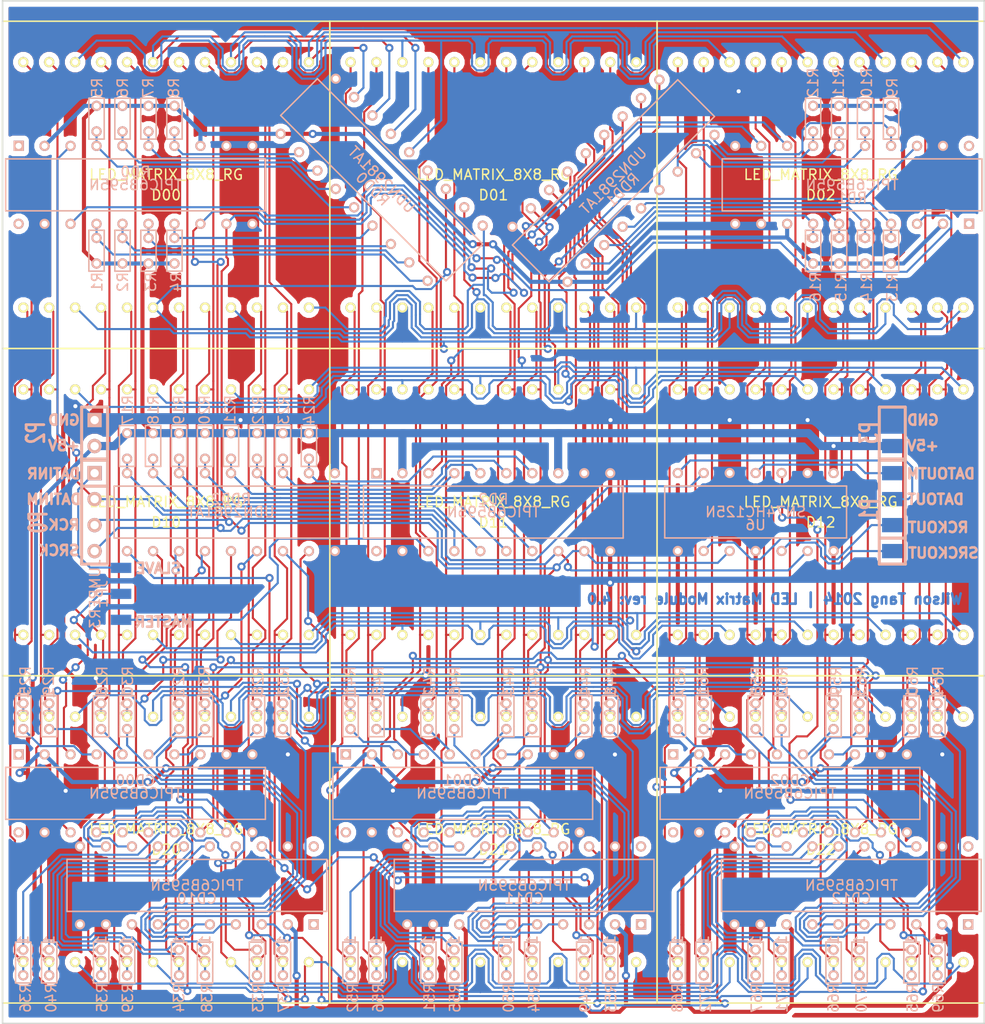
<source format=kicad_pcb>
(kicad_pcb (version 3) (host pcbnew "(2013-07-07 BZR 4022)-stable")
  (layers (15 F.Cu signal) (0 B.Cu signal) (18 B.Paste user hide) (19 F.Paste user hide) (20 B.SilkS user) (21 F.SilkS user) (22 B.Mask user) (23 F.Mask user) (28 Edge.Cuts user))
  (net 0 "")
  (net 1 5Vcc)
  (net 2 "DATA IN")
  (net 3 "DATA IN 2")
  (net 4 "DATA OUT")
  (net 5 "DATA OUT 1")
  (net 6 "DATA OUT RED")
  (net 7 GND)
  (net 8 N-000001)
  (net 9 N-0000010)
  (net 10 N-00000102)
  (net 11 N-00000103)
  (net 12 N-00000104)
  (net 13 N-00000105)
  (net 14 N-00000107)
  (net 15 N-00000108)
  (net 16 N-00000109)
  (net 17 N-0000011)
  (net 18 N-00000110)
  (net 19 N-00000111)
  (net 20 N-00000113)
  (net 21 N-00000114)
  (net 22 N-00000115)
  (net 23 N-00000118)
  (net 24 N-00000119)
  (net 25 N-0000012)
  (net 26 N-00000120)
  (net 27 N-00000122)
  (net 28 N-00000123)
  (net 29 N-00000124)
  (net 30 N-00000125)
  (net 31 N-00000127)
  (net 32 N-00000128)
  (net 33 N-00000129)
  (net 34 N-0000013)
  (net 35 N-00000130)
  (net 36 N-00000131)
  (net 37 N-00000132)
  (net 38 N-00000133)
  (net 39 N-00000134)
  (net 40 N-00000135)
  (net 41 N-00000136)
  (net 42 N-00000137)
  (net 43 N-00000138)
  (net 44 N-00000139)
  (net 45 N-0000014)
  (net 46 N-00000140)
  (net 47 N-00000141)
  (net 48 N-00000142)
  (net 49 N-00000143)
  (net 50 N-00000144)
  (net 51 N-00000145)
  (net 52 N-00000146)
  (net 53 N-00000147)
  (net 54 N-00000148)
  (net 55 N-00000149)
  (net 56 N-0000015)
  (net 57 N-00000152)
  (net 58 N-00000154)
  (net 59 N-00000155)
  (net 60 N-00000156)
  (net 61 N-00000157)
  (net 62 N-00000159)
  (net 63 N-0000016)
  (net 64 N-00000160)
  (net 65 N-00000162)
  (net 66 N-00000163)
  (net 67 N-00000164)
  (net 68 N-00000165)
  (net 69 N-00000166)
  (net 70 N-00000167)
  (net 71 N-00000168)
  (net 72 N-00000169)
  (net 73 N-0000017)
  (net 74 N-00000170)
  (net 75 N-00000171)
  (net 76 N-00000172)
  (net 77 N-00000173)
  (net 78 N-00000178)
  (net 79 N-0000018)
  (net 80 N-0000019)
  (net 81 N-000002)
  (net 82 N-0000020)
  (net 83 N-0000021)
  (net 84 N-0000022)
  (net 85 N-0000023)
  (net 86 N-0000024)
  (net 87 N-0000025)
  (net 88 N-0000026)
  (net 89 N-0000027)
  (net 90 N-0000028)
  (net 91 N-0000029)
  (net 92 N-000003)
  (net 93 N-0000030)
  (net 94 N-0000031)
  (net 95 N-0000032)
  (net 96 N-0000033)
  (net 97 N-0000034)
  (net 98 N-0000035)
  (net 99 N-0000036)
  (net 100 N-0000037)
  (net 101 N-0000038)
  (net 102 N-000004)
  (net 103 N-0000041)
  (net 104 N-0000043)
  (net 105 N-0000044)
  (net 106 N-0000045)
  (net 107 N-0000046)
  (net 108 N-0000047)
  (net 109 N-0000048)
  (net 110 N-0000049)
  (net 111 N-000005)
  (net 112 N-0000050)
  (net 113 N-0000051)
  (net 114 N-0000052)
  (net 115 N-0000053)
  (net 116 N-0000054)
  (net 117 N-0000055)
  (net 118 N-0000056)
  (net 119 N-0000057)
  (net 120 N-0000058)
  (net 121 N-0000059)
  (net 122 N-000006)
  (net 123 N-0000060)
  (net 124 N-0000061)
  (net 125 N-0000062)
  (net 126 N-0000063)
  (net 127 N-0000064)
  (net 128 N-0000065)
  (net 129 N-0000066)
  (net 130 N-0000067)
  (net 131 N-0000068)
  (net 132 N-0000069)
  (net 133 N-000007)
  (net 134 N-0000070)
  (net 135 N-0000071)
  (net 136 N-0000072)
  (net 137 N-0000073)
  (net 138 N-0000074)
  (net 139 N-0000075)
  (net 140 N-0000076)
  (net 141 N-0000077)
  (net 142 N-0000078)
  (net 143 N-000008)
  (net 144 N-0000080)
  (net 145 N-0000081)
  (net 146 N-0000082)
  (net 147 N-0000083)
  (net 148 N-0000086)
  (net 149 N-0000087)
  (net 150 N-0000088)
  (net 151 N-0000089)
  (net 152 N-000009)
  (net 153 N-0000091)
  (net 154 N-0000092)
  (net 155 N-0000093)
  (net 156 N-0000094)
  (net 157 N-0000095)
  (net 158 N-0000097)
  (net 159 N-0000098)
  (net 160 N-0000099)
  (net 161 RCK)
  (net 162 "RCK OUT")
  (net 163 SRCK)
  (net 164 "SRCK OUT")
  (module SN74HC125N (layer B.Cu) (at 89.64 64.987 180)
    (fp_text reference U6 (at 0 -1.27 180) (layer B.SilkS) (effects (justify mirror)))
    (fp_text value SN74HC125N (at 0 0 180) (layer B.SilkS) (effects (justify mirror)))
    (pad 1 thru_hole circle (at -7.62 -3.81 180) (size 1 1) (drill 0.6) (layers *.Cu *.Mask B.SilkS) (net 7 GND))
    (pad 2 thru_hole circle (at -5.08 -3.81 180) (size 1 1) (drill 0.6) (layers *.Cu *.Mask B.SilkS) (net 163 SRCK))
    (pad 3 thru_hole circle (at -2.54 -3.81 180) (size 1 1) (drill 0.6) (layers *.Cu *.Mask B.SilkS) (net 164 "SRCK OUT"))
    (pad 4 thru_hole circle (at 0 -3.81 180) (size 1 1) (drill 0.6) (layers *.Cu *.Mask B.SilkS) (net 7 GND))
    (pad 5 thru_hole circle (at 2.54 -3.81 180) (size 1 1) (drill 0.6) (layers *.Cu *.Mask B.SilkS) (net 161 RCK))
    (pad 6 thru_hole circle (at 5.08 -3.81 180) (size 1 1) (drill 0.6) (layers *.Cu *.Mask B.SilkS) (net 162 "RCK OUT"))
    (pad 7 thru_hole circle (at 7.61 -3.81 180) (size 1 1) (drill 0.6) (layers *.Cu *.Mask B.SilkS) (net 7 GND))
    (pad 8 thru_hole circle (at 7.61 3.81 180) (size 1 1) (drill 0.6) (layers *.Cu *.Mask B.SilkS) (net 5 "DATA OUT 1"))
    (pad 9 thru_hole circle (at 5.08 3.81 180) (size 1 1) (drill 0.6) (layers *.Cu *.Mask B.SilkS) (net 2 "DATA IN"))
    (pad 10 thru_hole circle (at 2.54 3.81 180) (size 1 1) (drill 0.6) (layers *.Cu *.Mask B.SilkS) (net 7 GND))
    (pad 11 thru_hole circle (at 0 3.81 180) (size 1 1) (drill 0.6) (layers *.Cu *.Mask B.SilkS) (net 4 "DATA OUT"))
    (pad 12 thru_hole circle (at -2.54 3.81 180) (size 1 1) (drill 0.6) (layers *.Cu *.Mask B.SilkS) (net 103 N-0000041))
    (pad 13 thru_hole circle (at -5.08 3.81 180) (size 1 1) (drill 0.6) (layers *.Cu *.Mask B.SilkS) (net 7 GND))
    (pad 14 thru_hole circle (at -7.62 3.81 180) (size 1 1) (drill 0.6) (layers *.Cu *.Mask B.SilkS) (net 1 5Vcc))
  )
  (module 1-8ResistorSM (layer B.Cu) (at 95.26 27.776 90)
    (fp_text reference R12 (at 4.776 -0.01 90) (layer B.SilkS) (effects (justify mirror)))
    (fp_text value R hide)
    (pad 1 thru_hole circle (at 0 0 90) (size 1 1) (drill 0.6) (layers *.Cu *.Mask B.SilkS) (net 25 N-0000012))
    (pad 2 thru_hole circle (at 2.5 0 90) (size 1 1) (drill 0.6) (layers *.Cu *.Mask B.SilkS) (net 1 5Vcc))
  )
  (module 1-8ResistorSM (layer B.Cu) (at 97.8 27.776 90)
    (fp_text reference R11 (at 4.776 -0.05 90) (layer B.SilkS) (effects (justify mirror)))
    (fp_text value R hide)
    (pad 1 thru_hole circle (at 0 0 90) (size 1 1) (drill 0.6) (layers *.Cu *.Mask B.SilkS) (net 17 N-0000011))
    (pad 2 thru_hole circle (at 2.5 0 90) (size 1 1) (drill 0.6) (layers *.Cu *.Mask B.SilkS) (net 1 5Vcc))
  )
  (module 1-8ResistorSM (layer B.Cu) (at 100.34 27.776 90)
    (fp_text reference R10 (at 4.776 0.16 90) (layer B.SilkS) (effects (justify mirror)))
    (fp_text value R hide)
    (pad 1 thru_hole circle (at 0 0 90) (size 1 1) (drill 0.6) (layers *.Cu *.Mask B.SilkS) (net 9 N-0000010))
    (pad 2 thru_hole circle (at 2.5 0 90) (size 1 1) (drill 0.6) (layers *.Cu *.Mask B.SilkS) (net 1 5Vcc))
  )
  (module 1-8ResistorSM (layer B.Cu) (at 102.88 27.776 90)
    (fp_text reference R9 (at 4.276 0.12 90) (layer B.SilkS) (effects (justify mirror)))
    (fp_text value R hide)
    (pad 1 thru_hole circle (at 0 0 90) (size 1 1) (drill 0.6) (layers *.Cu *.Mask B.SilkS) (net 152 N-000009))
    (pad 2 thru_hole circle (at 2.5 0 90) (size 1 1) (drill 0.6) (layers *.Cu *.Mask B.SilkS) (net 1 5Vcc))
  )
  (module 1-8ResistorSM (layer B.Cu) (at 45.96 59.78 90)
    (fp_text reference R24 (at 4.78 0.04 90) (layer B.SilkS) (effects (justify mirror)))
    (fp_text value R hide)
    (pad 1 thru_hole circle (at 0 0 90) (size 1 1) (drill 0.6) (layers *.Cu *.Mask B.SilkS) (net 117 N-0000055))
    (pad 2 thru_hole circle (at 2.5 0 90) (size 1 1) (drill 0.6) (layers *.Cu *.Mask B.SilkS) (net 1 5Vcc))
  )
  (module 1-8ResistorSM (layer B.Cu) (at 43.42 59.78 90)
    (fp_text reference R23 (at 4.78 0.08 90) (layer B.SilkS) (effects (justify mirror)))
    (fp_text value R hide)
    (pad 1 thru_hole circle (at 0 0 90) (size 1 1) (drill 0.6) (layers *.Cu *.Mask B.SilkS) (net 118 N-0000056))
    (pad 2 thru_hole circle (at 2.5 0 90) (size 1 1) (drill 0.6) (layers *.Cu *.Mask B.SilkS) (net 1 5Vcc))
  )
  (module 1-8ResistorSM (layer B.Cu) (at 40.88 59.78 90)
    (fp_text reference R22 (at 4.78 0.12 90) (layer B.SilkS) (effects (justify mirror)))
    (fp_text value R hide)
    (pad 1 thru_hole circle (at 0 0 90) (size 1 1) (drill 0.6) (layers *.Cu *.Mask B.SilkS) (net 119 N-0000057))
    (pad 2 thru_hole circle (at 2.5 0 90) (size 1 1) (drill 0.6) (layers *.Cu *.Mask B.SilkS) (net 1 5Vcc))
  )
  (module 1-8ResistorSM (layer B.Cu) (at 38.34 59.78 90)
    (fp_text reference R21 (at 4.78 -0.09 90) (layer B.SilkS) (effects (justify mirror)))
    (fp_text value R hide)
    (pad 1 thru_hole circle (at 0 0 90) (size 1 1) (drill 0.6) (layers *.Cu *.Mask B.SilkS) (net 113 N-0000051))
    (pad 2 thru_hole circle (at 2.5 0 90) (size 1 1) (drill 0.6) (layers *.Cu *.Mask B.SilkS) (net 1 5Vcc))
  )
  (module 1-8ResistorSM (layer B.Cu) (at 35.8 59.78 90)
    (fp_text reference R20 (at 4.78 -0.05 90) (layer B.SilkS) (effects (justify mirror)))
    (fp_text value R hide)
    (pad 1 thru_hole circle (at 0 0 90) (size 1 1) (drill 0.6) (layers *.Cu *.Mask B.SilkS) (net 101 N-0000038))
    (pad 2 thru_hole circle (at 2.5 0 90) (size 1 1) (drill 0.6) (layers *.Cu *.Mask B.SilkS) (net 1 5Vcc))
  )
  (module 1-8ResistorSM (layer B.Cu) (at 33.26 59.78 90)
    (fp_text reference R19 (at 4.78 -0.01 90) (layer B.SilkS) (effects (justify mirror)))
    (fp_text value R hide)
    (pad 1 thru_hole circle (at 0 0 90) (size 1 1) (drill 0.6) (layers *.Cu *.Mask B.SilkS) (net 100 N-0000037))
    (pad 2 thru_hole circle (at 2.5 0 90) (size 1 1) (drill 0.6) (layers *.Cu *.Mask B.SilkS) (net 1 5Vcc))
  )
  (module 1-8ResistorSM (layer B.Cu) (at 30.72 59.78 90)
    (fp_text reference R18 (at 4.78 0.03 90) (layer B.SilkS) (effects (justify mirror)))
    (fp_text value R hide)
    (pad 1 thru_hole circle (at 0 0 90) (size 1 1) (drill 0.6) (layers *.Cu *.Mask B.SilkS) (net 99 N-0000036))
    (pad 2 thru_hole circle (at 2.5 0 90) (size 1 1) (drill 0.6) (layers *.Cu *.Mask B.SilkS) (net 1 5Vcc))
  )
  (module 1-8ResistorSM (layer B.Cu) (at 28.18 59.78 90)
    (fp_text reference R17 (at 4.78 0.07 90) (layer B.SilkS) (effects (justify mirror)))
    (fp_text value R hide)
    (pad 1 thru_hole circle (at 0 0 90) (size 1 1) (drill 0.6) (layers *.Cu *.Mask B.SilkS) (net 98 N-0000035))
    (pad 2 thru_hole circle (at 2.5 0 90) (size 1 1) (drill 0.6) (layers *.Cu *.Mask B.SilkS) (net 1 5Vcc))
  )
  (module 1-8ResistorSM (layer B.Cu) (at 95.26 38.19 270)
    (fp_text reference R16 (at 4.81 -0.24 270) (layer B.SilkS) (effects (justify mirror)))
    (fp_text value R (at 0 0 270) (layer B.SilkS) (effects (justify mirror)))
    (pad 1 thru_hole circle (at 0 0 270) (size 1 1) (drill 0.6) (layers *.Cu *.Mask B.SilkS) (net 63 N-0000016))
    (pad 2 thru_hole circle (at 2.5 0 270) (size 1 1) (drill 0.6) (layers *.Cu *.Mask B.SilkS) (net 1 5Vcc))
  )
  (module 1-8ResistorSM (layer B.Cu) (at 97.8 38.19 270)
    (fp_text reference R15 (at 4.81 -0.2 270) (layer B.SilkS) (effects (justify mirror)))
    (fp_text value R (at 0 0 270) (layer B.SilkS) (effects (justify mirror)))
    (pad 1 thru_hole circle (at 0 0 270) (size 1 1) (drill 0.6) (layers *.Cu *.Mask B.SilkS) (net 122 N-000006))
    (pad 2 thru_hole circle (at 2.5 0 270) (size 1 1) (drill 0.6) (layers *.Cu *.Mask B.SilkS) (net 1 5Vcc))
  )
  (module 1-8ResistorSM (layer B.Cu) (at 100.34 38.19 270)
    (fp_text reference R14 (at 4.81 -0.16 270) (layer B.SilkS) (effects (justify mirror)))
    (fp_text value R (at 0 0 270) (layer B.SilkS) (effects (justify mirror)))
    (pad 1 thru_hole circle (at 0 0 270) (size 1 1) (drill 0.6) (layers *.Cu *.Mask B.SilkS) (net 133 N-000007))
    (pad 2 thru_hole circle (at 2.5 0 270) (size 1 1) (drill 0.6) (layers *.Cu *.Mask B.SilkS) (net 1 5Vcc))
  )
  (module 1-8ResistorSM (layer B.Cu) (at 102.88 38.19 270)
    (fp_text reference R13 (at 4.81 -0.12 270) (layer B.SilkS) (effects (justify mirror)))
    (fp_text value R (at 0 0 270) (layer B.SilkS) (effects (justify mirror)))
    (pad 1 thru_hole circle (at 0 0 270) (size 1 1) (drill 0.6) (layers *.Cu *.Mask B.SilkS) (net 143 N-000008))
    (pad 2 thru_hole circle (at 2.5 0 270) (size 1 1) (drill 0.6) (layers *.Cu *.Mask B.SilkS) (net 1 5Vcc))
  )
  (module 1-8ResistorSM (layer B.Cu) (at 32.81 27.776 90)
    (fp_text reference R8 (at 4.276 -0.06 90) (layer B.SilkS) (effects (justify mirror)))
    (fp_text value R hide)
    (pad 1 thru_hole circle (at 0 0 90) (size 1 1) (drill 0.6) (layers *.Cu *.Mask B.SilkS) (net 70 N-00000167))
    (pad 2 thru_hole circle (at 2.5 0 90) (size 1 1) (drill 0.6) (layers *.Cu *.Mask B.SilkS) (net 1 5Vcc))
  )
  (module 1-8ResistorSM (layer B.Cu) (at 30.27 27.776 90)
    (fp_text reference R7 (at 4.276 -0.02 90) (layer B.SilkS) (effects (justify mirror)))
    (fp_text value R hide)
    (pad 1 thru_hole circle (at 0 0 90) (size 1 1) (drill 0.6) (layers *.Cu *.Mask B.SilkS) (net 71 N-00000168))
    (pad 2 thru_hole circle (at 2.5 0 90) (size 1 1) (drill 0.6) (layers *.Cu *.Mask B.SilkS) (net 1 5Vcc))
  )
  (module 1-8ResistorSM (layer B.Cu) (at 27.73 27.776 90)
    (fp_text reference R6 (at 4.276 0.02 90) (layer B.SilkS) (effects (justify mirror)))
    (fp_text value R hide)
    (pad 1 thru_hole circle (at 0 0 90) (size 1 1) (drill 0.6) (layers *.Cu *.Mask B.SilkS) (net 72 N-00000169))
    (pad 2 thru_hole circle (at 2.5 0 90) (size 1 1) (drill 0.6) (layers *.Cu *.Mask B.SilkS) (net 1 5Vcc))
  )
  (module 1-8ResistorSM (layer B.Cu) (at 25.19 27.776 90)
    (fp_text reference R5 (at 4.276 0.06 90) (layer B.SilkS) (effects (justify mirror)))
    (fp_text value R hide)
    (pad 1 thru_hole circle (at 0 0 90) (size 1 1) (drill 0.6) (layers *.Cu *.Mask B.SilkS) (net 74 N-00000170))
    (pad 2 thru_hole circle (at 2.5 0 90) (size 1 1) (drill 0.6) (layers *.Cu *.Mask B.SilkS) (net 1 5Vcc))
  )
  (module 1-8ResistorSM (layer B.Cu) (at 32.81 38.19 270)
    (fp_text reference R4 (at 4.31 -0.19 270) (layer B.SilkS) (effects (justify mirror)))
    (fp_text value R hide)
    (pad 1 thru_hole circle (at 0 0 270) (size 1 1) (drill 0.6) (layers *.Cu *.Mask B.SilkS) (net 69 N-00000166))
    (pad 2 thru_hole circle (at 2.5 0 270) (size 1 1) (drill 0.6) (layers *.Cu *.Mask B.SilkS) (net 1 5Vcc))
  )
  (module 1-8ResistorSM (layer B.Cu) (at 30.27 38.19 270)
    (fp_text reference R3 (at 4.31 -0.23 270) (layer B.SilkS) (effects (justify mirror)))
    (fp_text value R hide)
    (pad 1 thru_hole circle (at 0 0 270) (size 1 1) (drill 0.6) (layers *.Cu *.Mask B.SilkS) (net 75 N-00000171))
    (pad 2 thru_hole circle (at 2.5 0 270) (size 1 1) (drill 0.6) (layers *.Cu *.Mask B.SilkS) (net 1 5Vcc))
  )
  (module 1-8ResistorSM (layer B.Cu) (at 27.73 38.19 270)
    (fp_text reference R2 (at 4.31 -0.02 270) (layer B.SilkS) (effects (justify mirror)))
    (fp_text value R hide)
    (pad 1 thru_hole circle (at 0 0 270) (size 1 1) (drill 0.6) (layers *.Cu *.Mask B.SilkS) (net 76 N-00000172))
    (pad 2 thru_hole circle (at 2.5 0 270) (size 1 1) (drill 0.6) (layers *.Cu *.Mask B.SilkS) (net 1 5Vcc))
  )
  (module 1-8ResistorSM (layer B.Cu) (at 25.19 38.19 270)
    (fp_text reference R1 (at 4.31 -0.06 270) (layer B.SilkS) (effects (justify mirror)))
    (fp_text value R hide)
    (pad 1 thru_hole circle (at 0 0 270) (size 1 1) (drill 0.6) (layers *.Cu *.Mask B.SilkS) (net 77 N-00000173))
    (pad 2 thru_hole circle (at 2.5 0 270) (size 1 1) (drill 0.6) (layers *.Cu *.Mask B.SilkS) (net 1 5Vcc))
  )
  (module UDN2981AT (layer B.Cu) (at 53.07 32.5 135)
    (fp_text reference RDD0 (at 0 -1.27 135) (layer B.SilkS) (effects (justify mirror)))
    (fp_text value UDN2981AT (at 0 0 135) (layer B.SilkS) (effects (justify mirror)))
    (pad 1 thru_hole circle (at -10.16 -3.81 135) (size 1 1) (drill 0.6) (layers *.Cu *.Mask B.SilkS) (net 77 N-00000173))
    (pad 2 thru_hole circle (at -7.62 -3.81 135) (size 1 1) (drill 0.6) (layers *.Cu *.Mask B.SilkS) (net 76 N-00000172))
    (pad 3 thru_hole circle (at -5.08 -3.81 135) (size 1 1) (drill 0.6) (layers *.Cu *.Mask B.SilkS) (net 75 N-00000171))
    (pad 4 thru_hole circle (at -2.54 -3.81 135) (size 1 1) (drill 0.6) (layers *.Cu *.Mask B.SilkS) (net 69 N-00000166))
    (pad 5 thru_hole circle (at 0 -3.81 135) (size 1 1) (drill 0.6) (layers *.Cu *.Mask B.SilkS) (net 74 N-00000170))
    (pad 6 thru_hole circle (at 2.54 -3.81 135) (size 1 1) (drill 0.6) (layers *.Cu *.Mask B.SilkS) (net 72 N-00000169))
    (pad 7 thru_hole circle (at 5.08 -3.81 135) (size 1 1) (drill 0.6) (layers *.Cu *.Mask B.SilkS) (net 71 N-00000168))
    (pad 8 thru_hole circle (at 7.62 -3.81 135) (size 1 1) (drill 0.6) (layers *.Cu *.Mask B.SilkS) (net 70 N-00000167))
    (pad 9 thru_hole circle (at 10.16 -3.81 135) (size 1 1) (drill 0.6) (layers *.Cu *.Mask B.SilkS) (net 1 5Vcc))
    (pad 10 thru_hole circle (at 10.16 3.81 135) (size 1 1) (drill 0.6) (layers *.Cu *.Mask B.SilkS) (net 7 GND))
    (pad 11 thru_hole circle (at 7.62 3.81 135) (size 1 1) (drill 0.6) (layers *.Cu *.Mask B.SilkS) (net 40 N-00000135))
    (pad 12 thru_hole circle (at 5.08 3.81 135) (size 1 1) (drill 0.6) (layers *.Cu *.Mask B.SilkS) (net 35 N-00000130))
    (pad 13 thru_hole circle (at 2.54 3.81 135) (size 1 1) (drill 0.6) (layers *.Cu *.Mask B.SilkS) (net 31 N-00000127))
    (pad 14 thru_hole circle (at 0 3.81 135) (size 1 1) (drill 0.6) (layers *.Cu *.Mask B.SilkS) (net 41 N-00000136))
    (pad 15 thru_hole circle (at -2.54 3.81 135) (size 1 1) (drill 0.6) (layers *.Cu *.Mask B.SilkS) (net 50 N-00000144))
    (pad 16 thru_hole circle (at -5.08 3.81 135) (size 1 1) (drill 0.6) (layers *.Cu *.Mask B.SilkS) (net 47 N-00000141))
    (pad 17 thru_hole circle (at -7.62 3.81 135) (size 1 1) (drill 0.6) (layers *.Cu *.Mask B.SilkS) (net 46 N-00000140))
    (pad 18 thru_hole circle (at -10.16 3.81 135) (size 1 1) (drill 0.6) (layers *.Cu *.Mask B.SilkS) (net 30 N-00000125))
  )
  (module UDN2981AT (layer B.Cu) (at 38.34 65)
    (fp_text reference RDD2 (at 0 -1.27) (layer B.SilkS) (effects (justify mirror)))
    (fp_text value UDN2981AT (at 0 0) (layer B.SilkS) (effects (justify mirror)))
    (pad 1 thru_hole circle (at -10.16 -3.81) (size 1 1) (drill 0.6) (layers *.Cu *.Mask B.SilkS) (net 98 N-0000035))
    (pad 2 thru_hole circle (at -7.62 -3.81) (size 1 1) (drill 0.6) (layers *.Cu *.Mask B.SilkS) (net 99 N-0000036))
    (pad 3 thru_hole circle (at -5.08 -3.81) (size 1 1) (drill 0.6) (layers *.Cu *.Mask B.SilkS) (net 100 N-0000037))
    (pad 4 thru_hole circle (at -2.54 -3.81) (size 1 1) (drill 0.6) (layers *.Cu *.Mask B.SilkS) (net 101 N-0000038))
    (pad 5 thru_hole circle (at 0 -3.81) (size 1 1) (drill 0.6) (layers *.Cu *.Mask B.SilkS) (net 113 N-0000051))
    (pad 6 thru_hole circle (at 2.54 -3.81) (size 1 1) (drill 0.6) (layers *.Cu *.Mask B.SilkS) (net 119 N-0000057))
    (pad 7 thru_hole circle (at 5.08 -3.81) (size 1 1) (drill 0.6) (layers *.Cu *.Mask B.SilkS) (net 118 N-0000056))
    (pad 8 thru_hole circle (at 7.62 -3.81) (size 1 1) (drill 0.6) (layers *.Cu *.Mask B.SilkS) (net 117 N-0000055))
    (pad 9 thru_hole circle (at 10.16 -3.81) (size 1 1) (drill 0.6) (layers *.Cu *.Mask B.SilkS) (net 1 5Vcc))
    (pad 10 thru_hole circle (at 10.16 3.81) (size 1 1) (drill 0.6) (layers *.Cu *.Mask B.SilkS) (net 7 GND))
    (pad 11 thru_hole circle (at 7.62 3.81) (size 1 1) (drill 0.6) (layers *.Cu *.Mask B.SilkS) (net 128 N-0000065))
    (pad 12 thru_hole circle (at 5.08 3.81) (size 1 1) (drill 0.6) (layers *.Cu *.Mask B.SilkS) (net 114 N-0000052))
    (pad 13 thru_hole circle (at 2.54 3.81) (size 1 1) (drill 0.6) (layers *.Cu *.Mask B.SilkS) (net 115 N-0000053))
    (pad 14 thru_hole circle (at 0 3.81) (size 1 1) (drill 0.6) (layers *.Cu *.Mask B.SilkS) (net 116 N-0000054))
    (pad 15 thru_hole circle (at -2.54 3.81) (size 1 1) (drill 0.6) (layers *.Cu *.Mask B.SilkS) (net 127 N-0000064))
    (pad 16 thru_hole circle (at -5.08 3.81) (size 1 1) (drill 0.6) (layers *.Cu *.Mask B.SilkS) (net 126 N-0000063))
    (pad 17 thru_hole circle (at -7.62 3.81) (size 1 1) (drill 0.6) (layers *.Cu *.Mask B.SilkS) (net 120 N-0000058))
    (pad 18 thru_hole circle (at -10.16 3.81) (size 1 1) (drill 0.6) (layers *.Cu *.Mask B.SilkS) (net 125 N-0000062))
  )
  (module UDN2981AT (layer B.Cu) (at 75.736 32.602 225)
    (fp_text reference RDD1 (at 0 -1.27 225) (layer B.SilkS) (effects (justify mirror)))
    (fp_text value UDN2981AT (at 0 0 225) (layer B.SilkS) (effects (justify mirror)))
    (pad 1 thru_hole circle (at -10.16 -3.81 225) (size 1 1) (drill 0.6) (layers *.Cu *.Mask B.SilkS) (net 152 N-000009))
    (pad 2 thru_hole circle (at -7.62 -3.81 225) (size 1 1) (drill 0.6) (layers *.Cu *.Mask B.SilkS) (net 9 N-0000010))
    (pad 3 thru_hole circle (at -5.08 -3.81 225) (size 1 1) (drill 0.6) (layers *.Cu *.Mask B.SilkS) (net 17 N-0000011))
    (pad 4 thru_hole circle (at -2.54 -3.81 225) (size 1 1) (drill 0.6) (layers *.Cu *.Mask B.SilkS) (net 25 N-0000012))
    (pad 5 thru_hole circle (at 0 -3.81 225) (size 1 1) (drill 0.6) (layers *.Cu *.Mask B.SilkS) (net 143 N-000008))
    (pad 6 thru_hole circle (at 2.54 -3.81 225) (size 1 1) (drill 0.6) (layers *.Cu *.Mask B.SilkS) (net 133 N-000007))
    (pad 7 thru_hole circle (at 5.08 -3.81 225) (size 1 1) (drill 0.6) (layers *.Cu *.Mask B.SilkS) (net 122 N-000006))
    (pad 8 thru_hole circle (at 7.62 -3.81 225) (size 1 1) (drill 0.6) (layers *.Cu *.Mask B.SilkS) (net 63 N-0000016))
    (pad 9 thru_hole circle (at 10.16 -3.81 225) (size 1 1) (drill 0.6) (layers *.Cu *.Mask B.SilkS) (net 1 5Vcc))
    (pad 10 thru_hole circle (at 10.16 3.81 225) (size 1 1) (drill 0.6) (layers *.Cu *.Mask B.SilkS) (net 7 GND))
    (pad 11 thru_hole circle (at 7.62 3.81 225) (size 1 1) (drill 0.6) (layers *.Cu *.Mask B.SilkS) (net 79 N-0000018))
    (pad 12 thru_hole circle (at 5.08 3.81 225) (size 1 1) (drill 0.6) (layers *.Cu *.Mask B.SilkS) (net 80 N-0000019))
    (pad 13 thru_hole circle (at 2.54 3.81 225) (size 1 1) (drill 0.6) (layers *.Cu *.Mask B.SilkS) (net 82 N-0000020))
    (pad 14 thru_hole circle (at 0 3.81 225) (size 1 1) (drill 0.6) (layers *.Cu *.Mask B.SilkS) (net 83 N-0000021))
    (pad 15 thru_hole circle (at -2.54 3.81 225) (size 1 1) (drill 0.6) (layers *.Cu *.Mask B.SilkS) (net 56 N-0000015))
    (pad 16 thru_hole circle (at -5.08 3.81 225) (size 1 1) (drill 0.6) (layers *.Cu *.Mask B.SilkS) (net 45 N-0000014))
    (pad 17 thru_hole circle (at -7.62 3.81 225) (size 1 1) (drill 0.6) (layers *.Cu *.Mask B.SilkS) (net 34 N-0000013))
    (pad 18 thru_hole circle (at -10.16 3.81 225) (size 1 1) (drill 0.6) (layers *.Cu *.Mask B.SilkS) (net 111 N-000005))
  )
  (module TPIC6B595N-DIP (layer B.Cu) (at 29 33)
    (fp_text reference RD0 (at 0 -1.27) (layer B.SilkS) (effects (justify mirror)))
    (fp_text value TPIC6B595N (at 0 0) (layer B.SilkS) (effects (justify mirror)))
    (pad 1 thru_hole rect (at -11.43 -3.81) (size 1 1) (drill 0.6) (layers *.Cu *.Mask B.SilkS))
    (pad 2 thru_hole circle (at -8.89 -3.81) (size 1 1) (drill 0.6) (layers *.Cu *.Mask B.SilkS) (net 1 5Vcc))
    (pad 3 thru_hole circle (at -6.35 -3.81) (size 1 1) (drill 0.6) (layers *.Cu *.Mask B.SilkS) (net 2 "DATA IN"))
    (pad 4 thru_hole circle (at -3.81 -3.81) (size 1 1) (drill 0.6) (layers *.Cu *.Mask B.SilkS) (net 74 N-00000170))
    (pad 5 thru_hole circle (at -1.27 -3.81) (size 1 1) (drill 0.6) (layers *.Cu *.Mask B.SilkS) (net 72 N-00000169))
    (pad 6 thru_hole circle (at 1.27 -3.81) (size 1 1) (drill 0.6) (layers *.Cu *.Mask B.SilkS) (net 71 N-00000168))
    (pad 7 thru_hole circle (at 3.81 -3.81) (size 1 1) (drill 0.6) (layers *.Cu *.Mask B.SilkS) (net 70 N-00000167))
    (pad 8 thru_hole circle (at 6.35 -3.81) (size 1 1) (drill 0.6) (layers *.Cu *.Mask B.SilkS) (net 1 5Vcc))
    (pad 9 thru_hole circle (at 8.89 -3.81) (size 1 1) (drill 0.6) (layers *.Cu *.Mask B.SilkS) (net 7 GND))
    (pad 10 thru_hole circle (at 11.43 -3.81) (size 1 1) (drill 0.6) (layers *.Cu *.Mask B.SilkS) (net 7 GND))
    (pad 20 thru_hole circle (at -11.43 3.81) (size 1 1) (drill 0.6) (layers *.Cu *.Mask B.SilkS))
    (pad 19 thru_hole circle (at -8.89 3.81) (size 1 1) (drill 0.6) (layers *.Cu *.Mask B.SilkS) (net 7 GND))
    (pad 18 thru_hole circle (at -6.35 3.81) (size 1 1) (drill 0.6) (layers *.Cu *.Mask B.SilkS) (net 93 N-0000030))
    (pad 17 thru_hole circle (at -3.81 3.81) (size 1 1) (drill 0.6) (layers *.Cu *.Mask B.SilkS) (net 77 N-00000173))
    (pad 16 thru_hole circle (at -1.27 3.81) (size 1 1) (drill 0.6) (layers *.Cu *.Mask B.SilkS) (net 76 N-00000172))
    (pad 15 thru_hole circle (at 1.27 3.81) (size 1 1) (drill 0.6) (layers *.Cu *.Mask B.SilkS) (net 75 N-00000171))
    (pad 14 thru_hole circle (at 3.81 3.81) (size 1 1) (drill 0.6) (layers *.Cu *.Mask B.SilkS) (net 69 N-00000166))
    (pad 13 thru_hole circle (at 6.35 3.81) (size 1 1) (drill 0.6) (layers *.Cu *.Mask B.SilkS) (net 163 SRCK))
    (pad 12 thru_hole circle (at 8.89 3.81) (size 1 1) (drill 0.6) (layers *.Cu *.Mask B.SilkS) (net 161 RCK))
    (pad 11 thru_hole circle (at 11.43 3.81) (size 1 1) (drill 0.6) (layers *.Cu *.Mask B.SilkS) (net 7 GND))
  )
  (module TPIC6B595N-DIP (layer B.Cu) (at 61 92.5)
    (fp_text reference CD01 (at 0 -1.27) (layer B.SilkS) (effects (justify mirror)))
    (fp_text value TPIC6B595N (at 0 0) (layer B.SilkS) (effects (justify mirror)))
    (pad 1 thru_hole rect (at -11.43 -3.81) (size 1 1) (drill 0.6) (layers *.Cu *.Mask B.SilkS))
    (pad 2 thru_hole circle (at -8.89 -3.81) (size 1 1) (drill 0.6) (layers *.Cu *.Mask B.SilkS) (net 1 5Vcc))
    (pad 3 thru_hole circle (at -6.35 -3.81) (size 1 1) (drill 0.6) (layers *.Cu *.Mask B.SilkS) (net 95 N-0000032))
    (pad 4 thru_hole circle (at -3.81 -3.81) (size 1 1) (drill 0.6) (layers *.Cu *.Mask B.SilkS) (net 61 N-00000157))
    (pad 5 thru_hole circle (at -1.27 -3.81) (size 1 1) (drill 0.6) (layers *.Cu *.Mask B.SilkS) (net 60 N-00000156))
    (pad 6 thru_hole circle (at 1.27 -3.81) (size 1 1) (drill 0.6) (layers *.Cu *.Mask B.SilkS) (net 59 N-00000155))
    (pad 7 thru_hole circle (at 3.81 -3.81) (size 1 1) (drill 0.6) (layers *.Cu *.Mask B.SilkS) (net 58 N-00000154))
    (pad 8 thru_hole circle (at 6.35 -3.81) (size 1 1) (drill 0.6) (layers *.Cu *.Mask B.SilkS) (net 1 5Vcc))
    (pad 9 thru_hole circle (at 8.89 -3.81) (size 1 1) (drill 0.6) (layers *.Cu *.Mask B.SilkS) (net 7 GND))
    (pad 10 thru_hole circle (at 11.43 -3.81) (size 1 1) (drill 0.6) (layers *.Cu *.Mask B.SilkS) (net 7 GND))
    (pad 20 thru_hole circle (at -11.43 3.81) (size 1 1) (drill 0.6) (layers *.Cu *.Mask B.SilkS))
    (pad 19 thru_hole circle (at -8.89 3.81) (size 1 1) (drill 0.6) (layers *.Cu *.Mask B.SilkS) (net 7 GND))
    (pad 18 thru_hole circle (at -6.35 3.81) (size 1 1) (drill 0.6) (layers *.Cu *.Mask B.SilkS) (net 94 N-0000031))
    (pad 17 thru_hole circle (at -3.81 3.81) (size 1 1) (drill 0.6) (layers *.Cu *.Mask B.SilkS) (net 65 N-00000162))
    (pad 16 thru_hole circle (at -1.27 3.81) (size 1 1) (drill 0.6) (layers *.Cu *.Mask B.SilkS) (net 66 N-00000163))
    (pad 15 thru_hole circle (at 1.27 3.81) (size 1 1) (drill 0.6) (layers *.Cu *.Mask B.SilkS) (net 67 N-00000164))
    (pad 14 thru_hole circle (at 3.81 3.81) (size 1 1) (drill 0.6) (layers *.Cu *.Mask B.SilkS) (net 68 N-00000165))
    (pad 13 thru_hole circle (at 6.35 3.81) (size 1 1) (drill 0.6) (layers *.Cu *.Mask B.SilkS) (net 163 SRCK))
    (pad 12 thru_hole circle (at 8.89 3.81) (size 1 1) (drill 0.6) (layers *.Cu *.Mask B.SilkS) (net 161 RCK))
    (pad 11 thru_hole circle (at 11.43 3.81) (size 1 1) (drill 0.6) (layers *.Cu *.Mask B.SilkS) (net 7 GND))
  )
  (module TPIC6B595N-DIP (layer B.Cu) (at 67 101.5 180)
    (fp_text reference CD11 (at 0 -1.27 180) (layer B.SilkS) (effects (justify mirror)))
    (fp_text value TPIC6B595N (at 0 0 180) (layer B.SilkS) (effects (justify mirror)))
    (pad 1 thru_hole rect (at -11.43 -3.81 180) (size 1 1) (drill 0.6) (layers *.Cu *.Mask B.SilkS))
    (pad 2 thru_hole circle (at -8.89 -3.81 180) (size 1 1) (drill 0.6) (layers *.Cu *.Mask B.SilkS) (net 1 5Vcc))
    (pad 3 thru_hole circle (at -6.35 -3.81 180) (size 1 1) (drill 0.6) (layers *.Cu *.Mask B.SilkS) (net 97 N-0000034))
    (pad 4 thru_hole circle (at -3.81 -3.81 180) (size 1 1) (drill 0.6) (layers *.Cu *.Mask B.SilkS) (net 160 N-0000099))
    (pad 5 thru_hole circle (at -1.27 -3.81 180) (size 1 1) (drill 0.6) (layers *.Cu *.Mask B.SilkS) (net 159 N-0000098))
    (pad 6 thru_hole circle (at 1.27 -3.81 180) (size 1 1) (drill 0.6) (layers *.Cu *.Mask B.SilkS) (net 158 N-0000097))
    (pad 7 thru_hole circle (at 3.81 -3.81 180) (size 1 1) (drill 0.6) (layers *.Cu *.Mask B.SilkS) (net 157 N-0000095))
    (pad 8 thru_hole circle (at 6.35 -3.81 180) (size 1 1) (drill 0.6) (layers *.Cu *.Mask B.SilkS) (net 1 5Vcc))
    (pad 9 thru_hole circle (at 8.89 -3.81 180) (size 1 1) (drill 0.6) (layers *.Cu *.Mask B.SilkS) (net 7 GND))
    (pad 10 thru_hole circle (at 11.43 -3.81 180) (size 1 1) (drill 0.6) (layers *.Cu *.Mask B.SilkS) (net 7 GND))
    (pad 20 thru_hole circle (at -11.43 3.81 180) (size 1 1) (drill 0.6) (layers *.Cu *.Mask B.SilkS))
    (pad 19 thru_hole circle (at -8.89 3.81 180) (size 1 1) (drill 0.6) (layers *.Cu *.Mask B.SilkS) (net 7 GND))
    (pad 18 thru_hole circle (at -6.35 3.81 180) (size 1 1) (drill 0.6) (layers *.Cu *.Mask B.SilkS) (net 96 N-0000033))
    (pad 17 thru_hole circle (at -3.81 3.81 180) (size 1 1) (drill 0.6) (layers *.Cu *.Mask B.SilkS) (net 154 N-0000092))
    (pad 16 thru_hole circle (at -1.27 3.81 180) (size 1 1) (drill 0.6) (layers *.Cu *.Mask B.SilkS) (net 155 N-0000093))
    (pad 15 thru_hole circle (at 1.27 3.81 180) (size 1 1) (drill 0.6) (layers *.Cu *.Mask B.SilkS) (net 153 N-0000091))
    (pad 14 thru_hole circle (at 3.81 3.81 180) (size 1 1) (drill 0.6) (layers *.Cu *.Mask B.SilkS) (net 156 N-0000094))
    (pad 13 thru_hole circle (at 6.35 3.81 180) (size 1 1) (drill 0.6) (layers *.Cu *.Mask B.SilkS) (net 163 SRCK))
    (pad 12 thru_hole circle (at 8.89 3.81 180) (size 1 1) (drill 0.6) (layers *.Cu *.Mask B.SilkS) (net 161 RCK))
    (pad 11 thru_hole circle (at 11.43 3.81 180) (size 1 1) (drill 0.6) (layers *.Cu *.Mask B.SilkS) (net 7 GND))
  )
  (module TPIC6B595N-DIP (layer B.Cu) (at 93 92.5)
    (fp_text reference CD02 (at 0 -1.27) (layer B.SilkS) (effects (justify mirror)))
    (fp_text value TPIC6B595N (at 0 0) (layer B.SilkS) (effects (justify mirror)))
    (pad 1 thru_hole rect (at -11.43 -3.81) (size 1 1) (drill 0.6) (layers *.Cu *.Mask B.SilkS))
    (pad 2 thru_hole circle (at -8.89 -3.81) (size 1 1) (drill 0.6) (layers *.Cu *.Mask B.SilkS) (net 1 5Vcc))
    (pad 3 thru_hole circle (at -6.35 -3.81) (size 1 1) (drill 0.6) (layers *.Cu *.Mask B.SilkS) (net 94 N-0000031))
    (pad 4 thru_hole circle (at -3.81 -3.81) (size 1 1) (drill 0.6) (layers *.Cu *.Mask B.SilkS) (net 147 N-0000083))
    (pad 5 thru_hole circle (at -1.27 -3.81) (size 1 1) (drill 0.6) (layers *.Cu *.Mask B.SilkS) (net 146 N-0000082))
    (pad 6 thru_hole circle (at 1.27 -3.81) (size 1 1) (drill 0.6) (layers *.Cu *.Mask B.SilkS) (net 145 N-0000081))
    (pad 7 thru_hole circle (at 3.81 -3.81) (size 1 1) (drill 0.6) (layers *.Cu *.Mask B.SilkS) (net 144 N-0000080))
    (pad 8 thru_hole circle (at 6.35 -3.81) (size 1 1) (drill 0.6) (layers *.Cu *.Mask B.SilkS) (net 1 5Vcc))
    (pad 9 thru_hole circle (at 8.89 -3.81) (size 1 1) (drill 0.6) (layers *.Cu *.Mask B.SilkS) (net 7 GND))
    (pad 10 thru_hole circle (at 11.43 -3.81) (size 1 1) (drill 0.6) (layers *.Cu *.Mask B.SilkS) (net 7 GND))
    (pad 20 thru_hole circle (at -11.43 3.81) (size 1 1) (drill 0.6) (layers *.Cu *.Mask B.SilkS))
    (pad 19 thru_hole circle (at -8.89 3.81) (size 1 1) (drill 0.6) (layers *.Cu *.Mask B.SilkS) (net 7 GND))
    (pad 18 thru_hole circle (at -6.35 3.81) (size 1 1) (drill 0.6) (layers *.Cu *.Mask B.SilkS) (net 6 "DATA OUT RED"))
    (pad 17 thru_hole circle (at -3.81 3.81) (size 1 1) (drill 0.6) (layers *.Cu *.Mask B.SilkS) (net 140 N-0000076))
    (pad 16 thru_hole circle (at -1.27 3.81) (size 1 1) (drill 0.6) (layers *.Cu *.Mask B.SilkS) (net 141 N-0000077))
    (pad 15 thru_hole circle (at 1.27 3.81) (size 1 1) (drill 0.6) (layers *.Cu *.Mask B.SilkS) (net 142 N-0000078))
    (pad 14 thru_hole circle (at 3.81 3.81) (size 1 1) (drill 0.6) (layers *.Cu *.Mask B.SilkS) (net 139 N-0000075))
    (pad 13 thru_hole circle (at 6.35 3.81) (size 1 1) (drill 0.6) (layers *.Cu *.Mask B.SilkS) (net 163 SRCK))
    (pad 12 thru_hole circle (at 8.89 3.81) (size 1 1) (drill 0.6) (layers *.Cu *.Mask B.SilkS) (net 161 RCK))
    (pad 11 thru_hole circle (at 11.43 3.81) (size 1 1) (drill 0.6) (layers *.Cu *.Mask B.SilkS) (net 7 GND))
  )
  (module TPIC6B595N-DIP (layer B.Cu) (at 99 101.5 180)
    (fp_text reference CD12 (at 0 -1.27 180) (layer B.SilkS) (effects (justify mirror)))
    (fp_text value TPIC6B595N (at 0 0 180) (layer B.SilkS) (effects (justify mirror)))
    (pad 1 thru_hole rect (at -11.43 -3.81 180) (size 1 1) (drill 0.6) (layers *.Cu *.Mask B.SilkS))
    (pad 2 thru_hole circle (at -8.89 -3.81 180) (size 1 1) (drill 0.6) (layers *.Cu *.Mask B.SilkS) (net 1 5Vcc))
    (pad 3 thru_hole circle (at -6.35 -3.81 180) (size 1 1) (drill 0.6) (layers *.Cu *.Mask B.SilkS) (net 96 N-0000033))
    (pad 4 thru_hole circle (at -3.81 -3.81 180) (size 1 1) (drill 0.6) (layers *.Cu *.Mask B.SilkS) (net 151 N-0000089))
    (pad 5 thru_hole circle (at -1.27 -3.81 180) (size 1 1) (drill 0.6) (layers *.Cu *.Mask B.SilkS) (net 150 N-0000088))
    (pad 6 thru_hole circle (at 1.27 -3.81 180) (size 1 1) (drill 0.6) (layers *.Cu *.Mask B.SilkS) (net 149 N-0000087))
    (pad 7 thru_hole circle (at 3.81 -3.81 180) (size 1 1) (drill 0.6) (layers *.Cu *.Mask B.SilkS) (net 148 N-0000086))
    (pad 8 thru_hole circle (at 6.35 -3.81 180) (size 1 1) (drill 0.6) (layers *.Cu *.Mask B.SilkS) (net 1 5Vcc))
    (pad 9 thru_hole circle (at 8.89 -3.81 180) (size 1 1) (drill 0.6) (layers *.Cu *.Mask B.SilkS) (net 7 GND))
    (pad 10 thru_hole circle (at 11.43 -3.81 180) (size 1 1) (drill 0.6) (layers *.Cu *.Mask B.SilkS) (net 7 GND))
    (pad 20 thru_hole circle (at -11.43 3.81 180) (size 1 1) (drill 0.6) (layers *.Cu *.Mask B.SilkS))
    (pad 19 thru_hole circle (at -8.89 3.81 180) (size 1 1) (drill 0.6) (layers *.Cu *.Mask B.SilkS) (net 7 GND))
    (pad 18 thru_hole circle (at -6.35 3.81 180) (size 1 1) (drill 0.6) (layers *.Cu *.Mask B.SilkS) (net 103 N-0000041))
    (pad 17 thru_hole circle (at -3.81 3.81 180) (size 1 1) (drill 0.6) (layers *.Cu *.Mask B.SilkS) (net 10 N-00000102))
    (pad 16 thru_hole circle (at -1.27 3.81 180) (size 1 1) (drill 0.6) (layers *.Cu *.Mask B.SilkS) (net 11 N-00000103))
    (pad 15 thru_hole circle (at 1.27 3.81 180) (size 1 1) (drill 0.6) (layers *.Cu *.Mask B.SilkS) (net 12 N-00000104))
    (pad 14 thru_hole circle (at 3.81 3.81 180) (size 1 1) (drill 0.6) (layers *.Cu *.Mask B.SilkS) (net 13 N-00000105))
    (pad 13 thru_hole circle (at 6.35 3.81 180) (size 1 1) (drill 0.6) (layers *.Cu *.Mask B.SilkS) (net 163 SRCK))
    (pad 12 thru_hole circle (at 8.89 3.81 180) (size 1 1) (drill 0.6) (layers *.Cu *.Mask B.SilkS) (net 161 RCK))
    (pad 11 thru_hole circle (at 11.43 3.81 180) (size 1 1) (drill 0.6) (layers *.Cu *.Mask B.SilkS) (net 7 GND))
  )
  (module TPIC6B595N-DIP (layer B.Cu) (at 35 101.5 180)
    (fp_text reference CD10 (at 0 -1.27 180) (layer B.SilkS) (effects (justify mirror)))
    (fp_text value TPIC6B595N (at 0 0 180) (layer B.SilkS) (effects (justify mirror)))
    (pad 1 thru_hole rect (at -11.43 -3.81 180) (size 1 1) (drill 0.6) (layers *.Cu *.Mask B.SilkS))
    (pad 2 thru_hole circle (at -8.89 -3.81 180) (size 1 1) (drill 0.6) (layers *.Cu *.Mask B.SilkS) (net 1 5Vcc))
    (pad 3 thru_hole circle (at -6.35 -3.81 180) (size 1 1) (drill 0.6) (layers *.Cu *.Mask B.SilkS) (net 6 "DATA OUT RED"))
    (pad 4 thru_hole circle (at -3.81 -3.81 180) (size 1 1) (drill 0.6) (layers *.Cu *.Mask B.SilkS) (net 22 N-00000115))
    (pad 5 thru_hole circle (at -1.27 -3.81 180) (size 1 1) (drill 0.6) (layers *.Cu *.Mask B.SilkS) (net 21 N-00000114))
    (pad 6 thru_hole circle (at 1.27 -3.81 180) (size 1 1) (drill 0.6) (layers *.Cu *.Mask B.SilkS) (net 20 N-00000113))
    (pad 7 thru_hole circle (at 3.81 -3.81 180) (size 1 1) (drill 0.6) (layers *.Cu *.Mask B.SilkS) (net 14 N-00000107))
    (pad 8 thru_hole circle (at 6.35 -3.81 180) (size 1 1) (drill 0.6) (layers *.Cu *.Mask B.SilkS) (net 1 5Vcc))
    (pad 9 thru_hole circle (at 8.89 -3.81 180) (size 1 1) (drill 0.6) (layers *.Cu *.Mask B.SilkS) (net 7 GND))
    (pad 10 thru_hole circle (at 11.43 -3.81 180) (size 1 1) (drill 0.6) (layers *.Cu *.Mask B.SilkS) (net 7 GND))
    (pad 20 thru_hole circle (at -11.43 3.81 180) (size 1 1) (drill 0.6) (layers *.Cu *.Mask B.SilkS))
    (pad 19 thru_hole circle (at -8.89 3.81 180) (size 1 1) (drill 0.6) (layers *.Cu *.Mask B.SilkS) (net 7 GND))
    (pad 18 thru_hole circle (at -6.35 3.81 180) (size 1 1) (drill 0.6) (layers *.Cu *.Mask B.SilkS) (net 97 N-0000034))
    (pad 17 thru_hole circle (at -3.81 3.81 180) (size 1 1) (drill 0.6) (layers *.Cu *.Mask B.SilkS) (net 15 N-00000108))
    (pad 16 thru_hole circle (at -1.27 3.81 180) (size 1 1) (drill 0.6) (layers *.Cu *.Mask B.SilkS) (net 16 N-00000109))
    (pad 15 thru_hole circle (at 1.27 3.81 180) (size 1 1) (drill 0.6) (layers *.Cu *.Mask B.SilkS) (net 18 N-00000110))
    (pad 14 thru_hole circle (at 3.81 3.81 180) (size 1 1) (drill 0.6) (layers *.Cu *.Mask B.SilkS) (net 19 N-00000111))
    (pad 13 thru_hole circle (at 6.35 3.81 180) (size 1 1) (drill 0.6) (layers *.Cu *.Mask B.SilkS) (net 163 SRCK))
    (pad 12 thru_hole circle (at 8.89 3.81 180) (size 1 1) (drill 0.6) (layers *.Cu *.Mask B.SilkS) (net 161 RCK))
    (pad 11 thru_hole circle (at 11.43 3.81 180) (size 1 1) (drill 0.6) (layers *.Cu *.Mask B.SilkS) (net 7 GND))
  )
  (module TPIC6B595N-DIP (layer B.Cu) (at 99.07 33 180)
    (fp_text reference RD1 (at 0 -1.27 180) (layer B.SilkS) (effects (justify mirror)))
    (fp_text value TPIC6B595N (at 0 0 180) (layer B.SilkS) (effects (justify mirror)))
    (pad 1 thru_hole rect (at -11.43 -3.81 180) (size 1 1) (drill 0.6) (layers *.Cu *.Mask B.SilkS))
    (pad 2 thru_hole circle (at -8.89 -3.81 180) (size 1 1) (drill 0.6) (layers *.Cu *.Mask B.SilkS) (net 1 5Vcc))
    (pad 3 thru_hole circle (at -6.35 -3.81 180) (size 1 1) (drill 0.6) (layers *.Cu *.Mask B.SilkS) (net 93 N-0000030))
    (pad 4 thru_hole circle (at -3.81 -3.81 180) (size 1 1) (drill 0.6) (layers *.Cu *.Mask B.SilkS) (net 143 N-000008))
    (pad 5 thru_hole circle (at -1.27 -3.81 180) (size 1 1) (drill 0.6) (layers *.Cu *.Mask B.SilkS) (net 133 N-000007))
    (pad 6 thru_hole circle (at 1.27 -3.81 180) (size 1 1) (drill 0.6) (layers *.Cu *.Mask B.SilkS) (net 122 N-000006))
    (pad 7 thru_hole circle (at 3.81 -3.81 180) (size 1 1) (drill 0.6) (layers *.Cu *.Mask B.SilkS) (net 63 N-0000016))
    (pad 8 thru_hole circle (at 6.35 -3.81 180) (size 1 1) (drill 0.6) (layers *.Cu *.Mask B.SilkS) (net 1 5Vcc))
    (pad 9 thru_hole circle (at 8.89 -3.81 180) (size 1 1) (drill 0.6) (layers *.Cu *.Mask B.SilkS) (net 7 GND))
    (pad 10 thru_hole circle (at 11.43 -3.81 180) (size 1 1) (drill 0.6) (layers *.Cu *.Mask B.SilkS) (net 7 GND))
    (pad 20 thru_hole circle (at -11.43 3.81 180) (size 1 1) (drill 0.6) (layers *.Cu *.Mask B.SilkS))
    (pad 19 thru_hole circle (at -8.89 3.81 180) (size 1 1) (drill 0.6) (layers *.Cu *.Mask B.SilkS) (net 7 GND))
    (pad 18 thru_hole circle (at -6.35 3.81 180) (size 1 1) (drill 0.6) (layers *.Cu *.Mask B.SilkS) (net 91 N-0000029))
    (pad 17 thru_hole circle (at -3.81 3.81 180) (size 1 1) (drill 0.6) (layers *.Cu *.Mask B.SilkS) (net 152 N-000009))
    (pad 16 thru_hole circle (at -1.27 3.81 180) (size 1 1) (drill 0.6) (layers *.Cu *.Mask B.SilkS) (net 9 N-0000010))
    (pad 15 thru_hole circle (at 1.27 3.81 180) (size 1 1) (drill 0.6) (layers *.Cu *.Mask B.SilkS) (net 17 N-0000011))
    (pad 14 thru_hole circle (at 3.81 3.81 180) (size 1 1) (drill 0.6) (layers *.Cu *.Mask B.SilkS) (net 25 N-0000012))
    (pad 13 thru_hole circle (at 6.35 3.81 180) (size 1 1) (drill 0.6) (layers *.Cu *.Mask B.SilkS) (net 163 SRCK))
    (pad 12 thru_hole circle (at 8.89 3.81 180) (size 1 1) (drill 0.6) (layers *.Cu *.Mask B.SilkS) (net 161 RCK))
    (pad 11 thru_hole circle (at 11.43 3.81 180) (size 1 1) (drill 0.6) (layers *.Cu *.Mask B.SilkS) (net 7 GND))
  )
  (module TPIC6B595N-DIP (layer B.Cu) (at 63.99 65)
    (fp_text reference RD2 (at 0 -1.27) (layer B.SilkS) (effects (justify mirror)))
    (fp_text value TPIC6B595N (at 0 0) (layer B.SilkS) (effects (justify mirror)))
    (pad 1 thru_hole rect (at -11.43 -3.81) (size 1 1) (drill 0.6) (layers *.Cu *.Mask B.SilkS))
    (pad 2 thru_hole circle (at -8.89 -3.81) (size 1 1) (drill 0.6) (layers *.Cu *.Mask B.SilkS) (net 1 5Vcc))
    (pad 3 thru_hole circle (at -6.35 -3.81) (size 1 1) (drill 0.6) (layers *.Cu *.Mask B.SilkS) (net 91 N-0000029))
    (pad 4 thru_hole circle (at -3.81 -3.81) (size 1 1) (drill 0.6) (layers *.Cu *.Mask B.SilkS) (net 113 N-0000051))
    (pad 5 thru_hole circle (at -1.27 -3.81) (size 1 1) (drill 0.6) (layers *.Cu *.Mask B.SilkS) (net 119 N-0000057))
    (pad 6 thru_hole circle (at 1.27 -3.81) (size 1 1) (drill 0.6) (layers *.Cu *.Mask B.SilkS) (net 118 N-0000056))
    (pad 7 thru_hole circle (at 3.81 -3.81) (size 1 1) (drill 0.6) (layers *.Cu *.Mask B.SilkS) (net 117 N-0000055))
    (pad 8 thru_hole circle (at 6.35 -3.81) (size 1 1) (drill 0.6) (layers *.Cu *.Mask B.SilkS) (net 1 5Vcc))
    (pad 9 thru_hole circle (at 8.89 -3.81) (size 1 1) (drill 0.6) (layers *.Cu *.Mask B.SilkS) (net 7 GND))
    (pad 10 thru_hole circle (at 11.43 -3.81) (size 1 1) (drill 0.6) (layers *.Cu *.Mask B.SilkS) (net 7 GND))
    (pad 20 thru_hole circle (at -11.43 3.81) (size 1 1) (drill 0.6) (layers *.Cu *.Mask B.SilkS))
    (pad 19 thru_hole circle (at -8.89 3.81) (size 1 1) (drill 0.6) (layers *.Cu *.Mask B.SilkS) (net 7 GND))
    (pad 18 thru_hole circle (at -6.35 3.81) (size 1 1) (drill 0.6) (layers *.Cu *.Mask B.SilkS) (net 90 N-0000028))
    (pad 17 thru_hole circle (at -3.81 3.81) (size 1 1) (drill 0.6) (layers *.Cu *.Mask B.SilkS) (net 98 N-0000035))
    (pad 16 thru_hole circle (at -1.27 3.81) (size 1 1) (drill 0.6) (layers *.Cu *.Mask B.SilkS) (net 99 N-0000036))
    (pad 15 thru_hole circle (at 1.27 3.81) (size 1 1) (drill 0.6) (layers *.Cu *.Mask B.SilkS) (net 100 N-0000037))
    (pad 14 thru_hole circle (at 3.81 3.81) (size 1 1) (drill 0.6) (layers *.Cu *.Mask B.SilkS) (net 101 N-0000038))
    (pad 13 thru_hole circle (at 6.35 3.81) (size 1 1) (drill 0.6) (layers *.Cu *.Mask B.SilkS) (net 163 SRCK))
    (pad 12 thru_hole circle (at 8.89 3.81) (size 1 1) (drill 0.6) (layers *.Cu *.Mask B.SilkS) (net 161 RCK))
    (pad 11 thru_hole circle (at 11.43 3.81) (size 1 1) (drill 0.6) (layers *.Cu *.Mask B.SilkS) (net 7 GND))
  )
  (module TPIC6B595N-DIP (layer B.Cu) (at 29 92.5)
    (fp_text reference CD00 (at 0 -1.27) (layer B.SilkS) (effects (justify mirror)))
    (fp_text value TPIC6B595N (at 0 0) (layer B.SilkS) (effects (justify mirror)))
    (pad 1 thru_hole rect (at -11.43 -3.81) (size 1 1) (drill 0.6) (layers *.Cu *.Mask B.SilkS))
    (pad 2 thru_hole circle (at -8.89 -3.81) (size 1 1) (drill 0.6) (layers *.Cu *.Mask B.SilkS) (net 1 5Vcc))
    (pad 3 thru_hole circle (at -6.35 -3.81) (size 1 1) (drill 0.6) (layers *.Cu *.Mask B.SilkS) (net 89 N-0000027))
    (pad 4 thru_hole circle (at -3.81 -3.81) (size 1 1) (drill 0.6) (layers *.Cu *.Mask B.SilkS) (net 23 N-00000118))
    (pad 5 thru_hole circle (at -1.27 -3.81) (size 1 1) (drill 0.6) (layers *.Cu *.Mask B.SilkS) (net 24 N-00000119))
    (pad 6 thru_hole circle (at 1.27 -3.81) (size 1 1) (drill 0.6) (layers *.Cu *.Mask B.SilkS) (net 26 N-00000120))
    (pad 7 thru_hole circle (at 3.81 -3.81) (size 1 1) (drill 0.6) (layers *.Cu *.Mask B.SilkS) (net 27 N-00000122))
    (pad 8 thru_hole circle (at 6.35 -3.81) (size 1 1) (drill 0.6) (layers *.Cu *.Mask B.SilkS) (net 1 5Vcc))
    (pad 9 thru_hole circle (at 8.89 -3.81) (size 1 1) (drill 0.6) (layers *.Cu *.Mask B.SilkS) (net 7 GND))
    (pad 10 thru_hole circle (at 11.43 -3.81) (size 1 1) (drill 0.6) (layers *.Cu *.Mask B.SilkS) (net 7 GND))
    (pad 20 thru_hole circle (at -11.43 3.81) (size 1 1) (drill 0.6) (layers *.Cu *.Mask B.SilkS))
    (pad 19 thru_hole circle (at -8.89 3.81) (size 1 1) (drill 0.6) (layers *.Cu *.Mask B.SilkS) (net 7 GND))
    (pad 18 thru_hole circle (at -6.35 3.81) (size 1 1) (drill 0.6) (layers *.Cu *.Mask B.SilkS) (net 95 N-0000032))
    (pad 17 thru_hole circle (at -3.81 3.81) (size 1 1) (drill 0.6) (layers *.Cu *.Mask B.SilkS) (net 52 N-00000146))
    (pad 16 thru_hole circle (at -1.27 3.81) (size 1 1) (drill 0.6) (layers *.Cu *.Mask B.SilkS) (net 51 N-00000145))
    (pad 15 thru_hole circle (at 1.27 3.81) (size 1 1) (drill 0.6) (layers *.Cu *.Mask B.SilkS) (net 54 N-00000148))
    (pad 14 thru_hole circle (at 3.81 3.81) (size 1 1) (drill 0.6) (layers *.Cu *.Mask B.SilkS) (net 55 N-00000149))
    (pad 13 thru_hole circle (at 6.35 3.81) (size 1 1) (drill 0.6) (layers *.Cu *.Mask B.SilkS) (net 163 SRCK))
    (pad 12 thru_hole circle (at 8.89 3.81) (size 1 1) (drill 0.6) (layers *.Cu *.Mask B.SilkS) (net 161 RCK))
    (pad 11 thru_hole circle (at 11.43 3.81) (size 1 1) (drill 0.6) (layers *.Cu *.Mask B.SilkS) (net 7 GND))
  )
  (module SIL-2 (layer B.Cu) (at 25 57.27 270)
    (fp_text reference P2 (at -0.02 5.75 270) (layer B.SilkS) (effects (font (size 1.72974 1.08712) (thickness 0.3048)) (justify mirror)))
    (fp_text value CONN_2 hide)
    (pad 1 thru_hole rect (at -1.27 0 270) (size 1.397 1.397) (drill 0.8128) (layers *.Cu *.Mask B.SilkS) (net 7 GND))
    (pad 2 thru_hole circle (at 1.27 0 270) (size 1.397 1.397) (drill 0.8128) (layers *.Cu *.Mask B.SilkS) (net 1 5Vcc))
  )
  (module SIL-2 (layer B.Cu) (at 103 57.27 90)
    (fp_text reference P3 (at 0.02 -2.25 90) (layer B.SilkS) (effects (font (size 1.72974 1.08712) (thickness 0.3048)) (justify mirror)))
    (fp_text value CONN_2 hide)
    (pad 1 smd rect (at -1.27 0 90) (size 1.397 2) (layers B.Cu B.Paste B.Mask) (net 1 5Vcc))
    (pad 2 smd rect (at 1.27 0 90) (size 1.397 2) (layers B.Cu B.Paste B.Mask) (net 7 GND))
  )
  (module 3-Jumper (layer B.Cu) (at 25.05 72.99 270)
    (fp_text reference JP1 (at 0.01 -0.7 270) (layer B.SilkS) (effects (justify mirror)))
    (fp_text value JUMPER3 (at 0 0 270) (layer B.SilkS) (effects (justify mirror)))
    (pad 1 smd rect (at -2.54 -2.54 270) (size 1 2) (layers B.Cu B.Paste B.Mask) (net 3 "DATA IN 2"))
    (pad 2 smd rect (at 0 -2.54 270) (size 1 2) (layers B.Cu B.Paste B.Mask) (net 89 N-0000027))
    (pad 3 smd rect (at 2.54 -2.54 270) (size 1 2) (layers B.Cu B.Paste B.Mask) (net 90 N-0000028))
  )
  (module 1-8ResistorSM (layer B.Cu) (at 50.03 83.71 270)
    (fp_text reference R41 (at -2.21 0.03 270) (layer B.SilkS) (effects (justify mirror)))
    (fp_text value 100 (at 0 0 270) (layer B.SilkS) (effects (justify mirror)))
    (pad 1 thru_hole circle (at 0 0 270) (size 1 1) (drill 0.6) (layers *.Cu *.Mask B.SilkS) (net 62 N-00000159))
    (pad 2 thru_hole circle (at 2.5 0 270) (size 1 1) (drill 0.6) (layers *.Cu *.Mask B.SilkS) (net 61 N-00000157))
  )
  (module 1-8ResistorSM (layer B.Cu) (at 35.8 107.79 270)
    (fp_text reference R38 (at 4.71 -0.2 270) (layer B.SilkS) (effects (justify mirror)))
    (fp_text value 100 (at 0 0 270) (layer B.SilkS) (effects (justify mirror)))
    (pad 1 thru_hole circle (at 0 0 270) (size 1 1) (drill 0.6) (layers *.Cu *.Mask B.SilkS) (net 16 N-00000109))
    (pad 2 thru_hole circle (at 2.5 0 270) (size 1 1) (drill 0.6) (layers *.Cu *.Mask B.SilkS) (net 28 N-00000123))
  )
  (module 1-8ResistorSM (layer B.Cu) (at 52.56 107.79 270)
    (fp_text reference R56 (at 4.71 -0.19 270) (layer B.SilkS) (effects (justify mirror)))
    (fp_text value 100 (at 0 0 270) (layer B.SilkS) (effects (justify mirror)))
    (pad 1 thru_hole circle (at 0 0 270) (size 1 1) (drill 0.6) (layers *.Cu *.Mask B.SilkS) (net 156 N-0000094))
    (pad 2 thru_hole circle (at 2.5 0 270) (size 1 1) (drill 0.6) (layers *.Cu *.Mask B.SilkS) (net 85 N-0000023))
  )
  (module 1-8ResistorSM (layer B.Cu) (at 60.18 107.79 270)
    (fp_text reference R55 (at 4.71 -0.07 270) (layer B.SilkS) (effects (justify mirror)))
    (fp_text value 100 (at 0 0 270) (layer B.SilkS) (effects (justify mirror)))
    (pad 1 thru_hole circle (at 0 0 270) (size 1 1) (drill 0.6) (layers *.Cu *.Mask B.SilkS) (net 153 N-0000091))
    (pad 2 thru_hole circle (at 2.5 0 270) (size 1 1) (drill 0.6) (layers *.Cu *.Mask B.SilkS) (net 106 N-0000045))
  )
  (module 1-8ResistorSM (layer B.Cu) (at 67.8 107.79 270)
    (fp_text reference R54 (at 4.71 -0.2 270) (layer B.SilkS) (effects (justify mirror)))
    (fp_text value 100 (at 0 0 270) (layer B.SilkS) (effects (justify mirror)))
    (pad 1 thru_hole circle (at 0 0 270) (size 1 1) (drill 0.6) (layers *.Cu *.Mask B.SilkS) (net 155 N-0000093))
    (pad 2 thru_hole circle (at 2.5 0 270) (size 1 1) (drill 0.6) (layers *.Cu *.Mask B.SilkS) (net 105 N-0000044))
  )
  (module 1-8ResistorSM (layer B.Cu) (at 75.42 107.79 270)
    (fp_text reference R53 (at 4.71 -0.08 270) (layer B.SilkS) (effects (justify mirror)))
    (fp_text value 100 (at 0 0 270) (layer B.SilkS) (effects (justify mirror)))
    (pad 1 thru_hole circle (at 0 0 270) (size 1 1) (drill 0.6) (layers *.Cu *.Mask B.SilkS) (net 154 N-0000092))
    (pad 2 thru_hole circle (at 2.5 0 270) (size 1 1) (drill 0.6) (layers *.Cu *.Mask B.SilkS) (net 107 N-0000046))
  )
  (module 1-8ResistorSM (layer B.Cu) (at 75.42 83.71 270)
    (fp_text reference R48 (at -2.21 -0.08 270) (layer B.SilkS) (effects (justify mirror)))
    (fp_text value 100 (at 0 0 270) (layer B.SilkS) (effects (justify mirror)))
    (pad 1 thru_hole circle (at 0 0 270) (size 1 1) (drill 0.6) (layers *.Cu *.Mask B.SilkS) (net 108 N-0000047))
    (pad 2 thru_hole circle (at 2.5 0 270) (size 1 1) (drill 0.6) (layers *.Cu *.Mask B.SilkS) (net 157 N-0000095))
  )
  (module 1-8ResistorSM (layer B.Cu) (at 67.8 83.71 270)
    (fp_text reference R47 (at -2.21 -0.2 270) (layer B.SilkS) (effects (justify mirror)))
    (fp_text value 100 (at 0 0 270) (layer B.SilkS) (effects (justify mirror)))
    (pad 1 thru_hole circle (at 0 0 270) (size 1 1) (drill 0.6) (layers *.Cu *.Mask B.SilkS) (net 109 N-0000048))
    (pad 2 thru_hole circle (at 2.5 0 270) (size 1 1) (drill 0.6) (layers *.Cu *.Mask B.SilkS) (net 158 N-0000097))
  )
  (module 1-8ResistorSM (layer B.Cu) (at 60.18 83.71 270)
    (fp_text reference R46 (at -2.21 -0.07 270) (layer B.SilkS) (effects (justify mirror)))
    (fp_text value 100 (at 0 0 270) (layer B.SilkS) (effects (justify mirror)))
    (pad 1 thru_hole circle (at 0 0 270) (size 1 1) (drill 0.6) (layers *.Cu *.Mask B.SilkS) (net 110 N-0000049))
    (pad 2 thru_hole circle (at 2.5 0 270) (size 1 1) (drill 0.6) (layers *.Cu *.Mask B.SilkS) (net 159 N-0000098))
  )
  (module 1-8ResistorSM (layer B.Cu) (at 52.56 83.71 270)
    (fp_text reference R45 (at -2.21 -0.19 270) (layer B.SilkS) (effects (justify mirror)))
    (fp_text value 100 (at 0 0 270) (layer B.SilkS) (effects (justify mirror)))
    (pad 1 thru_hole circle (at 0 0 270) (size 1 1) (drill 0.6) (layers *.Cu *.Mask B.SilkS) (net 112 N-0000050))
    (pad 2 thru_hole circle (at 2.5 0 270) (size 1 1) (drill 0.6) (layers *.Cu *.Mask B.SilkS) (net 160 N-0000099))
  )
  (module 1-8ResistorSM (layer B.Cu) (at 28.18 107.79 270)
    (fp_text reference R39 (at 4.71 -0.07 270) (layer B.SilkS) (effects (justify mirror)))
    (fp_text value 100 (at 0 0 270) (layer B.SilkS) (effects (justify mirror)))
    (pad 1 thru_hole circle (at 0 0 270) (size 1 1) (drill 0.6) (layers *.Cu *.Mask B.SilkS) (net 18 N-00000110))
    (pad 2 thru_hole circle (at 2.5 0 270) (size 1 1) (drill 0.6) (layers *.Cu *.Mask B.SilkS) (net 48 N-00000142))
  )
  (module 1-8ResistorSM (layer B.Cu) (at 82.02 107.79 270)
    (fp_text reference R68 (at 4.71 0.02 270) (layer B.SilkS) (effects (justify mirror)))
    (fp_text value 100 (at 0 0 270) (layer B.SilkS) (effects (justify mirror)))
    (pad 1 thru_hole circle (at 0 0 270) (size 1 1) (drill 0.6) (layers *.Cu *.Mask B.SilkS) (net 139 N-0000075))
    (pad 2 thru_hole circle (at 2.5 0 270) (size 1 1) (drill 0.6) (layers *.Cu *.Mask B.SilkS) (net 138 N-0000074))
  )
  (module 1-8ResistorSM (layer B.Cu) (at 89.64 107.79 270)
    (fp_text reference R67 (at 4.71 -0.11 270) (layer B.SilkS) (effects (justify mirror)))
    (fp_text value 100 (at 0 0 270) (layer B.SilkS) (effects (justify mirror)))
    (pad 1 thru_hole circle (at 0 0 270) (size 1 1) (drill 0.6) (layers *.Cu *.Mask B.SilkS) (net 142 N-0000078))
    (pad 2 thru_hole circle (at 2.5 0 270) (size 1 1) (drill 0.6) (layers *.Cu *.Mask B.SilkS) (net 137 N-0000073))
  )
  (module 1-8ResistorSM (layer B.Cu) (at 97.26 107.79 270)
    (fp_text reference R66 (at 4.71 0.01 270) (layer B.SilkS) (effects (justify mirror)))
    (fp_text value 100 (at 0 0 270) (layer B.SilkS) (effects (justify mirror)))
    (pad 1 thru_hole circle (at 0 0 270) (size 1 1) (drill 0.6) (layers *.Cu *.Mask B.SilkS) (net 141 N-0000077))
    (pad 2 thru_hole circle (at 2.5 0 270) (size 1 1) (drill 0.6) (layers *.Cu *.Mask B.SilkS) (net 73 N-0000017))
  )
  (module 1-8ResistorSM (layer B.Cu) (at 104.88 107.79 270)
    (fp_text reference R65 (at 4.71 -0.12 270) (layer B.SilkS) (effects (justify mirror)))
    (fp_text value 100 (at 0 0 270) (layer B.SilkS) (effects (justify mirror)))
    (pad 1 thru_hole circle (at 0 0 270) (size 1 1) (drill 0.6) (layers *.Cu *.Mask B.SilkS) (net 140 N-0000076))
    (pad 2 thru_hole circle (at 2.5 0 270) (size 1 1) (drill 0.6) (layers *.Cu *.Mask B.SilkS) (net 136 N-0000072))
  )
  (module 1-8ResistorSM (layer B.Cu) (at 104.88 83.71 270)
    (fp_text reference R60 (at -2.21 -0.12 270) (layer B.SilkS) (effects (justify mirror)))
    (fp_text value 100 (at 0 0 270) (layer B.SilkS) (effects (justify mirror)))
    (pad 1 thru_hole circle (at 0 0 270) (size 1 1) (drill 0.6) (layers *.Cu *.Mask B.SilkS) (net 84 N-0000022))
    (pad 2 thru_hole circle (at 2.5 0 270) (size 1 1) (drill 0.6) (layers *.Cu *.Mask B.SilkS) (net 144 N-0000080))
  )
  (module 1-8ResistorSM (layer B.Cu) (at 97.26 83.71 270)
    (fp_text reference R59 (at -2.21 -0.24 270) (layer B.SilkS) (effects (justify mirror)))
    (fp_text value 100 (at 0 0 270) (layer B.SilkS) (effects (justify mirror)))
    (pad 1 thru_hole circle (at 0 0 270) (size 1 1) (drill 0.6) (layers *.Cu *.Mask B.SilkS) (net 121 N-0000059))
    (pad 2 thru_hole circle (at 2.5 0 270) (size 1 1) (drill 0.6) (layers *.Cu *.Mask B.SilkS) (net 145 N-0000081))
  )
  (module 1-8ResistorSM (layer B.Cu) (at 89.64 83.71 270)
    (fp_text reference R58 (at -2.21 -0.11 270) (layer B.SilkS) (effects (justify mirror)))
    (fp_text value 100 (at 0 0 270) (layer B.SilkS) (effects (justify mirror)))
    (pad 1 thru_hole circle (at 0 0 270) (size 1 1) (drill 0.6) (layers *.Cu *.Mask B.SilkS) (net 123 N-0000060))
    (pad 2 thru_hole circle (at 2.5 0 270) (size 1 1) (drill 0.6) (layers *.Cu *.Mask B.SilkS) (net 146 N-0000082))
  )
  (module 1-8ResistorSM (layer B.Cu) (at 82.03 83.71 270)
    (fp_text reference R57 (at -2.21 -0.22 270) (layer B.SilkS) (effects (justify mirror)))
    (fp_text value 100 (at 0 0 270) (layer B.SilkS) (effects (justify mirror)))
    (pad 1 thru_hole circle (at 0 0 270) (size 1 1) (drill 0.6) (layers *.Cu *.Mask B.SilkS) (net 124 N-0000061))
    (pad 2 thru_hole circle (at 2.5 0 270) (size 1 1) (drill 0.6) (layers *.Cu *.Mask B.SilkS) (net 147 N-0000083))
  )
  (module 1-8ResistorSM (layer B.Cu) (at 20.56 107.79 270)
    (fp_text reference R40 (at 4.71 -0.19 270) (layer B.SilkS) (effects (justify mirror)))
    (fp_text value 100 (at 0 0 270) (layer B.SilkS) (effects (justify mirror)))
    (pad 1 thru_hole circle (at 0 0 270) (size 1 1) (drill 0.6) (layers *.Cu *.Mask B.SilkS) (net 19 N-00000111))
    (pad 2 thru_hole circle (at 2.5 0 270) (size 1 1) (drill 0.6) (layers *.Cu *.Mask B.SilkS) (net 29 N-00000124))
  )
  (module 1-8ResistorSM (layer B.Cu) (at 28.18 83.71 270)
    (fp_text reference R30 (at -2.21 -0.07 270) (layer B.SilkS) (effects (justify mirror)))
    (fp_text value 100 (at 0 0 270) (layer B.SilkS) (effects (justify mirror)))
    (pad 1 thru_hole circle (at 0 0 270) (size 1 1) (drill 0.6) (layers *.Cu *.Mask B.SilkS) (net 86 N-0000024))
    (pad 2 thru_hole circle (at 2.5 0 270) (size 1 1) (drill 0.6) (layers *.Cu *.Mask B.SilkS) (net 21 N-00000114))
  )
  (module 1-8ResistorSM (layer B.Cu) (at 20.56 83.71 270)
    (fp_text reference R29 (at -2.21 0.06 270) (layer B.SilkS) (effects (justify mirror)))
    (fp_text value 100 (at 0 0 270) (layer B.SilkS) (effects (justify mirror)))
    (pad 1 thru_hole circle (at 0 0 270) (size 1 1) (drill 0.6) (layers *.Cu *.Mask B.SilkS) (net 39 N-00000134))
    (pad 2 thru_hole circle (at 2.5 0 270) (size 1 1) (drill 0.6) (layers *.Cu *.Mask B.SilkS) (net 22 N-00000115))
  )
  (module 1-8ResistorSM (layer B.Cu) (at 35.8 83.71 270)
    (fp_text reference R31 (at -2.21 0.05 270) (layer B.SilkS) (effects (justify mirror)))
    (fp_text value 100 (at 0 0 270) (layer B.SilkS) (effects (justify mirror)))
    (pad 1 thru_hole circle (at 0 0 270) (size 1 1) (drill 0.6) (layers *.Cu *.Mask B.SilkS) (net 33 N-00000129))
    (pad 2 thru_hole circle (at 2.5 0 270) (size 1 1) (drill 0.6) (layers *.Cu *.Mask B.SilkS) (net 20 N-00000113))
  )
  (module 1-8ResistorSM (layer B.Cu) (at 43.42 83.71 270)
    (fp_text reference R32 (at -2.21 -0.08 270) (layer B.SilkS) (effects (justify mirror)))
    (fp_text value 100 (at 0 0 270) (layer B.SilkS) (effects (justify mirror)))
    (pad 1 thru_hole circle (at 0 0 270) (size 1 1) (drill 0.6) (layers *.Cu *.Mask B.SilkS) (net 38 N-00000133))
    (pad 2 thru_hole circle (at 2.5 0 270) (size 1 1) (drill 0.6) (layers *.Cu *.Mask B.SilkS) (net 14 N-00000107))
  )
  (module 1-8ResistorSM (layer B.Cu) (at 43.42 107.79 270)
    (fp_text reference R37 (at 4.71 -0.08 270) (layer B.SilkS) (effects (justify mirror)))
    (fp_text value 100 (at 0 0 270) (layer B.SilkS) (effects (justify mirror)))
    (pad 1 thru_hole circle (at 0 0 270) (size 1 1) (drill 0.6) (layers *.Cu *.Mask B.SilkS) (net 15 N-00000108))
    (pad 2 thru_hole circle (at 2.5 0 270) (size 1 1) (drill 0.6) (layers *.Cu *.Mask B.SilkS) (net 43 N-00000138))
  )
  (module 1-8ResistorSM (layer B.Cu) (at 50.02 107.79 270)
    (fp_text reference R52 (at 4.71 -0.23 270) (layer B.SilkS) (effects (justify mirror)))
    (fp_text value 100 (at 0 0 270) (layer B.SilkS) (effects (justify mirror)))
    (pad 1 thru_hole circle (at 0 0 270) (size 1 1) (drill 0.6) (layers *.Cu *.Mask B.SilkS) (net 68 N-00000165))
    (pad 2 thru_hole circle (at 2.5 0 270) (size 1 1) (drill 0.6) (layers *.Cu *.Mask B.SilkS) (net 102 N-000004))
  )
  (module 1-8ResistorSM (layer B.Cu) (at 57.64 107.79 270)
    (fp_text reference R51 (at 4.71 -0.11 270) (layer B.SilkS) (effects (justify mirror)))
    (fp_text value 100 (at 0 0 270) (layer B.SilkS) (effects (justify mirror)))
    (pad 1 thru_hole circle (at 0 0 270) (size 1 1) (drill 0.6) (layers *.Cu *.Mask B.SilkS) (net 67 N-00000164))
    (pad 2 thru_hole circle (at 2.5 0 270) (size 1 1) (drill 0.6) (layers *.Cu *.Mask B.SilkS) (net 8 N-000001))
  )
  (module 1-8ResistorSM (layer B.Cu) (at 65.26 107.79 270)
    (fp_text reference R50 (at 4.71 -0.24 270) (layer B.SilkS) (effects (justify mirror)))
    (fp_text value 100 (at 0 0 270) (layer B.SilkS) (effects (justify mirror)))
    (pad 1 thru_hole circle (at 0 0 270) (size 1 1) (drill 0.6) (layers *.Cu *.Mask B.SilkS) (net 66 N-00000163))
    (pad 2 thru_hole circle (at 2.5 0 270) (size 1 1) (drill 0.6) (layers *.Cu *.Mask B.SilkS) (net 92 N-000003))
  )
  (module 1-8ResistorSM (layer B.Cu) (at 72.88 107.79 270)
    (fp_text reference R49 (at 4.71 -0.12 270) (layer B.SilkS) (effects (justify mirror)))
    (fp_text value 100 (at 0 0 270) (layer B.SilkS) (effects (justify mirror)))
    (pad 1 thru_hole circle (at 0 0 270) (size 1 1) (drill 0.6) (layers *.Cu *.Mask B.SilkS) (net 65 N-00000162))
    (pad 2 thru_hole circle (at 2.5 0 270) (size 1 1) (drill 0.6) (layers *.Cu *.Mask B.SilkS) (net 81 N-000002))
  )
  (module 1-8ResistorSM (layer B.Cu) (at 72.88 83.71 270)
    (fp_text reference R44 (at -2.21 -0.12 270) (layer B.SilkS) (effects (justify mirror)))
    (fp_text value 100 (at 0 0 270) (layer B.SilkS) (effects (justify mirror)))
    (pad 1 thru_hole circle (at 0 0 270) (size 1 1) (drill 0.6) (layers *.Cu *.Mask B.SilkS) (net 104 N-0000043))
    (pad 2 thru_hole circle (at 2.5 0 270) (size 1 1) (drill 0.6) (layers *.Cu *.Mask B.SilkS) (net 58 N-00000154))
  )
  (module 1-8ResistorSM (layer B.Cu) (at 65.26 83.71 270)
    (fp_text reference R43 (at -2.21 -0.24 270) (layer B.SilkS) (effects (justify mirror)))
    (fp_text value 100 (at 0 0 270) (layer B.SilkS) (effects (justify mirror)))
    (pad 1 thru_hole circle (at 0 0 270) (size 1 1) (drill 0.6) (layers *.Cu *.Mask B.SilkS) (net 57 N-00000152))
    (pad 2 thru_hole circle (at 2.5 0 270) (size 1 1) (drill 0.6) (layers *.Cu *.Mask B.SilkS) (net 59 N-00000155))
  )
  (module 1-8ResistorSM (layer B.Cu) (at 57.64 83.71 270)
    (fp_text reference R42 (at -2.21 -0.11 270) (layer B.SilkS) (effects (justify mirror)))
    (fp_text value 100 (at 0 0 270) (layer B.SilkS) (effects (justify mirror)))
    (pad 1 thru_hole circle (at 0 0 270) (size 1 1) (drill 0.6) (layers *.Cu *.Mask B.SilkS) (net 64 N-00000160))
    (pad 2 thru_hole circle (at 2.5 0 270) (size 1 1) (drill 0.6) (layers *.Cu *.Mask B.SilkS) (net 60 N-00000156))
  )
  (module 1-8ResistorSM (layer B.Cu) (at 25.64 107.79 270)
    (fp_text reference R35 (at 4.71 -0.11 270) (layer B.SilkS) (effects (justify mirror)))
    (fp_text value 100 (at 0 0 270) (layer B.SilkS) (effects (justify mirror)))
    (pad 1 thru_hole circle (at 0 0 270) (size 1 1) (drill 0.6) (layers *.Cu *.Mask B.SilkS) (net 54 N-00000148))
    (pad 2 thru_hole circle (at 2.5 0 270) (size 1 1) (drill 0.6) (layers *.Cu *.Mask B.SilkS) (net 49 N-00000143))
  )
  (module 1-8ResistorSM (layer B.Cu) (at 33.26 107.79 270)
    (fp_text reference R34 (at 4.71 0.01 270) (layer B.SilkS) (effects (justify mirror)))
    (fp_text value 100 (at 0 0 270) (layer B.SilkS) (effects (justify mirror)))
    (pad 1 thru_hole circle (at 0 0 270) (size 1 1) (drill 0.6) (layers *.Cu *.Mask B.SilkS) (net 51 N-00000145))
    (pad 2 thru_hole circle (at 2.5 0 270) (size 1 1) (drill 0.6) (layers *.Cu *.Mask B.SilkS) (net 53 N-00000147))
  )
  (module 1-8ResistorSM (layer B.Cu) (at 40.88 107.79 270)
    (fp_text reference R33 (at 4.71 -0.12 270) (layer B.SilkS) (effects (justify mirror)))
    (fp_text value 100 (at 0 0 270) (layer B.SilkS) (effects (justify mirror)))
    (pad 1 thru_hole circle (at 0 0 270) (size 1 1) (drill 0.6) (layers *.Cu *.Mask B.SilkS) (net 52 N-00000146))
    (pad 2 thru_hole circle (at 2.5 0 270) (size 1 1) (drill 0.6) (layers *.Cu *.Mask B.SilkS) (net 44 N-00000139))
  )
  (module 1-8ResistorSM (layer B.Cu) (at 33.26 83.71 270)
    (fp_text reference R27 (at -2.21 0.01 270) (layer B.SilkS) (effects (justify mirror)))
    (fp_text value 100 (at 0 0 270) (layer B.SilkS) (effects (justify mirror)))
    (pad 1 thru_hole circle (at 0 0 270) (size 1 1) (drill 0.6) (layers *.Cu *.Mask B.SilkS) (net 32 N-00000128))
    (pad 2 thru_hole circle (at 2.5 0 270) (size 1 1) (drill 0.6) (layers *.Cu *.Mask B.SilkS) (net 26 N-00000120))
  )
  (module 1-8ResistorSM (layer B.Cu) (at 40.88 83.71 270)
    (fp_text reference R28 (at -2.21 -0.12 270) (layer B.SilkS) (effects (justify mirror)))
    (fp_text value 100 (at 0 0 270) (layer B.SilkS) (effects (justify mirror)))
    (pad 1 thru_hole circle (at 0 0 270) (size 1 1) (drill 0.6) (layers *.Cu *.Mask B.SilkS) (net 36 N-00000131))
    (pad 2 thru_hole circle (at 2.5 0 270) (size 1 1) (drill 0.6) (layers *.Cu *.Mask B.SilkS) (net 27 N-00000122))
  )
  (module 1-8ResistorSM (layer B.Cu) (at 84.56 107.79 270)
    (fp_text reference R72 (at 4.71 -0.19 270) (layer B.SilkS) (effects (justify mirror)))
    (fp_text value 100 (at 0 0 270) (layer B.SilkS) (effects (justify mirror)))
    (pad 1 thru_hole circle (at 0 0 270) (size 1 1) (drill 0.6) (layers *.Cu *.Mask B.SilkS) (net 13 N-00000105))
    (pad 2 thru_hole circle (at 2.5 0 270) (size 1 1) (drill 0.6) (layers *.Cu *.Mask B.SilkS) (net 87 N-0000025))
  )
  (module 1-8ResistorSM (layer B.Cu) (at 92.18 107.79 270)
    (fp_text reference R71 (at 4.71 -0.07 270) (layer B.SilkS) (effects (justify mirror)))
    (fp_text value 100 (at 0 0 270) (layer B.SilkS) (effects (justify mirror)))
    (pad 1 thru_hole circle (at 0 0 270) (size 1 1) (drill 0.6) (layers *.Cu *.Mask B.SilkS) (net 12 N-00000104))
    (pad 2 thru_hole circle (at 2.5 0 270) (size 1 1) (drill 0.6) (layers *.Cu *.Mask B.SilkS) (net 130 N-0000067))
  )
  (module 1-8ResistorSM (layer B.Cu) (at 99.8 107.79 270)
    (fp_text reference R70 (at 4.71 -0.2 270) (layer B.SilkS) (effects (justify mirror)))
    (fp_text value 100 (at 0 0 270) (layer B.SilkS) (effects (justify mirror)))
    (pad 1 thru_hole circle (at 0 0 270) (size 1 1) (drill 0.6) (layers *.Cu *.Mask B.SilkS) (net 11 N-00000103))
    (pad 2 thru_hole circle (at 2.5 0 270) (size 1 1) (drill 0.6) (layers *.Cu *.Mask B.SilkS) (net 88 N-0000026))
  )
  (module 1-8ResistorSM (layer B.Cu) (at 107.42 107.79 270)
    (fp_text reference R69 (at 4.71 -0.08 270) (layer B.SilkS) (effects (justify mirror)))
    (fp_text value 100 (at 0 0 270) (layer B.SilkS) (effects (justify mirror)))
    (pad 1 thru_hole circle (at 0 0 270) (size 1 1) (drill 0.6) (layers *.Cu *.Mask B.SilkS) (net 10 N-00000102))
    (pad 2 thru_hole circle (at 2.5 0 270) (size 1 1) (drill 0.6) (layers *.Cu *.Mask B.SilkS) (net 131 N-0000068))
  )
  (module 1-8ResistorSM (layer B.Cu) (at 107.42 83.71 270)
    (fp_text reference R64 (at -2.21 -0.08 270) (layer B.SilkS) (effects (justify mirror)))
    (fp_text value 100 (at 0 0 270) (layer B.SilkS) (effects (justify mirror)))
    (pad 1 thru_hole circle (at 0 0 270) (size 1 1) (drill 0.6) (layers *.Cu *.Mask B.SilkS) (net 132 N-0000069))
    (pad 2 thru_hole circle (at 2.5 0 270) (size 1 1) (drill 0.6) (layers *.Cu *.Mask B.SilkS) (net 148 N-0000086))
  )
  (module 1-8ResistorSM (layer B.Cu) (at 99.8 83.71 270)
    (fp_text reference R63 (at -2.21 -0.2 270) (layer B.SilkS) (effects (justify mirror)))
    (fp_text value 100 (at 0 0 270) (layer B.SilkS) (effects (justify mirror)))
    (pad 1 thru_hole circle (at 0 0 270) (size 1 1) (drill 0.6) (layers *.Cu *.Mask B.SilkS) (net 134 N-0000070))
    (pad 2 thru_hole circle (at 2.5 0 270) (size 1 1) (drill 0.6) (layers *.Cu *.Mask B.SilkS) (net 149 N-0000087))
  )
  (module 1-8ResistorSM (layer B.Cu) (at 92.18 83.71 270)
    (fp_text reference R62 (at -2.21 -0.07 270) (layer B.SilkS) (effects (justify mirror)))
    (fp_text value 100 (at 0 0 270) (layer B.SilkS) (effects (justify mirror)))
    (pad 1 thru_hole circle (at 0 0 270) (size 1 1) (drill 0.6) (layers *.Cu *.Mask B.SilkS) (net 129 N-0000066))
    (pad 2 thru_hole circle (at 2.5 0 270) (size 1 1) (drill 0.6) (layers *.Cu *.Mask B.SilkS) (net 150 N-0000088))
  )
  (module 1-8ResistorSM (layer B.Cu) (at 84.56 83.71 270)
    (fp_text reference R61 (at -2.21 0.06 270) (layer B.SilkS) (effects (justify mirror)))
    (fp_text value 100 (at 0 0 270) (layer B.SilkS) (effects (justify mirror)))
    (pad 1 thru_hole circle (at 0 0 270) (size 1 1) (drill 0.6) (layers *.Cu *.Mask B.SilkS) (net 135 N-0000071))
    (pad 2 thru_hole circle (at 2.5 0 270) (size 1 1) (drill 0.6) (layers *.Cu *.Mask B.SilkS) (net 151 N-0000089))
  )
  (module 1-8ResistorSM (layer B.Cu) (at 18.03 83.71 270)
    (fp_text reference R25 (at -2.21 -0.22 270) (layer B.SilkS) (effects (justify mirror)))
    (fp_text value 100 (at 0 0 270) (layer B.SilkS) (effects (justify mirror)))
    (pad 1 thru_hole circle (at 0 0 270) (size 1 1) (drill 0.6) (layers *.Cu *.Mask B.SilkS) (net 37 N-00000132))
    (pad 2 thru_hole circle (at 2.5 0 270) (size 1 1) (drill 0.6) (layers *.Cu *.Mask B.SilkS) (net 23 N-00000118))
  )
  (module 1-8ResistorSM (layer B.Cu) (at 18.02 107.79 270)
    (fp_text reference R36 (at 4.71 -0.23 270) (layer B.SilkS) (effects (justify mirror)))
    (fp_text value 100 (at 0 0 270) (layer B.SilkS) (effects (justify mirror)))
    (pad 1 thru_hole circle (at 0 0 270) (size 1 1) (drill 0.6) (layers *.Cu *.Mask B.SilkS) (net 55 N-00000149))
    (pad 2 thru_hole circle (at 2.5 0 270) (size 1 1) (drill 0.6) (layers *.Cu *.Mask B.SilkS) (net 78 N-00000178))
  )
  (module 1-8ResistorSM (layer B.Cu) (at 25.64 83.71 270)
    (fp_text reference R26 (at -2.21 -0.11 270) (layer B.SilkS) (effects (justify mirror)))
    (fp_text value 100 (at 0 0 270) (layer B.SilkS) (effects (justify mirror)))
    (pad 1 thru_hole circle (at 0 0 270) (size 1 1) (drill 0.6) (layers *.Cu *.Mask B.SilkS) (net 42 N-00000137))
    (pad 2 thru_hole circle (at 2.5 0 270) (size 1 1) (drill 0.6) (layers *.Cu *.Mask B.SilkS) (net 24 N-00000119))
  )
  (module SIL-4 (layer B.Cu) (at 25 65 270)
    (fp_text reference P0 (at 1 5.5 270) (layer B.SilkS) (effects (font (size 1.73482 1.08712) (thickness 0.3048)) (justify mirror)))
    (fp_text value CONN_4 hide)
    (pad 1 thru_hole rect (at -3.81 0 270) (size 1.397 1.397) (drill 0.8128) (layers *.Cu *.Mask B.SilkS) (net 3 "DATA IN 2"))
    (pad 2 thru_hole circle (at -1.27 0 270) (size 1.397 1.397) (drill 0.8128) (layers *.Cu *.Mask B.SilkS) (net 2 "DATA IN"))
    (pad 3 thru_hole circle (at 1.27 0 270) (size 1.397 1.397) (drill 0.8128) (layers *.Cu *.Mask B.SilkS) (net 161 RCK))
    (pad 4 thru_hole circle (at 3.81 0 270) (size 1.397 1.397) (drill 0.8128) (layers *.Cu *.Mask B.SilkS) (net 163 SRCK))
  )
  (module SIL-4 (layer B.Cu) (at 103 65 90)
    (fp_text reference P1 (at 0.25 -2.25 90) (layer B.SilkS) (effects (font (size 1.73482 1.08712) (thickness 0.3048)) (justify mirror)))
    (fp_text value CONN_4 hide)
    (pad 1 smd rect (at -3.81 0 90) (size 1.397 2) (layers B.Cu B.Paste B.Mask) (net 164 "SRCK OUT"))
    (pad 2 smd rect (at -1.27 0 90) (size 1.397 2) (layers B.Cu B.Paste B.Mask) (net 162 "RCK OUT"))
    (pad 3 smd rect (at 1.27 0 90) (size 1.397 2) (layers B.Cu B.Paste B.Mask) (net 5 "DATA OUT 1"))
    (pad 4 smd rect (at 3.81 0 90) (size 1.397 2) (layers B.Cu B.Paste B.Mask) (net 4 "DATA OUT"))
  )
  (module LEDMatrix8x8 (layer F.Cu) (at 16 17)
    (fp_text reference D00 (at 16 17) (layer F.SilkS))
    (fp_text value LED_MATRIX_8X8_RG (at 16 15) (layer F.SilkS))
    (pad 1 thru_hole circle (at 2.03 28 180) (size 1 1) (drill 0.6) (layers *.Cu *.Mask F.SilkS) (net 78 N-00000178))
    (pad 2 thru_hole circle (at 4.56 28 180) (size 1 1) (drill 0.6) (layers *.Cu *.Mask F.SilkS) (net 29 N-00000124))
    (pad 3 thru_hole circle (at 7.1 28 180) (size 1 1) (drill 0.6) (layers *.Cu *.Mask F.SilkS) (net 50 N-00000144))
    (pad 4 thru_hole circle (at 9.64 28 180) (size 1 1) (drill 0.6) (layers *.Cu *.Mask F.SilkS) (net 49 N-00000143))
    (pad 5 thru_hole circle (at 12.18 28 180) (size 1 1) (drill 0.6) (layers *.Cu *.Mask F.SilkS) (net 48 N-00000142))
    (pad 6 thru_hole circle (at 14.72 28 180) (size 1 1) (drill 0.6) (layers *.Cu *.Mask F.SilkS) (net 47 N-00000141))
    (pad 7 thru_hole circle (at 17.26 28 180) (size 1 1) (drill 0.6) (layers *.Cu *.Mask F.SilkS) (net 53 N-00000147))
    (pad 8 thru_hole circle (at 19.8 28 180) (size 1 1) (drill 0.6) (layers *.Cu *.Mask F.SilkS) (net 28 N-00000123))
    (pad 9 thru_hole circle (at 22.34 28 180) (size 1 1) (drill 0.6) (layers *.Cu *.Mask F.SilkS) (net 46 N-00000140))
    (pad 10 thru_hole circle (at 24.88 28 180) (size 1 1) (drill 0.6) (layers *.Cu *.Mask F.SilkS) (net 44 N-00000139))
    (pad 11 thru_hole circle (at 27.42 28 180) (size 1 1) (drill 0.6) (layers *.Cu *.Mask F.SilkS) (net 43 N-00000138))
    (pad 12 thru_hole circle (at 29.96 28 180) (size 1 1) (drill 0.6) (layers *.Cu *.Mask F.SilkS) (net 30 N-00000125))
    (pad 13 thru_hole circle (at 29.96 4 180) (size 1 1) (drill 0.6) (layers *.Cu *.Mask F.SilkS) (net 40 N-00000135))
    (pad 14 thru_hole circle (at 27.42 4 180) (size 1 1) (drill 0.6) (layers *.Cu *.Mask F.SilkS) (net 38 N-00000133))
    (pad 15 thru_hole circle (at 24.88 4 180) (size 1 1) (drill 0.6) (layers *.Cu *.Mask F.SilkS) (net 36 N-00000131))
    (pad 16 thru_hole circle (at 22.34 4 180) (size 1 1) (drill 0.6) (layers *.Cu *.Mask F.SilkS) (net 35 N-00000130))
    (pad 17 thru_hole circle (at 19.8 4 180) (size 1 1) (drill 0.6) (layers *.Cu *.Mask F.SilkS) (net 33 N-00000129))
    (pad 18 thru_hole circle (at 17.26 4 180) (size 1 1) (drill 0.6) (layers *.Cu *.Mask F.SilkS) (net 32 N-00000128))
    (pad 19 thru_hole circle (at 14.72 4 180) (size 1 1) (drill 0.6) (layers *.Cu *.Mask F.SilkS) (net 31 N-00000127))
    (pad 20 thru_hole circle (at 12.18 4 180) (size 1 1) (drill 0.6) (layers *.Cu *.Mask F.SilkS) (net 86 N-0000024))
    (pad 21 thru_hole circle (at 9.64 4 180) (size 1 1) (drill 0.6) (layers *.Cu *.Mask F.SilkS) (net 42 N-00000137))
    (pad 22 thru_hole circle (at 7.1 4 180) (size 1 1) (drill 0.6) (layers *.Cu *.Mask F.SilkS) (net 41 N-00000136))
    (pad 23 thru_hole circle (at 4.56 4 180) (size 1 1) (drill 0.6) (layers *.Cu *.Mask F.SilkS) (net 39 N-00000134))
    (pad 24 thru_hole circle (at 2.03 4 180) (size 1 1) (drill 0.6) (layers *.Cu *.Mask F.SilkS) (net 37 N-00000132))
  )
  (module LEDMatrix8x8 (layer F.Cu) (at 80 17)
    (fp_text reference D02 (at 16 17) (layer F.SilkS))
    (fp_text value LED_MATRIX_8X8_RG (at 16 15) (layer F.SilkS))
    (pad 1 thru_hole circle (at 2.03 28 180) (size 1 1) (drill 0.6) (layers *.Cu *.Mask F.SilkS) (net 138 N-0000074))
    (pad 2 thru_hole circle (at 4.56 28 180) (size 1 1) (drill 0.6) (layers *.Cu *.Mask F.SilkS) (net 87 N-0000025))
    (pad 3 thru_hole circle (at 7.1 28 180) (size 1 1) (drill 0.6) (layers *.Cu *.Mask F.SilkS) (net 50 N-00000144))
    (pad 4 thru_hole circle (at 9.64 28 180) (size 1 1) (drill 0.6) (layers *.Cu *.Mask F.SilkS) (net 137 N-0000073))
    (pad 5 thru_hole circle (at 12.18 28 180) (size 1 1) (drill 0.6) (layers *.Cu *.Mask F.SilkS) (net 130 N-0000067))
    (pad 6 thru_hole circle (at 14.72 28 180) (size 1 1) (drill 0.6) (layers *.Cu *.Mask F.SilkS) (net 47 N-00000141))
    (pad 7 thru_hole circle (at 17.26 28 180) (size 1 1) (drill 0.6) (layers *.Cu *.Mask F.SilkS) (net 73 N-0000017))
    (pad 8 thru_hole circle (at 19.8 28 180) (size 1 1) (drill 0.6) (layers *.Cu *.Mask F.SilkS) (net 88 N-0000026))
    (pad 9 thru_hole circle (at 22.34 28 180) (size 1 1) (drill 0.6) (layers *.Cu *.Mask F.SilkS) (net 46 N-00000140))
    (pad 10 thru_hole circle (at 24.88 28 180) (size 1 1) (drill 0.6) (layers *.Cu *.Mask F.SilkS) (net 136 N-0000072))
    (pad 11 thru_hole circle (at 27.42 28 180) (size 1 1) (drill 0.6) (layers *.Cu *.Mask F.SilkS) (net 131 N-0000068))
    (pad 12 thru_hole circle (at 29.96 28 180) (size 1 1) (drill 0.6) (layers *.Cu *.Mask F.SilkS) (net 30 N-00000125))
    (pad 13 thru_hole circle (at 29.96 4 180) (size 1 1) (drill 0.6) (layers *.Cu *.Mask F.SilkS) (net 40 N-00000135))
    (pad 14 thru_hole circle (at 27.42 4 180) (size 1 1) (drill 0.6) (layers *.Cu *.Mask F.SilkS) (net 132 N-0000069))
    (pad 15 thru_hole circle (at 24.88 4 180) (size 1 1) (drill 0.6) (layers *.Cu *.Mask F.SilkS) (net 84 N-0000022))
    (pad 16 thru_hole circle (at 22.34 4 180) (size 1 1) (drill 0.6) (layers *.Cu *.Mask F.SilkS) (net 35 N-00000130))
    (pad 17 thru_hole circle (at 19.8 4 180) (size 1 1) (drill 0.6) (layers *.Cu *.Mask F.SilkS) (net 134 N-0000070))
    (pad 18 thru_hole circle (at 17.26 4 180) (size 1 1) (drill 0.6) (layers *.Cu *.Mask F.SilkS) (net 121 N-0000059))
    (pad 19 thru_hole circle (at 14.72 4 180) (size 1 1) (drill 0.6) (layers *.Cu *.Mask F.SilkS) (net 31 N-00000127))
    (pad 20 thru_hole circle (at 12.18 4 180) (size 1 1) (drill 0.6) (layers *.Cu *.Mask F.SilkS) (net 129 N-0000066))
    (pad 21 thru_hole circle (at 9.64 4 180) (size 1 1) (drill 0.6) (layers *.Cu *.Mask F.SilkS) (net 123 N-0000060))
    (pad 22 thru_hole circle (at 7.1 4 180) (size 1 1) (drill 0.6) (layers *.Cu *.Mask F.SilkS) (net 41 N-00000136))
    (pad 23 thru_hole circle (at 4.56 4 180) (size 1 1) (drill 0.6) (layers *.Cu *.Mask F.SilkS) (net 135 N-0000071))
    (pad 24 thru_hole circle (at 2.03 4 180) (size 1 1) (drill 0.6) (layers *.Cu *.Mask F.SilkS) (net 124 N-0000061))
  )
  (module LEDMatrix8x8 (layer F.Cu) (at 48 49)
    (fp_text reference D11 (at 16 17) (layer F.SilkS))
    (fp_text value LED_MATRIX_8X8_RG (at 16 15) (layer F.SilkS))
    (pad 1 thru_hole circle (at 2.03 28 180) (size 1 1) (drill 0.6) (layers *.Cu *.Mask F.SilkS) (net 102 N-000004))
    (pad 2 thru_hole circle (at 4.56 28 180) (size 1 1) (drill 0.6) (layers *.Cu *.Mask F.SilkS) (net 85 N-0000023))
    (pad 3 thru_hole circle (at 7.1 28 180) (size 1 1) (drill 0.6) (layers *.Cu *.Mask F.SilkS) (net 56 N-0000015))
    (pad 4 thru_hole circle (at 9.64 28 180) (size 1 1) (drill 0.6) (layers *.Cu *.Mask F.SilkS) (net 8 N-000001))
    (pad 5 thru_hole circle (at 12.18 28 180) (size 1 1) (drill 0.6) (layers *.Cu *.Mask F.SilkS) (net 106 N-0000045))
    (pad 6 thru_hole circle (at 14.72 28 180) (size 1 1) (drill 0.6) (layers *.Cu *.Mask F.SilkS) (net 45 N-0000014))
    (pad 7 thru_hole circle (at 17.26 28 180) (size 1 1) (drill 0.6) (layers *.Cu *.Mask F.SilkS) (net 92 N-000003))
    (pad 8 thru_hole circle (at 19.8 28 180) (size 1 1) (drill 0.6) (layers *.Cu *.Mask F.SilkS) (net 105 N-0000044))
    (pad 9 thru_hole circle (at 22.34 28 180) (size 1 1) (drill 0.6) (layers *.Cu *.Mask F.SilkS) (net 34 N-0000013))
    (pad 10 thru_hole circle (at 24.88 28 180) (size 1 1) (drill 0.6) (layers *.Cu *.Mask F.SilkS) (net 81 N-000002))
    (pad 11 thru_hole circle (at 27.42 28 180) (size 1 1) (drill 0.6) (layers *.Cu *.Mask F.SilkS) (net 107 N-0000046))
    (pad 12 thru_hole circle (at 29.96 28 180) (size 1 1) (drill 0.6) (layers *.Cu *.Mask F.SilkS) (net 111 N-000005))
    (pad 13 thru_hole circle (at 29.96 4 180) (size 1 1) (drill 0.6) (layers *.Cu *.Mask F.SilkS) (net 79 N-0000018))
    (pad 14 thru_hole circle (at 27.42 4 180) (size 1 1) (drill 0.6) (layers *.Cu *.Mask F.SilkS) (net 108 N-0000047))
    (pad 15 thru_hole circle (at 24.88 4 180) (size 1 1) (drill 0.6) (layers *.Cu *.Mask F.SilkS) (net 104 N-0000043))
    (pad 16 thru_hole circle (at 22.34 4 180) (size 1 1) (drill 0.6) (layers *.Cu *.Mask F.SilkS) (net 80 N-0000019))
    (pad 17 thru_hole circle (at 19.8 4 180) (size 1 1) (drill 0.6) (layers *.Cu *.Mask F.SilkS) (net 109 N-0000048))
    (pad 18 thru_hole circle (at 17.26 4 180) (size 1 1) (drill 0.6) (layers *.Cu *.Mask F.SilkS) (net 57 N-00000152))
    (pad 19 thru_hole circle (at 14.72 4 180) (size 1 1) (drill 0.6) (layers *.Cu *.Mask F.SilkS) (net 82 N-0000020))
    (pad 20 thru_hole circle (at 12.18 4 180) (size 1 1) (drill 0.6) (layers *.Cu *.Mask F.SilkS) (net 110 N-0000049))
    (pad 21 thru_hole circle (at 9.64 4 180) (size 1 1) (drill 0.6) (layers *.Cu *.Mask F.SilkS) (net 64 N-00000160))
    (pad 22 thru_hole circle (at 7.1 4 180) (size 1 1) (drill 0.6) (layers *.Cu *.Mask F.SilkS) (net 83 N-0000021))
    (pad 23 thru_hole circle (at 4.56 4 180) (size 1 1) (drill 0.6) (layers *.Cu *.Mask F.SilkS) (net 112 N-0000050))
    (pad 24 thru_hole circle (at 2.03 4 180) (size 1 1) (drill 0.6) (layers *.Cu *.Mask F.SilkS) (net 62 N-00000159))
  )
  (module LEDMatrix8x8 (layer F.Cu) (at 80 49)
    (fp_text reference D12 (at 16 17) (layer F.SilkS))
    (fp_text value LED_MATRIX_8X8_RG (at 16 15) (layer F.SilkS))
    (pad 1 thru_hole circle (at 2.03 28 180) (size 1 1) (drill 0.6) (layers *.Cu *.Mask F.SilkS) (net 138 N-0000074))
    (pad 2 thru_hole circle (at 4.56 28 180) (size 1 1) (drill 0.6) (layers *.Cu *.Mask F.SilkS) (net 87 N-0000025))
    (pad 3 thru_hole circle (at 7.1 28 180) (size 1 1) (drill 0.6) (layers *.Cu *.Mask F.SilkS) (net 56 N-0000015))
    (pad 4 thru_hole circle (at 9.64 28 180) (size 1 1) (drill 0.6) (layers *.Cu *.Mask F.SilkS) (net 137 N-0000073))
    (pad 5 thru_hole circle (at 12.18 28 180) (size 1 1) (drill 0.6) (layers *.Cu *.Mask F.SilkS) (net 130 N-0000067))
    (pad 6 thru_hole circle (at 14.72 28 180) (size 1 1) (drill 0.6) (layers *.Cu *.Mask F.SilkS) (net 45 N-0000014))
    (pad 7 thru_hole circle (at 17.26 28 180) (size 1 1) (drill 0.6) (layers *.Cu *.Mask F.SilkS) (net 73 N-0000017))
    (pad 8 thru_hole circle (at 19.8 28 180) (size 1 1) (drill 0.6) (layers *.Cu *.Mask F.SilkS) (net 88 N-0000026))
    (pad 9 thru_hole circle (at 22.34 28 180) (size 1 1) (drill 0.6) (layers *.Cu *.Mask F.SilkS) (net 34 N-0000013))
    (pad 10 thru_hole circle (at 24.88 28 180) (size 1 1) (drill 0.6) (layers *.Cu *.Mask F.SilkS) (net 136 N-0000072))
    (pad 11 thru_hole circle (at 27.42 28 180) (size 1 1) (drill 0.6) (layers *.Cu *.Mask F.SilkS) (net 131 N-0000068))
    (pad 12 thru_hole circle (at 29.96 28 180) (size 1 1) (drill 0.6) (layers *.Cu *.Mask F.SilkS) (net 111 N-000005))
    (pad 13 thru_hole circle (at 29.96 4 180) (size 1 1) (drill 0.6) (layers *.Cu *.Mask F.SilkS) (net 79 N-0000018))
    (pad 14 thru_hole circle (at 27.42 4 180) (size 1 1) (drill 0.6) (layers *.Cu *.Mask F.SilkS) (net 132 N-0000069))
    (pad 15 thru_hole circle (at 24.88 4 180) (size 1 1) (drill 0.6) (layers *.Cu *.Mask F.SilkS) (net 84 N-0000022))
    (pad 16 thru_hole circle (at 22.34 4 180) (size 1 1) (drill 0.6) (layers *.Cu *.Mask F.SilkS) (net 80 N-0000019))
    (pad 17 thru_hole circle (at 19.8 4 180) (size 1 1) (drill 0.6) (layers *.Cu *.Mask F.SilkS) (net 134 N-0000070))
    (pad 18 thru_hole circle (at 17.26 4 180) (size 1 1) (drill 0.6) (layers *.Cu *.Mask F.SilkS) (net 121 N-0000059))
    (pad 19 thru_hole circle (at 14.72 4 180) (size 1 1) (drill 0.6) (layers *.Cu *.Mask F.SilkS) (net 82 N-0000020))
    (pad 20 thru_hole circle (at 12.18 4 180) (size 1 1) (drill 0.6) (layers *.Cu *.Mask F.SilkS) (net 129 N-0000066))
    (pad 21 thru_hole circle (at 9.64 4 180) (size 1 1) (drill 0.6) (layers *.Cu *.Mask F.SilkS) (net 123 N-0000060))
    (pad 22 thru_hole circle (at 7.1 4 180) (size 1 1) (drill 0.6) (layers *.Cu *.Mask F.SilkS) (net 83 N-0000021))
    (pad 23 thru_hole circle (at 4.56 4 180) (size 1 1) (drill 0.6) (layers *.Cu *.Mask F.SilkS) (net 135 N-0000071))
    (pad 24 thru_hole circle (at 2.03 4 180) (size 1 1) (drill 0.6) (layers *.Cu *.Mask F.SilkS) (net 124 N-0000061))
  )
  (module LEDMatrix8x8 (layer F.Cu) (at 16 81)
    (fp_text reference D20 (at 16 17) (layer F.SilkS))
    (fp_text value LED_MATRIX_8X8_RG (at 16 15) (layer F.SilkS))
    (pad 1 thru_hole circle (at 2.03 28 180) (size 1 1) (drill 0.6) (layers *.Cu *.Mask F.SilkS) (net 78 N-00000178))
    (pad 2 thru_hole circle (at 4.56 28 180) (size 1 1) (drill 0.6) (layers *.Cu *.Mask F.SilkS) (net 29 N-00000124))
    (pad 3 thru_hole circle (at 7.1 28 180) (size 1 1) (drill 0.6) (layers *.Cu *.Mask F.SilkS) (net 127 N-0000064))
    (pad 4 thru_hole circle (at 9.64 28 180) (size 1 1) (drill 0.6) (layers *.Cu *.Mask F.SilkS) (net 49 N-00000143))
    (pad 5 thru_hole circle (at 12.18 28 180) (size 1 1) (drill 0.6) (layers *.Cu *.Mask F.SilkS) (net 48 N-00000142))
    (pad 6 thru_hole circle (at 14.72 28 180) (size 1 1) (drill 0.6) (layers *.Cu *.Mask F.SilkS) (net 126 N-0000063))
    (pad 7 thru_hole circle (at 17.26 28 180) (size 1 1) (drill 0.6) (layers *.Cu *.Mask F.SilkS) (net 53 N-00000147))
    (pad 8 thru_hole circle (at 19.8 28 180) (size 1 1) (drill 0.6) (layers *.Cu *.Mask F.SilkS) (net 28 N-00000123))
    (pad 9 thru_hole circle (at 22.34 28 180) (size 1 1) (drill 0.6) (layers *.Cu *.Mask F.SilkS) (net 120 N-0000058))
    (pad 10 thru_hole circle (at 24.88 28 180) (size 1 1) (drill 0.6) (layers *.Cu *.Mask F.SilkS) (net 44 N-00000139))
    (pad 11 thru_hole circle (at 27.42 28 180) (size 1 1) (drill 0.6) (layers *.Cu *.Mask F.SilkS) (net 43 N-00000138))
    (pad 12 thru_hole circle (at 29.96 28 180) (size 1 1) (drill 0.6) (layers *.Cu *.Mask F.SilkS) (net 125 N-0000062))
    (pad 13 thru_hole circle (at 29.96 4 180) (size 1 1) (drill 0.6) (layers *.Cu *.Mask F.SilkS) (net 128 N-0000065))
    (pad 14 thru_hole circle (at 27.42 4 180) (size 1 1) (drill 0.6) (layers *.Cu *.Mask F.SilkS) (net 38 N-00000133))
    (pad 15 thru_hole circle (at 24.88 4 180) (size 1 1) (drill 0.6) (layers *.Cu *.Mask F.SilkS) (net 36 N-00000131))
    (pad 16 thru_hole circle (at 22.34 4 180) (size 1 1) (drill 0.6) (layers *.Cu *.Mask F.SilkS) (net 114 N-0000052))
    (pad 17 thru_hole circle (at 19.8 4 180) (size 1 1) (drill 0.6) (layers *.Cu *.Mask F.SilkS) (net 33 N-00000129))
    (pad 18 thru_hole circle (at 17.26 4 180) (size 1 1) (drill 0.6) (layers *.Cu *.Mask F.SilkS) (net 32 N-00000128))
    (pad 19 thru_hole circle (at 14.72 4 180) (size 1 1) (drill 0.6) (layers *.Cu *.Mask F.SilkS) (net 115 N-0000053))
    (pad 20 thru_hole circle (at 12.18 4 180) (size 1 1) (drill 0.6) (layers *.Cu *.Mask F.SilkS) (net 86 N-0000024))
    (pad 21 thru_hole circle (at 9.64 4 180) (size 1 1) (drill 0.6) (layers *.Cu *.Mask F.SilkS) (net 42 N-00000137))
    (pad 22 thru_hole circle (at 7.1 4 180) (size 1 1) (drill 0.6) (layers *.Cu *.Mask F.SilkS) (net 116 N-0000054))
    (pad 23 thru_hole circle (at 4.56 4 180) (size 1 1) (drill 0.6) (layers *.Cu *.Mask F.SilkS) (net 39 N-00000134))
    (pad 24 thru_hole circle (at 2.03 4 180) (size 1 1) (drill 0.6) (layers *.Cu *.Mask F.SilkS) (net 37 N-00000132))
  )
  (module LEDMatrix8x8 (layer F.Cu) (at 48 17)
    (fp_text reference D01 (at 16 17) (layer F.SilkS))
    (fp_text value LED_MATRIX_8X8_RG (at 16 15) (layer F.SilkS))
    (pad 1 thru_hole circle (at 2.03 28 180) (size 1 1) (drill 0.6) (layers *.Cu *.Mask F.SilkS) (net 102 N-000004))
    (pad 2 thru_hole circle (at 4.56 28 180) (size 1 1) (drill 0.6) (layers *.Cu *.Mask F.SilkS) (net 85 N-0000023))
    (pad 3 thru_hole circle (at 7.1 28 180) (size 1 1) (drill 0.6) (layers *.Cu *.Mask F.SilkS) (net 50 N-00000144))
    (pad 4 thru_hole circle (at 9.64 28 180) (size 1 1) (drill 0.6) (layers *.Cu *.Mask F.SilkS) (net 8 N-000001))
    (pad 5 thru_hole circle (at 12.18 28 180) (size 1 1) (drill 0.6) (layers *.Cu *.Mask F.SilkS) (net 106 N-0000045))
    (pad 6 thru_hole circle (at 14.72 28 180) (size 1 1) (drill 0.6) (layers *.Cu *.Mask F.SilkS) (net 47 N-00000141))
    (pad 7 thru_hole circle (at 17.26 28 180) (size 1 1) (drill 0.6) (layers *.Cu *.Mask F.SilkS) (net 92 N-000003))
    (pad 8 thru_hole circle (at 19.8 28 180) (size 1 1) (drill 0.6) (layers *.Cu *.Mask F.SilkS) (net 105 N-0000044))
    (pad 9 thru_hole circle (at 22.34 28 180) (size 1 1) (drill 0.6) (layers *.Cu *.Mask F.SilkS) (net 46 N-00000140))
    (pad 10 thru_hole circle (at 24.88 28 180) (size 1 1) (drill 0.6) (layers *.Cu *.Mask F.SilkS) (net 81 N-000002))
    (pad 11 thru_hole circle (at 27.42 28 180) (size 1 1) (drill 0.6) (layers *.Cu *.Mask F.SilkS) (net 107 N-0000046))
    (pad 12 thru_hole circle (at 29.96 28 180) (size 1 1) (drill 0.6) (layers *.Cu *.Mask F.SilkS) (net 30 N-00000125))
    (pad 13 thru_hole circle (at 29.96 4 180) (size 1 1) (drill 0.6) (layers *.Cu *.Mask F.SilkS) (net 40 N-00000135))
    (pad 14 thru_hole circle (at 27.42 4 180) (size 1 1) (drill 0.6) (layers *.Cu *.Mask F.SilkS) (net 108 N-0000047))
    (pad 15 thru_hole circle (at 24.88 4 180) (size 1 1) (drill 0.6) (layers *.Cu *.Mask F.SilkS) (net 104 N-0000043))
    (pad 16 thru_hole circle (at 22.34 4 180) (size 1 1) (drill 0.6) (layers *.Cu *.Mask F.SilkS) (net 35 N-00000130))
    (pad 17 thru_hole circle (at 19.8 4 180) (size 1 1) (drill 0.6) (layers *.Cu *.Mask F.SilkS) (net 109 N-0000048))
    (pad 18 thru_hole circle (at 17.26 4 180) (size 1 1) (drill 0.6) (layers *.Cu *.Mask F.SilkS) (net 57 N-00000152))
    (pad 19 thru_hole circle (at 14.72 4 180) (size 1 1) (drill 0.6) (layers *.Cu *.Mask F.SilkS) (net 31 N-00000127))
    (pad 20 thru_hole circle (at 12.18 4 180) (size 1 1) (drill 0.6) (layers *.Cu *.Mask F.SilkS) (net 110 N-0000049))
    (pad 21 thru_hole circle (at 9.64 4 180) (size 1 1) (drill 0.6) (layers *.Cu *.Mask F.SilkS) (net 64 N-00000160))
    (pad 22 thru_hole circle (at 7.1 4 180) (size 1 1) (drill 0.6) (layers *.Cu *.Mask F.SilkS) (net 41 N-00000136))
    (pad 23 thru_hole circle (at 4.56 4 180) (size 1 1) (drill 0.6) (layers *.Cu *.Mask F.SilkS) (net 112 N-0000050))
    (pad 24 thru_hole circle (at 2.03 4 180) (size 1 1) (drill 0.6) (layers *.Cu *.Mask F.SilkS) (net 62 N-00000159))
  )
  (module LEDMatrix8x8 (layer F.Cu) (at 48 81)
    (fp_text reference D21 (at 16 17) (layer F.SilkS))
    (fp_text value LED_MATRIX_8X8_RG (at 16 15) (layer F.SilkS))
    (pad 1 thru_hole circle (at 2.03 28 180) (size 1 1) (drill 0.6) (layers *.Cu *.Mask F.SilkS) (net 102 N-000004))
    (pad 2 thru_hole circle (at 4.56 28 180) (size 1 1) (drill 0.6) (layers *.Cu *.Mask F.SilkS) (net 85 N-0000023))
    (pad 3 thru_hole circle (at 7.1 28 180) (size 1 1) (drill 0.6) (layers *.Cu *.Mask F.SilkS) (net 127 N-0000064))
    (pad 4 thru_hole circle (at 9.64 28 180) (size 1 1) (drill 0.6) (layers *.Cu *.Mask F.SilkS) (net 8 N-000001))
    (pad 5 thru_hole circle (at 12.18 28 180) (size 1 1) (drill 0.6) (layers *.Cu *.Mask F.SilkS) (net 106 N-0000045))
    (pad 6 thru_hole circle (at 14.72 28 180) (size 1 1) (drill 0.6) (layers *.Cu *.Mask F.SilkS) (net 126 N-0000063))
    (pad 7 thru_hole circle (at 17.26 28 180) (size 1 1) (drill 0.6) (layers *.Cu *.Mask F.SilkS) (net 92 N-000003))
    (pad 8 thru_hole circle (at 19.8 28 180) (size 1 1) (drill 0.6) (layers *.Cu *.Mask F.SilkS) (net 105 N-0000044))
    (pad 9 thru_hole circle (at 22.34 28 180) (size 1 1) (drill 0.6) (layers *.Cu *.Mask F.SilkS) (net 120 N-0000058))
    (pad 10 thru_hole circle (at 24.88 28 180) (size 1 1) (drill 0.6) (layers *.Cu *.Mask F.SilkS) (net 81 N-000002))
    (pad 11 thru_hole circle (at 27.42 28 180) (size 1 1) (drill 0.6) (layers *.Cu *.Mask F.SilkS) (net 107 N-0000046))
    (pad 12 thru_hole circle (at 29.96 28 180) (size 1 1) (drill 0.6) (layers *.Cu *.Mask F.SilkS) (net 125 N-0000062))
    (pad 13 thru_hole circle (at 29.96 4 180) (size 1 1) (drill 0.6) (layers *.Cu *.Mask F.SilkS) (net 128 N-0000065))
    (pad 14 thru_hole circle (at 27.42 4 180) (size 1 1) (drill 0.6) (layers *.Cu *.Mask F.SilkS) (net 108 N-0000047))
    (pad 15 thru_hole circle (at 24.88 4 180) (size 1 1) (drill 0.6) (layers *.Cu *.Mask F.SilkS) (net 104 N-0000043))
    (pad 16 thru_hole circle (at 22.34 4 180) (size 1 1) (drill 0.6) (layers *.Cu *.Mask F.SilkS) (net 114 N-0000052))
    (pad 17 thru_hole circle (at 19.8 4 180) (size 1 1) (drill 0.6) (layers *.Cu *.Mask F.SilkS) (net 109 N-0000048))
    (pad 18 thru_hole circle (at 17.26 4 180) (size 1 1) (drill 0.6) (layers *.Cu *.Mask F.SilkS) (net 57 N-00000152))
    (pad 19 thru_hole circle (at 14.72 4 180) (size 1 1) (drill 0.6) (layers *.Cu *.Mask F.SilkS) (net 115 N-0000053))
    (pad 20 thru_hole circle (at 12.18 4 180) (size 1 1) (drill 0.6) (layers *.Cu *.Mask F.SilkS) (net 110 N-0000049))
    (pad 21 thru_hole circle (at 9.64 4 180) (size 1 1) (drill 0.6) (layers *.Cu *.Mask F.SilkS) (net 64 N-00000160))
    (pad 22 thru_hole circle (at 7.1 4 180) (size 1 1) (drill 0.6) (layers *.Cu *.Mask F.SilkS) (net 116 N-0000054))
    (pad 23 thru_hole circle (at 4.56 4 180) (size 1 1) (drill 0.6) (layers *.Cu *.Mask F.SilkS) (net 112 N-0000050))
    (pad 24 thru_hole circle (at 2.03 4 180) (size 1 1) (drill 0.6) (layers *.Cu *.Mask F.SilkS) (net 62 N-00000159))
  )
  (module LEDMatrix8x8 (layer F.Cu) (at 80 81)
    (fp_text reference D22 (at 16 17) (layer F.SilkS))
    (fp_text value LED_MATRIX_8X8_RG (at 16 15) (layer F.SilkS))
    (pad 1 thru_hole circle (at 2.03 28 180) (size 1 1) (drill 0.6) (layers *.Cu *.Mask F.SilkS) (net 138 N-0000074))
    (pad 2 thru_hole circle (at 4.56 28 180) (size 1 1) (drill 0.6) (layers *.Cu *.Mask F.SilkS) (net 87 N-0000025))
    (pad 3 thru_hole circle (at 7.1 28 180) (size 1 1) (drill 0.6) (layers *.Cu *.Mask F.SilkS) (net 127 N-0000064))
    (pad 4 thru_hole circle (at 9.64 28 180) (size 1 1) (drill 0.6) (layers *.Cu *.Mask F.SilkS) (net 137 N-0000073))
    (pad 5 thru_hole circle (at 12.18 28 180) (size 1 1) (drill 0.6) (layers *.Cu *.Mask F.SilkS) (net 130 N-0000067))
    (pad 6 thru_hole circle (at 14.72 28 180) (size 1 1) (drill 0.6) (layers *.Cu *.Mask F.SilkS) (net 126 N-0000063))
    (pad 7 thru_hole circle (at 17.26 28 180) (size 1 1) (drill 0.6) (layers *.Cu *.Mask F.SilkS) (net 73 N-0000017))
    (pad 8 thru_hole circle (at 19.8 28 180) (size 1 1) (drill 0.6) (layers *.Cu *.Mask F.SilkS) (net 88 N-0000026))
    (pad 9 thru_hole circle (at 22.34 28 180) (size 1 1) (drill 0.6) (layers *.Cu *.Mask F.SilkS) (net 120 N-0000058))
    (pad 10 thru_hole circle (at 24.88 28 180) (size 1 1) (drill 0.6) (layers *.Cu *.Mask F.SilkS) (net 136 N-0000072))
    (pad 11 thru_hole circle (at 27.42 28 180) (size 1 1) (drill 0.6) (layers *.Cu *.Mask F.SilkS) (net 131 N-0000068))
    (pad 12 thru_hole circle (at 29.96 28 180) (size 1 1) (drill 0.6) (layers *.Cu *.Mask F.SilkS) (net 125 N-0000062))
    (pad 13 thru_hole circle (at 29.96 4 180) (size 1 1) (drill 0.6) (layers *.Cu *.Mask F.SilkS) (net 128 N-0000065))
    (pad 14 thru_hole circle (at 27.42 4 180) (size 1 1) (drill 0.6) (layers *.Cu *.Mask F.SilkS) (net 132 N-0000069))
    (pad 15 thru_hole circle (at 24.88 4 180) (size 1 1) (drill 0.6) (layers *.Cu *.Mask F.SilkS) (net 84 N-0000022))
    (pad 16 thru_hole circle (at 22.34 4 180) (size 1 1) (drill 0.6) (layers *.Cu *.Mask F.SilkS) (net 114 N-0000052))
    (pad 17 thru_hole circle (at 19.8 4 180) (size 1 1) (drill 0.6) (layers *.Cu *.Mask F.SilkS) (net 134 N-0000070))
    (pad 18 thru_hole circle (at 17.26 4 180) (size 1 1) (drill 0.6) (layers *.Cu *.Mask F.SilkS) (net 121 N-0000059))
    (pad 19 thru_hole circle (at 14.72 4 180) (size 1 1) (drill 0.6) (layers *.Cu *.Mask F.SilkS) (net 115 N-0000053))
    (pad 20 thru_hole circle (at 12.18 4 180) (size 1 1) (drill 0.6) (layers *.Cu *.Mask F.SilkS) (net 129 N-0000066))
    (pad 21 thru_hole circle (at 9.64 4 180) (size 1 1) (drill 0.6) (layers *.Cu *.Mask F.SilkS) (net 123 N-0000060))
    (pad 22 thru_hole circle (at 7.1 4 180) (size 1 1) (drill 0.6) (layers *.Cu *.Mask F.SilkS) (net 116 N-0000054))
    (pad 23 thru_hole circle (at 4.56 4 180) (size 1 1) (drill 0.6) (layers *.Cu *.Mask F.SilkS) (net 135 N-0000071))
    (pad 24 thru_hole circle (at 2.03 4 180) (size 1 1) (drill 0.6) (layers *.Cu *.Mask F.SilkS) (net 124 N-0000061))
  )
  (module LEDMatrix8x8 (layer F.Cu) (at 16 49)
    (fp_text reference D10 (at 16 17) (layer F.SilkS))
    (fp_text value LED_MATRIX_8X8_RG (at 16 15) (layer F.SilkS))
    (pad 1 thru_hole circle (at 2.03 28 180) (size 1 1) (drill 0.6) (layers *.Cu *.Mask F.SilkS) (net 78 N-00000178))
    (pad 2 thru_hole circle (at 4.56 28 180) (size 1 1) (drill 0.6) (layers *.Cu *.Mask F.SilkS) (net 29 N-00000124))
    (pad 3 thru_hole circle (at 7.1 28 180) (size 1 1) (drill 0.6) (layers *.Cu *.Mask F.SilkS) (net 56 N-0000015))
    (pad 4 thru_hole circle (at 9.64 28 180) (size 1 1) (drill 0.6) (layers *.Cu *.Mask F.SilkS) (net 49 N-00000143))
    (pad 5 thru_hole circle (at 12.18 28 180) (size 1 1) (drill 0.6) (layers *.Cu *.Mask F.SilkS) (net 48 N-00000142))
    (pad 6 thru_hole circle (at 14.72 28 180) (size 1 1) (drill 0.6) (layers *.Cu *.Mask F.SilkS) (net 45 N-0000014))
    (pad 7 thru_hole circle (at 17.26 28 180) (size 1 1) (drill 0.6) (layers *.Cu *.Mask F.SilkS) (net 53 N-00000147))
    (pad 8 thru_hole circle (at 19.8 28 180) (size 1 1) (drill 0.6) (layers *.Cu *.Mask F.SilkS) (net 28 N-00000123))
    (pad 9 thru_hole circle (at 22.34 28 180) (size 1 1) (drill 0.6) (layers *.Cu *.Mask F.SilkS) (net 34 N-0000013))
    (pad 10 thru_hole circle (at 24.88 28 180) (size 1 1) (drill 0.6) (layers *.Cu *.Mask F.SilkS) (net 44 N-00000139))
    (pad 11 thru_hole circle (at 27.42 28 180) (size 1 1) (drill 0.6) (layers *.Cu *.Mask F.SilkS) (net 43 N-00000138))
    (pad 12 thru_hole circle (at 29.96 28 180) (size 1 1) (drill 0.6) (layers *.Cu *.Mask F.SilkS) (net 111 N-000005))
    (pad 13 thru_hole circle (at 29.96 4 180) (size 1 1) (drill 0.6) (layers *.Cu *.Mask F.SilkS) (net 79 N-0000018))
    (pad 14 thru_hole circle (at 27.42 4 180) (size 1 1) (drill 0.6) (layers *.Cu *.Mask F.SilkS) (net 38 N-00000133))
    (pad 15 thru_hole circle (at 24.88 4 180) (size 1 1) (drill 0.6) (layers *.Cu *.Mask F.SilkS) (net 36 N-00000131))
    (pad 16 thru_hole circle (at 22.34 4 180) (size 1 1) (drill 0.6) (layers *.Cu *.Mask F.SilkS) (net 80 N-0000019))
    (pad 17 thru_hole circle (at 19.8 4 180) (size 1 1) (drill 0.6) (layers *.Cu *.Mask F.SilkS) (net 33 N-00000129))
    (pad 18 thru_hole circle (at 17.26 4 180) (size 1 1) (drill 0.6) (layers *.Cu *.Mask F.SilkS) (net 32 N-00000128))
    (pad 19 thru_hole circle (at 14.72 4 180) (size 1 1) (drill 0.6) (layers *.Cu *.Mask F.SilkS) (net 82 N-0000020))
    (pad 20 thru_hole circle (at 12.18 4 180) (size 1 1) (drill 0.6) (layers *.Cu *.Mask F.SilkS) (net 86 N-0000024))
    (pad 21 thru_hole circle (at 9.64 4 180) (size 1 1) (drill 0.6) (layers *.Cu *.Mask F.SilkS) (net 42 N-00000137))
    (pad 22 thru_hole circle (at 7.1 4 180) (size 1 1) (drill 0.6) (layers *.Cu *.Mask F.SilkS) (net 83 N-0000021))
    (pad 23 thru_hole circle (at 4.56 4 180) (size 1 1) (drill 0.6) (layers *.Cu *.Mask F.SilkS) (net 39 N-00000134))
    (pad 24 thru_hole circle (at 2.03 4 180) (size 1 1) (drill 0.6) (layers *.Cu *.Mask F.SilkS) (net 37 N-00000132))
  )
  (gr_text MASTER (at 31.75 75.75) (layer B.SilkS) (effects (font (size 1 1) (thickness 0.25)) (justify mirror)))
  (gr_text SLAVE (at 31.25 70.5) (layer B.SilkS) (effects (font (size 1 1) (thickness 0.25)) (justify mirror)))
  (gr_text SRCK (at 21.5 68.75) (layer B.SilkS) (effects (font (size 1 1) (thickness 0.25)) (justify mirror)))
  (gr_text RCK (at 22 66.25) (layer B.SilkS) (effects (font (size 1 1) (thickness 0.25)) (justify mirror)))
  (gr_text DATINM (at 21 63.75) (layer B.SilkS) (effects (font (size 1 1) (thickness 0.25)) (justify mirror)))
  (gr_text DATINR (at 21 61.25) (layer B.SilkS) (effects (font (size 1 1) (thickness 0.25)) (justify mirror)))
  (gr_text +5V (at 22 58.5) (layer B.SilkS) (effects (font (size 1 1) (thickness 0.25)) (justify mirror)))
  (gr_text GND (at 22 56) (layer B.SilkS) (effects (font (size 1 1) (thickness 0.25)) (justify mirror)))
  (gr_text SRCKOUT (at 108 69) (layer B.SilkS) (effects (font (size 1 1) (thickness 0.25)) (justify mirror)))
  (gr_text RCKOUT (at 107.5 66.5) (layer B.SilkS) (effects (font (size 1 1) (thickness 0.25)) (justify mirror)))
  (gr_text DATOUT (at 107.25 63.75) (layer B.SilkS) (effects (font (size 1 1) (thickness 0.25)) (justify mirror)))
  (gr_text DATOUTM (at 107.75 61.25) (layer B.SilkS) (effects (font (size 1 1) (thickness 0.25)) (justify mirror)))
  (gr_text +5V (at 106 58.5) (layer B.SilkS) (effects (font (size 1 1) (thickness 0.25)) (justify mirror)))
  (gr_text GND (at 106 56) (layer B.SilkS) (effects (font (size 1 1) (thickness 0.25)) (justify mirror)))
  (gr_text "Wilson Tang 2014 | LED Matrix Module rev: 4.0" (at 91.5 73.5) (layer B.Cu) (effects (font (size 1 1) (thickness 0.25)) (justify mirror)))
  (gr_line (start 16 115) (end 16 15) (angle 90) (layer Edge.Cuts) (width 0.15))
  (gr_line (start 112 115) (end 16 115) (angle 90) (layer Edge.Cuts) (width 0.15))
  (gr_line (start 112 15) (end 112 115) (angle 90) (layer Edge.Cuts) (width 0.15))
  (gr_line (start 16 15) (end 112 15) (angle 90) (layer Edge.Cuts) (width 0.15))
  (segment (start 43.89 105.31) (end 44.66 106.08) (width 0.4) (layer B.Cu) (net 1))
  (segment (start 44.76 113.41) (end 44.87 113.52) (width 0.4) (layer F.Cu) (net 1))
  (segment (start 44.76 110.33) (end 44.76 113.41) (width 0.4) (layer F.Cu) (net 1))
  (via (at 44.76 110.33) (size 0.8) (layers F.Cu B.Cu) (net 1))
  (segment (start 44.66 110.23) (end 44.76 110.33) (width 0.4) (layer B.Cu) (net 1))
  (segment (start 44.66 106.08) (end 44.66 110.23) (width 0.4) (layer B.Cu) (net 1))
  (segment (start 42.25 113.52) (end 44.87 113.52) (width 0.4) (layer F.Cu) (net 1))
  (segment (start 44.87 113.52) (end 47.79 113.52) (width 0.4) (layer F.Cu) (net 1))
  (segment (start 29.55 113.26) (end 41.99 113.26) (width 0.4) (layer F.Cu) (net 1))
  (segment (start 29.37 113.26) (end 29.55 113.26) (width 0.4) (layer F.Cu) (net 1))
  (segment (start 47.79 113.52) (end 48.05 113.26) (width 0.4) (layer F.Cu) (net 1))
  (segment (start 41.99 113.26) (end 42.25 113.52) (width 0.4) (layer F.Cu) (net 1))
  (segment (start 28.65 105.31) (end 29.37 106.03) (width 0.4) (layer F.Cu) (net 1))
  (segment (start 29.37 106.03) (end 29.37 113.26) (width 0.4) (layer F.Cu) (net 1))
  (segment (start 60.65 105.31) (end 61.3 105.96) (width 0.4) (layer F.Cu) (net 1))
  (segment (start 61.3 105.96) (end 61.3 113.25) (width 0.4) (layer F.Cu) (net 1))
  (segment (start 33.26 57.28) (end 30.72 57.28) (width 0.8) (layer B.Cu) (net 1))
  (segment (start 30.72 57.28) (end 28.18 57.28) (width 0.8) (layer B.Cu) (net 1))
  (segment (start 19.35 110.46) (end 19.13 110.24) (width 0.4) (layer F.Cu) (net 1))
  (segment (start 18.48 98.75) (end 18.48 90.5) (width 0.4) (layer F.Cu) (net 1))
  (segment (start 18.93 99.2) (end 18.48 98.75) (width 0.4) (layer F.Cu) (net 1))
  (segment (start 19.13 99.4) (end 18.93 99.2) (width 0.4) (layer F.Cu) (net 1))
  (segment (start 19.13 110.24) (end 19.13 99.4) (width 0.4) (layer F.Cu) (net 1))
  (segment (start 62.645 91.285) (end 62.275 91.285) (width 0.4) (layer F.Cu) (net 1))
  (segment (start 62.275 91.285) (end 62.17 91.39) (width 0.4) (layer F.Cu) (net 1))
  (segment (start 49.66 90.5) (end 48.05 92.11) (width 0.4) (layer B.Cu) (net 1))
  (via (at 62.17 91.39) (size 0.8) (layers F.Cu B.Cu) (net 1))
  (segment (start 54.8 91.39) (end 62.17 91.39) (width 0.4) (layer B.Cu) (net 1))
  (segment (start 52.1 88.69) (end 54.8 91.39) (width 0.4) (layer B.Cu) (net 1))
  (segment (start 51.47 88.69) (end 49.66 90.5) (width 0.4) (layer B.Cu) (net 1))
  (segment (start 52.1 88.69) (end 51.47 88.69) (width 0.4) (layer B.Cu) (net 1))
  (segment (start 48.05 92.21) (end 48.05 111.36) (width 0.4) (layer F.Cu) (net 1))
  (via (at 48.05 92.21) (size 0.8) (layers F.Cu B.Cu) (net 1))
  (segment (start 48.05 92.11) (end 48.05 92.21) (width 0.4) (layer B.Cu) (net 1))
  (segment (start 48.05 111.36) (end 48.05 113.26) (width 0.4) (layer F.Cu) (net 1))
  (segment (start 67.34 88.69) (end 65.99 90.04) (width 0.4) (layer B.Cu) (net 1))
  (segment (start 63.99 90.04) (end 65.99 90.04) (width 0.4) (layer B.Cu) (net 1))
  (segment (start 63.94 89.99) (end 63.99 90.04) (width 0.4) (layer B.Cu) (net 1))
  (via (at 63.94 89.99) (size 0.8) (layers F.Cu B.Cu) (net 1))
  (segment (start 62.63 91.3) (end 62.645 91.285) (width 0.4) (layer F.Cu) (net 1))
  (segment (start 62.645 91.285) (end 63.94 89.99) (width 0.4) (layer F.Cu) (net 1))
  (segment (start 29.1 113.26) (end 29.37 113.26) (width 0.4) (layer F.Cu) (net 1))
  (segment (start 83.06 113.26) (end 83.66 113.86) (width 0.4) (layer F.Cu) (net 1))
  (segment (start 92.57 113.86) (end 93.17 113.26) (width 0.4) (layer F.Cu) (net 1))
  (segment (start 83.66 113.86) (end 92.57 113.86) (width 0.4) (layer F.Cu) (net 1))
  (segment (start 61.3 113.25) (end 72.85 113.25) (width 0.4) (layer F.Cu) (net 1))
  (segment (start 76.33 113.86) (end 76.96 113.23) (width 0.4) (layer F.Cu) (net 1))
  (segment (start 73.46 113.86) (end 76.33 113.86) (width 0.4) (layer F.Cu) (net 1))
  (segment (start 72.85 113.25) (end 73.46 113.86) (width 0.4) (layer F.Cu) (net 1))
  (segment (start 82.48 105.35) (end 82.48 106.68) (width 0.4) (layer F.Cu) (net 1))
  (segment (start 76.96 113.26) (end 83.06 113.26) (width 0.4) (layer F.Cu) (net 1))
  (segment (start 76.96 113.26) (end 76.96 113.23) (width 0.4) (layer F.Cu) (net 1))
  (segment (start 82.48 106.68) (end 83.06 107.26) (width 0.4) (layer F.Cu) (net 1))
  (segment (start 83.06 107.26) (end 83.06 113.26) (width 0.4) (layer F.Cu) (net 1))
  (segment (start 81.67 90.5) (end 82.48 91.31) (width 0.4) (layer F.Cu) (net 1))
  (segment (start 84.11 88.69) (end 83.48 88.69) (width 0.4) (layer B.Cu) (net 1))
  (via (at 81.67 90.5) (size 0.8) (layers F.Cu B.Cu) (net 1))
  (segment (start 83.48 88.69) (end 81.67 90.5) (width 0.4) (layer B.Cu) (net 1))
  (segment (start 82.48 91.31) (end 82.48 105.35) (width 0.4) (layer F.Cu) (net 1))
  (segment (start 93.17 113.26) (end 93.17 108.77) (width 0.4) (layer F.Cu) (net 1))
  (segment (start 93.17 105.83) (end 93.17 108.77) (width 0.4) (layer F.Cu) (net 1))
  (segment (start 93.17 105.83) (end 92.65 105.31) (width 0.4) (layer F.Cu) (net 1))
  (segment (start 76.96 113.23) (end 76.96 110.32) (width 0.4) (layer F.Cu) (net 1))
  (via (at 76.96 110.32) (size 0.8) (layers F.Cu B.Cu) (net 1))
  (segment (start 76.96 110.32) (end 76.96 106.38) (width 0.4) (layer B.Cu) (net 1))
  (segment (start 76.96 106.38) (end 75.89 105.31) (width 0.4) (layer B.Cu) (net 1))
  (segment (start 61.3 113.26) (end 61.3 113.25) (width 0.4) (layer F.Cu) (net 1))
  (segment (start 48.05 113.26) (end 61.3 113.26) (width 0.4) (layer F.Cu) (net 1))
  (segment (start 20.09 111.2) (end 22.15 113.26) (width 0.4) (layer F.Cu) (net 1))
  (segment (start 108.62 109.34) (end 108.62 106.04) (width 0.4) (layer B.Cu) (net 1))
  (via (at 108.62 109.34) (size 0.8) (layers F.Cu B.Cu) (net 1))
  (segment (start 108.62 110.53) (end 108.62 109.34) (width 0.4) (layer F.Cu) (net 1))
  (segment (start 107.89 105.31) (end 108.62 106.04) (width 0.4) (layer B.Cu) (net 1))
  (segment (start 105.89 113.26) (end 108.62 110.53) (width 0.4) (layer F.Cu) (net 1))
  (segment (start 93.17 113.26) (end 105.89 113.26) (width 0.4) (layer F.Cu) (net 1))
  (segment (start 20.09 111.2) (end 19.35 110.46) (width 0.4) (layer F.Cu) (net 1))
  (segment (start 22.15 113.26) (end 29.1 113.26) (width 0.4) (layer F.Cu) (net 1))
  (segment (start 97.26 61.177) (end 97.26 58.54) (width 0.8) (layer F.Cu) (net 1))
  (via (at 97.26 58.54) (size 0.8) (layers F.Cu B.Cu) (net 1))
  (segment (start 98 90.04) (end 99.35 88.69) (width 0.4) (layer B.Cu) (net 1))
  (segment (start 95.99 90.04) (end 98 90.04) (width 0.4) (layer B.Cu) (net 1))
  (via (at 95.99 90.04) (size 0.8) (layers F.Cu B.Cu) (net 1))
  (segment (start 94.64 91.39) (end 95.99 90.04) (width 0.4) (layer F.Cu) (net 1))
  (segment (start 94.18 91.39) (end 94.64 91.39) (width 0.4) (layer F.Cu) (net 1))
  (via (at 94.18 91.39) (size 0.8) (layers F.Cu B.Cu) (net 1))
  (segment (start 86.81 91.39) (end 94.18 91.39) (width 0.4) (layer B.Cu) (net 1))
  (segment (start 84.11 88.69) (end 86.81 91.39) (width 0.4) (layer B.Cu) (net 1))
  (segment (start 30.27 40.69) (end 29.68 41.28) (width 0.4) (layer F.Cu) (net 1))
  (segment (start 29.68 56.24) (end 30.72 57.28) (width 0.4) (layer F.Cu) (net 1))
  (segment (start 29.68 41.28) (end 29.68 56.24) (width 0.4) (layer F.Cu) (net 1))
  (segment (start 102.88 25.276) (end 104.06 26.456) (width 0.4) (layer F.Cu) (net 1))
  (segment (start 104.06 39.51) (end 102.88 40.69) (width 0.4) (layer F.Cu) (net 1))
  (segment (start 104.06 26.456) (end 104.06 39.51) (width 0.4) (layer F.Cu) (net 1))
  (segment (start 25.19 40.69) (end 23.96 39.46) (width 0.4) (layer F.Cu) (net 1))
  (segment (start 23.96 26.506) (end 25.19 25.276) (width 0.4) (layer F.Cu) (net 1))
  (segment (start 23.96 39.46) (end 23.96 26.506) (width 0.4) (layer F.Cu) (net 1))
  (segment (start 48.5 61.19) (end 48.5 57.28) (width 0.8) (layer B.Cu) (net 1))
  (segment (start 25 58.54) (end 26.92 58.54) (width 0.8) (layer B.Cu) (net 1))
  (segment (start 26.92 58.54) (end 28.18 57.28) (width 0.8) (layer B.Cu) (net 1))
  (segment (start 70.34 61.19) (end 70.33 61.18) (width 0.8) (layer B.Cu) (net 1))
  (segment (start 70.33 61.18) (end 70.33 57.28) (width 0.8) (layer B.Cu) (net 1))
  (segment (start 55.1 61.19) (end 55.1 57.28) (width 0.8) (layer B.Cu) (net 1))
  (segment (start 18.95 81.18) (end 19.27 80.86) (width 0.4) (layer B.Cu) (net 1))
  (segment (start 19.27 64.27) (end 25 58.54) (width 0.4) (layer B.Cu) (net 1))
  (segment (start 19.27 80.86) (end 19.27 64.27) (width 0.4) (layer B.Cu) (net 1))
  (segment (start 18.48 89.29) (end 18.48 87.16) (width 0.4) (layer F.Cu) (net 1))
  (segment (start 18.48 87.16) (end 18.94 86.7) (width 0.4) (layer F.Cu) (net 1))
  (segment (start 18.94 86.7) (end 18.94 81.19) (width 0.4) (layer F.Cu) (net 1))
  (segment (start 18.94 81.19) (end 18.95 81.18) (width 0.4) (layer F.Cu) (net 1))
  (via (at 18.95 81.18) (size 0.8) (layers F.Cu B.Cu) (net 1))
  (segment (start 18.48 89.29) (end 18.48 90.5) (width 0.4) (layer F.Cu) (net 1))
  (segment (start 18.95 81.18) (end 18.950992 81.180992) (width 0.4) (layer B.Cu) (net 1))
  (segment (start 20.11 88.69) (end 19.48 88.69) (width 0.4) (layer B.Cu) (net 1))
  (segment (start 19.48 88.69) (end 17.67 90.5) (width 0.4) (layer B.Cu) (net 1))
  (via (at 17.67 90.5) (size 0.8) (layers F.Cu B.Cu) (net 1))
  (segment (start 17.67 90.5) (end 18.48 90.5) (width 0.4) (layer F.Cu) (net 1))
  (segment (start 19.35 110.46) (end 19.344802 110.454802) (width 0.4) (layer F.Cu) (net 1))
  (segment (start 43.191718 28.009872) (end 46.319872 28.009872) (width 0.4) (layer F.Cu) (net 1))
  (segment (start 67.630282 42.480282) (end 71.245872 42.480282) (width 0.4) (layer B.Cu) (net 1))
  (segment (start 63.96 38.81) (end 67.630282 42.480282) (width 0.4) (layer B.Cu) (net 1))
  (via (at 63.96 38.81) (size 0.8) (layers F.Cu B.Cu) (net 1))
  (segment (start 61.99 38.81) (end 63.96 38.81) (width 0.4) (layer F.Cu) (net 1))
  (segment (start 61.98 38.8) (end 61.99 38.81) (width 0.4) (layer F.Cu) (net 1))
  (via (at 61.98 38.8) (size 0.8) (layers F.Cu B.Cu) (net 1))
  (segment (start 61.7 38.8) (end 61.98 38.8) (width 0.4) (layer B.Cu) (net 1))
  (segment (start 50.92 28.02) (end 61.7 38.8) (width 0.4) (layer B.Cu) (net 1))
  (segment (start 46.33 28.02) (end 50.92 28.02) (width 0.4) (layer B.Cu) (net 1))
  (via (at 46.33 28.02) (size 0.8) (layers F.Cu B.Cu) (net 1))
  (segment (start 46.319872 28.009872) (end 46.33 28.02) (width 0.4) (layer F.Cu) (net 1))
  (segment (start 71.245872 42.480282) (end 75.112774 42.480282) (width 0.4) (layer B.Cu) (net 1))
  (segment (start 75.112774 42.480282) (end 79.443056 38.15) (width 0.4) (layer B.Cu) (net 1))
  (segment (start 79.443056 38.15) (end 92.72 38.15) (width 0.4) (layer B.Cu) (net 1))
  (segment (start 20.11 88.69) (end 22.81 91.39) (width 0.4) (layer B.Cu) (net 1))
  (segment (start 22.81 91.39) (end 30.18 91.39) (width 0.4) (layer B.Cu) (net 1))
  (via (at 30.18 91.39) (size 0.8) (layers F.Cu B.Cu) (net 1))
  (segment (start 30.18 91.39) (end 30.64 91.39) (width 0.4) (layer F.Cu) (net 1))
  (segment (start 30.64 91.39) (end 31.99 90.04) (width 0.4) (layer F.Cu) (net 1))
  (via (at 31.99 90.04) (size 0.8) (layers F.Cu B.Cu) (net 1))
  (segment (start 31.99 90.04) (end 34 90.04) (width 0.4) (layer B.Cu) (net 1))
  (segment (start 34 90.04) (end 35.35 88.69) (width 0.4) (layer B.Cu) (net 1))
  (segment (start 46.26 57.28) (end 48.5 57.28) (width 0.8) (layer B.Cu) (net 1))
  (segment (start 48.5 57.28) (end 48.8 57.28) (width 0.8) (layer B.Cu) (net 1))
  (segment (start 48.8 57.28) (end 55.1 57.28) (width 0.8) (layer B.Cu) (net 1))
  (segment (start 55.1 57.28) (end 55.25 57.28) (width 0.8) (layer B.Cu) (net 1))
  (segment (start 55.25 57.28) (end 70.33 57.28) (width 0.8) (layer B.Cu) (net 1))
  (segment (start 70.33 57.28) (end 70.49 57.28) (width 0.8) (layer B.Cu) (net 1))
  (segment (start 70.49 57.28) (end 94.814 57.28) (width 0.8) (layer B.Cu) (net 1))
  (segment (start 96.074 58.54) (end 97.26 58.54) (width 0.8) (layer B.Cu) (net 1))
  (segment (start 97.26 58.54) (end 103 58.54) (width 0.8) (layer B.Cu) (net 1))
  (segment (start 94.814 57.28) (end 96.074 58.54) (width 0.8) (layer B.Cu) (net 1))
  (segment (start 41.18 57.28) (end 43.72 57.28) (width 0.8) (layer B.Cu) (net 1))
  (segment (start 43.72 57.28) (end 46.26 57.28) (width 0.8) (layer B.Cu) (net 1))
  (segment (start 33.56 57.28) (end 36.1 57.28) (width 0.8) (layer B.Cu) (net 1))
  (segment (start 36.1 57.28) (end 38.64 57.28) (width 0.8) (layer B.Cu) (net 1))
  (segment (start 38.64 57.28) (end 41.18 57.28) (width 0.8) (layer B.Cu) (net 1))
  (segment (start 102.88 40.69) (end 104.08 40.69) (width 0.4) (layer B.Cu) (net 1))
  (segment (start 104.08 40.69) (end 107.96 36.81) (width 0.4) (layer B.Cu) (net 1))
  (segment (start 102.88 40.69) (end 100.34 40.69) (width 0.4) (layer B.Cu) (net 1))
  (segment (start 100.34 40.69) (end 97.8 40.69) (width 0.4) (layer B.Cu) (net 1))
  (segment (start 97.8 40.69) (end 95.26 40.69) (width 0.4) (layer B.Cu) (net 1))
  (segment (start 95.26 40.69) (end 92.72 38.15) (width 0.4) (layer B.Cu) (net 1))
  (segment (start 92.72 38.15) (end 92.72 36.81) (width 0.4) (layer B.Cu) (net 1))
  (segment (start 97.8 25.276) (end 95.26 25.276) (width 0.4) (layer B.Cu) (net 1))
  (segment (start 97.8 25.276) (end 100.34 25.276) (width 0.4) (layer B.Cu) (net 1))
  (segment (start 100.34 25.276) (end 102.88 25.276) (width 0.4) (layer B.Cu) (net 1))
  (segment (start 25.19 25.276) (end 24.024 25.276) (width 0.4) (layer B.Cu) (net 1))
  (segment (start 24.024 25.276) (end 20.11 29.19) (width 0.4) (layer B.Cu) (net 1))
  (segment (start 36.530128 28.009872) (end 35.35 28.009872) (width 0.4) (layer B.Cu) (net 1))
  (segment (start 43.191718 28.009872) (end 36.530128 28.009872) (width 0.4) (layer B.Cu) (net 1))
  (segment (start 35.35 28.009872) (end 35.35 28.03) (width 0.2032) (layer B.Cu) (net 1))
  (segment (start 35.35 29.19) (end 35.35 28.03) (width 0.4) (layer B.Cu) (net 1))
  (segment (start 35.35 28.03) (end 35.35 27.816) (width 0.2032) (layer B.Cu) (net 1))
  (segment (start 35.35 27.816) (end 32.81 25.276) (width 0.4) (layer B.Cu) (net 1))
  (segment (start 32.81 25.276) (end 30.27 25.276) (width 0.4) (layer B.Cu) (net 1))
  (segment (start 30.27 25.276) (end 27.73 25.276) (width 0.4) (layer B.Cu) (net 1))
  (segment (start 27.73 25.276) (end 25.19 25.276) (width 0.4) (layer B.Cu) (net 1))
  (segment (start 32.81 40.69) (end 30.27 40.69) (width 0.4) (layer B.Cu) (net 1))
  (segment (start 30.27 40.69) (end 27.73 40.69) (width 0.4) (layer B.Cu) (net 1))
  (segment (start 27.73 40.69) (end 25.19 40.69) (width 0.4) (layer B.Cu) (net 1))
  (segment (start 55.311216 65.251216) (end 58.011736 65.251216) (width 0.2032) (layer B.Cu) (net 2))
  (segment (start 30.14526 63.73) (end 31.666476 65.251216) (width 0.2032) (layer B.Cu) (net 2))
  (segment (start 31.666476 65.251216) (end 55.311216 65.251216) (width 0.2032) (layer B.Cu) (net 2))
  (segment (start 68.14 69.63) (end 75.3 62.47) (width 0.2032) (layer B.Cu) (net 2))
  (segment (start 75.3 62.47) (end 83.267 62.47) (width 0.2032) (layer B.Cu) (net 2))
  (segment (start 84.56 61.177) (end 83.267 62.47) (width 0.2032) (layer B.Cu) (net 2))
  (segment (start 30.14526 63.73) (end 25 63.73) (width 0.2032) (layer B.Cu) (net 2))
  (segment (start 68.08 69.69) (end 68.14 69.63) (width 0.2032) (layer B.Cu) (net 2))
  (segment (start 59.82 69.69) (end 68.08 69.69) (width 0.2032) (layer B.Cu) (net 2))
  (segment (start 59.36 69.23) (end 59.82 69.69) (width 0.2032) (layer B.Cu) (net 2))
  (segment (start 59.36 66.59948) (end 59.36 69.23) (width 0.2032) (layer B.Cu) (net 2))
  (segment (start 58.011736 65.251216) (end 59.36 66.59948) (width 0.2032) (layer B.Cu) (net 2))
  (segment (start 21.37 30.47) (end 21.37 57.35) (width 0.2032) (layer B.Cu) (net 2))
  (segment (start 22.65 29.19) (end 21.37 30.47) (width 0.2032) (layer B.Cu) (net 2))
  (segment (start 23.21 61.94) (end 25 63.73) (width 0.2032) (layer F.Cu) (net 2))
  (segment (start 23.21 59.19) (end 23.21 61.94) (width 0.2032) (layer F.Cu) (net 2))
  (via (at 23.21 59.19) (size 0.8) (layers F.Cu B.Cu) (net 2))
  (segment (start 21.37 57.35) (end 23.21 59.19) (width 0.2032) (layer B.Cu) (net 2))
  (segment (start 24.56 70.42) (end 27.56 70.42) (width 0.2032) (layer B.Cu) (net 3))
  (segment (start 23.4 62.79) (end 23.4 69.26) (width 0.2032) (layer B.Cu) (net 3))
  (segment (start 23.4 69.26) (end 24.56 70.42) (width 0.2032) (layer B.Cu) (net 3))
  (segment (start 25 61.19) (end 23.4 62.79) (width 0.2032) (layer B.Cu) (net 3))
  (segment (start 27.56 70.42) (end 27.59 70.45) (width 0.2032) (layer B.Cu) (net 3))
  (segment (start 89.64 61.177) (end 90.457 60.36) (width 0.2032) (layer B.Cu) (net 4))
  (segment (start 100.37 61.19) (end 103 61.19) (width 0.2032) (layer B.Cu) (net 4))
  (segment (start 99.54 60.36) (end 100.37 61.19) (width 0.2032) (layer B.Cu) (net 4))
  (segment (start 90.457 60.36) (end 99.54 60.36) (width 0.2032) (layer B.Cu) (net 4))
  (segment (start 82.02 61.177) (end 83.243402 59.953598) (width 0.2032) (layer B.Cu) (net 5))
  (segment (start 104.57 63.73) (end 103 63.73) (width 0.2032) (layer B.Cu) (net 5))
  (segment (start 104.95 63.35) (end 104.57 63.73) (width 0.2032) (layer B.Cu) (net 5))
  (segment (start 104.95 60.61) (end 104.95 63.35) (width 0.2032) (layer B.Cu) (net 5))
  (segment (start 104.293598 59.953598) (end 104.95 60.61) (width 0.2032) (layer B.Cu) (net 5))
  (segment (start 83.243402 59.953598) (end 104.293598 59.953598) (width 0.2032) (layer B.Cu) (net 5))
  (segment (start 85.7 113.23) (end 86.45 113.23) (width 0.2032) (layer B.Cu) (net 6))
  (segment (start 85.7 113.23) (end 74.99 113.23) (width 0.2032) (layer B.Cu) (net 6))
  (segment (start 74.99 113.23) (end 74.47 113.75) (width 0.2032) (layer B.Cu) (net 6))
  (segment (start 74.47 113.75) (end 73.6 113.75) (width 0.2032) (layer B.Cu) (net 6))
  (segment (start 73.6 113.75) (end 72.67 112.82) (width 0.2032) (layer B.Cu) (net 6))
  (segment (start 72.67 112.82) (end 47.32 112.82) (width 0.2032) (layer B.Cu) (net 6))
  (segment (start 47.32 112.82) (end 47.19 112.69) (width 0.2032) (layer B.Cu) (net 6))
  (via (at 47.19 112.69) (size 0.8) (layers F.Cu B.Cu) (net 6))
  (segment (start 47.19 112.69) (end 47.19 108.49) (width 0.2032) (layer F.Cu) (net 6))
  (segment (start 47.19 108.49) (end 45.33 106.63) (width 0.2032) (layer F.Cu) (net 6))
  (segment (start 45.33 106.63) (end 43.83 106.63) (width 0.2032) (layer F.Cu) (net 6))
  (via (at 43.83 106.63) (size 0.8) (layers F.Cu B.Cu) (net 6))
  (segment (start 43.83 106.63) (end 42.51 105.31) (width 0.2032) (layer B.Cu) (net 6))
  (segment (start 41.35 105.31) (end 42.51 105.31) (width 0.2032) (layer B.Cu) (net 6))
  (segment (start 86.45 113.04) (end 85.89 112.48) (width 0.2032) (layer F.Cu) (net 6))
  (segment (start 86.64 113.04) (end 86.45 113.04) (width 0.2032) (layer F.Cu) (net 6))
  (via (at 86.64 113.04) (size 0.8) (layers F.Cu B.Cu) (net 6))
  (segment (start 86.45 113.23) (end 86.64 113.04) (width 0.2032) (layer B.Cu) (net 6))
  (segment (start 86.65 96.31) (end 85.89 97.07) (width 0.2032) (layer F.Cu) (net 6))
  (segment (start 85.89 97.07) (end 85.89 112.48) (width 0.2032) (layer F.Cu) (net 6))
  (segment (start 107.96 29.19) (end 107.96 26.3) (width 0.4) (layer B.Cu) (net 7))
  (segment (start 87.64 24.19) (end 87.64 29.19) (width 0.4) (layer F.Cu) (net 7))
  (segment (start 87.98 23.85) (end 87.64 24.19) (width 0.4) (layer F.Cu) (net 7))
  (via (at 87.98 23.85) (size 0.8) (layers F.Cu B.Cu) (net 7))
  (segment (start 105.51 23.85) (end 87.98 23.85) (width 0.4) (layer B.Cu) (net 7))
  (segment (start 107.96 26.3) (end 105.51 23.85) (width 0.4) (layer B.Cu) (net 7))
  (segment (start 20.11 36.81) (end 18.78 35.48) (width 0.4) (layer B.Cu) (net 7))
  (segment (start 47.46159 23.74) (end 48.579872 22.621718) (width 0.4) (layer B.Cu) (net 7))
  (segment (start 21.68 23.74) (end 47.46159 23.74) (width 0.4) (layer B.Cu) (net 7))
  (segment (start 18.78 26.64) (end 21.68 23.74) (width 0.4) (layer B.Cu) (net 7))
  (segment (start 18.78 35.48) (end 18.78 26.64) (width 0.4) (layer B.Cu) (net 7))
  (segment (start 75.42 61.19) (end 75.45 61.16) (width 0.4) (layer F.Cu) (net 7))
  (via (at 75.45 56) (size 0.8) (layers F.Cu B.Cu) (net 7))
  (segment (start 75.45 61.16) (end 75.45 56) (width 0.4) (layer F.Cu) (net 7))
  (segment (start 75.42 68.81) (end 75.433 68.797) (width 0.4) (layer B.Cu) (net 7))
  (segment (start 75.433 68.797) (end 82.03 68.797) (width 0.4) (layer B.Cu) (net 7))
  (segment (start 55.1 68.81) (end 58.19 71.9) (width 0.4) (layer B.Cu) (net 7))
  (segment (start 75.41 68.82) (end 75.42 68.81) (width 0.4) (layer F.Cu) (net 7))
  (segment (start 75.41 71.9) (end 75.41 68.82) (width 0.4) (layer F.Cu) (net 7))
  (via (at 75.41 71.9) (size 0.8) (layers F.Cu B.Cu) (net 7))
  (segment (start 58.19 71.9) (end 75.41 71.9) (width 0.4) (layer B.Cu) (net 7))
  (segment (start 48.5 68.81) (end 49.68 69.99) (width 0.4) (layer B.Cu) (net 7))
  (segment (start 53.92 69.99) (end 55.1 68.81) (width 0.4) (layer B.Cu) (net 7))
  (segment (start 49.68 69.99) (end 53.92 69.99) (width 0.4) (layer B.Cu) (net 7))
  (segment (start 23.57 105.31) (end 23.57 97.69) (width 0.4) (layer F.Cu) (net 7))
  (segment (start 55.57 105.31) (end 55.57 97.69) (width 0.4) (layer F.Cu) (net 7))
  (segment (start 87.57 105.31) (end 87.57 97.69) (width 0.4) (layer F.Cu) (net 7))
  (segment (start 75.42 68.81) (end 75.42 61.19) (width 0.4) (layer F.Cu) (net 7))
  (segment (start 40.43 36.81) (end 39.62 37.62) (width 0.4) (layer F.Cu) (net 7))
  (via (at 39.27 56) (size 0.8) (layers F.Cu B.Cu) (net 7))
  (segment (start 39.4 55.87) (end 39.27 56) (width 0.4) (layer F.Cu) (net 7))
  (segment (start 39.4 51.69) (end 39.4 55.87) (width 0.4) (layer F.Cu) (net 7))
  (segment (start 39.62 51.47) (end 39.4 51.69) (width 0.4) (layer F.Cu) (net 7))
  (segment (start 39.62 37.62) (end 39.62 51.47) (width 0.4) (layer F.Cu) (net 7))
  (segment (start 87.64 36.81) (end 87.64 29.19) (width 0.4) (layer F.Cu) (net 7))
  (segment (start 40.43 36.81) (end 40.43 29.19) (width 0.4) (layer F.Cu) (net 7))
  (segment (start 24.09 82.27) (end 21.93 80.11) (width 0.4) (layer F.Cu) (net 7))
  (segment (start 23.64 54.64) (end 25 56) (width 0.4) (layer B.Cu) (net 7))
  (segment (start 23.12 54.64) (end 23.64 54.64) (width 0.4) (layer B.Cu) (net 7))
  (via (at 23.12 54.64) (size 0.8) (layers F.Cu B.Cu) (net 7))
  (segment (start 21.93 55.83) (end 23.12 54.64) (width 0.4) (layer F.Cu) (net 7))
  (segment (start 21.93 80.11) (end 21.93 55.83) (width 0.4) (layer F.Cu) (net 7))
  (segment (start 87.1 61.177) (end 87.1 56) (width 0.8) (layer F.Cu) (net 7))
  (via (at 87.1 56) (size 0.8) (layers F.Cu B.Cu) (net 7))
  (segment (start 94.72 61.177) (end 94.72 56) (width 0.8) (layer F.Cu) (net 7))
  (via (at 94.72 56) (size 0.8) (layers F.Cu B.Cu) (net 7))
  (segment (start 82.02 68.797) (end 87.1 63.717) (width 0.8) (layer B.Cu) (net 7))
  (segment (start 87.1 61.177) (end 87.1 63.717) (width 0.8) (layer B.Cu) (net 7))
  (segment (start 87.1 63.717) (end 89.64 66.257) (width 0.8) (layer B.Cu) (net 7))
  (segment (start 89.64 68.797) (end 89.64 66.257) (width 0.8) (layer B.Cu) (net 7))
  (segment (start 89.64 66.257) (end 94.72 61.177) (width 0.8) (layer B.Cu) (net 7))
  (segment (start 97.26 68.797) (end 97.26 63.717) (width 0.8) (layer B.Cu) (net 7))
  (segment (start 97.26 63.717) (end 94.72 61.177) (width 0.8) (layer B.Cu) (net 7))
  (segment (start 72.88 61.19) (end 75.42 61.19) (width 0.4) (layer B.Cu) (net 7))
  (segment (start 86.17 92.24) (end 100.36 92.24) (width 0.4) (layer B.Cu) (net 7))
  (segment (start 100.36 92.24) (end 104.43 96.31) (width 0.4) (layer B.Cu) (net 7))
  (segment (start 54.17 92.23) (end 68.35 92.23) (width 0.4) (layer B.Cu) (net 7))
  (segment (start 68.35 92.23) (end 72.43 96.31) (width 0.4) (layer B.Cu) (net 7))
  (segment (start 86.1 80.98) (end 89.31 80.98) (width 0.4) (layer B.Cu) (net 7))
  (segment (start 57.37 80.98) (end 86.1 80.98) (width 0.4) (layer B.Cu) (net 7))
  (segment (start 88.09 82.26) (end 89.12 81.23) (width 0.4) (layer F.Cu) (net 7))
  (segment (start 84.11 94.3) (end 84.11 96.3) (width 0.4) (layer B.Cu) (net 7))
  (segment (start 86.17 92.24) (end 88.09 90.32) (width 0.4) (layer F.Cu) (net 7))
  (via (at 86.17 92.24) (size 0.8) (layers F.Cu B.Cu) (net 7))
  (segment (start 84.11 94.3) (end 86.17 92.24) (width 0.4) (layer B.Cu) (net 7))
  (segment (start 88.09 90.32) (end 88.09 82.26) (width 0.4) (layer F.Cu) (net 7))
  (segment (start 89.12 81.17) (end 89.12 81.23) (width 0.4) (layer F.Cu) (net 7))
  (segment (start 89.31 80.98) (end 89.12 81.17) (width 0.4) (layer F.Cu) (net 7))
  (via (at 89.31 80.98) (size 0.8) (layers F.Cu B.Cu) (net 7))
  (segment (start 57.12 81.22) (end 57.37 80.97) (width 0.4) (layer F.Cu) (net 7))
  (segment (start 56.09 90.31) (end 56.09 82.25) (width 0.4) (layer F.Cu) (net 7))
  (segment (start 52.11 94.29) (end 54.17 92.23) (width 0.4) (layer B.Cu) (net 7))
  (via (at 54.17 92.23) (size 0.8) (layers F.Cu B.Cu) (net 7))
  (segment (start 54.17 92.23) (end 56.09 90.31) (width 0.4) (layer F.Cu) (net 7))
  (segment (start 52.11 96.29) (end 52.11 94.29) (width 0.4) (layer B.Cu) (net 7))
  (segment (start 56.09 82.25) (end 57.12 81.22) (width 0.4) (layer F.Cu) (net 7))
  (segment (start 57.37 80.97) (end 57.37 80.98) (width 0.4) (layer B.Cu) (net 7))
  (via (at 57.37 80.97) (size 0.8) (layers F.Cu B.Cu) (net 7))
  (segment (start 22.17 92.25) (end 36.37 92.25) (width 0.4) (layer B.Cu) (net 7))
  (segment (start 36.37 92.25) (end 40.43 96.31) (width 0.4) (layer B.Cu) (net 7))
  (segment (start 24.09 90.33) (end 24.09 82.27) (width 0.4) (layer F.Cu) (net 7))
  (segment (start 20.11 94.31) (end 22.17 92.25) (width 0.4) (layer B.Cu) (net 7))
  (via (at 22.17 92.25) (size 0.8) (layers F.Cu B.Cu) (net 7))
  (segment (start 22.17 92.25) (end 24.09 90.33) (width 0.4) (layer F.Cu) (net 7))
  (segment (start 20.11 96.31) (end 20.11 94.31) (width 0.4) (layer B.Cu) (net 7))
  (segment (start 48.42 80.98) (end 57.37 80.98) (width 0.4) (layer B.Cu) (net 7))
  (segment (start 25.38 80.98) (end 48.42 80.98) (width 0.4) (layer B.Cu) (net 7))
  (segment (start 25.12 81.24) (end 25.38 80.98) (width 0.4) (layer B.Cu) (net 7))
  (via (at 25.12 81.24) (size 0.8) (layers F.Cu B.Cu) (net 7))
  (segment (start 24.09 82.27) (end 25.12 81.24) (width 0.4) (layer F.Cu) (net 7))
  (segment (start 48.579872 24.42) (end 54.879872 30.72) (width 0.4) (layer B.Cu) (net 7))
  (segment (start 59.01559 30.25) (end 65.857718 37.092128) (width 0.4) (layer B.Cu) (net 7))
  (segment (start 57.23 30.25) (end 59.01559 30.25) (width 0.4) (layer B.Cu) (net 7))
  (segment (start 56.76 30.72) (end 57.23 30.25) (width 0.4) (layer B.Cu) (net 7))
  (segment (start 54.879872 30.72) (end 56.76 30.72) (width 0.4) (layer B.Cu) (net 7))
  (segment (start 75.15 41.59) (end 71.5 41.59) (width 0.4) (layer B.Cu) (net 7))
  (segment (start 70.06559 41.3) (end 65.857718 37.092128) (width 0.4) (layer B.Cu) (net 7))
  (segment (start 71.5 41.59) (end 71.21 41.3) (width 0.4) (layer B.Cu) (net 7))
  (segment (start 71.21 41.3) (end 70.06559 41.3) (width 0.4) (layer B.Cu) (net 7))
  (segment (start 87.64 36.81) (end 79.93 36.81) (width 0.4) (layer B.Cu) (net 7))
  (segment (start 79.93 36.81) (end 75.15 41.59) (width 0.4) (layer B.Cu) (net 7))
  (segment (start 25 56) (end 39.27 56) (width 0.8) (layer B.Cu) (net 7))
  (segment (start 39.27 56) (end 75.45 56) (width 0.8) (layer B.Cu) (net 7))
  (segment (start 75.45 56) (end 87.1 56) (width 0.8) (layer B.Cu) (net 7))
  (segment (start 87.1 56) (end 94.72 56) (width 0.8) (layer B.Cu) (net 7))
  (segment (start 94.72 56) (end 103 56) (width 0.8) (layer B.Cu) (net 7))
  (segment (start 48.579872 24.440128) (end 48.579872 24.42) (width 0.4) (layer B.Cu) (net 7))
  (segment (start 48.579872 24.42) (end 48.579872 22.621718) (width 0.4) (layer B.Cu) (net 7))
  (segment (start 43.83 29.19) (end 48.579872 24.440128) (width 0.4) (layer B.Cu) (net 7))
  (segment (start 90.18 36.81) (end 87.64 36.81) (width 0.4) (layer B.Cu) (net 7))
  (segment (start 40.43 29.19) (end 43.83 29.19) (width 0.4) (layer B.Cu) (net 7))
  (segment (start 40.43 29.19) (end 37.89 29.19) (width 0.4) (layer B.Cu) (net 7))
  (segment (start 40.43 96.31) (end 40.43 88.69) (width 0.4) (layer F.Cu) (net 7))
  (segment (start 43.89 97.69) (end 43.89 88.7) (width 0.4) (layer F.Cu) (net 7))
  (segment (start 43.9 88.69) (end 40.43 88.69) (width 0.4) (layer B.Cu) (net 7))
  (via (at 43.9 88.69) (size 0.8) (layers F.Cu B.Cu) (net 7))
  (segment (start 43.89 88.7) (end 43.9 88.69) (width 0.2032) (layer F.Cu) (net 7))
  (segment (start 107.89 89.11) (end 107.89 88.69) (width 0.2032) (layer F.Cu) (net 7))
  (segment (start 107.89 97.69) (end 107.89 89.11) (width 0.4) (layer F.Cu) (net 7))
  (segment (start 107.89 88.69) (end 104.43 88.69) (width 0.4) (layer B.Cu) (net 7))
  (via (at 107.89 88.69) (size 0.8) (layers F.Cu B.Cu) (net 7))
  (segment (start 75.89 97.69) (end 75.89 88.71) (width 0.4) (layer F.Cu) (net 7))
  (segment (start 75.87 88.69) (end 72.43 88.69) (width 0.4) (layer B.Cu) (net 7))
  (segment (start 75.88 88.7) (end 75.87 88.69) (width 0.2032) (layer B.Cu) (net 7))
  (via (at 75.88 88.7) (size 0.8) (layers F.Cu B.Cu) (net 7))
  (segment (start 75.89 88.71) (end 75.88 88.7) (width 0.2032) (layer F.Cu) (net 7))
  (segment (start 72.43 96.31) (end 72.43 88.69) (width 0.4) (layer F.Cu) (net 7))
  (segment (start 104.43 96.31) (end 104.43 88.69) (width 0.4) (layer F.Cu) (net 7))
  (segment (start 104.43 88.69) (end 101.89 88.69) (width 0.4) (layer B.Cu) (net 7))
  (segment (start 72.43 88.69) (end 69.89 88.69) (width 0.4) (layer B.Cu) (net 7))
  (segment (start 40.43 88.69) (end 37.89 88.69) (width 0.4) (layer B.Cu) (net 7))
  (segment (start 90.11 105.31) (end 87.57 105.31) (width 0.4) (layer B.Cu) (net 7))
  (segment (start 85.49 97.69) (end 84.11 96.31) (width 0.4) (layer B.Cu) (net 7))
  (segment (start 87.57 97.69) (end 85.49 97.69) (width 0.4) (layer B.Cu) (net 7))
  (segment (start 58.11 105.31) (end 55.57 105.31) (width 0.4) (layer B.Cu) (net 7))
  (segment (start 55.57 97.69) (end 53.49 97.69) (width 0.4) (layer B.Cu) (net 7))
  (segment (start 53.49 97.69) (end 52.11 96.31) (width 0.4) (layer B.Cu) (net 7))
  (segment (start 23.57 97.69) (end 21.49 97.69) (width 0.4) (layer B.Cu) (net 7))
  (segment (start 21.49 97.69) (end 20.11 96.31) (width 0.4) (layer B.Cu) (net 7))
  (segment (start 26.11 105.31) (end 23.57 105.31) (width 0.4) (layer B.Cu) (net 7))
  (segment (start 57.64 77) (end 56.83 77) (width 0.2032) (layer F.Cu) (net 8))
  (segment (start 56.83 77) (end 56.83 76.99) (width 0.2032) (layer F.Cu) (net 8))
  (segment (start 56.83 76.19) (end 56.83 76.99) (width 0.2032) (layer F.Cu) (net 8))
  (segment (start 56.83 76.99) (end 56.83 80.46) (width 0.2032) (layer F.Cu) (net 8))
  (segment (start 56.74 52.75) (end 56.74 53.32526) (width 0.2032) (layer F.Cu) (net 8))
  (segment (start 56.74 53.32526) (end 56.423598 53.641662) (width 0.2032) (layer F.Cu) (net 8))
  (segment (start 56.423598 53.641662) (end 56.423598 67.018338) (width 0.2032) (layer F.Cu) (net 8))
  (segment (start 56.423598 67.018338) (end 56.83 67.42474) (width 0.2032) (layer F.Cu) (net 8))
  (segment (start 56.83 67.42474) (end 56.83 76.19) (width 0.2032) (layer F.Cu) (net 8))
  (segment (start 57.64 45) (end 58.043598 45.403598) (width 0.2032) (layer F.Cu) (net 8))
  (segment (start 58.043598 45.403598) (end 58.043598 51.446402) (width 0.2032) (layer F.Cu) (net 8))
  (segment (start 58.043598 51.446402) (end 56.74 52.75) (width 0.2032) (layer F.Cu) (net 8))
  (segment (start 56.38 107.74) (end 57.64 109) (width 0.2032) (layer F.Cu) (net 8))
  (segment (start 56.38 96.89) (end 56.38 107.74) (width 0.2032) (layer F.Cu) (net 8))
  (segment (start 53.45 93.96) (end 56.38 96.89) (width 0.2032) (layer F.Cu) (net 8))
  (segment (start 53.45 91.92) (end 53.45 93.96) (width 0.2032) (layer F.Cu) (net 8))
  (segment (start 55.46 89.91) (end 53.45 91.92) (width 0.2032) (layer F.Cu) (net 8))
  (segment (start 55.46 88.35) (end 55.46 89.91) (width 0.2032) (layer F.Cu) (net 8))
  (segment (start 54.29 87.18) (end 55.46 88.35) (width 0.2032) (layer F.Cu) (net 8))
  (segment (start 54.29 83) (end 54.29 87.18) (width 0.2032) (layer F.Cu) (net 8))
  (segment (start 56.83 80.46) (end 54.29 83) (width 0.2032) (layer F.Cu) (net 8))
  (segment (start 57.64 109) (end 57.64 110.29) (width 0.2032) (layer B.Cu) (net 8))
  (segment (start 100.34 27.776) (end 100.34 29.19) (width 0.2032) (layer B.Cu) (net 9))
  (segment (start 100.34 29.19) (end 98.310794 31.219206) (width 0.2032) (layer B.Cu) (net 9))
  (segment (start 85.129514 31.219206) (end 83.818231 29.907923) (width 0.2032) (layer B.Cu) (net 9))
  (segment (start 86.419726 31.219206) (end 85.129514 31.219206) (width 0.2032) (layer B.Cu) (net 9))
  (segment (start 98.310794 31.219206) (end 86.419726 31.219206) (width 0.2032) (layer B.Cu) (net 9))
  (segment (start 106 106.37) (end 107.42 107.79) (width 0.2032) (layer B.Cu) (net 10))
  (segment (start 104.11 106.37) (end 106 106.37) (width 0.2032) (layer B.Cu) (net 10))
  (via (at 104.11 106.37) (size 0.8) (layers F.Cu B.Cu) (net 10))
  (segment (start 104.11 103.7) (end 104.11 106.37) (width 0.2032) (layer F.Cu) (net 10))
  (segment (start 102.93 102.52) (end 104.11 103.7) (width 0.2032) (layer F.Cu) (net 10))
  (segment (start 102.81 102.4) (end 102.93 102.52) (width 0.2032) (layer F.Cu) (net 10))
  (segment (start 102.81 97.69) (end 102.81 102.4) (width 0.2032) (layer F.Cu) (net 10))
  (segment (start 100.27 97.69) (end 99.45 98.51) (width 0.2032) (layer F.Cu) (net 11))
  (segment (start 99.45 107.44) (end 99.8 107.79) (width 0.2032) (layer F.Cu) (net 11))
  (segment (start 99.45 98.51) (end 99.45 107.44) (width 0.2032) (layer F.Cu) (net 11))
  (segment (start 85.372804 100.511416) (end 85.372804 105.248858) (width 0.2032) (layer B.Cu) (net 12))
  (segment (start 97.73 97.69) (end 95.700794 99.719206) (width 0.2032) (layer B.Cu) (net 12))
  (segment (start 86.165014 99.719206) (end 85.372804 100.511416) (width 0.2032) (layer B.Cu) (net 12))
  (segment (start 95.700794 99.719206) (end 86.165014 99.719206) (width 0.2032) (layer B.Cu) (net 12))
  (segment (start 90.954392 106.564392) (end 92.18 107.79) (width 0.2032) (layer B.Cu) (net 12))
  (segment (start 86.688338 106.564392) (end 90.954392 106.564392) (width 0.2032) (layer B.Cu) (net 12))
  (segment (start 85.372804 105.248858) (end 86.688338 106.564392) (width 0.2032) (layer B.Cu) (net 12))
  (segment (start 95.19 97.69) (end 93.973598 98.906402) (width 0.2032) (layer B.Cu) (net 13))
  (segment (start 93.973598 98.906402) (end 91.478338 98.906402) (width 0.2032) (layer B.Cu) (net 13))
  (segment (start 85.828338 98.906402) (end 84.56 100.17474) (width 0.2032) (layer B.Cu) (net 13))
  (segment (start 91.478338 98.906402) (end 85.828338 98.906402) (width 0.2032) (layer B.Cu) (net 13))
  (segment (start 84.56 100.17474) (end 84.56 107.79) (width 0.2032) (layer B.Cu) (net 13))
  (segment (start 38.09 104.5) (end 42.01 104.5) (width 0.2032) (layer B.Cu) (net 14))
  (segment (start 31.75526 105.31) (end 32.56526 104.5) (width 0.2032) (layer B.Cu) (net 14))
  (segment (start 32.56526 104.5) (end 38.09 104.5) (width 0.2032) (layer B.Cu) (net 14))
  (segment (start 31.19 105.31) (end 31.75526 105.31) (width 0.2032) (layer B.Cu) (net 14))
  (segment (start 45.62 88.41) (end 43.42 86.21) (width 0.2032) (layer B.Cu) (net 14))
  (segment (start 45.62 100.89) (end 45.62 88.41) (width 0.2032) (layer B.Cu) (net 14))
  (segment (start 42.01 104.5) (end 45.62 100.89) (width 0.2032) (layer B.Cu) (net 14))
  (segment (start 38.81 97.69) (end 38.81 102.4) (width 0.2032) (layer F.Cu) (net 15))
  (segment (start 38.93 102.52) (end 40.11 103.7) (width 0.2032) (layer F.Cu) (net 15))
  (segment (start 40.11 103.7) (end 40.11 106.37) (width 0.2032) (layer F.Cu) (net 15))
  (via (at 40.11 106.37) (size 0.8) (layers F.Cu B.Cu) (net 15))
  (segment (start 40.11 106.37) (end 42 106.37) (width 0.2032) (layer B.Cu) (net 15))
  (segment (start 42 106.37) (end 43.42 107.79) (width 0.2032) (layer B.Cu) (net 15))
  (segment (start 38.81 102.4) (end 38.93 102.52) (width 0.2032) (layer F.Cu) (net 15))
  (segment (start 36.27 97.69) (end 35.45474 97.69) (width 0.2032) (layer B.Cu) (net 16))
  (segment (start 34.99 106.98) (end 35.8 107.79) (width 0.2032) (layer B.Cu) (net 16))
  (segment (start 32.92 106.98) (end 34.99 106.98) (width 0.2032) (layer B.Cu) (net 16))
  (segment (start 32.116402 107.783598) (end 32.92 106.98) (width 0.2032) (layer B.Cu) (net 16))
  (segment (start 29.898338 107.783598) (end 32.116402 107.783598) (width 0.2032) (layer B.Cu) (net 16))
  (segment (start 28.688338 106.573598) (end 29.898338 107.783598) (width 0.2032) (layer B.Cu) (net 16))
  (segment (start 28.113078 106.573598) (end 28.688338 106.573598) (width 0.2032) (layer B.Cu) (net 16))
  (segment (start 27.706676 106.167196) (end 28.113078 106.573598) (width 0.2032) (layer B.Cu) (net 16))
  (segment (start 24.963324 106.167196) (end 27.706676 106.167196) (width 0.2032) (layer B.Cu) (net 16))
  (segment (start 24.559726 106.570794) (end 24.963324 106.167196) (width 0.2032) (layer B.Cu) (net 16))
  (segment (start 22.49 106.570794) (end 24.559726 106.570794) (width 0.2032) (layer B.Cu) (net 16))
  (segment (start 22.185608 106.266402) (end 22.49 106.570794) (width 0.2032) (layer B.Cu) (net 16))
  (segment (start 22.185608 100.848092) (end 22.185608 106.266402) (width 0.2032) (layer B.Cu) (net 16))
  (segment (start 22.50169 100.53201) (end 22.185608 100.848092) (width 0.2032) (layer B.Cu) (net 16))
  (segment (start 32.61273 100.53201) (end 22.50169 100.53201) (width 0.2032) (layer B.Cu) (net 16))
  (segment (start 35.45474 97.69) (end 32.61273 100.53201) (width 0.2032) (layer B.Cu) (net 16))
  (segment (start 97.8 27.776) (end 97.8 29.19) (width 0.2032) (layer B.Cu) (net 17))
  (segment (start 86.588064 30.812804) (end 84.87526 29.1) (width 0.2032) (layer B.Cu) (net 17))
  (segment (start 96.177196 30.812804) (end 86.588064 30.812804) (width 0.2032) (layer B.Cu) (net 17))
  (segment (start 97.8 29.19) (end 96.177196 30.812804) (width 0.2032) (layer B.Cu) (net 17))
  (segment (start 82.022179 30.557821) (end 82.022179 31.703974) (width 0.2032) (layer B.Cu) (net 17))
  (segment (start 83.48 29.1) (end 82.022179 30.557821) (width 0.2032) (layer B.Cu) (net 17))
  (segment (start 84.87526 29.1) (end 83.48 29.1) (width 0.2032) (layer B.Cu) (net 17))
  (segment (start 33.73 97.69) (end 31.700794 99.719206) (width 0.2032) (layer B.Cu) (net 18))
  (segment (start 27.37 106.98) (end 28.18 107.79) (width 0.2032) (layer B.Cu) (net 18))
  (segment (start 25.3 106.98) (end 27.37 106.98) (width 0.2032) (layer B.Cu) (net 18))
  (segment (start 24.896402 107.383598) (end 25.3 106.98) (width 0.2032) (layer B.Cu) (net 18))
  (segment (start 21.878338 107.383598) (end 24.896402 107.383598) (width 0.2032) (layer B.Cu) (net 18))
  (segment (start 21.372804 106.878064) (end 21.878338 107.383598) (width 0.2032) (layer B.Cu) (net 18))
  (segment (start 21.372804 100.511416) (end 21.372804 106.878064) (width 0.2032) (layer B.Cu) (net 18))
  (segment (start 22.165014 99.719206) (end 21.372804 100.511416) (width 0.2032) (layer B.Cu) (net 18))
  (segment (start 31.700794 99.719206) (end 22.165014 99.719206) (width 0.2032) (layer B.Cu) (net 18))
  (segment (start 27.478338 98.906402) (end 21.828338 98.906402) (width 0.2032) (layer B.Cu) (net 19))
  (segment (start 29.973598 98.906402) (end 27.478338 98.906402) (width 0.2032) (layer B.Cu) (net 19))
  (segment (start 31.19 97.69) (end 29.973598 98.906402) (width 0.2032) (layer B.Cu) (net 19))
  (segment (start 20.56 100.17474) (end 20.56 107.79) (width 0.2032) (layer B.Cu) (net 19))
  (segment (start 21.828338 98.906402) (end 20.56 100.17474) (width 0.2032) (layer B.Cu) (net 19))
  (segment (start 35.84 104.093598) (end 41.841662 104.093598) (width 0.2032) (layer B.Cu) (net 20))
  (segment (start 30.38 104.97) (end 30.85 104.5) (width 0.2032) (layer B.Cu) (net 20))
  (segment (start 30.85 104.5) (end 31.99052 104.5) (width 0.2032) (layer B.Cu) (net 20))
  (segment (start 31.99052 104.5) (end 32.396922 104.093598) (width 0.2032) (layer B.Cu) (net 20))
  (segment (start 32.396922 104.093598) (end 35.83 104.093598) (width 0.2032) (layer B.Cu) (net 20))
  (segment (start 35.83 104.093598) (end 35.84 104.093598) (width 0.2032) (layer B.Cu) (net 20))
  (segment (start 33.73 105.31) (end 32.33 105.31) (width 0.2032) (layer B.Cu) (net 20))
  (segment (start 30.38 105.65) (end 30.38 105.19) (width 0.2032) (layer B.Cu) (net 20))
  (segment (start 30.85 106.12) (end 30.38 105.65) (width 0.2032) (layer B.Cu) (net 20))
  (segment (start 31.52 106.12) (end 30.85 106.12) (width 0.2032) (layer B.Cu) (net 20))
  (segment (start 32.33 105.31) (end 31.52 106.12) (width 0.2032) (layer B.Cu) (net 20))
  (segment (start 30.38 105.19) (end 30.38 104.97) (width 0.2032) (layer B.Cu) (net 20))
  (segment (start 34.99 87.02) (end 35.8 86.21) (width 0.2032) (layer B.Cu) (net 20))
  (segment (start 33.02474 87.02) (end 34.99 87.02) (width 0.2032) (layer B.Cu) (net 20))
  (segment (start 31.09237 88.95237) (end 33.02474 87.02) (width 0.2032) (layer B.Cu) (net 20))
  (segment (start 31.09237 90.14237) (end 31.09237 88.95237) (width 0.2032) (layer B.Cu) (net 20))
  (segment (start 31.72 90.77) (end 31.09237 90.14237) (width 0.2032) (layer B.Cu) (net 20))
  (segment (start 41.72 90.77) (end 31.72 90.77) (width 0.2032) (layer B.Cu) (net 20))
  (segment (start 45.213598 94.263598) (end 41.72 90.77) (width 0.2032) (layer B.Cu) (net 20))
  (segment (start 45.213598 100.721662) (end 45.213598 94.263598) (width 0.2032) (layer B.Cu) (net 20))
  (segment (start 41.841662 104.093598) (end 45.213598 100.721662) (width 0.2032) (layer B.Cu) (net 20))
  (segment (start 33.18 103.687196) (end 41.673324 103.687196) (width 0.2032) (layer B.Cu) (net 21))
  (segment (start 29.973598 104.801662) (end 30.681662 104.093598) (width 0.2032) (layer B.Cu) (net 21))
  (segment (start 30.681662 104.093598) (end 31.822182 104.093598) (width 0.2032) (layer B.Cu) (net 21))
  (segment (start 31.822182 104.093598) (end 32.228584 103.687196) (width 0.2032) (layer B.Cu) (net 21))
  (segment (start 32.228584 103.687196) (end 33.18 103.687196) (width 0.2032) (layer B.Cu) (net 21))
  (segment (start 36.27 105.31) (end 34.88 105.31) (width 0.2032) (layer B.Cu) (net 21))
  (segment (start 29.973598 105.818338) (end 29.973598 105.31) (width 0.2032) (layer B.Cu) (net 21))
  (segment (start 30.681662 106.526402) (end 29.973598 105.818338) (width 0.2032) (layer B.Cu) (net 21))
  (segment (start 31.688338 106.526402) (end 30.681662 106.526402) (width 0.2032) (layer B.Cu) (net 21))
  (segment (start 32.09737 106.11737) (end 31.688338 106.526402) (width 0.2032) (layer B.Cu) (net 21))
  (segment (start 34.07263 106.11737) (end 32.09737 106.11737) (width 0.2032) (layer B.Cu) (net 21))
  (segment (start 34.88 105.31) (end 34.07263 106.11737) (width 0.2032) (layer B.Cu) (net 21))
  (segment (start 29.973598 105.31) (end 29.973598 104.801662) (width 0.2032) (layer B.Cu) (net 21))
  (segment (start 28.18 87.80474) (end 28.18 86.21) (width 0.2032) (layer B.Cu) (net 21))
  (segment (start 31.551662 91.176402) (end 28.18 87.80474) (width 0.2032) (layer B.Cu) (net 21))
  (segment (start 41.551662 91.176402) (end 31.551662 91.176402) (width 0.2032) (layer B.Cu) (net 21))
  (segment (start 44.807196 94.431936) (end 41.551662 91.176402) (width 0.2032) (layer B.Cu) (net 21))
  (segment (start 44.807196 100.553324) (end 44.807196 94.431936) (width 0.2032) (layer B.Cu) (net 21))
  (segment (start 41.673324 103.687196) (end 44.807196 100.553324) (width 0.2032) (layer B.Cu) (net 21))
  (segment (start 43.07289 101.71289) (end 44.400794 100.384986) (width 0.2032) (layer B.Cu) (net 22))
  (segment (start 23.86 86.21) (end 20.56 86.21) (width 0.2032) (layer B.Cu) (net 22))
  (segment (start 27.15 89.5) (end 23.86 86.21) (width 0.2032) (layer B.Cu) (net 22))
  (segment (start 29.30052 89.5) (end 27.15 89.5) (width 0.2032) (layer B.Cu) (net 22))
  (segment (start 31.383324 91.582804) (end 29.30052 89.5) (width 0.2032) (layer B.Cu) (net 22))
  (segment (start 41.383324 91.582804) (end 31.383324 91.582804) (width 0.2032) (layer B.Cu) (net 22))
  (segment (start 42.99 93.18948) (end 41.383324 91.582804) (width 0.2032) (layer B.Cu) (net 22))
  (segment (start 42.99 93.18948) (end 43.08 93.27948) (width 0.2032) (layer B.Cu) (net 22))
  (segment (start 43.08 98.07) (end 43.08 93.27948) (width 0.2032) (layer B.Cu) (net 22))
  (segment (start 44.400794 99.390794) (end 43.08 98.07) (width 0.2032) (layer B.Cu) (net 22))
  (segment (start 44.400794 100.384986) (end 44.400794 99.390794) (width 0.2032) (layer B.Cu) (net 22))
  (segment (start 29.567196 105.49) (end 29.567196 104.633324) (width 0.2032) (layer B.Cu) (net 22))
  (segment (start 37.41 105.31) (end 36.6 106.12) (width 0.2032) (layer B.Cu) (net 22))
  (segment (start 36.6 106.12) (end 34.64474 106.12) (width 0.2032) (layer B.Cu) (net 22))
  (segment (start 34.64474 106.12) (end 34.240968 106.523772) (width 0.2032) (layer B.Cu) (net 22))
  (segment (start 34.240968 106.523772) (end 32.265708 106.523772) (width 0.2032) (layer B.Cu) (net 22))
  (segment (start 32.265708 106.523772) (end 31.856676 106.932804) (width 0.2032) (layer B.Cu) (net 22))
  (segment (start 31.856676 106.932804) (end 30.513324 106.932804) (width 0.2032) (layer B.Cu) (net 22))
  (segment (start 30.513324 106.932804) (end 29.567196 105.986676) (width 0.2032) (layer B.Cu) (net 22))
  (segment (start 29.567196 105.986676) (end 29.567196 105.49) (width 0.2032) (layer B.Cu) (net 22))
  (segment (start 37.41 105.31) (end 38.81 105.31) (width 0.2032) (layer B.Cu) (net 22))
  (segment (start 32.060246 103.280794) (end 32.62 103.280794) (width 0.2032) (layer B.Cu) (net 22))
  (segment (start 31.653844 103.687196) (end 32.060246 103.280794) (width 0.2032) (layer B.Cu) (net 22))
  (segment (start 30.513324 103.687196) (end 31.653844 103.687196) (width 0.2032) (layer B.Cu) (net 22))
  (segment (start 29.567196 104.633324) (end 30.513324 103.687196) (width 0.2032) (layer B.Cu) (net 22))
  (segment (start 32.62 103.280794) (end 41.504986 103.280794) (width 0.2032) (layer B.Cu) (net 22))
  (segment (start 43.08 101.70578) (end 43.07289 101.71289) (width 0.2032) (layer B.Cu) (net 22))
  (segment (start 43.07289 101.71289) (end 41.504986 103.280794) (width 0.2032) (layer B.Cu) (net 22))
  (segment (start 25.19 88.69) (end 23.8 88.69) (width 0.2032) (layer B.Cu) (net 23))
  (segment (start 19.7 87.88) (end 18.03 86.21) (width 0.2032) (layer B.Cu) (net 23))
  (segment (start 22.99 87.88) (end 19.7 87.88) (width 0.2032) (layer B.Cu) (net 23))
  (segment (start 23.8 88.69) (end 22.99 87.88) (width 0.2032) (layer B.Cu) (net 23))
  (segment (start 27.73 88.69) (end 27.73 88.3) (width 0.2032) (layer B.Cu) (net 24))
  (segment (start 27.73 88.3) (end 25.64 86.21) (width 0.2032) (layer B.Cu) (net 24))
  (segment (start 95.26 27.776) (end 95.26 29.19) (width 0.2032) (layer B.Cu) (net 25))
  (segment (start 86.756402 30.406402) (end 85.043598 28.693598) (width 0.2032) (layer B.Cu) (net 25))
  (segment (start 94.043598 30.406402) (end 86.756402 30.406402) (width 0.2032) (layer B.Cu) (net 25))
  (segment (start 95.26 29.19) (end 94.043598 30.406402) (width 0.2032) (layer B.Cu) (net 25))
  (segment (start 80.226128 31.779132) (end 80.226128 33.500026) (width 0.2032) (layer B.Cu) (net 25))
  (segment (start 83.311662 28.693598) (end 80.226128 31.779132) (width 0.2032) (layer B.Cu) (net 25))
  (segment (start 85.043598 28.693598) (end 83.311662 28.693598) (width 0.2032) (layer B.Cu) (net 25))
  (segment (start 30.27 88.69) (end 30.78 88.69) (width 0.2032) (layer B.Cu) (net 26))
  (segment (start 30.78 88.69) (end 33.26 86.21) (width 0.2032) (layer B.Cu) (net 26))
  (segment (start 33.27 86.22) (end 33.26 86.21) (width 0.2032) (layer B.Cu) (net 26))
  (segment (start 32.81 88.69) (end 34.2 88.69) (width 0.2032) (layer B.Cu) (net 27))
  (segment (start 39.21 87.88) (end 40.88 86.21) (width 0.2032) (layer B.Cu) (net 27))
  (segment (start 35.01 87.88) (end 39.21 87.88) (width 0.2032) (layer B.Cu) (net 27))
  (segment (start 34.2 88.69) (end 35.01 87.88) (width 0.2032) (layer B.Cu) (net 27))
  (segment (start 34.99 76.6) (end 36.203598 75.386402) (width 0.2032) (layer F.Cu) (net 28))
  (segment (start 36.203598 70.393598) (end 34.99 69.18) (width 0.2032) (layer F.Cu) (net 28))
  (segment (start 36.203598 75.386402) (end 36.203598 70.393598) (width 0.2032) (layer F.Cu) (net 28))
  (segment (start 35.8 77) (end 34.99 77) (width 0.2032) (layer F.Cu) (net 28))
  (segment (start 35.8 45) (end 36.203598 45.403598) (width 0.2032) (layer F.Cu) (net 28))
  (segment (start 36.203598 45.403598) (end 36.203598 51.446402) (width 0.2032) (layer F.Cu) (net 28))
  (segment (start 36.203598 51.446402) (end 34.99 52.66) (width 0.2032) (layer F.Cu) (net 28))
  (segment (start 34.99 52.66) (end 34.99 69.18) (width 0.2032) (layer F.Cu) (net 28))
  (segment (start 34.54 107.74) (end 35.8 109) (width 0.2032) (layer F.Cu) (net 28))
  (segment (start 34.54 88.35) (end 34.54 107.74) (width 0.2032) (layer F.Cu) (net 28))
  (segment (start 34.99 87.9) (end 34.54 88.35) (width 0.2032) (layer F.Cu) (net 28))
  (segment (start 34.99 76.6) (end 34.99 76.69) (width 0.2032) (layer F.Cu) (net 28))
  (segment (start 34.99 76.69) (end 34.99 77) (width 0.2032) (layer F.Cu) (net 28))
  (segment (start 34.99 77) (end 34.99 87.9) (width 0.2032) (layer F.Cu) (net 28))
  (segment (start 35.8 109) (end 35.8 110.29) (width 0.2032) (layer B.Cu) (net 28))
  (segment (start 20.56 77) (end 19.75 77) (width 0.2032) (layer F.Cu) (net 29))
  (segment (start 19.75 76.19) (end 19.75 77) (width 0.2032) (layer F.Cu) (net 29))
  (segment (start 19.75 77) (end 19.75 77.81) (width 0.2032) (layer F.Cu) (net 29))
  (segment (start 19.75 108.19) (end 19.75 97.1) (width 0.2032) (layer F.Cu) (net 29))
  (segment (start 19.75 97.1) (end 19.3 96.65) (width 0.2032) (layer F.Cu) (net 29))
  (segment (start 19.3 96.65) (end 19.3 88.07) (width 0.2032) (layer F.Cu) (net 29))
  (segment (start 19.3 88.07) (end 19.75 87.62) (width 0.2032) (layer F.Cu) (net 29))
  (segment (start 19.75 87.62) (end 19.75 77.81) (width 0.2032) (layer F.Cu) (net 29))
  (segment (start 20.56 109) (end 19.75 108.19) (width 0.2032) (layer F.Cu) (net 29))
  (segment (start 20.563598 45) (end 20.963598 45.4) (width 0.2032) (layer F.Cu) (net 29))
  (segment (start 20.963598 45.4) (end 20.963598 51.446402) (width 0.2032) (layer F.Cu) (net 29))
  (segment (start 20.963598 51.446402) (end 19.75 52.66) (width 0.2032) (layer F.Cu) (net 29))
  (segment (start 19.75 52.66) (end 19.75 76.19) (width 0.2032) (layer F.Cu) (net 29))
  (segment (start 20.563598 45) (end 20.56 45) (width 0.2032) (layer F.Cu) (net 29))
  (segment (start 20.56 109) (end 20.56 110.29) (width 0.2032) (layer B.Cu) (net 29))
  (segment (start 95.218338 43.783598) (end 95.936402 44.501662) (width 0.2032) (layer B.Cu) (net 30))
  (segment (start 103.15 44.67) (end 103.15 45.72) (width 0.2032) (layer B.Cu) (net 30))
  (segment (start 101.24526 47.1) (end 101.52 46.82526) (width 0.2032) (layer B.Cu) (net 30))
  (segment (start 101.52 46.82526) (end 101.52 44.66) (width 0.2032) (layer B.Cu) (net 30))
  (segment (start 101.52 44.66) (end 101.99 44.19) (width 0.2032) (layer B.Cu) (net 30))
  (segment (start 101.99 44.19) (end 102.67 44.19) (width 0.2032) (layer B.Cu) (net 30))
  (segment (start 93.03052 47.1) (end 93.493598 46.636922) (width 0.2032) (layer B.Cu) (net 30))
  (segment (start 93.493598 46.636922) (end 93.493598 46.366402) (width 0.2032) (layer B.Cu) (net 30))
  (segment (start 94.191662 43.783598) (end 95.218338 43.783598) (width 0.2032) (layer B.Cu) (net 30))
  (segment (start 93.493598 44.481662) (end 94.191662 43.783598) (width 0.2032) (layer B.Cu) (net 30))
  (segment (start 93.493598 46.366402) (end 93.493598 44.481662) (width 0.2032) (layer B.Cu) (net 30))
  (segment (start 92.75 47.1) (end 93.03052 47.1) (width 0.2032) (layer B.Cu) (net 30))
  (segment (start 96.9 47.1) (end 100.04 47.1) (width 0.2032) (layer B.Cu) (net 30))
  (segment (start 100.04 47.1) (end 101.24526 47.1) (width 0.2032) (layer B.Cu) (net 30))
  (segment (start 104.51 47.1) (end 107.85 47.1) (width 0.2032) (layer B.Cu) (net 30))
  (segment (start 107.85 47.1) (end 109.95 45) (width 0.2032) (layer B.Cu) (net 30))
  (segment (start 102.67 44.19) (end 103.15 44.67) (width 0.2032) (layer B.Cu) (net 30))
  (segment (start 104.51 47.08) (end 104.51 47.1) (width 0.2032) (layer B.Cu) (net 30))
  (segment (start 103.15 45.72) (end 104.51 47.08) (width 0.2032) (layer B.Cu) (net 30))
  (segment (start 95.936402 46.136402) (end 96.9 47.1) (width 0.2032) (layer B.Cu) (net 30))
  (segment (start 95.936402 44.501662) (end 95.936402 46.136402) (width 0.2032) (layer B.Cu) (net 30))
  (segment (start 87.766676 43.377196) (end 88.722804 44.333324) (width 0.2032) (layer B.Cu) (net 30))
  (segment (start 85.22578 47.1) (end 85.467196 46.858584) (width 0.2032) (layer B.Cu) (net 30))
  (segment (start 85.467196 46.858584) (end 85.467196 44.323324) (width 0.2032) (layer B.Cu) (net 30))
  (segment (start 77.86 47.1) (end 80.29 47.1) (width 0.2032) (layer B.Cu) (net 30))
  (segment (start 80.29 47.1) (end 85.22578 47.1) (width 0.2032) (layer B.Cu) (net 30))
  (segment (start 91.95 47.1) (end 92.75 47.1) (width 0.2032) (layer B.Cu) (net 30))
  (segment (start 89.29 47.1) (end 91.95 47.1) (width 0.2032) (layer B.Cu) (net 30))
  (segment (start 85.467196 44.323324) (end 86.413324 43.377196) (width 0.2032) (layer B.Cu) (net 30))
  (segment (start 86.413324 43.377196) (end 87.766676 43.377196) (width 0.2032) (layer B.Cu) (net 30))
  (segment (start 88.722804 46.532804) (end 89.29 47.1) (width 0.2032) (layer B.Cu) (net 30))
  (segment (start 88.722804 44.333324) (end 88.722804 46.532804) (width 0.2032) (layer B.Cu) (net 30))
  (segment (start 71.15 46.74) (end 71.44 47.03) (width 0.2032) (layer B.Cu) (net 30))
  (segment (start 71.44 47.05) (end 71.49 47.1) (width 0.2032) (layer B.Cu) (net 30))
  (segment (start 70.67 44.19) (end 71.15 44.67) (width 0.2032) (layer B.Cu) (net 30))
  (segment (start 63.936402 46.781662) (end 63.936402 44.501662) (width 0.2032) (layer B.Cu) (net 30))
  (segment (start 63.936402 44.501662) (end 63.218338 43.783598) (width 0.2032) (layer B.Cu) (net 30))
  (segment (start 63.06 42.77) (end 63.06 43.783598) (width 0.2032) (layer B.Cu) (net 30))
  (segment (start 64.25474 47.1) (end 69.19 47.1) (width 0.2032) (layer B.Cu) (net 30))
  (segment (start 69.52 44.6) (end 69.93 44.19) (width 0.2032) (layer B.Cu) (net 30))
  (segment (start 69.93 44.19) (end 70.67 44.19) (width 0.2032) (layer B.Cu) (net 30))
  (segment (start 63.06 43.783598) (end 63.218338 43.783598) (width 0.2032) (layer B.Cu) (net 30))
  (segment (start 69.52 46.77) (end 69.52 44.6) (width 0.2032) (layer B.Cu) (net 30))
  (segment (start 69.19 47.1) (end 69.52 46.77) (width 0.2032) (layer B.Cu) (net 30))
  (segment (start 71.49 47.1) (end 72.92 47.1) (width 0.2032) (layer B.Cu) (net 30))
  (segment (start 72.92 47.1) (end 77.86 47.1) (width 0.2032) (layer B.Cu) (net 30))
  (segment (start 64.25474 47.1) (end 63.936402 46.781662) (width 0.2032) (layer B.Cu) (net 30))
  (segment (start 71.15 44.67) (end 71.15 46.74) (width 0.2032) (layer B.Cu) (net 30))
  (segment (start 71.44 47.03) (end 71.44 47.05) (width 0.2032) (layer B.Cu) (net 30))
  (segment (start 54.413324 43.377196) (end 53.477196 44.313324) (width 0.2032) (layer B.Cu) (net 30))
  (segment (start 61.493598 43.336402) (end 62.06 42.77) (width 0.2032) (layer B.Cu) (net 30))
  (segment (start 63.06 42.77) (end 62.06 42.77) (width 0.2032) (layer B.Cu) (net 30))
  (segment (start 60.51 47.1) (end 61.18526 47.1) (width 0.2032) (layer B.Cu) (net 30))
  (segment (start 56.819206 45.65) (end 56.819206 46.629206) (width 0.2032) (layer B.Cu) (net 30))
  (segment (start 54.413324 43.377196) (end 55.766676 43.377196) (width 0.2032) (layer B.Cu) (net 30))
  (segment (start 55.766676 43.377196) (end 56.819206 44.429726) (width 0.2032) (layer B.Cu) (net 30))
  (segment (start 56.819206 44.429726) (end 56.819206 45.65) (width 0.2032) (layer B.Cu) (net 30))
  (segment (start 57.29 47.1) (end 60.28 47.1) (width 0.2032) (layer B.Cu) (net 30))
  (segment (start 56.819206 46.629206) (end 57.29 47.1) (width 0.2032) (layer B.Cu) (net 30))
  (segment (start 60.28 47.1) (end 60.51 47.1) (width 0.2032) (layer B.Cu) (net 30))
  (segment (start 61.493598 46.791662) (end 61.493598 44.491662) (width 0.2032) (layer B.Cu) (net 30))
  (segment (start 61.18526 47.1) (end 61.493598 46.791662) (width 0.2032) (layer B.Cu) (net 30))
  (segment (start 47.57 45) (end 45.95 45) (width 0.2032) (layer B.Cu) (net 30))
  (segment (start 53.36 46.62) (end 53.36 45.96) (width 0.2032) (layer B.Cu) (net 30))
  (segment (start 52.88 47.1) (end 53.36 46.62) (width 0.2032) (layer B.Cu) (net 30))
  (segment (start 49.67 47.1) (end 52.88 47.1) (width 0.2032) (layer B.Cu) (net 30))
  (segment (start 47.57 45) (end 49.67 47.1) (width 0.2032) (layer B.Cu) (net 30))
  (segment (start 61.493598 44.491662) (end 61.493598 43.336402) (width 0.2032) (layer B.Cu) (net 30))
  (segment (start 53.477196 45.842804) (end 53.36 45.96) (width 0.2032) (layer B.Cu) (net 30))
  (segment (start 53.477196 44.313324) (end 53.477196 45.842804) (width 0.2032) (layer B.Cu) (net 30))
  (segment (start 62.948282 36.990128) (end 63.06 37.101846) (width 0.2032) (layer B.Cu) (net 30))
  (segment (start 63.06 37.101846) (end 63.06 42.77) (width 0.2032) (layer B.Cu) (net 30))
  (segment (start 92.75 47.1) (end 92.76 47.1) (width 0.2032) (layer B.Cu) (net 30))
  (segment (start 77.95 46.96) (end 77.95 47.1) (width 0.2032) (layer B.Cu) (net 30))
  (segment (start 77.95 47.1) (end 77.86 47.1) (width 0.2032) (layer B.Cu) (net 30))
  (segment (start 77.95 45) (end 77.95 46.96) (width 0.2032) (layer B.Cu) (net 30))
  (segment (start 53.968026 28.009872) (end 56.37 25.607898) (width 0.2032) (layer B.Cu) (net 31))
  (segment (start 33.226402 18.493598) (end 30.72 21) (width 0.2032) (layer F.Cu) (net 31))
  (segment (start 55.253598 18.493598) (end 33.226402 18.493598) (width 0.2032) (layer F.Cu) (net 31))
  (segment (start 56.37 19.61) (end 55.253598 18.493598) (width 0.2032) (layer F.Cu) (net 31))
  (via (at 56.37 19.61) (size 0.8) (layers F.Cu B.Cu) (net 31))
  (segment (start 56.37 25.607898) (end 56.37 19.61) (width 0.2032) (layer B.Cu) (net 31))
  (segment (start 37.525 19.895) (end 37.525 19.70026) (width 0.2032) (layer B.Cu) (net 31))
  (segment (start 39.145 19.18974) (end 39.846142 18.488598) (width 0.2032) (layer B.Cu) (net 31))
  (segment (start 39.846142 18.488598) (end 40.001402 18.488598) (width 0.2032) (layer B.Cu) (net 31))
  (segment (start 41.625 18.488598) (end 40.001402 18.488598) (width 0.2032) (layer B.Cu) (net 31))
  (segment (start 39.145 21.345) (end 38.685 21.805) (width 0.2032) (layer B.Cu) (net 31))
  (segment (start 38.685 21.805) (end 37.995 21.805) (width 0.2032) (layer B.Cu) (net 31))
  (segment (start 37.995 21.805) (end 37.525 21.335) (width 0.2032) (layer B.Cu) (net 31))
  (segment (start 37.525 21.335) (end 37.525 19.895) (width 0.2032) (layer B.Cu) (net 31))
  (segment (start 44.738598 19.303858) (end 43.923338 18.488598) (width 0.2032) (layer B.Cu) (net 31))
  (segment (start 43.923338 18.488598) (end 41.625 18.488598) (width 0.2032) (layer B.Cu) (net 31))
  (segment (start 62.698598 18.488598) (end 47.650882 18.488598) (width 0.2032) (layer B.Cu) (net 31))
  (segment (start 44.738598 21.503338) (end 44.738598 20.435) (width 0.2032) (layer B.Cu) (net 31))
  (segment (start 45.446662 22.211402) (end 44.738598 21.503338) (width 0.2032) (layer B.Cu) (net 31))
  (segment (start 46.463338 22.211402) (end 45.446662 22.211402) (width 0.2032) (layer B.Cu) (net 31))
  (segment (start 47.171402 21.503338) (end 46.463338 22.211402) (width 0.2032) (layer B.Cu) (net 31))
  (segment (start 47.171402 18.968078) (end 47.171402 21.503338) (width 0.2032) (layer B.Cu) (net 31))
  (segment (start 47.650882 18.488598) (end 47.171402 18.968078) (width 0.2032) (layer B.Cu) (net 31))
  (segment (start 44.738598 20.435) (end 44.738598 19.303858) (width 0.2032) (layer B.Cu) (net 31))
  (segment (start 39.145 19.345) (end 39.145 21.345) (width 0.2032) (layer B.Cu) (net 31))
  (segment (start 39.145 19.345) (end 39.145 19.18974) (width 0.2032) (layer B.Cu) (net 31))
  (segment (start 30.715 19.405) (end 30.715 20.995) (width 0.2032) (layer B.Cu) (net 31))
  (segment (start 31.631402 18.488598) (end 30.715 19.405) (width 0.2032) (layer B.Cu) (net 31))
  (segment (start 36.313338 18.488598) (end 31.631402 18.488598) (width 0.2032) (layer B.Cu) (net 31))
  (segment (start 37.525 19.70026) (end 36.313338 18.488598) (width 0.2032) (layer B.Cu) (net 31))
  (segment (start 94.715 20.995) (end 94.625 20.995) (width 0.2032) (layer B.Cu) (net 31))
  (segment (start 62.715 20.995) (end 62.715 18.505) (width 0.2032) (layer B.Cu) (net 31))
  (segment (start 62.715 18.505) (end 62.698598 18.488598) (width 0.2032) (layer B.Cu) (net 31))
  (segment (start 92.218598 18.488598) (end 94.72 20.99) (width 0.2032) (layer B.Cu) (net 31))
  (segment (start 69.525 19.055) (end 68.958598 18.488598) (width 0.2032) (layer B.Cu) (net 31))
  (segment (start 68.958598 18.488598) (end 66.435 18.488598) (width 0.2032) (layer B.Cu) (net 31))
  (segment (start 62.698598 18.488598) (end 66.435 18.488598) (width 0.2032) (layer B.Cu) (net 31))
  (segment (start 72.366662 18.488598) (end 71.691402 18.488598) (width 0.2032) (layer B.Cu) (net 31))
  (segment (start 73.105 18.488598) (end 72.366662 18.488598) (width 0.2032) (layer B.Cu) (net 31))
  (segment (start 76.632196 19.197456) (end 75.923338 18.488598) (width 0.2032) (layer B.Cu) (net 31))
  (segment (start 75.923338 18.488598) (end 73.105 18.488598) (width 0.2032) (layer B.Cu) (net 31))
  (segment (start 79.278598 19.755) (end 79.278598 21.396142) (width 0.2032) (layer B.Cu) (net 31))
  (segment (start 83.543338 18.488598) (end 79.996662 18.488598) (width 0.2032) (layer B.Cu) (net 31))
  (segment (start 79.996662 18.488598) (end 79.278598 19.206662) (width 0.2032) (layer B.Cu) (net 31))
  (segment (start 79.278598 19.206662) (end 79.278598 19.755) (width 0.2032) (layer B.Cu) (net 31))
  (segment (start 76.632196 21.396936) (end 76.632196 20.265) (width 0.2032) (layer B.Cu) (net 31))
  (segment (start 77.446662 22.211402) (end 76.632196 21.396936) (width 0.2032) (layer B.Cu) (net 31))
  (segment (start 78.463338 22.211402) (end 77.446662 22.211402) (width 0.2032) (layer B.Cu) (net 31))
  (segment (start 79.278598 21.396142) (end 78.463338 22.211402) (width 0.2032) (layer B.Cu) (net 31))
  (segment (start 76.632196 20.265) (end 76.632196 19.197456) (width 0.2032) (layer B.Cu) (net 31))
  (segment (start 69.995 21.805) (end 69.525 21.335) (width 0.2032) (layer B.Cu) (net 31))
  (segment (start 70.675 21.805) (end 69.995 21.805) (width 0.2032) (layer B.Cu) (net 31))
  (segment (start 71.145 21.335) (end 70.675 21.805) (width 0.2032) (layer B.Cu) (net 31))
  (segment (start 71.145 19.035) (end 71.145 21.335) (width 0.2032) (layer B.Cu) (net 31))
  (segment (start 71.691402 18.488598) (end 71.145 19.035) (width 0.2032) (layer B.Cu) (net 31))
  (segment (start 69.525 21.335) (end 69.525 19.145) (width 0.2032) (layer B.Cu) (net 31))
  (segment (start 69.525 19.145) (end 69.525 19.055) (width 0.2032) (layer B.Cu) (net 31))
  (segment (start 83.543338 18.488598) (end 92.218598 18.488598) (width 0.2032) (layer B.Cu) (net 31))
  (segment (start 33.26 83.71) (end 32.856402 83.306402) (width 0.2032) (layer F.Cu) (net 32))
  (segment (start 32.856402 78.553598) (end 34.07 77.34) (width 0.2032) (layer F.Cu) (net 32))
  (segment (start 32.856402 83.306402) (end 32.856402 78.553598) (width 0.2032) (layer F.Cu) (net 32))
  (segment (start 33.26 53) (end 34.07 53) (width 0.2032) (layer F.Cu) (net 32))
  (segment (start 34.07 52.19) (end 34.07 53) (width 0.2032) (layer F.Cu) (net 32))
  (segment (start 34.07 53) (end 34.07 77.34) (width 0.2032) (layer F.Cu) (net 32))
  (segment (start 34.07 21.81) (end 34.07 52.19) (width 0.2032) (layer F.Cu) (net 32))
  (segment (start 33.26 21) (end 34.07 21.81) (width 0.2032) (layer F.Cu) (net 32))
  (segment (start 33.26 83.71) (end 33.26 85) (width 0.2032) (layer B.Cu) (net 32))
  (segment (start 35.8 83.71) (end 35.396402 83.306402) (width 0.2032) (layer F.Cu) (net 33))
  (segment (start 35.396402 78.553598) (end 36.61 77.34) (width 0.2032) (layer F.Cu) (net 33))
  (segment (start 35.396402 83.306402) (end 35.396402 78.553598) (width 0.2032) (layer F.Cu) (net 33))
  (segment (start 35.8 53) (end 36.61 53) (width 0.2032) (layer F.Cu) (net 33))
  (segment (start 36.61 52.19) (end 36.61 53) (width 0.2032) (layer F.Cu) (net 33))
  (segment (start 36.61 53) (end 36.61 77.34) (width 0.2032) (layer F.Cu) (net 33))
  (segment (start 36.61 52.19) (end 36.61 21.81) (width 0.2032) (layer F.Cu) (net 33))
  (segment (start 35.8 21) (end 36.61 21.81) (width 0.2032) (layer F.Cu) (net 33))
  (segment (start 35.8 85) (end 35.8 83.71) (width 0.2032) (layer B.Cu) (net 33))
  (via (at 77.36 75.59) (size 0.8) (layers F.Cu B.Cu) (net 34))
  (segment (start 78.430077 28.516427) (end 73.954814 32.99169) (width 0.2032) (layer F.Cu) (net 34))
  (segment (start 73.954814 32.99169) (end 73.954814 36.280074) (width 0.2032) (layer F.Cu) (net 34))
  (segment (start 73.954814 36.280074) (end 77.042804 39.368064) (width 0.2032) (layer F.Cu) (net 34))
  (segment (start 77.042804 39.368064) (end 77.042804 75.272804) (width 0.2032) (layer F.Cu) (net 34))
  (segment (start 77.042804 75.272804) (end 77.36 75.59) (width 0.2032) (layer F.Cu) (net 34))
  (segment (start 78.430077 24.519769) (end 78.430077 28.516427) (width 0.2032) (layer F.Cu) (net 34))
  (segment (start 76.98 75.97) (end 76.98 75.98) (width 0.2032) (layer B.Cu) (net 34))
  (segment (start 77.36 75.59) (end 76.98 75.97) (width 0.2032) (layer B.Cu) (net 34))
  (segment (start 70.34 75.287196) (end 48.176128 75.287196) (width 0.2032) (layer B.Cu) (net 34))
  (segment (start 46.8 76.663324) (end 48.176128 75.287196) (width 0.2032) (layer B.Cu) (net 34))
  (segment (start 46.8 77.4) (end 46.8 76.663324) (width 0.2032) (layer B.Cu) (net 34))
  (segment (start 80.176128 75.287196) (end 100.627196 75.287196) (width 0.2032) (layer B.Cu) (net 34))
  (segment (start 78.8 76.663324) (end 80.176128 75.287196) (width 0.2032) (layer B.Cu) (net 34))
  (segment (start 70.34 75.287196) (end 71.663324 75.287196) (width 0.2032) (layer B.Cu) (net 34))
  (segment (start 78.3 77.9) (end 78.8 77.4) (width 0.2032) (layer B.Cu) (net 34))
  (segment (start 77.6 77.9) (end 78.3 77.9) (width 0.2032) (layer B.Cu) (net 34))
  (segment (start 77.1 77.4) (end 77.6 77.9) (width 0.2032) (layer B.Cu) (net 34))
  (segment (start 77.1 76.1) (end 77.1 77.4) (width 0.2032) (layer B.Cu) (net 34))
  (segment (start 76.287196 75.287196) (end 76.98 75.98) (width 0.2032) (layer B.Cu) (net 34))
  (segment (start 76.98 75.98) (end 77.1 76.1) (width 0.2032) (layer B.Cu) (net 34))
  (segment (start 71.663324 75.287196) (end 76.287196 75.287196) (width 0.2032) (layer B.Cu) (net 34))
  (segment (start 78.8 76.663324) (end 78.8 77.4) (width 0.2032) (layer B.Cu) (net 34))
  (segment (start 70.34 77) (end 70.34 75.287196) (width 0.2032) (layer B.Cu) (net 34))
  (segment (start 70.34 77) (end 70.34 76.61052) (width 0.2032) (layer B.Cu) (net 34))
  (segment (start 100.627196 75.287196) (end 102.34 77) (width 0.2032) (layer B.Cu) (net 34))
  (segment (start 46.3 77.9) (end 39.24 77.9) (width 0.2032) (layer B.Cu) (net 34))
  (segment (start 46.3 77.9) (end 46.8 77.4) (width 0.2032) (layer B.Cu) (net 34))
  (segment (start 39.24 77.9) (end 38.34 77) (width 0.2032) (layer B.Cu) (net 34))
  (segment (start 52.171974 26.213821) (end 53.82 24.565795) (width 0.2032) (layer B.Cu) (net 35))
  (segment (start 40.44 18.9) (end 38.34 21) (width 0.2032) (layer F.Cu) (net 35))
  (segment (start 53.11 18.9) (end 40.44 18.9) (width 0.2032) (layer F.Cu) (net 35))
  (segment (start 53.82 19.61) (end 53.11 18.9) (width 0.2032) (layer F.Cu) (net 35))
  (via (at 53.82 19.61) (size 0.8) (layers F.Cu B.Cu) (net 35))
  (segment (start 53.82 24.565795) (end 53.82 19.61) (width 0.2032) (layer B.Cu) (net 35))
  (segment (start 45.15 21.34) (end 45.15 19.14052) (width 0.2032) (layer B.Cu) (net 35))
  (segment (start 38.335 19.425) (end 38.335 20.995) (width 0.2032) (layer B.Cu) (net 35))
  (segment (start 39.677804 18.082196) (end 38.335 19.425) (width 0.2032) (layer B.Cu) (net 35))
  (segment (start 44.091676 18.082196) (end 39.677804 18.082196) (width 0.2032) (layer B.Cu) (net 35))
  (segment (start 45.15 19.14052) (end 44.091676 18.082196) (width 0.2032) (layer B.Cu) (net 35))
  (segment (start 46.765 18.79974) (end 47.482544 18.082196) (width 0.2032) (layer B.Cu) (net 35))
  (segment (start 47.482544 18.082196) (end 47.627804 18.082196) (width 0.2032) (layer B.Cu) (net 35))
  (segment (start 67.595 18.082196) (end 47.627804 18.082196) (width 0.2032) (layer B.Cu) (net 35))
  (segment (start 70.337804 18.082196) (end 67.595 18.082196) (width 0.2032) (layer B.Cu) (net 35))
  (segment (start 45.615 21.805) (end 45.15 21.34) (width 0.2032) (layer B.Cu) (net 35))
  (segment (start 45.15 21.34) (end 45.145 21.335) (width 0.2032) (layer B.Cu) (net 35))
  (segment (start 46.295 21.805) (end 45.615 21.805) (width 0.2032) (layer B.Cu) (net 35))
  (segment (start 46.765 21.335) (end 46.295 21.805) (width 0.2032) (layer B.Cu) (net 35))
  (segment (start 46.765 18.945) (end 46.765 21.335) (width 0.2032) (layer B.Cu) (net 35))
  (segment (start 46.765 18.945) (end 46.765 18.79974) (width 0.2032) (layer B.Cu) (net 35))
  (segment (start 70.335 20.995) (end 70.335 18.082196) (width 0.2032) (layer B.Cu) (net 35))
  (segment (start 70.335 18.082196) (end 70.337804 18.082196) (width 0.2032) (layer B.Cu) (net 35))
  (segment (start 102.245 20.995) (end 102.335 20.995) (width 0.2032) (layer B.Cu) (net 35))
  (segment (start 70.335 18.085) (end 70.337804 18.082196) (width 0.2032) (layer B.Cu) (net 35))
  (segment (start 38.335 20.995) (end 38.335 21.18974) (width 0.2032) (layer B.Cu) (net 35))
  (segment (start 99.432196 18.082196) (end 102.34 20.99) (width 0.2032) (layer B.Cu) (net 35))
  (segment (start 70.337804 18.082196) (end 72.198324 18.082196) (width 0.2032) (layer B.Cu) (net 35))
  (segment (start 73.775 18.082196) (end 72.198324 18.082196) (width 0.2032) (layer B.Cu) (net 35))
  (segment (start 77.038598 19.029118) (end 76.091676 18.082196) (width 0.2032) (layer B.Cu) (net 35))
  (segment (start 76.091676 18.082196) (end 73.775 18.082196) (width 0.2032) (layer B.Cu) (net 35))
  (segment (start 77.615 21.805) (end 77.038598 21.228598) (width 0.2032) (layer B.Cu) (net 35))
  (segment (start 78.872196 21.227804) (end 78.295 21.805) (width 0.2032) (layer B.Cu) (net 35))
  (segment (start 78.295 21.805) (end 77.615 21.805) (width 0.2032) (layer B.Cu) (net 35))
  (segment (start 78.872196 19.038324) (end 78.872196 19.575) (width 0.2032) (layer B.Cu) (net 35))
  (segment (start 79.828324 18.082196) (end 78.872196 19.038324) (width 0.2032) (layer B.Cu) (net 35))
  (segment (start 83.711676 18.082196) (end 79.828324 18.082196) (width 0.2032) (layer B.Cu) (net 35))
  (segment (start 78.872196 19.575) (end 78.872196 21.227804) (width 0.2032) (layer B.Cu) (net 35))
  (segment (start 77.038598 21.228598) (end 77.038598 20.135) (width 0.2032) (layer B.Cu) (net 35))
  (segment (start 77.038598 20.135) (end 77.038598 19.029118) (width 0.2032) (layer B.Cu) (net 35))
  (segment (start 83.711676 18.082196) (end 99.432196 18.082196) (width 0.2032) (layer B.Cu) (net 35))
  (segment (start 41.69 76.57) (end 40.476402 75.356402) (width 0.2032) (layer F.Cu) (net 36))
  (segment (start 40.476402 70.433598) (end 41.69 69.22) (width 0.2032) (layer F.Cu) (net 36))
  (segment (start 40.476402 75.356402) (end 40.476402 70.433598) (width 0.2032) (layer F.Cu) (net 36))
  (segment (start 40.88 83.71) (end 40.476402 83.306402) (width 0.2032) (layer F.Cu) (net 36))
  (segment (start 40.476402 78.553598) (end 41.69 77.34) (width 0.2032) (layer F.Cu) (net 36))
  (segment (start 40.476402 83.306402) (end 40.476402 78.553598) (width 0.2032) (layer F.Cu) (net 36))
  (segment (start 40.88 53) (end 41.69 53) (width 0.2032) (layer F.Cu) (net 36))
  (segment (start 41.69 52.19) (end 41.69 53) (width 0.2032) (layer F.Cu) (net 36))
  (segment (start 41.69 53) (end 41.69 69.22) (width 0.2032) (layer F.Cu) (net 36))
  (segment (start 41.69 76.57) (end 41.69 77.34) (width 0.2032) (layer F.Cu) (net 36))
  (segment (start 41.69 21.81) (end 41.69 52.19) (width 0.2032) (layer F.Cu) (net 36))
  (segment (start 40.88 21) (end 41.69 21.81) (width 0.2032) (layer F.Cu) (net 36))
  (segment (start 40.88 83.71) (end 40.88 85) (width 0.2032) (layer B.Cu) (net 36))
  (segment (start 17.635 83.315) (end 17.635 78.815) (width 0.2032) (layer F.Cu) (net 37))
  (segment (start 18.84 77.326402) (end 18.84 53.81) (width 0.2032) (layer F.Cu) (net 37))
  (segment (start 18.84 53.81) (end 18.83 53.8) (width 0.2032) (layer F.Cu) (net 37))
  (segment (start 18.83 53.8) (end 18.83 53) (width 0.2032) (layer F.Cu) (net 37))
  (segment (start 18.84 77.61) (end 18.84 77.326402) (width 0.2032) (layer F.Cu) (net 37))
  (segment (start 17.635 78.815) (end 18.84 77.61) (width 0.2032) (layer F.Cu) (net 37))
  (segment (start 18.03 83.71) (end 17.635 83.315) (width 0.2032) (layer F.Cu) (net 37))
  (segment (start 17.635 83.315) (end 17.626402 83.306402) (width 0.2032) (layer F.Cu) (net 37))
  (segment (start 18.81 21.78) (end 18.84 21.81) (width 0.2032) (layer F.Cu) (net 37))
  (segment (start 18.84 21.81) (end 18.84 52.19) (width 0.2032) (layer F.Cu) (net 37))
  (segment (start 18.84 52.19) (end 18.83 52.2) (width 0.2032) (layer F.Cu) (net 37))
  (segment (start 18.83 52.2) (end 18.83 53) (width 0.2032) (layer F.Cu) (net 37))
  (segment (start 18.03 53) (end 18.83 53) (width 0.2032) (layer F.Cu) (net 37))
  (segment (start 18.03 21) (end 18.81 21.78) (width 0.2032) (layer F.Cu) (net 37))
  (segment (start 18.81 21.78) (end 18.83 21.8) (width 0.2032) (layer F.Cu) (net 37))
  (segment (start 18.03 83.71) (end 18.03 85) (width 0.2032) (layer B.Cu) (net 37))
  (segment (start 43.42 83.71) (end 43.016402 83.306402) (width 0.2032) (layer F.Cu) (net 38))
  (segment (start 43.016402 78.553598) (end 44.23 77.34) (width 0.2032) (layer F.Cu) (net 38))
  (segment (start 43.016402 83.306402) (end 43.016402 78.553598) (width 0.2032) (layer F.Cu) (net 38))
  (segment (start 43.42 53) (end 44.23 53) (width 0.2032) (layer F.Cu) (net 38))
  (segment (start 42.096402 22.323598) (end 42.096402 42.526402) (width 0.2032) (layer F.Cu) (net 38))
  (segment (start 43.42 21) (end 42.096402 22.323598) (width 0.2032) (layer F.Cu) (net 38))
  (segment (start 44.23 44.66) (end 44.23 53) (width 0.2032) (layer F.Cu) (net 38))
  (segment (start 44.23 53) (end 44.23 77.34) (width 0.2032) (layer F.Cu) (net 38))
  (segment (start 42.096402 42.526402) (end 44.23 44.66) (width 0.2032) (layer F.Cu) (net 38))
  (segment (start 43.42 83.71) (end 43.42 85) (width 0.2032) (layer B.Cu) (net 38))
  (segment (start 20.56 53) (end 21.37 53) (width 0.2032) (layer F.Cu) (net 39))
  (segment (start 21.37 52.19) (end 21.37 53) (width 0.2032) (layer F.Cu) (net 39))
  (segment (start 21.37 53) (end 21.37 53.81) (width 0.2032) (layer F.Cu) (net 39))
  (segment (start 21.37 21.81) (end 21.37 52.19) (width 0.2032) (layer F.Cu) (net 39))
  (segment (start 20.56 21) (end 21.37 21.81) (width 0.2032) (layer F.Cu) (net 39))
  (segment (start 21.37 53.81) (end 21.37 77.336402) (width 0.2032) (layer F.Cu) (net 39))
  (segment (start 21.37 77.336402) (end 20.156402 78.55) (width 0.2032) (layer F.Cu) (net 39))
  (segment (start 20.156402 78.55) (end 20.156402 83.306402) (width 0.2032) (layer F.Cu) (net 39))
  (segment (start 20.156402 83.306402) (end 20.56 83.71) (width 0.2032) (layer F.Cu) (net 39))
  (segment (start 20.56 85) (end 20.56 83.71) (width 0.2032) (layer B.Cu) (net 39))
  (segment (start 50.375923 24.417769) (end 51.29 23.503692) (width 0.2032) (layer B.Cu) (net 40))
  (segment (start 47.35 19.61) (end 45.96 21) (width 0.2032) (layer F.Cu) (net 40))
  (segment (start 51.29 19.61) (end 47.35 19.61) (width 0.2032) (layer F.Cu) (net 40))
  (via (at 51.29 19.61) (size 0.8) (layers F.Cu B.Cu) (net 40))
  (segment (start 51.29 23.503692) (end 51.29 19.61) (width 0.2032) (layer B.Cu) (net 40))
  (segment (start 51.25 17.655794) (end 51.23 17.675794) (width 0.2032) (layer B.Cu) (net 40))
  (segment (start 74.495 17.675794) (end 51.23 17.675794) (width 0.2032) (layer B.Cu) (net 40))
  (segment (start 51.23 17.675794) (end 47.314206 17.675794) (width 0.2032) (layer B.Cu) (net 40))
  (segment (start 77.955794 17.675794) (end 74.495 17.675794) (width 0.2032) (layer B.Cu) (net 40))
  (segment (start 45.955 19.035) (end 45.955 20.995) (width 0.2032) (layer B.Cu) (net 40))
  (segment (start 47.314206 17.675794) (end 45.955 19.035) (width 0.2032) (layer B.Cu) (net 40))
  (segment (start 77.955 17.676588) (end 77.955 20.995) (width 0.2032) (layer B.Cu) (net 40))
  (segment (start 77.955794 17.675794) (end 77.955 17.676588) (width 0.2032) (layer B.Cu) (net 40))
  (segment (start 106.645794 17.675794) (end 109.96 20.99) (width 0.2032) (layer B.Cu) (net 40))
  (segment (start 83.880014 17.675794) (end 79.659986 17.675794) (width 0.2032) (layer B.Cu) (net 40))
  (segment (start 77.955794 17.675794) (end 79.659986 17.675794) (width 0.2032) (layer B.Cu) (net 40))
  (segment (start 83.880014 17.675794) (end 106.645794 17.675794) (width 0.2032) (layer B.Cu) (net 40))
  (segment (start 55.764077 29.805923) (end 58.89 26.68) (width 0.2032) (layer B.Cu) (net 41))
  (segment (start 58.89 26.68) (end 58.89 18.895) (width 0.2032) (layer B.Cu) (net 41))
  (segment (start 33.005 18.895) (end 31.79974 18.895) (width 0.2032) (layer B.Cu) (net 41))
  (segment (start 37.118598 19.868598) (end 36.145 18.895) (width 0.2032) (layer B.Cu) (net 41))
  (segment (start 36.145 18.895) (end 33.005 18.895) (width 0.2032) (layer B.Cu) (net 41))
  (segment (start 40.295 18.895) (end 40.01448 18.895) (width 0.2032) (layer B.Cu) (net 41))
  (segment (start 39.551402 19.628598) (end 39.551402 21.513338) (width 0.2032) (layer B.Cu) (net 41))
  (segment (start 39.551402 21.513338) (end 38.853338 22.211402) (width 0.2032) (layer B.Cu) (net 41))
  (segment (start 38.853338 22.211402) (end 37.826662 22.211402) (width 0.2032) (layer B.Cu) (net 41))
  (segment (start 37.826662 22.211402) (end 37.118598 21.503338) (width 0.2032) (layer B.Cu) (net 41))
  (segment (start 37.118598 21.503338) (end 37.118598 20.595) (width 0.2032) (layer B.Cu) (net 41))
  (segment (start 39.551402 19.358078) (end 39.551402 19.628598) (width 0.2032) (layer B.Cu) (net 41))
  (segment (start 40.01448 18.895) (end 39.551402 19.358078) (width 0.2032) (layer B.Cu) (net 41))
  (segment (start 37.118598 20.595) (end 37.118598 19.868598) (width 0.2032) (layer B.Cu) (net 41))
  (segment (start 25.195 18.895) (end 23.095 20.995) (width 0.2032) (layer B.Cu) (net 41))
  (segment (start 28.535 18.895) (end 25.195 18.895) (width 0.2032) (layer B.Cu) (net 41))
  (segment (start 29.905 20.265) (end 28.535 18.895) (width 0.2032) (layer B.Cu) (net 41))
  (segment (start 29.905 21.335) (end 29.905 20.265) (width 0.2032) (layer B.Cu) (net 41))
  (segment (start 30.375 21.805) (end 29.905 21.335) (width 0.2032) (layer B.Cu) (net 41))
  (segment (start 31.055 21.805) (end 30.375 21.805) (width 0.2032) (layer B.Cu) (net 41))
  (segment (start 31.525 21.335) (end 31.055 21.805) (width 0.2032) (layer B.Cu) (net 41))
  (segment (start 31.525 19.16974) (end 31.525 21.335) (width 0.2032) (layer B.Cu) (net 41))
  (segment (start 31.79974 18.895) (end 31.525 19.16974) (width 0.2032) (layer B.Cu) (net 41))
  (segment (start 41.095 18.895) (end 40.295 18.895) (width 0.2032) (layer B.Cu) (net 41))
  (segment (start 40.295 18.895) (end 40.285 18.895) (width 0.2032) (layer B.Cu) (net 41))
  (segment (start 44.332196 19.472196) (end 43.755 18.895) (width 0.2032) (layer B.Cu) (net 41))
  (segment (start 43.755 18.895) (end 41.095 18.895) (width 0.2032) (layer B.Cu) (net 41))
  (segment (start 47.81922 18.895) (end 47.577804 19.136416) (width 0.2032) (layer B.Cu) (net 41))
  (segment (start 47.577804 19.136416) (end 47.577804 21.671676) (width 0.2032) (layer B.Cu) (net 41))
  (segment (start 47.577804 21.671676) (end 46.631676 22.617804) (width 0.2032) (layer B.Cu) (net 41))
  (segment (start 46.631676 22.617804) (end 45.278324 22.617804) (width 0.2032) (layer B.Cu) (net 41))
  (segment (start 45.278324 22.617804) (end 44.332196 21.671676) (width 0.2032) (layer B.Cu) (net 41))
  (segment (start 44.332196 21.671676) (end 44.332196 20.785) (width 0.2032) (layer B.Cu) (net 41))
  (segment (start 55.185 18.895) (end 52.755 18.895) (width 0.2032) (layer B.Cu) (net 41))
  (segment (start 52.755 18.895) (end 47.81922 18.895) (width 0.2032) (layer B.Cu) (net 41))
  (segment (start 44.332196 20.785) (end 44.332196 19.472196) (width 0.2032) (layer B.Cu) (net 41))
  (segment (start 55.095 20.995) (end 55.095 19.035) (width 0.2032) (layer B.Cu) (net 41))
  (segment (start 55.095 18.895) (end 55.185 18.895) (width 0.2032) (layer B.Cu) (net 41))
  (segment (start 55.095 19.035) (end 55.095 18.895) (width 0.2032) (layer B.Cu) (net 41))
  (segment (start 85.005 18.895) (end 87.1 20.99) (width 0.2032) (layer B.Cu) (net 41))
  (segment (start 61.905 19.245) (end 61.555 18.895) (width 0.2032) (layer B.Cu) (net 41))
  (segment (start 62.375 21.805) (end 61.905 21.335) (width 0.2032) (layer B.Cu) (net 41))
  (segment (start 61.905 20.905) (end 61.905 20.965) (width 0.2032) (layer B.Cu) (net 41))
  (segment (start 61.905 20.965) (end 61.905 21.335) (width 0.2032) (layer B.Cu) (net 41))
  (segment (start 79.685 21.56448) (end 78.631676 22.617804) (width 0.2032) (layer B.Cu) (net 41))
  (segment (start 78.631676 22.617804) (end 77.278324 22.617804) (width 0.2032) (layer B.Cu) (net 41))
  (segment (start 77.278324 22.617804) (end 76.225794 21.565274) (width 0.2032) (layer B.Cu) (net 41))
  (segment (start 79.685 19.375) (end 79.685 20.035) (width 0.2032) (layer B.Cu) (net 41))
  (segment (start 80.165 18.895) (end 79.685 19.375) (width 0.2032) (layer B.Cu) (net 41))
  (segment (start 83.375 18.895) (end 80.165 18.895) (width 0.2032) (layer B.Cu) (net 41))
  (segment (start 79.685 20.035) (end 79.685 21.56448) (width 0.2032) (layer B.Cu) (net 41))
  (segment (start 61.905 20.905) (end 61.905 19.245) (width 0.2032) (layer B.Cu) (net 41))
  (segment (start 61.555 18.895) (end 60.125 18.895) (width 0.2032) (layer B.Cu) (net 41))
  (segment (start 55.185 18.895) (end 58.89 18.895) (width 0.2032) (layer B.Cu) (net 41))
  (segment (start 58.89 18.895) (end 60.125 18.895) (width 0.2032) (layer B.Cu) (net 41))
  (segment (start 83.375 18.895) (end 85.005 18.895) (width 0.2032) (layer B.Cu) (net 41))
  (segment (start 63.525 21.395) (end 63.115 21.805) (width 0.2032) (layer B.Cu) (net 41))
  (segment (start 63.115 21.805) (end 62.375 21.805) (width 0.2032) (layer B.Cu) (net 41))
  (segment (start 76.225794 21.565274) (end 76.225794 20.345) (width 0.2032) (layer B.Cu) (net 41))
  (segment (start 68.79026 18.895) (end 63.855 18.895) (width 0.2032) (layer B.Cu) (net 41))
  (segment (start 69.118598 19.223338) (end 68.79026 18.895) (width 0.2032) (layer B.Cu) (net 41))
  (segment (start 72.535 18.895) (end 71.85974 18.895) (width 0.2032) (layer B.Cu) (net 41))
  (segment (start 76.225794 20.345) (end 76.225794 19.365794) (width 0.2032) (layer B.Cu) (net 41))
  (segment (start 75.755 18.895) (end 72.765 18.895) (width 0.2032) (layer B.Cu) (net 41))
  (segment (start 76.225794 19.365794) (end 75.755 18.895) (width 0.2032) (layer B.Cu) (net 41))
  (segment (start 72.765 18.895) (end 72.535 18.895) (width 0.2032) (layer B.Cu) (net 41))
  (segment (start 69.118598 21.503338) (end 69.118598 19.788598) (width 0.2032) (layer B.Cu) (net 41))
  (segment (start 69.826662 22.211402) (end 69.118598 21.503338) (width 0.2032) (layer B.Cu) (net 41))
  (segment (start 70.843338 22.211402) (end 69.826662 22.211402) (width 0.2032) (layer B.Cu) (net 41))
  (segment (start 71.551402 21.503338) (end 70.843338 22.211402) (width 0.2032) (layer B.Cu) (net 41))
  (segment (start 71.551402 19.203338) (end 71.551402 21.503338) (width 0.2032) (layer B.Cu) (net 41))
  (segment (start 71.85974 18.895) (end 71.551402 19.203338) (width 0.2032) (layer B.Cu) (net 41))
  (segment (start 69.118598 19.788598) (end 69.118598 19.223338) (width 0.2032) (layer B.Cu) (net 41))
  (segment (start 63.525 19.225) (end 63.525 21.395) (width 0.2032) (layer B.Cu) (net 41))
  (segment (start 63.855 18.895) (end 63.525 19.225) (width 0.2032) (layer B.Cu) (net 41))
  (segment (start 25.64 53) (end 26.45 53) (width 0.2032) (layer F.Cu) (net 42))
  (segment (start 26.45 52.19) (end 26.45 53) (width 0.2032) (layer F.Cu) (net 42))
  (segment (start 26.45 53) (end 26.45 53.81) (width 0.2032) (layer F.Cu) (net 42))
  (segment (start 26.45 21.81) (end 26.45 52.19) (width 0.2032) (layer F.Cu) (net 42))
  (segment (start 25.64 21) (end 26.45 21.81) (width 0.2032) (layer F.Cu) (net 42))
  (segment (start 26.45 53.81) (end 26.45 82.9) (width 0.2032) (layer F.Cu) (net 42))
  (segment (start 26.45 82.9) (end 25.64 83.71) (width 0.2032) (layer F.Cu) (net 42))
  (segment (start 25.64 85) (end 25.64 83.71) (width 0.2032) (layer B.Cu) (net 42))
  (segment (start 42.61 76.63) (end 43.823598 75.416402) (width 0.2032) (layer F.Cu) (net 43))
  (segment (start 43.823598 70.503598) (end 42.61 69.29) (width 0.2032) (layer F.Cu) (net 43))
  (segment (start 43.823598 75.416402) (end 43.823598 70.503598) (width 0.2032) (layer F.Cu) (net 43))
  (segment (start 43.42 77) (end 42.61 77) (width 0.2032) (layer F.Cu) (net 43))
  (segment (start 43.42 45) (end 43.823598 45.403598) (width 0.2032) (layer F.Cu) (net 43))
  (segment (start 43.823598 45.403598) (end 43.823598 51.436402) (width 0.2032) (layer F.Cu) (net 43))
  (segment (start 43.823598 51.436402) (end 42.61 52.65) (width 0.2032) (layer F.Cu) (net 43))
  (segment (start 42.61 52.65) (end 42.61 69.29) (width 0.2032) (layer F.Cu) (net 43))
  (segment (start 42.61 108.19) (end 43.42 109) (width 0.2032) (layer F.Cu) (net 43))
  (segment (start 42.61 76.63) (end 42.61 77) (width 0.2032) (layer F.Cu) (net 43))
  (segment (start 42.61 77) (end 42.61 108.19) (width 0.2032) (layer F.Cu) (net 43))
  (segment (start 43.42 109) (end 43.42 110.29) (width 0.2032) (layer B.Cu) (net 43))
  (segment (start 40.88 77) (end 40.07 77) (width 0.2032) (layer F.Cu) (net 44))
  (segment (start 40.88 45) (end 41.283598 45.403598) (width 0.2032) (layer F.Cu) (net 44))
  (segment (start 41.69 108.19) (end 40.88 109) (width 0.2032) (layer F.Cu) (net 44))
  (segment (start 41.69 106.94) (end 41.69 108.19) (width 0.2032) (layer F.Cu) (net 44))
  (segment (start 40.516402 105.766402) (end 41.69 106.94) (width 0.2032) (layer F.Cu) (net 44))
  (segment (start 40.516402 103.531662) (end 40.516402 105.766402) (width 0.2032) (layer F.Cu) (net 44))
  (segment (start 39.62 102.63526) (end 40.516402 103.531662) (width 0.2032) (layer F.Cu) (net 44))
  (segment (start 39.62 88.35) (end 39.62 102.63526) (width 0.2032) (layer F.Cu) (net 44))
  (segment (start 40.07 87.9) (end 39.62 88.35) (width 0.2032) (layer F.Cu) (net 44))
  (segment (start 40.07 52.66) (end 40.07 77) (width 0.2032) (layer F.Cu) (net 44))
  (segment (start 40.07 77) (end 40.07 87.9) (width 0.2032) (layer F.Cu) (net 44))
  (segment (start 41.283598 51.446402) (end 40.07 52.66) (width 0.2032) (layer F.Cu) (net 44))
  (segment (start 41.283598 45.403598) (end 41.283598 51.446402) (width 0.2032) (layer F.Cu) (net 44))
  (segment (start 40.88 109) (end 40.88 110.29) (width 0.2032) (layer B.Cu) (net 44))
  (via (at 77.97 78.61) (size 0.8) (layers F.Cu B.Cu) (net 45))
  (segment (start 76.634026 29.737738) (end 73.548412 32.823352) (width 0.2032) (layer F.Cu) (net 45))
  (segment (start 73.548412 32.823352) (end 73.548412 36.448412) (width 0.2032) (layer F.Cu) (net 45))
  (segment (start 73.548412 36.448412) (end 76.636402 39.536402) (width 0.2032) (layer F.Cu) (net 45))
  (segment (start 76.636402 39.536402) (end 76.636402 77.496402) (width 0.2032) (layer F.Cu) (net 45))
  (segment (start 76.636402 77.496402) (end 77.75 78.61) (width 0.2032) (layer F.Cu) (net 45))
  (segment (start 77.75 78.61) (end 77.97 78.61) (width 0.2032) (layer F.Cu) (net 45))
  (segment (start 76.634026 26.315821) (end 76.634026 29.737738) (width 0.2032) (layer F.Cu) (net 45))
  (segment (start 77.97 78.61) (end 77.97 78.306402) (width 0.2032) (layer B.Cu) (net 45))
  (segment (start 47.206402 77.568338) (end 47.206402 76.831662) (width 0.2032) (layer B.Cu) (net 45))
  (segment (start 48.344466 75.693598) (end 61.668338 75.693598) (width 0.2032) (layer B.Cu) (net 45))
  (segment (start 47.206402 76.831662) (end 48.344466 75.693598) (width 0.2032) (layer B.Cu) (net 45))
  (segment (start 62.72 75.693598) (end 61.668338 75.693598) (width 0.2032) (layer B.Cu) (net 45))
  (segment (start 62.72 75.693598) (end 63.831662 75.693598) (width 0.2032) (layer B.Cu) (net 45))
  (segment (start 63.831662 75.693598) (end 69.093598 75.693598) (width 0.2032) (layer B.Cu) (net 45))
  (segment (start 69.093598 75.693598) (end 69.5 76.1) (width 0.2032) (layer B.Cu) (net 45))
  (segment (start 69.5 76.1) (end 69.5 77.4) (width 0.2032) (layer B.Cu) (net 45))
  (segment (start 69.5 77.4) (end 70 77.9) (width 0.2032) (layer B.Cu) (net 45))
  (segment (start 62.72 77) (end 62.72 75.693598) (width 0.2032) (layer B.Cu) (net 45))
  (segment (start 62.72 76.74526) (end 62.72 77) (width 0.2032) (layer B.Cu) (net 45))
  (segment (start 62.72 77) (end 62.72 76.80526) (width 0.2032) (layer B.Cu) (net 45))
  (segment (start 80.344466 75.693598) (end 93.413598 75.693598) (width 0.2032) (layer B.Cu) (net 45))
  (segment (start 93.413598 75.693598) (end 94.72 77) (width 0.2032) (layer B.Cu) (net 45))
  (segment (start 94.72 77) (end 94.72 76.80526) (width 0.2032) (layer B.Cu) (net 45))
  (segment (start 79.206402 76.831662) (end 80.344466 75.693598) (width 0.2032) (layer B.Cu) (net 45))
  (segment (start 76.693598 76.3) (end 76.693598 77.568338) (width 0.2032) (layer B.Cu) (net 45))
  (segment (start 76.693598 77.568338) (end 77.431662 78.306402) (width 0.2032) (layer B.Cu) (net 45))
  (segment (start 77.431662 78.306402) (end 77.97 78.306402) (width 0.2032) (layer B.Cu) (net 45))
  (segment (start 77.97 78.306402) (end 78.468338 78.306402) (width 0.2032) (layer B.Cu) (net 45))
  (segment (start 78.468338 78.306402) (end 79.206402 77.568338) (width 0.2032) (layer B.Cu) (net 45))
  (segment (start 71.2 77.3) (end 71.2 76.32526) (width 0.2032) (layer B.Cu) (net 45))
  (segment (start 70 77.9) (end 70.6 77.9) (width 0.2032) (layer B.Cu) (net 45))
  (segment (start 70.6 77.9) (end 71.2 77.3) (width 0.2032) (layer B.Cu) (net 45))
  (segment (start 71.831662 75.693598) (end 74.9 75.693598) (width 0.2032) (layer B.Cu) (net 45))
  (segment (start 71.2 76.32526) (end 71.831662 75.693598) (width 0.2032) (layer B.Cu) (net 45))
  (segment (start 74.9 75.693598) (end 76.087196 75.693598) (width 0.2032) (layer B.Cu) (net 45))
  (segment (start 76.087196 75.693598) (end 76.693598 76.3) (width 0.2032) (layer B.Cu) (net 45))
  (segment (start 79.206402 77.568338) (end 79.206402 76.831662) (width 0.2032) (layer B.Cu) (net 45))
  (segment (start 46.468338 78.306402) (end 32.026402 78.306402) (width 0.2032) (layer B.Cu) (net 45))
  (segment (start 46.468338 78.306402) (end 47.206402 77.568338) (width 0.2032) (layer B.Cu) (net 45))
  (segment (start 32.026402 78.306402) (end 30.72 77) (width 0.2032) (layer B.Cu) (net 45))
  (segment (start 95.05 44.19) (end 95.53 44.67) (width 0.2032) (layer B.Cu) (net 46))
  (segment (start 88.316402 44.501662) (end 88.316402 46.701142) (width 0.2032) (layer B.Cu) (net 46))
  (segment (start 88.316402 46.701142) (end 89.121662 47.506402) (width 0.2032) (layer B.Cu) (net 46))
  (segment (start 93.9 46.65) (end 93.9 46.80526) (width 0.2032) (layer B.Cu) (net 46))
  (segment (start 93.9 46.65) (end 93.9 44.65) (width 0.2032) (layer B.Cu) (net 46))
  (segment (start 85.873598 44.491662) (end 86.581662 43.783598) (width 0.2032) (layer B.Cu) (net 46))
  (segment (start 86.581662 43.783598) (end 87.598338 43.783598) (width 0.2032) (layer B.Cu) (net 46))
  (segment (start 89.121662 47.506402) (end 91.42 47.506402) (width 0.2032) (layer B.Cu) (net 46))
  (segment (start 94.36 44.19) (end 95.05 44.19) (width 0.2032) (layer B.Cu) (net 46))
  (segment (start 93.9 44.65) (end 94.36 44.19) (width 0.2032) (layer B.Cu) (net 46))
  (segment (start 91.42 47.506402) (end 93.043598 47.506402) (width 0.2032) (layer B.Cu) (net 46))
  (segment (start 93.198858 47.506402) (end 93.043598 47.506402) (width 0.2032) (layer B.Cu) (net 46))
  (segment (start 93.9 46.80526) (end 93.198858 47.506402) (width 0.2032) (layer B.Cu) (net 46))
  (segment (start 96.731662 47.506402) (end 101.413598 47.506402) (width 0.2032) (layer B.Cu) (net 46))
  (segment (start 101.413598 47.506402) (end 102.33 46.59) (width 0.2032) (layer B.Cu) (net 46))
  (segment (start 102.33 45) (end 102.33 46.59) (width 0.2032) (layer B.Cu) (net 46))
  (segment (start 85.394118 47.506402) (end 85.873598 47.026922) (width 0.2032) (layer B.Cu) (net 46))
  (segment (start 85.873598 47.026922) (end 85.873598 44.491662) (width 0.2032) (layer B.Cu) (net 46))
  (segment (start 85.394118 47.506402) (end 70.346402 47.506402) (width 0.2032) (layer B.Cu) (net 46))
  (segment (start 87.598338 43.783598) (end 88.316402 44.501662) (width 0.2032) (layer B.Cu) (net 46))
  (segment (start 95.53 46.30474) (end 96.731662 47.506402) (width 0.2032) (layer B.Cu) (net 46))
  (segment (start 95.53 44.67) (end 95.53 46.30474) (width 0.2032) (layer B.Cu) (net 46))
  (segment (start 63.53 45.85) (end 63.53 46.95) (width 0.2032) (layer B.Cu) (net 46))
  (segment (start 70.346402 47.506402) (end 66.61 47.506402) (width 0.2032) (layer B.Cu) (net 46))
  (segment (start 64.086402 47.506402) (end 66.61 47.506402) (width 0.2032) (layer B.Cu) (net 46))
  (segment (start 63.53 44.67) (end 63.53 45.85) (width 0.2032) (layer B.Cu) (net 46))
  (segment (start 63.05 44.19) (end 62.43 44.19) (width 0.2032) (layer B.Cu) (net 46))
  (segment (start 63.05 44.19) (end 63.53 44.67) (width 0.2032) (layer B.Cu) (net 46))
  (segment (start 63.53 46.95) (end 64.086402 47.506402) (width 0.2032) (layer B.Cu) (net 46))
  (segment (start 54.581662 43.783598) (end 53.883598 44.481662) (width 0.2032) (layer B.Cu) (net 46))
  (segment (start 53.883598 44.481662) (end 53.883598 46.122804) (width 0.2032) (layer B.Cu) (net 46))
  (segment (start 53.883598 46.122804) (end 53.766402 46.24) (width 0.2032) (layer B.Cu) (net 46))
  (segment (start 60.678338 47.506402) (end 61.353598 47.506402) (width 0.2032) (layer B.Cu) (net 46))
  (segment (start 59.94 47.506402) (end 60.678338 47.506402) (width 0.2032) (layer B.Cu) (net 46))
  (segment (start 56.412804 46.797544) (end 57.121662 47.506402) (width 0.2032) (layer B.Cu) (net 46))
  (segment (start 57.121662 47.506402) (end 59.94 47.506402) (width 0.2032) (layer B.Cu) (net 46))
  (segment (start 56.412804 44.598064) (end 56.412804 45.73) (width 0.2032) (layer B.Cu) (net 46))
  (segment (start 55.598338 43.783598) (end 56.412804 44.598064) (width 0.2032) (layer B.Cu) (net 46))
  (segment (start 54.581662 43.783598) (end 55.598338 43.783598) (width 0.2032) (layer B.Cu) (net 46))
  (segment (start 56.412804 45.73) (end 56.412804 46.797544) (width 0.2032) (layer B.Cu) (net 46))
  (segment (start 62.37 44.19) (end 62.43 44.19) (width 0.2032) (layer B.Cu) (net 46))
  (segment (start 61.9 44.66) (end 62.37 44.19) (width 0.2032) (layer B.Cu) (net 46))
  (segment (start 61.9 46.96) (end 61.9 44.66) (width 0.2032) (layer B.Cu) (net 46))
  (segment (start 61.353598 47.506402) (end 61.9 46.96) (width 0.2032) (layer B.Cu) (net 46))
  (segment (start 49.09526 47.1) (end 49.501662 47.506402) (width 0.2032) (layer B.Cu) (net 46))
  (segment (start 49.501662 47.506402) (end 53.048338 47.506402) (width 0.2032) (layer B.Cu) (net 46))
  (segment (start 53.048338 47.506402) (end 53.766402 46.788338) (width 0.2032) (layer B.Cu) (net 46))
  (segment (start 53.766402 46.788338) (end 53.766402 46.24) (width 0.2032) (layer B.Cu) (net 46))
  (segment (start 38.33 45) (end 38.42 45) (width 0.2032) (layer B.Cu) (net 46))
  (segment (start 40.52 47.1) (end 44.38 47.1) (width 0.2032) (layer B.Cu) (net 46))
  (segment (start 38.42 45) (end 40.52 47.1) (width 0.2032) (layer B.Cu) (net 46))
  (segment (start 44.38 47.1) (end 49.09526 47.1) (width 0.2032) (layer B.Cu) (net 46))
  (segment (start 61.152231 35.194077) (end 61.152231 42.292231) (width 0.2032) (layer F.Cu) (net 46))
  (segment (start 61.152231 42.292231) (end 62.35 43.49) (width 0.2032) (layer F.Cu) (net 46))
  (via (at 62.35 43.49) (size 0.8) (layers F.Cu B.Cu) (net 46))
  (segment (start 62.35 43.49) (end 62.43 43.57) (width 0.2032) (layer B.Cu) (net 46))
  (segment (start 62.43 43.57) (end 62.43 44.19) (width 0.2032) (layer B.Cu) (net 46))
  (segment (start 70.33 47.49) (end 70.346402 47.506402) (width 0.2032) (layer B.Cu) (net 46))
  (segment (start 70.33 45) (end 70.33 47.49) (width 0.2032) (layer B.Cu) (net 46))
  (segment (start 70.34 45) (end 70.34 44.61052) (width 0.2032) (layer B.Cu) (net 46))
  (segment (start 87.43 44.19) (end 87.91 44.67) (width 0.2032) (layer B.Cu) (net 47))
  (segment (start 94.71 46.57) (end 94.71 45) (width 0.2032) (layer B.Cu) (net 47))
  (segment (start 93.367196 47.912804) (end 94.71 46.57) (width 0.2032) (layer B.Cu) (net 47))
  (segment (start 88.953324 47.912804) (end 93.367196 47.912804) (width 0.2032) (layer B.Cu) (net 47))
  (segment (start 86.28 47.19526) (end 85.562456 47.912804) (width 0.2032) (layer B.Cu) (net 47))
  (segment (start 85.562456 47.912804) (end 85.417196 47.912804) (width 0.2032) (layer B.Cu) (net 47))
  (segment (start 65.45 47.912804) (end 85.417196 47.912804) (width 0.2032) (layer B.Cu) (net 47))
  (segment (start 62.707196 47.912804) (end 65.45 47.912804) (width 0.2032) (layer B.Cu) (net 47))
  (segment (start 86.28 47.05) (end 86.28 44.66) (width 0.2032) (layer B.Cu) (net 47))
  (segment (start 86.28 47.05) (end 86.28 47.19526) (width 0.2032) (layer B.Cu) (net 47))
  (segment (start 94.71 45) (end 94.71 44.80526) (width 0.2032) (layer B.Cu) (net 47))
  (segment (start 86.75 44.19) (end 87.43 44.19) (width 0.2032) (layer B.Cu) (net 47))
  (segment (start 86.28 44.66) (end 86.75 44.19) (width 0.2032) (layer B.Cu) (net 47))
  (segment (start 87.91 46.86948) (end 88.953324 47.912804) (width 0.2032) (layer B.Cu) (net 47))
  (segment (start 87.91 44.67) (end 87.91 46.86948) (width 0.2032) (layer B.Cu) (net 47))
  (segment (start 54.75 44.19) (end 54.29 44.65) (width 0.2032) (layer B.Cu) (net 47))
  (segment (start 56.006402 45.86) (end 56.006402 46.965882) (width 0.2032) (layer B.Cu) (net 47))
  (segment (start 56.006402 44.766402) (end 56.006402 45.86) (width 0.2032) (layer B.Cu) (net 47))
  (segment (start 48.926922 47.506402) (end 49.333324 47.912804) (width 0.2032) (layer B.Cu) (net 47))
  (segment (start 49.333324 47.912804) (end 53.216676 47.912804) (width 0.2032) (layer B.Cu) (net 47))
  (segment (start 53.216676 47.912804) (end 54.172804 46.956676) (width 0.2032) (layer B.Cu) (net 47))
  (segment (start 54.172804 46.956676) (end 54.172804 46.42) (width 0.2032) (layer B.Cu) (net 47))
  (segment (start 30.71 45) (end 30.8 45) (width 0.2032) (layer B.Cu) (net 47))
  (segment (start 40.351662 47.506402) (end 41.93 47.506402) (width 0.2032) (layer B.Cu) (net 47))
  (segment (start 41.93 47.506402) (end 41.97 47.506402) (width 0.2032) (layer B.Cu) (net 47))
  (segment (start 39.94526 47.1) (end 40.351662 47.506402) (width 0.2032) (layer B.Cu) (net 47))
  (segment (start 32.9 47.1) (end 39.94526 47.1) (width 0.2032) (layer B.Cu) (net 47))
  (segment (start 30.8 45) (end 32.9 47.1) (width 0.2032) (layer B.Cu) (net 47))
  (segment (start 41.97 47.506402) (end 48.926922 47.506402) (width 0.2032) (layer B.Cu) (net 47))
  (segment (start 56.953324 47.912804) (end 59.27 47.912804) (width 0.2032) (layer B.Cu) (net 47))
  (segment (start 56.006402 46.965882) (end 56.953324 47.912804) (width 0.2032) (layer B.Cu) (net 47))
  (segment (start 59.27 47.912804) (end 60.846676 47.912804) (width 0.2032) (layer B.Cu) (net 47))
  (segment (start 60.846676 47.912804) (end 62.707196 47.912804) (width 0.2032) (layer B.Cu) (net 47))
  (segment (start 54.75 44.19) (end 55.43 44.19) (width 0.2032) (layer B.Cu) (net 47))
  (segment (start 55.43 44.19) (end 56.006402 44.766402) (width 0.2032) (layer B.Cu) (net 47))
  (segment (start 54.29 46.302804) (end 54.172804 46.42) (width 0.2032) (layer B.Cu) (net 47))
  (segment (start 54.29 44.65) (end 54.29 46.302804) (width 0.2032) (layer B.Cu) (net 47))
  (segment (start 59.356179 33.398026) (end 59.356179 41.416179) (width 0.2032) (layer F.Cu) (net 47))
  (segment (start 32.83 42.89) (end 30.72 45) (width 0.2032) (layer B.Cu) (net 47))
  (segment (start 56.105316 42.89) (end 32.83 42.89) (width 0.2032) (layer B.Cu) (net 47))
  (segment (start 56.405316 43.19) (end 56.105316 42.89) (width 0.2032) (layer B.Cu) (net 47))
  (segment (start 57.91 43.19) (end 56.405316 43.19) (width 0.2032) (layer B.Cu) (net 47))
  (segment (start 59.47 41.63) (end 57.91 43.19) (width 0.2032) (layer B.Cu) (net 47))
  (segment (start 59.47 41.53) (end 59.47 41.63) (width 0.2032) (layer B.Cu) (net 47))
  (via (at 59.47 41.53) (size 0.8) (layers F.Cu B.Cu) (net 47))
  (segment (start 59.356179 41.416179) (end 59.47 41.53) (width 0.2032) (layer F.Cu) (net 47))
  (segment (start 62.71 47.91) (end 62.707196 47.912804) (width 0.2032) (layer B.Cu) (net 47))
  (segment (start 62.71 47.912804) (end 62.707196 47.912804) (width 0.2032) (layer B.Cu) (net 47))
  (segment (start 62.71 45) (end 62.71 47.912804) (width 0.2032) (layer B.Cu) (net 47))
  (segment (start 94.72 45) (end 94.72 44.80526) (width 0.2032) (layer B.Cu) (net 47))
  (segment (start 62.72 45) (end 62.72 44.80526) (width 0.2032) (layer B.Cu) (net 47))
  (segment (start 62.72 44.74526) (end 62.72 45) (width 0.2032) (layer B.Cu) (net 47))
  (segment (start 28.18 77) (end 27.37 77) (width 0.2032) (layer F.Cu) (net 48))
  (segment (start 27.37 76.19) (end 27.37 77) (width 0.2032) (layer F.Cu) (net 48))
  (segment (start 27.37 77) (end 27.37 87.9) (width 0.2032) (layer F.Cu) (net 48))
  (segment (start 28.18 45) (end 28.583598 45.403598) (width 0.2032) (layer F.Cu) (net 48))
  (segment (start 28.583598 51.446402) (end 27.37 52.66) (width 0.2032) (layer F.Cu) (net 48))
  (segment (start 28.583598 45.403598) (end 28.583598 51.446402) (width 0.2032) (layer F.Cu) (net 48))
  (segment (start 27.37 52.66) (end 27.37 76.19) (width 0.2032) (layer F.Cu) (net 48))
  (segment (start 26.92 107.74) (end 28.18 109) (width 0.2032) (layer F.Cu) (net 48))
  (segment (start 26.92 88.35) (end 26.92 107.74) (width 0.2032) (layer F.Cu) (net 48))
  (segment (start 27.37 87.9) (end 26.92 88.35) (width 0.2032) (layer F.Cu) (net 48))
  (segment (start 28.18 109) (end 28.18 110.29) (width 0.2032) (layer B.Cu) (net 48))
  (segment (start 25.64 77) (end 25.83 77.19) (width 0.2032) (layer F.Cu) (net 49))
  (segment (start 24.38 107.74) (end 25.64 109) (width 0.2032) (layer F.Cu) (net 49))
  (segment (start 24.38 95.97) (end 24.38 107.74) (width 0.2032) (layer F.Cu) (net 49))
  (segment (start 26 94.35) (end 24.38 95.97) (width 0.2032) (layer F.Cu) (net 49))
  (segment (start 26 88.35) (end 26 94.35) (width 0.2032) (layer F.Cu) (net 49))
  (segment (start 24.83 87.18) (end 26 88.35) (width 0.2032) (layer F.Cu) (net 49))
  (segment (start 24.83 83.37) (end 24.83 87.18) (width 0.2032) (layer F.Cu) (net 49))
  (segment (start 25.83 82.37) (end 24.83 83.37) (width 0.2032) (layer F.Cu) (net 49))
  (segment (start 25.83 77.19) (end 25.83 82.37) (width 0.2032) (layer F.Cu) (net 49))
  (segment (start 24.83 53.97) (end 22.5 56.3) (width 0.2032) (layer F.Cu) (net 49))
  (segment (start 22.5 73.86) (end 25.64 77) (width 0.2032) (layer F.Cu) (net 49))
  (segment (start 22.5 56.3) (end 22.5 73.86) (width 0.2032) (layer F.Cu) (net 49))
  (segment (start 25.64 45) (end 26.043598 45.403598) (width 0.2032) (layer F.Cu) (net 49))
  (segment (start 24.83 52.66) (end 24.83 53.97) (width 0.2032) (layer F.Cu) (net 49))
  (segment (start 24.83 53.97) (end 24.83 53.99) (width 0.2032) (layer F.Cu) (net 49))
  (segment (start 26.043598 51.446402) (end 24.83 52.66) (width 0.2032) (layer F.Cu) (net 49))
  (segment (start 26.043598 45.403598) (end 26.043598 51.446402) (width 0.2032) (layer F.Cu) (net 49))
  (segment (start 25.64 109) (end 25.64 110.29) (width 0.2032) (layer B.Cu) (net 49))
  (segment (start 57.560128 31.601974) (end 57.560128 40.655388) (width 0.2032) (layer F.Cu) (net 50))
  (segment (start 59.15 49.02) (end 59.15 48.319206) (width 0.2032) (layer B.Cu) (net 50))
  (segment (start 59.16 49.03) (end 59.15 49.02) (width 0.2032) (layer B.Cu) (net 50))
  (via (at 59.16 49.03) (size 0.8) (layers F.Cu B.Cu) (net 50))
  (segment (start 58.856402 48.726402) (end 59.16 49.03) (width 0.2032) (layer F.Cu) (net 50))
  (segment (start 58.856402 41.951662) (end 58.856402 48.726402) (width 0.2032) (layer F.Cu) (net 50))
  (segment (start 57.560128 40.655388) (end 58.856402 41.951662) (width 0.2032) (layer F.Cu) (net 50))
  (segment (start 55.089206 48.319206) (end 55.09 48.318412) (width 0.2032) (layer B.Cu) (net 50))
  (segment (start 55.09 48.318412) (end 55.09 45) (width 0.2032) (layer B.Cu) (net 50))
  (segment (start 41.61 47.912804) (end 48.758584 47.912804) (width 0.2032) (layer B.Cu) (net 50))
  (segment (start 23.19 45) (end 25.29 47.1) (width 0.2032) (layer B.Cu) (net 50))
  (segment (start 25.29 47.1) (end 32.32526 47.1) (width 0.2032) (layer B.Cu) (net 50))
  (segment (start 32.32526 47.1) (end 32.731662 47.506402) (width 0.2032) (layer B.Cu) (net 50))
  (segment (start 32.731662 47.506402) (end 39.776922 47.506402) (width 0.2032) (layer B.Cu) (net 50))
  (segment (start 39.776922 47.506402) (end 40.183324 47.912804) (width 0.2032) (layer B.Cu) (net 50))
  (segment (start 40.183324 47.912804) (end 41.62 47.912804) (width 0.2032) (layer B.Cu) (net 50))
  (segment (start 41.62 47.912804) (end 41.61 47.912804) (width 0.2032) (layer B.Cu) (net 50))
  (segment (start 23.09 45) (end 23.19 45) (width 0.2032) (layer B.Cu) (net 50))
  (segment (start 49.164986 48.319206) (end 53.385014 48.319206) (width 0.2032) (layer B.Cu) (net 50))
  (segment (start 48.758584 47.912804) (end 49.164986 48.319206) (width 0.2032) (layer B.Cu) (net 50))
  (segment (start 53.385014 48.319206) (end 55.089206 48.319206) (width 0.2032) (layer B.Cu) (net 50))
  (segment (start 85.730794 48.319206) (end 87.09 46.96) (width 0.2032) (layer B.Cu) (net 50))
  (segment (start 87.09 46.96) (end 87.09 45) (width 0.2032) (layer B.Cu) (net 50))
  (segment (start 55.089206 48.319206) (end 58.55 48.319206) (width 0.2032) (layer B.Cu) (net 50))
  (segment (start 58.55 48.319206) (end 59.15 48.319206) (width 0.2032) (layer B.Cu) (net 50))
  (segment (start 59.15 48.319206) (end 85.730794 48.319206) (width 0.2032) (layer B.Cu) (net 50))
  (segment (start 34.54 97.63) (end 34.54 98.03) (width 0.2032) (layer B.Cu) (net 51))
  (segment (start 34.026402 96.836402) (end 34.54 97.35) (width 0.2032) (layer B.Cu) (net 51))
  (segment (start 34.54 97.35) (end 34.54 97.63) (width 0.2032) (layer B.Cu) (net 51))
  (segment (start 33.318338 95.093598) (end 34.026402 95.801662) (width 0.2032) (layer B.Cu) (net 51))
  (segment (start 29.12 96.31) (end 29.93 95.5) (width 0.2032) (layer B.Cu) (net 51))
  (segment (start 29.93 95.5) (end 31.08052 95.5) (width 0.2032) (layer B.Cu) (net 51))
  (segment (start 31.08052 95.5) (end 31.486922 95.093598) (width 0.2032) (layer B.Cu) (net 51))
  (segment (start 31.486922 95.093598) (end 33.318338 95.093598) (width 0.2032) (layer B.Cu) (net 51))
  (segment (start 27.73 96.31) (end 29.12 96.31) (width 0.2032) (layer B.Cu) (net 51))
  (segment (start 34.026402 95.801662) (end 34.026402 96.48) (width 0.2032) (layer B.Cu) (net 51))
  (segment (start 34.026402 96.48) (end 34.026402 96.836402) (width 0.2032) (layer B.Cu) (net 51))
  (segment (start 32.86 108.19) (end 33.26 107.79) (width 0.2032) (layer B.Cu) (net 51))
  (segment (start 29.73 108.19) (end 32.86 108.19) (width 0.2032) (layer B.Cu) (net 51))
  (segment (start 28.52 106.98) (end 29.73 108.19) (width 0.2032) (layer B.Cu) (net 51))
  (segment (start 27.94474 106.98) (end 28.52 106.98) (width 0.2032) (layer B.Cu) (net 51))
  (segment (start 27.538338 106.573598) (end 27.94474 106.98) (width 0.2032) (layer B.Cu) (net 51))
  (segment (start 25.131662 106.573598) (end 27.538338 106.573598) (width 0.2032) (layer B.Cu) (net 51))
  (segment (start 24.728064 106.977196) (end 25.131662 106.573598) (width 0.2032) (layer B.Cu) (net 51))
  (segment (start 22.046676 106.977196) (end 24.728064 106.977196) (width 0.2032) (layer B.Cu) (net 51))
  (segment (start 21.779206 106.709726) (end 22.046676 106.977196) (width 0.2032) (layer B.Cu) (net 51))
  (segment (start 21.779206 100.679754) (end 21.779206 106.709726) (width 0.2032) (layer B.Cu) (net 51))
  (segment (start 22.333352 100.125608) (end 21.779206 100.679754) (width 0.2032) (layer B.Cu) (net 51))
  (segment (start 32.444392 100.125608) (end 22.333352 100.125608) (width 0.2032) (layer B.Cu) (net 51))
  (segment (start 34.54 98.03) (end 32.444392 100.125608) (width 0.2032) (layer B.Cu) (net 51))
  (segment (start 37.6528 98.388) (end 37.79 98.5252) (width 0.2032) (layer B.Cu) (net 52))
  (segment (start 37.08 97.8152) (end 37.6528 98.388) (width 0.2032) (layer B.Cu) (net 52))
  (segment (start 36.99 97.26) (end 37.08 97.35) (width 0.2032) (layer B.Cu) (net 52))
  (segment (start 34.432804 96.668064) (end 34.88474 97.12) (width 0.2032) (layer B.Cu) (net 52))
  (segment (start 34.88474 97.12) (end 35.69 97.12) (width 0.2032) (layer B.Cu) (net 52))
  (segment (start 35.69 97.12) (end 35.93 96.88) (width 0.2032) (layer B.Cu) (net 52))
  (segment (start 35.93 96.88) (end 36.61 96.88) (width 0.2032) (layer B.Cu) (net 52))
  (segment (start 36.61 96.88) (end 36.99 97.26) (width 0.2032) (layer B.Cu) (net 52))
  (segment (start 34.17474 95.37526) (end 34.432804 95.633324) (width 0.2032) (layer B.Cu) (net 52))
  (segment (start 26.58 96.31) (end 27.39 95.5) (width 0.2032) (layer B.Cu) (net 52))
  (segment (start 27.39 95.5) (end 29.35526 95.5) (width 0.2032) (layer B.Cu) (net 52))
  (segment (start 29.35526 95.5) (end 29.761662 95.093598) (width 0.2032) (layer B.Cu) (net 52))
  (segment (start 29.761662 95.093598) (end 30.912182 95.093598) (width 0.2032) (layer B.Cu) (net 52))
  (segment (start 30.912182 95.093598) (end 31.318584 94.687196) (width 0.2032) (layer B.Cu) (net 52))
  (segment (start 31.318584 94.687196) (end 33.486676 94.687196) (width 0.2032) (layer B.Cu) (net 52))
  (segment (start 33.486676 94.687196) (end 34.17474 95.37526) (width 0.2032) (layer B.Cu) (net 52))
  (segment (start 25.19 96.31) (end 26.58 96.31) (width 0.2032) (layer B.Cu) (net 52))
  (segment (start 34.432804 95.633324) (end 34.432804 96.32) (width 0.2032) (layer B.Cu) (net 52))
  (segment (start 34.432804 96.32) (end 34.432804 96.668064) (width 0.2032) (layer B.Cu) (net 52))
  (segment (start 38.68 107.79) (end 40.88 107.79) (width 0.2032) (layer F.Cu) (net 52))
  (segment (start 37.83 106.94) (end 38.68 107.79) (width 0.2032) (layer F.Cu) (net 52))
  (segment (start 37.83 102.52) (end 37.83 106.94) (width 0.2032) (layer F.Cu) (net 52))
  (segment (start 37.08 97.35) (end 37.08 97.8152) (width 0.2032) (layer B.Cu) (net 52))
  (segment (start 37.79 102.48) (end 37.83 102.52) (width 0.2032) (layer F.Cu) (net 52))
  (segment (start 37.79 98.53) (end 37.79 102.48) (width 0.2032) (layer F.Cu) (net 52))
  (via (at 37.79 98.53) (size 0.8) (layers F.Cu B.Cu) (net 52))
  (segment (start 37.79 98.5252) (end 37.79 98.53) (width 0.2032) (layer B.Cu) (net 52))
  (segment (start 32.45 76.59) (end 33.663598 75.376402) (width 0.2032) (layer F.Cu) (net 53))
  (segment (start 33.663598 70.433598) (end 32.45 69.22) (width 0.2032) (layer F.Cu) (net 53))
  (segment (start 33.663598 75.376402) (end 33.663598 70.433598) (width 0.2032) (layer F.Cu) (net 53))
  (segment (start 33.26 77) (end 32.45 77) (width 0.2032) (layer F.Cu) (net 53))
  (segment (start 33.26 45) (end 33.663598 45.403598) (width 0.2032) (layer F.Cu) (net 53))
  (segment (start 33.663598 45.403598) (end 33.663598 51.446402) (width 0.2032) (layer F.Cu) (net 53))
  (segment (start 33.663598 51.446402) (end 32.45 52.66) (width 0.2032) (layer F.Cu) (net 53))
  (segment (start 32.45 52.66) (end 32.45 69.22) (width 0.2032) (layer F.Cu) (net 53))
  (segment (start 32 107.74) (end 33.26 109) (width 0.2032) (layer F.Cu) (net 53))
  (segment (start 32 91.03) (end 32 107.74) (width 0.2032) (layer F.Cu) (net 53))
  (segment (start 32.7 90.33) (end 32 91.03) (width 0.2032) (layer F.Cu) (net 53))
  (segment (start 32.7 89.73) (end 32.7 90.33) (width 0.2032) (layer F.Cu) (net 53))
  (segment (start 32 89.03) (end 32.7 89.73) (width 0.2032) (layer F.Cu) (net 53))
  (segment (start 32 88.35) (end 32 89.03) (width 0.2032) (layer F.Cu) (net 53))
  (segment (start 32.45 87.9) (end 32 88.35) (width 0.2032) (layer F.Cu) (net 53))
  (segment (start 32.45 76.59) (end 32.45 77) (width 0.2032) (layer F.Cu) (net 53))
  (segment (start 32.45 77) (end 32.45 87.9) (width 0.2032) (layer F.Cu) (net 53))
  (segment (start 33.26 109) (end 33.26 110.29) (width 0.2032) (layer B.Cu) (net 53))
  (segment (start 33.04 97.23) (end 30.957196 99.312804) (width 0.2032) (layer B.Cu) (net 54))
  (segment (start 30.84526 96.31) (end 31.65526 95.5) (width 0.2032) (layer B.Cu) (net 54))
  (segment (start 31.65526 95.5) (end 33.15 95.5) (width 0.2032) (layer B.Cu) (net 54))
  (segment (start 33.15 95.5) (end 33.62 95.97) (width 0.2032) (layer B.Cu) (net 54))
  (segment (start 33.62 95.97) (end 33.62 96.65) (width 0.2032) (layer B.Cu) (net 54))
  (segment (start 33.62 96.65) (end 33.04 97.23) (width 0.2032) (layer B.Cu) (net 54))
  (segment (start 30.27 96.31) (end 30.84526 96.31) (width 0.2032) (layer B.Cu) (net 54))
  (segment (start 21.71 107.79) (end 25.64 107.79) (width 0.2032) (layer B.Cu) (net 54))
  (segment (start 20.966402 107.046402) (end 21.71 107.79) (width 0.2032) (layer B.Cu) (net 54))
  (segment (start 20.966402 100.343078) (end 20.966402 107.046402) (width 0.2032) (layer B.Cu) (net 54))
  (segment (start 21.996676 99.312804) (end 20.966402 100.343078) (width 0.2032) (layer B.Cu) (net 54))
  (segment (start 30.957196 99.312804) (end 21.996676 99.312804) (width 0.2032) (layer B.Cu) (net 54))
  (segment (start 21.66 98.5) (end 18.02 102.14) (width 0.2032) (layer B.Cu) (net 55))
  (segment (start 29.23 98.5) (end 21.66 98.5) (width 0.2032) (layer B.Cu) (net 55))
  (segment (start 32.81 96.31) (end 31.42 96.31) (width 0.2032) (layer B.Cu) (net 55))
  (segment (start 31.42 96.31) (end 30.52 97.21) (width 0.2032) (layer B.Cu) (net 55))
  (segment (start 30.52 97.21) (end 29.23 98.5) (width 0.2032) (layer B.Cu) (net 55))
  (segment (start 18.02 102.14) (end 18.02 107.79) (width 0.2032) (layer B.Cu) (net 55))
  (segment (start 74.203598 76.923598) (end 74.203598 77.846402) (width 0.2032) (layer F.Cu) (net 56))
  (segment (start 74.203598 52.251142) (end 74.203598 76.923598) (width 0.2032) (layer F.Cu) (net 56))
  (segment (start 74.256402 52.198338) (end 74.203598 52.251142) (width 0.2032) (layer F.Cu) (net 56))
  (segment (start 74.256402 40.171662) (end 74.256402 52.198338) (width 0.2032) (layer F.Cu) (net 56))
  (segment (start 72.735608 38.650868) (end 74.256402 40.171662) (width 0.2032) (layer F.Cu) (net 56))
  (segment (start 72.735608 32.486676) (end 72.735608 38.650868) (width 0.2032) (layer F.Cu) (net 56))
  (segment (start 74.837974 30.38431) (end 72.735608 32.486676) (width 0.2032) (layer F.Cu) (net 56))
  (segment (start 74.837974 28.111872) (end 74.837974 30.38431) (width 0.2032) (layer F.Cu) (net 56))
  (segment (start 73.7 77.97) (end 73.7 76.1) (width 0.2032) (layer B.Cu) (net 56))
  (segment (start 73.89 78.16) (end 73.7 77.97) (width 0.2032) (layer B.Cu) (net 56))
  (via (at 73.89 78.16) (size 0.8) (layers F.Cu B.Cu) (net 56))
  (segment (start 74.203598 77.846402) (end 73.89 78.16) (width 0.2032) (layer F.Cu) (net 56))
  (segment (start 77.263324 78.712804) (end 77.263324 78.913324) (width 0.2032) (layer B.Cu) (net 56))
  (segment (start 80.506402 76.106402) (end 79.612804 77) (width 0.2032) (layer B.Cu) (net 56))
  (segment (start 77.263324 78.712804) (end 76.287196 77.736676) (width 0.2032) (layer B.Cu) (net 56))
  (segment (start 79.612804 77) (end 79.612804 77.736676) (width 0.2032) (layer B.Cu) (net 56))
  (segment (start 79.612804 77.977196) (end 79.612804 77.736676) (width 0.2032) (layer B.Cu) (net 56))
  (segment (start 78.27 79.32) (end 79.612804 77.977196) (width 0.2032) (layer B.Cu) (net 56))
  (segment (start 77.67 79.32) (end 78.27 79.32) (width 0.2032) (layer B.Cu) (net 56))
  (segment (start 77.263324 78.913324) (end 77.67 79.32) (width 0.2032) (layer B.Cu) (net 56))
  (segment (start 46.636676 78.712804) (end 24.812804 78.712804) (width 0.2032) (layer B.Cu) (net 56))
  (segment (start 47.612804 77) (end 48.512804 76.1) (width 0.2032) (layer B.Cu) (net 56))
  (segment (start 46.636676 78.712804) (end 47.612804 77.736676) (width 0.2032) (layer B.Cu) (net 56))
  (segment (start 47.612804 77.736676) (end 47.612804 77) (width 0.2032) (layer B.Cu) (net 56))
  (segment (start 48.512804 76.1) (end 54.2 76.1) (width 0.2032) (layer B.Cu) (net 56))
  (segment (start 55 76.1) (end 54.2 76.1) (width 0.2032) (layer B.Cu) (net 56))
  (segment (start 67.1 76.1) (end 68.693598 76.1) (width 0.2032) (layer B.Cu) (net 56))
  (segment (start 75.3 76.1) (end 75.918858 76.1) (width 0.2032) (layer B.Cu) (net 56))
  (segment (start 69.831662 78.306402) (end 70.768338 78.306402) (width 0.2032) (layer B.Cu) (net 56))
  (segment (start 70.768338 78.306402) (end 71.606402 77.468338) (width 0.2032) (layer B.Cu) (net 56))
  (segment (start 71.606402 77.468338) (end 71.606402 76.493598) (width 0.2032) (layer B.Cu) (net 56))
  (segment (start 71.606402 76.493598) (end 72 76.1) (width 0.2032) (layer B.Cu) (net 56))
  (segment (start 72 76.1) (end 73.7 76.1) (width 0.2032) (layer B.Cu) (net 56))
  (segment (start 73.7 76.1) (end 75.3 76.1) (width 0.2032) (layer B.Cu) (net 56))
  (segment (start 76.287196 76.468338) (end 76.287196 77.736676) (width 0.2032) (layer B.Cu) (net 56))
  (segment (start 75.918858 76.1) (end 76.287196 76.468338) (width 0.2032) (layer B.Cu) (net 56))
  (segment (start 55 76.1) (end 57.3 76.1) (width 0.2032) (layer B.Cu) (net 56))
  (segment (start 68.693598 76.1) (end 69.093598 76.5) (width 0.2032) (layer B.Cu) (net 56))
  (segment (start 69.093598 76.5) (end 69.093598 77.568338) (width 0.2032) (layer B.Cu) (net 56))
  (segment (start 69.093598 77.568338) (end 69.831662 78.306402) (width 0.2032) (layer B.Cu) (net 56))
  (segment (start 64 76.1) (end 67.1 76.1) (width 0.2032) (layer B.Cu) (net 56))
  (segment (start 63.6 76.5) (end 64 76.1) (width 0.2032) (layer B.Cu) (net 56))
  (segment (start 63.6 77.3) (end 63.6 76.5) (width 0.2032) (layer B.Cu) (net 56))
  (segment (start 63 77.9) (end 63.6 77.3) (width 0.2032) (layer B.Cu) (net 56))
  (segment (start 62.4 77.9) (end 63 77.9) (width 0.2032) (layer B.Cu) (net 56))
  (segment (start 61.9 77.4) (end 62.4 77.9) (width 0.2032) (layer B.Cu) (net 56))
  (segment (start 61.9 76.5) (end 61.9 77.4) (width 0.2032) (layer B.Cu) (net 56))
  (segment (start 61.5 76.1) (end 61.9 76.5) (width 0.2032) (layer B.Cu) (net 56))
  (segment (start 57.3 76.1) (end 61.5 76.1) (width 0.2032) (layer B.Cu) (net 56))
  (segment (start 55.1 77) (end 55.1 76.1) (width 0.2032) (layer B.Cu) (net 56))
  (segment (start 55.1 76.1) (end 55 76.1) (width 0.2032) (layer B.Cu) (net 56))
  (segment (start 80.506402 76.106402) (end 86.206402 76.106402) (width 0.2032) (layer B.Cu) (net 56))
  (segment (start 86.206402 76.106402) (end 87.1 77) (width 0.2032) (layer B.Cu) (net 56))
  (segment (start 80.506402 76.106402) (end 80.512804 76.1) (width 0.2032) (layer B.Cu) (net 56))
  (segment (start 24.812804 78.712804) (end 23.1 77) (width 0.2032) (layer B.Cu) (net 56))
  (segment (start 65.26 53) (end 66.07 53) (width 0.2032) (layer F.Cu) (net 57))
  (segment (start 66.07 53) (end 66.07 52.93) (width 0.2032) (layer F.Cu) (net 57))
  (segment (start 65.26 83.71) (end 64.856402 83.306402) (width 0.2032) (layer F.Cu) (net 57))
  (segment (start 64.856402 78.553598) (end 66.07 77.34) (width 0.2032) (layer F.Cu) (net 57))
  (segment (start 64.856402 83.306402) (end 64.856402 78.553598) (width 0.2032) (layer F.Cu) (net 57))
  (segment (start 66.07 52.19) (end 66.07 52.93) (width 0.2032) (layer F.Cu) (net 57))
  (segment (start 66.07 52.93) (end 66.07 77.34) (width 0.2032) (layer F.Cu) (net 57))
  (segment (start 65.26 21) (end 65.26 36.53) (width 0.2032) (layer F.Cu) (net 57))
  (segment (start 66.07 44.66) (end 66.07 52.19) (width 0.2032) (layer F.Cu) (net 57))
  (segment (start 65.05 43.64) (end 66.07 44.66) (width 0.2032) (layer F.Cu) (net 57))
  (segment (start 65.05 36.74) (end 65.05 43.64) (width 0.2032) (layer F.Cu) (net 57))
  (segment (start 65.26 36.53) (end 65.05 36.74) (width 0.2032) (layer F.Cu) (net 57))
  (segment (start 65.26 83.71) (end 65.26 85) (width 0.2032) (layer B.Cu) (net 57))
  (segment (start 64.81 88.69) (end 66.2 88.69) (width 0.2032) (layer B.Cu) (net 58))
  (segment (start 71.21 87.88) (end 72.88 86.21) (width 0.2032) (layer B.Cu) (net 58))
  (segment (start 67.01 87.88) (end 71.21 87.88) (width 0.2032) (layer B.Cu) (net 58))
  (segment (start 66.2 88.69) (end 67.01 87.88) (width 0.2032) (layer B.Cu) (net 58))
  (segment (start 62.27 88.69) (end 62.78 88.69) (width 0.2032) (layer B.Cu) (net 59))
  (segment (start 62.78 88.69) (end 65.26 86.21) (width 0.2032) (layer B.Cu) (net 59))
  (segment (start 65.27 86.22) (end 65.26 86.21) (width 0.2032) (layer B.Cu) (net 59))
  (segment (start 59.73 88.69) (end 59.73 88.3) (width 0.2032) (layer B.Cu) (net 60))
  (segment (start 59.73 88.3) (end 57.64 86.21) (width 0.2032) (layer B.Cu) (net 60))
  (segment (start 54.99 87.88) (end 54.583598 87.473598) (width 0.2032) (layer B.Cu) (net 61))
  (segment (start 57.19 88.69) (end 55.8 88.69) (width 0.2032) (layer B.Cu) (net 61))
  (segment (start 55.8 88.69) (end 54.99 87.88) (width 0.2032) (layer B.Cu) (net 61))
  (segment (start 51.293598 87.473598) (end 50.03 86.21) (width 0.2032) (layer B.Cu) (net 61))
  (segment (start 54.583598 87.473598) (end 51.293598 87.473598) (width 0.2032) (layer B.Cu) (net 61))
  (segment (start 50.83 77.34) (end 50.84 77.33) (width 0.2032) (layer F.Cu) (net 62))
  (segment (start 49.626402 78.543598) (end 50.83 77.34) (width 0.2032) (layer F.Cu) (net 62))
  (segment (start 49.626402 83.306402) (end 49.626402 78.543598) (width 0.2032) (layer F.Cu) (net 62))
  (segment (start 50.03 83.71) (end 49.626402 83.306402) (width 0.2032) (layer F.Cu) (net 62))
  (segment (start 50.83 53.8) (end 50.83 53) (width 0.2032) (layer F.Cu) (net 62))
  (segment (start 50.84 53.81) (end 50.83 53.8) (width 0.2032) (layer F.Cu) (net 62))
  (segment (start 50.84 77.33) (end 50.84 53.81) (width 0.2032) (layer F.Cu) (net 62))
  (segment (start 51.19 43.35) (end 50.84 43.7) (width 0.2032) (layer F.Cu) (net 62))
  (segment (start 50.03 23.61) (end 49.57 24.07) (width 0.2032) (layer F.Cu) (net 62))
  (segment (start 49.57 24.07) (end 49.57 33.24) (width 0.2032) (layer F.Cu) (net 62))
  (segment (start 49.57 33.24) (end 51.19 34.86) (width 0.2032) (layer F.Cu) (net 62))
  (segment (start 51.19 34.86) (end 51.19 43.35) (width 0.2032) (layer F.Cu) (net 62))
  (segment (start 50.03 21) (end 50.03 23.61) (width 0.2032) (layer F.Cu) (net 62))
  (segment (start 50.84 43.7) (end 50.84 52.19) (width 0.2032) (layer F.Cu) (net 62))
  (segment (start 50.03 53) (end 50.83 53) (width 0.2032) (layer F.Cu) (net 62))
  (segment (start 50.83 52.24) (end 50.83 53) (width 0.2032) (layer F.Cu) (net 62))
  (segment (start 50.03 83.71) (end 50.03 85) (width 0.2032) (layer B.Cu) (net 62))
  (segment (start 95.26 36.81) (end 95.26 38.19) (width 0.2032) (layer B.Cu) (net 63))
  (segment (start 82.36 36) (end 80.01948 36) (width 0.2032) (layer B.Cu) (net 63))
  (segment (start 94.45 36) (end 82.36 36) (width 0.2032) (layer B.Cu) (net 63))
  (segment (start 95.26 36.81) (end 94.45 36) (width 0.2032) (layer B.Cu) (net 63))
  (segment (start 75.335249 40.684231) (end 73.041923 40.684231) (width 0.2032) (layer B.Cu) (net 63))
  (segment (start 80.01948 36) (end 75.335249 40.684231) (width 0.2032) (layer B.Cu) (net 63))
  (segment (start 57.64 53) (end 56.83 53.81) (width 0.2032) (layer F.Cu) (net 64))
  (segment (start 58.45 68.47) (end 58.45 76.65) (width 0.2032) (layer F.Cu) (net 64))
  (segment (start 56.83 66.85) (end 58.45 68.47) (width 0.2032) (layer F.Cu) (net 64))
  (segment (start 56.83 53.81) (end 56.83 66.85) (width 0.2032) (layer F.Cu) (net 64))
  (segment (start 58.45 82.9) (end 57.64 83.71) (width 0.2032) (layer F.Cu) (net 64))
  (segment (start 58.45 76.65) (end 58.45 82.9) (width 0.2032) (layer F.Cu) (net 64))
  (segment (start 56.75 31.26) (end 56.75 40.42) (width 0.2032) (layer F.Cu) (net 64))
  (segment (start 57.64 30.37) (end 56.75 31.26) (width 0.2032) (layer F.Cu) (net 64))
  (segment (start 57.64 21) (end 57.64 30.37) (width 0.2032) (layer F.Cu) (net 64))
  (segment (start 58.45 52.19) (end 57.64 53) (width 0.2032) (layer F.Cu) (net 64))
  (segment (start 58.45 42.12) (end 58.45 52.19) (width 0.2032) (layer F.Cu) (net 64))
  (segment (start 56.75 40.42) (end 58.45 42.12) (width 0.2032) (layer F.Cu) (net 64))
  (segment (start 57.64 83.71) (end 57.64 85) (width 0.2032) (layer B.Cu) (net 64))
  (segment (start 69.6528 98.388) (end 69.7848 98.52) (width 0.2032) (layer B.Cu) (net 65))
  (segment (start 57.19 96.31) (end 58.58 96.31) (width 0.2032) (layer B.Cu) (net 65))
  (segment (start 70.68 107.79) (end 72.88 107.79) (width 0.2032) (layer F.Cu) (net 65))
  (segment (start 69.83 106.94) (end 70.68 107.79) (width 0.2032) (layer F.Cu) (net 65))
  (segment (start 69.83 102.52) (end 69.83 106.94) (width 0.2032) (layer F.Cu) (net 65))
  (segment (start 69.08 97.8152) (end 69.6528 98.388) (width 0.2032) (layer B.Cu) (net 65))
  (segment (start 68.99 97.26) (end 69.08 97.35) (width 0.2032) (layer B.Cu) (net 65))
  (segment (start 66.432804 96.668064) (end 66.88474 97.12) (width 0.2032) (layer B.Cu) (net 65))
  (segment (start 66.88474 97.12) (end 67.69 97.12) (width 0.2032) (layer B.Cu) (net 65))
  (segment (start 67.69 97.12) (end 67.93 96.88) (width 0.2032) (layer B.Cu) (net 65))
  (segment (start 67.93 96.88) (end 68.61 96.88) (width 0.2032) (layer B.Cu) (net 65))
  (segment (start 68.61 96.88) (end 68.99 97.26) (width 0.2032) (layer B.Cu) (net 65))
  (segment (start 66.17474 95.37526) (end 66.432804 95.633324) (width 0.2032) (layer B.Cu) (net 65))
  (segment (start 58.58 96.31) (end 59.39 95.5) (width 0.2032) (layer B.Cu) (net 65))
  (segment (start 59.39 95.5) (end 61.35526 95.5) (width 0.2032) (layer B.Cu) (net 65))
  (segment (start 61.35526 95.5) (end 61.761662 95.093598) (width 0.2032) (layer B.Cu) (net 65))
  (segment (start 61.761662 95.093598) (end 62.912182 95.093598) (width 0.2032) (layer B.Cu) (net 65))
  (segment (start 62.912182 95.093598) (end 63.318584 94.687196) (width 0.2032) (layer B.Cu) (net 65))
  (segment (start 63.318584 94.687196) (end 65.486676 94.687196) (width 0.2032) (layer B.Cu) (net 65))
  (segment (start 65.486676 94.687196) (end 66.17474 95.37526) (width 0.2032) (layer B.Cu) (net 65))
  (segment (start 66.432804 95.633324) (end 66.432804 96.32) (width 0.2032) (layer B.Cu) (net 65))
  (segment (start 66.432804 96.32) (end 66.432804 96.668064) (width 0.2032) (layer B.Cu) (net 65))
  (segment (start 69.08 97.35) (end 69.08 97.8152) (width 0.2032) (layer B.Cu) (net 65))
  (segment (start 69.79 102.48) (end 69.83 102.52) (width 0.2032) (layer F.Cu) (net 65))
  (segment (start 69.79 98.52) (end 69.79 102.48) (width 0.2032) (layer F.Cu) (net 65))
  (via (at 69.79 98.52) (size 0.8) (layers F.Cu B.Cu) (net 65))
  (segment (start 69.7848 98.52) (end 69.79 98.52) (width 0.2032) (layer B.Cu) (net 65))
  (segment (start 53.779206 100.679754) (end 53.779206 105.11052) (width 0.2032) (layer B.Cu) (net 66))
  (segment (start 59.73 96.31) (end 61.12 96.31) (width 0.2032) (layer B.Cu) (net 66))
  (segment (start 66.54 98.03) (end 64.444392 100.125608) (width 0.2032) (layer B.Cu) (net 66))
  (segment (start 64.444392 100.125608) (end 54.333352 100.125608) (width 0.2032) (layer B.Cu) (net 66))
  (segment (start 54.333352 100.125608) (end 53.779206 100.679754) (width 0.2032) (layer B.Cu) (net 66))
  (segment (start 66.026402 96.48) (end 66.026402 96.836402) (width 0.2032) (layer B.Cu) (net 66))
  (segment (start 66.026402 95.801662) (end 66.026402 96.48) (width 0.2032) (layer B.Cu) (net 66))
  (segment (start 63.486922 95.093598) (end 65.318338 95.093598) (width 0.2032) (layer B.Cu) (net 66))
  (segment (start 63.08052 95.5) (end 63.486922 95.093598) (width 0.2032) (layer B.Cu) (net 66))
  (segment (start 61.93 95.5) (end 63.08052 95.5) (width 0.2032) (layer B.Cu) (net 66))
  (segment (start 61.12 96.31) (end 61.93 95.5) (width 0.2032) (layer B.Cu) (net 66))
  (segment (start 65.318338 95.093598) (end 66.026402 95.801662) (width 0.2032) (layer B.Cu) (net 66))
  (segment (start 66.54 97.35) (end 66.54 97.63) (width 0.2032) (layer B.Cu) (net 66))
  (segment (start 66.026402 96.836402) (end 66.54 97.35) (width 0.2032) (layer B.Cu) (net 66))
  (segment (start 66.54 97.63) (end 66.54 98.03) (width 0.2032) (layer B.Cu) (net 66))
  (segment (start 64.847196 107.377196) (end 65.26 107.79) (width 0.2032) (layer B.Cu) (net 66))
  (segment (start 60.937196 107.377196) (end 64.847196 107.377196) (width 0.2032) (layer B.Cu) (net 66))
  (segment (start 59.71799 106.15799) (end 60.937196 107.377196) (width 0.2032) (layer B.Cu) (net 66))
  (segment (start 54.826676 106.15799) (end 59.71799 106.15799) (width 0.2032) (layer B.Cu) (net 66))
  (segment (start 53.779206 105.11052) (end 54.826676 106.15799) (width 0.2032) (layer B.Cu) (net 66))
  (segment (start 52.966402 100.343078) (end 52.966402 105.447196) (width 0.2032) (layer B.Cu) (net 67))
  (segment (start 62.27 96.31) (end 62.84526 96.31) (width 0.2032) (layer B.Cu) (net 67))
  (segment (start 62.84526 96.31) (end 63.65526 95.5) (width 0.2032) (layer B.Cu) (net 67))
  (segment (start 62.957196 99.312804) (end 53.996676 99.312804) (width 0.2032) (layer B.Cu) (net 67))
  (segment (start 53.996676 99.312804) (end 52.966402 100.343078) (width 0.2032) (layer B.Cu) (net 67))
  (segment (start 65.62 96.65) (end 65.04 97.23) (width 0.2032) (layer B.Cu) (net 67))
  (segment (start 65.62 95.97) (end 65.62 96.65) (width 0.2032) (layer B.Cu) (net 67))
  (segment (start 65.15 95.5) (end 65.62 95.97) (width 0.2032) (layer B.Cu) (net 67))
  (segment (start 63.65526 95.5) (end 65.15 95.5) (width 0.2032) (layer B.Cu) (net 67))
  (segment (start 65.04 97.23) (end 62.957196 99.312804) (width 0.2032) (layer B.Cu) (net 67))
  (segment (start 56.820794 106.970794) (end 57.64 107.79) (width 0.2032) (layer B.Cu) (net 67))
  (segment (start 54.49 106.970794) (end 56.820794 106.970794) (width 0.2032) (layer B.Cu) (net 67))
  (segment (start 52.966402 105.447196) (end 54.49 106.970794) (width 0.2032) (layer B.Cu) (net 67))
  (segment (start 53.66 98.5) (end 50.02 102.14) (width 0.2032) (layer B.Cu) (net 68))
  (segment (start 61.23 98.5) (end 53.66 98.5) (width 0.2032) (layer B.Cu) (net 68))
  (segment (start 64.81 96.31) (end 63.42 96.31) (width 0.2032) (layer B.Cu) (net 68))
  (segment (start 63.42 96.31) (end 62.52 97.21) (width 0.2032) (layer B.Cu) (net 68))
  (segment (start 62.52 97.21) (end 61.23 98.5) (width 0.2032) (layer B.Cu) (net 68))
  (segment (start 50.02 102.14) (end 50.02 107.79) (width 0.2032) (layer B.Cu) (net 68))
  (segment (start 32.81 38.19) (end 50.972102 38.19) (width 0.2032) (layer B.Cu) (net 69))
  (segment (start 50.972102 38.19) (end 52.171974 36.990128) (width 0.2032) (layer B.Cu) (net 69))
  (segment (start 32.81 36.81) (end 32.81 38.19) (width 0.2032) (layer B.Cu) (net 69))
  (segment (start 32.81 29.19) (end 33.62 30) (width 0.2032) (layer B.Cu) (net 70))
  (segment (start 44.793692 30) (end 44.987769 29.805923) (width 0.2032) (layer B.Cu) (net 70))
  (segment (start 33.62 30) (end 44.793692 30) (width 0.2032) (layer B.Cu) (net 70))
  (segment (start 32.81 27.776) (end 32.81 29.19) (width 0.2032) (layer B.Cu) (net 70))
  (segment (start 30.27 29.19) (end 31.486402 30.406402) (width 0.2032) (layer B.Cu) (net 71))
  (segment (start 45.641974 31.601974) (end 46.783821 31.601974) (width 0.2032) (layer B.Cu) (net 71))
  (segment (start 44.446402 30.406402) (end 45.641974 31.601974) (width 0.2032) (layer B.Cu) (net 71))
  (segment (start 31.486402 30.406402) (end 44.446402 30.406402) (width 0.2032) (layer B.Cu) (net 71))
  (segment (start 30.27 27.776) (end 30.27 29.19) (width 0.2032) (layer B.Cu) (net 71))
  (segment (start 27.73 29.19) (end 29.352804 30.812804) (width 0.2032) (layer B.Cu) (net 72))
  (segment (start 46.863286 33.398026) (end 48.579872 33.398026) (width 0.2032) (layer B.Cu) (net 72))
  (segment (start 44.278064 30.812804) (end 46.863286 33.398026) (width 0.2032) (layer B.Cu) (net 72))
  (segment (start 29.352804 30.812804) (end 44.278064 30.812804) (width 0.2032) (layer B.Cu) (net 72))
  (segment (start 27.73 27.776) (end 27.73 29.19) (width 0.2032) (layer B.Cu) (net 72))
  (segment (start 97.26 77) (end 96.45 77) (width 0.2032) (layer F.Cu) (net 73))
  (segment (start 97.26 45) (end 98.203598 45.943598) (width 0.2032) (layer F.Cu) (net 73))
  (segment (start 96 107.74) (end 97.26 109) (width 0.2032) (layer F.Cu) (net 73))
  (segment (start 96 95.97) (end 96 107.74) (width 0.2032) (layer F.Cu) (net 73))
  (segment (start 96.7 95.27) (end 96 95.97) (width 0.2032) (layer F.Cu) (net 73))
  (segment (start 96.7 89.73) (end 96.7 95.27) (width 0.2032) (layer F.Cu) (net 73))
  (segment (start 96 89.03) (end 96.7 89.73) (width 0.2032) (layer F.Cu) (net 73))
  (segment (start 96 88.35) (end 96 89.03) (width 0.2032) (layer F.Cu) (net 73))
  (segment (start 96.45 87.9) (end 96 88.35) (width 0.2032) (layer F.Cu) (net 73))
  (segment (start 96.45 52.66) (end 96.45 77) (width 0.2032) (layer F.Cu) (net 73))
  (segment (start 96.45 77) (end 96.45 87.9) (width 0.2032) (layer F.Cu) (net 73))
  (segment (start 98.203598 50.906402) (end 96.45 52.66) (width 0.2032) (layer F.Cu) (net 73))
  (segment (start 98.203598 45.943598) (end 98.203598 50.906402) (width 0.2032) (layer F.Cu) (net 73))
  (segment (start 97.26 110.29) (end 97.26 109) (width 0.2032) (layer B.Cu) (net 73))
  (segment (start 25.19 29.19) (end 27.219206 31.219206) (width 0.2032) (layer B.Cu) (net 74))
  (segment (start 48.084597 35.194077) (end 50.375923 35.194077) (width 0.2032) (layer B.Cu) (net 74))
  (segment (start 44.109726 31.219206) (end 48.084597 35.194077) (width 0.2032) (layer B.Cu) (net 74))
  (segment (start 27.219206 31.219206) (end 44.109726 31.219206) (width 0.2032) (layer B.Cu) (net 74))
  (segment (start 25.19 27.776) (end 25.19 29.19) (width 0.2032) (layer B.Cu) (net 74))
  (segment (start 30.27 38.19) (end 31.08 39) (width 0.2032) (layer B.Cu) (net 75))
  (segment (start 53.754205 39) (end 53.968026 38.786179) (width 0.2032) (layer B.Cu) (net 75))
  (segment (start 31.08 39) (end 53.754205 39) (width 0.2032) (layer B.Cu) (net 75))
  (segment (start 30.27 36.81) (end 30.27 38.19) (width 0.2032) (layer B.Cu) (net 75))
  (segment (start 27.73 38.19) (end 28.946402 39.406402) (width 0.2032) (layer B.Cu) (net 76))
  (segment (start 54.625829 40.582231) (end 55.764077 40.582231) (width 0.2032) (layer B.Cu) (net 76))
  (segment (start 53.45 39.406402) (end 54.625829 40.582231) (width 0.2032) (layer B.Cu) (net 76))
  (segment (start 28.946402 39.406402) (end 53.45 39.406402) (width 0.2032) (layer B.Cu) (net 76))
  (segment (start 27.73 36.81) (end 27.73 38.19) (width 0.2032) (layer B.Cu) (net 76))
  (segment (start 25.19 38.19) (end 26.812804 39.812804) (width 0.2032) (layer B.Cu) (net 77))
  (segment (start 55.84714 42.378282) (end 57.560128 42.378282) (width 0.2032) (layer B.Cu) (net 77))
  (segment (start 53.281662 39.812804) (end 55.84714 42.378282) (width 0.2032) (layer B.Cu) (net 77))
  (segment (start 26.812804 39.812804) (end 53.281662 39.812804) (width 0.2032) (layer B.Cu) (net 77))
  (segment (start 25.19 38.19) (end 25.19 36.81) (width 0.2032) (layer B.Cu) (net 77))
  (segment (start 18.02 77) (end 17.22 77) (width 0.2032) (layer F.Cu) (net 78))
  (segment (start 17.22 77) (end 17.22 77.05) (width 0.2032) (layer F.Cu) (net 78))
  (segment (start 17.22 77.8) (end 17.22 77.05) (width 0.2032) (layer F.Cu) (net 78))
  (segment (start 17.22 77.05) (end 17.22 76.2) (width 0.2032) (layer F.Cu) (net 78))
  (segment (start 18.423598 45.403598) (end 18.02 45) (width 0.2032) (layer F.Cu) (net 78))
  (segment (start 17.22 76.2) (end 17.22 52.663598) (width 0.2032) (layer F.Cu) (net 78))
  (segment (start 17.22 52.663598) (end 18.423598 51.46) (width 0.2032) (layer F.Cu) (net 78))
  (segment (start 18.423598 51.46) (end 18.423598 45.403598) (width 0.2032) (layer F.Cu) (net 78))
  (segment (start 18.02 109) (end 17.21 108.19) (width 0.2032) (layer F.Cu) (net 78))
  (segment (start 17.22 87.18) (end 17.22 77.8) (width 0.2032) (layer F.Cu) (net 78))
  (segment (start 16.76 87.64) (end 17.22 87.18) (width 0.2032) (layer F.Cu) (net 78))
  (segment (start 16.76 96.65) (end 16.76 87.64) (width 0.2032) (layer F.Cu) (net 78))
  (segment (start 17.21 97.1) (end 16.76 96.65) (width 0.2032) (layer F.Cu) (net 78))
  (segment (start 17.21 108.19) (end 17.21 97.1) (width 0.2032) (layer F.Cu) (net 78))
  (segment (start 18.02 109) (end 18.02 110.29) (width 0.2032) (layer B.Cu) (net 78))
  (segment (start 77.880794 50.880794) (end 72.038338 50.880794) (width 0.2032) (layer B.Cu) (net 79))
  (segment (start 67.9 50.880794) (end 66.79 50.880794) (width 0.2032) (layer B.Cu) (net 79))
  (segment (start 70.054466 50.880794) (end 67.9 50.880794) (width 0.2032) (layer B.Cu) (net 79))
  (segment (start 70.581662 50.353598) (end 70.054466 50.880794) (width 0.2032) (layer B.Cu) (net 79))
  (segment (start 71.511142 50.353598) (end 70.581662 50.353598) (width 0.2032) (layer B.Cu) (net 79))
  (segment (start 72.038338 50.880794) (end 71.511142 50.353598) (width 0.2032) (layer B.Cu) (net 79))
  (segment (start 67.653769 35.296077) (end 69.49 37.132308) (width 0.2032) (layer F.Cu) (net 79))
  (segment (start 69.49 37.132308) (end 69.49 37.14) (width 0.2032) (layer F.Cu) (net 79))
  (via (at 69.49 37.14) (size 0.8) (layers F.Cu B.Cu) (net 79))
  (segment (start 69.49 37.14) (end 69.49 37.55) (width 0.2032) (layer B.Cu) (net 79))
  (segment (start 69.49 37.55) (end 68.48 38.56) (width 0.2032) (layer B.Cu) (net 79))
  (via (at 68.48 38.56) (size 0.8) (layers F.Cu B.Cu) (net 79))
  (segment (start 68.48 38.56) (end 67.7 39.34) (width 0.2032) (layer F.Cu) (net 79))
  (segment (start 67.7 39.34) (end 67.7 43.86) (width 0.2032) (layer F.Cu) (net 79))
  (segment (start 67.7 43.86) (end 66.476402 45.083598) (width 0.2032) (layer F.Cu) (net 79))
  (segment (start 66.476402 45.083598) (end 66.476402 49.866402) (width 0.2032) (layer F.Cu) (net 79))
  (segment (start 66.476402 49.866402) (end 66.78 50.17) (width 0.2032) (layer F.Cu) (net 79))
  (via (at 66.78 50.17) (size 0.8) (layers F.Cu B.Cu) (net 79))
  (segment (start 66.78 50.17) (end 66.79 50.18) (width 0.2032) (layer B.Cu) (net 79))
  (segment (start 66.79 50.18) (end 66.79 50.880794) (width 0.2032) (layer B.Cu) (net 79))
  (segment (start 77.96 53) (end 77.96 50.880794) (width 0.2032) (layer B.Cu) (net 79))
  (segment (start 77.96 50.880794) (end 77.880794 50.880794) (width 0.2032) (layer B.Cu) (net 79))
  (segment (start 107.840794 50.880794) (end 109.96 53) (width 0.2032) (layer B.Cu) (net 79))
  (segment (start 80.00779 50.880794) (end 107.840794 50.880794) (width 0.2032) (layer B.Cu) (net 79))
  (segment (start 80.00779 50.880794) (end 77.880794 50.880794) (width 0.2032) (layer B.Cu) (net 79))
  (segment (start 45.96 52.928584) (end 48.00779 50.880794) (width 0.2032) (layer B.Cu) (net 79))
  (segment (start 45.96 53) (end 45.96 52.928584) (width 0.2032) (layer B.Cu) (net 79))
  (segment (start 48.00779 50.880794) (end 66.79 50.880794) (width 0.2032) (layer B.Cu) (net 79))
  (segment (start 76.087196 51.287196) (end 76.287196 51.287196) (width 0.2032) (layer B.Cu) (net 80))
  (segment (start 80.176128 51.287196) (end 100.627196 51.287196) (width 0.2032) (layer B.Cu) (net 80))
  (segment (start 102.34 53) (end 100.627196 51.287196) (width 0.2032) (layer B.Cu) (net 80))
  (segment (start 78.8 52.663324) (end 80.176128 51.287196) (width 0.2032) (layer B.Cu) (net 80))
  (segment (start 78.3 53.9) (end 78.8 53.4) (width 0.2032) (layer B.Cu) (net 80))
  (segment (start 77.6 53.9) (end 78.3 53.9) (width 0.2032) (layer B.Cu) (net 80))
  (segment (start 77.1 53.4) (end 77.6 53.9) (width 0.2032) (layer B.Cu) (net 80))
  (segment (start 77.1 52.1) (end 77.1 53.4) (width 0.2032) (layer B.Cu) (net 80))
  (segment (start 76.287196 51.287196) (end 77.1 52.1) (width 0.2032) (layer B.Cu) (net 80))
  (segment (start 78.8 52.663324) (end 78.8 53.4) (width 0.2032) (layer B.Cu) (net 80))
  (segment (start 70.33 51.18) (end 70.75 50.76) (width 0.2032) (layer B.Cu) (net 80))
  (segment (start 70.75 50.76) (end 71.342804 50.76) (width 0.2032) (layer B.Cu) (net 80))
  (segment (start 71.342804 50.76) (end 71.87 51.287196) (width 0.2032) (layer B.Cu) (net 80))
  (segment (start 71.87 51.287196) (end 76.087196 51.287196) (width 0.2032) (layer B.Cu) (net 80))
  (segment (start 70.33 51.18) (end 70.33 51.287196) (width 0.2032) (layer B.Cu) (net 80))
  (segment (start 70.03 48.73) (end 70.03 52.69) (width 0.2032) (layer F.Cu) (net 80))
  (segment (start 70.34 51.287196) (end 70.33 51.287196) (width 0.2032) (layer B.Cu) (net 80))
  (segment (start 70.33 51.287196) (end 48.176128 51.287196) (width 0.2032) (layer B.Cu) (net 80))
  (segment (start 46.3 53.9) (end 39.24 53.9) (width 0.2032) (layer B.Cu) (net 80))
  (segment (start 46.3 53.9) (end 46.8 53.4) (width 0.2032) (layer B.Cu) (net 80))
  (segment (start 46.8 53.4) (end 46.8 52.663324) (width 0.2032) (layer B.Cu) (net 80))
  (segment (start 38.34 53) (end 39.24 53.9) (width 0.2032) (layer B.Cu) (net 80))
  (segment (start 46.8 52.663324) (end 48.176128 51.287196) (width 0.2032) (layer B.Cu) (net 80))
  (segment (start 71.11 35.160205) (end 71.11 40.79) (width 0.2032) (layer F.Cu) (net 80))
  (segment (start 71.11 40.79) (end 69.422804 42.477196) (width 0.2032) (layer F.Cu) (net 80))
  (segment (start 69.422804 42.477196) (end 69.422804 48.122804) (width 0.2032) (layer F.Cu) (net 80))
  (segment (start 69.422804 48.122804) (end 70.03 48.73) (width 0.2032) (layer F.Cu) (net 80))
  (segment (start 69.449821 33.500026) (end 71.11 35.160205) (width 0.2032) (layer F.Cu) (net 80))
  (segment (start 70.03 52.69) (end 70.34 53) (width 0.2032) (layer F.Cu) (net 80))
  (segment (start 70.34 53) (end 70.34 52.61052) (width 0.2032) (layer B.Cu) (net 80))
  (segment (start 70.34 53) (end 70.34 51.287196) (width 0.2032) (layer B.Cu) (net 80))
  (segment (start 72.88 77) (end 72.07 77) (width 0.2032) (layer F.Cu) (net 81))
  (segment (start 72.07 76.19) (end 72.07 77) (width 0.2032) (layer F.Cu) (net 81))
  (segment (start 72.07 77) (end 72.07 87.9) (width 0.2032) (layer F.Cu) (net 81))
  (segment (start 73.7 108.18) (end 72.88 109) (width 0.2032) (layer F.Cu) (net 81))
  (segment (start 73.7 106.94) (end 73.7 108.18) (width 0.2032) (layer F.Cu) (net 81))
  (segment (start 72.516402 105.756402) (end 73.7 106.94) (width 0.2032) (layer F.Cu) (net 81))
  (segment (start 72.516402 103.531662) (end 72.516402 105.756402) (width 0.2032) (layer F.Cu) (net 81))
  (segment (start 71.62 102.63526) (end 72.516402 103.531662) (width 0.2032) (layer F.Cu) (net 81))
  (segment (start 71.62 88.35) (end 71.62 102.63526) (width 0.2032) (layer F.Cu) (net 81))
  (segment (start 72.07 87.9) (end 71.62 88.35) (width 0.2032) (layer F.Cu) (net 81))
  (segment (start 72.88 45) (end 73.443598 45.563598) (width 0.2032) (layer F.Cu) (net 81))
  (segment (start 72.07 52.67) (end 72.07 76.19) (width 0.2032) (layer F.Cu) (net 81))
  (segment (start 73.443598 51.296402) (end 72.07 52.67) (width 0.2032) (layer F.Cu) (net 81))
  (segment (start 73.443598 45.563598) (end 73.443598 51.296402) (width 0.2032) (layer F.Cu) (net 81))
  (segment (start 72.88 109) (end 72.88 110.29) (width 0.2032) (layer B.Cu) (net 81))
  (segment (start 71.15 51.26) (end 71.15 51.37) (width 0.2032) (layer F.Cu) (net 82))
  (segment (start 71.516402 31.974504) (end 71.516402 40.958338) (width 0.2032) (layer F.Cu) (net 82))
  (segment (start 71.516402 40.958338) (end 70.43 42.04474) (width 0.2032) (layer F.Cu) (net 82))
  (segment (start 70.43 42.04474) (end 70.43 42.81) (width 0.2032) (layer F.Cu) (net 82))
  (segment (start 70.43 42.81) (end 71.15 43.53) (width 0.2032) (layer F.Cu) (net 82))
  (segment (start 71.15 43.53) (end 71.15 51.26) (width 0.2032) (layer F.Cu) (net 82))
  (segment (start 71.245872 31.703974) (end 71.516402 31.974504) (width 0.2032) (layer F.Cu) (net 82))
  (segment (start 71.54763 51.96763) (end 71.55763 51.96763) (width 0.2032) (layer B.Cu) (net 82))
  (segment (start 71.05 51.47) (end 71.54763 51.96763) (width 0.2032) (layer B.Cu) (net 82))
  (via (at 71.05 51.47) (size 0.8) (layers F.Cu B.Cu) (net 82))
  (segment (start 71.15 51.37) (end 71.05 51.47) (width 0.2032) (layer F.Cu) (net 82))
  (segment (start 62.72 53) (end 62.72 52.80526) (width 0.2032) (layer B.Cu) (net 82))
  (segment (start 62.72 52.74526) (end 62.72 53) (width 0.2032) (layer B.Cu) (net 82))
  (segment (start 62.72 53) (end 62.72 51.693598) (width 0.2032) (layer B.Cu) (net 82))
  (segment (start 79.206402 53.568338) (end 79.206402 52.831662) (width 0.2032) (layer B.Cu) (net 82))
  (segment (start 78.468338 54.306402) (end 79.206402 53.568338) (width 0.2032) (layer B.Cu) (net 82))
  (segment (start 77.431662 54.306402) (end 78.468338 54.306402) (width 0.2032) (layer B.Cu) (net 82))
  (segment (start 79.206402 52.831662) (end 80.344466 51.693598) (width 0.2032) (layer B.Cu) (net 82))
  (segment (start 94.72 53) (end 94.72 52.80526) (width 0.2032) (layer B.Cu) (net 82))
  (segment (start 93.413598 51.693598) (end 94.72 53) (width 0.2032) (layer B.Cu) (net 82))
  (segment (start 80.344466 51.693598) (end 93.413598 51.693598) (width 0.2032) (layer B.Cu) (net 82))
  (segment (start 76.087196 51.693598) (end 76.693598 52.3) (width 0.2032) (layer B.Cu) (net 82))
  (segment (start 74.9 51.693598) (end 76.087196 51.693598) (width 0.2032) (layer B.Cu) (net 82))
  (segment (start 71.2 52.32526) (end 71.55763 51.96763) (width 0.2032) (layer B.Cu) (net 82))
  (segment (start 71.55763 51.96763) (end 71.831662 51.693598) (width 0.2032) (layer B.Cu) (net 82))
  (segment (start 71.831662 51.693598) (end 74.9 51.693598) (width 0.2032) (layer B.Cu) (net 82))
  (segment (start 70.6 53.9) (end 71.2 53.3) (width 0.2032) (layer B.Cu) (net 82))
  (segment (start 70 53.9) (end 70.6 53.9) (width 0.2032) (layer B.Cu) (net 82))
  (segment (start 69.5 53.4) (end 70 53.9) (width 0.2032) (layer B.Cu) (net 82))
  (segment (start 69.5 52.1) (end 69.5 53.4) (width 0.2032) (layer B.Cu) (net 82))
  (segment (start 69.093598 51.693598) (end 69.5 52.1) (width 0.2032) (layer B.Cu) (net 82))
  (segment (start 63.831662 51.693598) (end 69.093598 51.693598) (width 0.2032) (layer B.Cu) (net 82))
  (segment (start 71.2 53.3) (end 71.2 52.32526) (width 0.2032) (layer B.Cu) (net 82))
  (segment (start 76.693598 53.568338) (end 77.431662 54.306402) (width 0.2032) (layer B.Cu) (net 82))
  (segment (start 76.693598 52.3) (end 76.693598 53.568338) (width 0.2032) (layer B.Cu) (net 82))
  (segment (start 62.72 51.693598) (end 63.831662 51.693598) (width 0.2032) (layer B.Cu) (net 82))
  (segment (start 32.026402 54.306402) (end 30.72 53) (width 0.2032) (layer B.Cu) (net 82))
  (segment (start 62.72 51.693598) (end 61.668338 51.693598) (width 0.2032) (layer B.Cu) (net 82))
  (segment (start 47.206402 52.831662) (end 48.344466 51.693598) (width 0.2032) (layer B.Cu) (net 82))
  (segment (start 48.344466 51.693598) (end 61.668338 51.693598) (width 0.2032) (layer B.Cu) (net 82))
  (segment (start 46.468338 54.306402) (end 47.206402 53.568338) (width 0.2032) (layer B.Cu) (net 82))
  (segment (start 47.206402 53.568338) (end 47.206402 52.831662) (width 0.2032) (layer B.Cu) (net 82))
  (segment (start 46.468338 54.306402) (end 32.026402 54.306402) (width 0.2032) (layer B.Cu) (net 82))
  (segment (start 73.041923 29.907923) (end 73.041923 31.030881) (width 0.2032) (layer F.Cu) (net 83))
  (segment (start 71.36 54.15) (end 71.14237 53.93237) (width 0.2032) (layer B.Cu) (net 83))
  (via (at 71.36 54.15) (size 0.8) (layers F.Cu B.Cu) (net 83))
  (segment (start 71.663598 53.846402) (end 71.36 54.15) (width 0.2032) (layer F.Cu) (net 83))
  (segment (start 71.663598 52.501662) (end 71.663598 53.846402) (width 0.2032) (layer F.Cu) (net 83))
  (segment (start 72.06 52.10526) (end 71.663598 52.501662) (width 0.2032) (layer F.Cu) (net 83))
  (segment (start 72.06 42.18) (end 72.06 52.10526) (width 0.2032) (layer F.Cu) (net 83))
  (segment (start 71.922804 42.042804) (end 72.06 42.18) (width 0.2032) (layer F.Cu) (net 83))
  (segment (start 71.922804 32.15) (end 71.922804 42.042804) (width 0.2032) (layer F.Cu) (net 83))
  (segment (start 73.041923 31.030881) (end 71.922804 32.15) (width 0.2032) (layer F.Cu) (net 83))
  (segment (start 87.1 53) (end 86.206402 52.106402) (width 0.2032) (layer B.Cu) (net 83))
  (segment (start 55.1 53) (end 55.1 52.1) (width 0.2032) (layer B.Cu) (net 83))
  (segment (start 86.206402 52.106402) (end 80.506402 52.106402) (width 0.2032) (layer B.Cu) (net 83))
  (segment (start 79.612804 53) (end 80.506402 52.106402) (width 0.2032) (layer B.Cu) (net 83))
  (segment (start 75.3 52.1) (end 75.918858 52.1) (width 0.2032) (layer B.Cu) (net 83))
  (segment (start 70.768338 54.306402) (end 71.14237 53.93237) (width 0.2032) (layer B.Cu) (net 83))
  (segment (start 71.14237 53.93237) (end 71.606402 53.468338) (width 0.2032) (layer B.Cu) (net 83))
  (segment (start 71.606402 53.468338) (end 71.606402 52.493598) (width 0.2032) (layer B.Cu) (net 83))
  (segment (start 71.606402 52.493598) (end 72 52.1) (width 0.2032) (layer B.Cu) (net 83))
  (segment (start 72 52.1) (end 75.3 52.1) (width 0.2032) (layer B.Cu) (net 83))
  (segment (start 78.636676 54.712804) (end 79.612804 53.736676) (width 0.2032) (layer B.Cu) (net 83))
  (segment (start 77.263324 54.712804) (end 78.636676 54.712804) (width 0.2032) (layer B.Cu) (net 83))
  (segment (start 76.287196 53.736676) (end 77.263324 54.712804) (width 0.2032) (layer B.Cu) (net 83))
  (segment (start 76.287196 52.468338) (end 76.287196 53.736676) (width 0.2032) (layer B.Cu) (net 83))
  (segment (start 75.918858 52.1) (end 76.287196 52.468338) (width 0.2032) (layer B.Cu) (net 83))
  (segment (start 79.612804 53) (end 79.612804 53.736676) (width 0.2032) (layer B.Cu) (net 83))
  (segment (start 55.1 52.1) (end 55 52.1) (width 0.2032) (layer B.Cu) (net 83))
  (segment (start 55 52.1) (end 57.3 52.1) (width 0.2032) (layer B.Cu) (net 83))
  (segment (start 68.693598 52.1) (end 69.093598 52.5) (width 0.2032) (layer B.Cu) (net 83))
  (segment (start 69.093598 52.5) (end 69.093598 53.568338) (width 0.2032) (layer B.Cu) (net 83))
  (segment (start 69.093598 53.568338) (end 69.831662 54.306402) (width 0.2032) (layer B.Cu) (net 83))
  (segment (start 69.831662 54.306402) (end 70.768338 54.306402) (width 0.2032) (layer B.Cu) (net 83))
  (segment (start 64 52.1) (end 67.1 52.1) (width 0.2032) (layer B.Cu) (net 83))
  (segment (start 63.6 52.5) (end 64 52.1) (width 0.2032) (layer B.Cu) (net 83))
  (segment (start 63.6 53.3) (end 63.6 52.5) (width 0.2032) (layer B.Cu) (net 83))
  (segment (start 63 53.9) (end 63.6 53.3) (width 0.2032) (layer B.Cu) (net 83))
  (segment (start 62.4 53.9) (end 63 53.9) (width 0.2032) (layer B.Cu) (net 83))
  (segment (start 61.9 53.4) (end 62.4 53.9) (width 0.2032) (layer B.Cu) (net 83))
  (segment (start 61.9 52.5) (end 61.9 53.4) (width 0.2032) (layer B.Cu) (net 83))
  (segment (start 61.5 52.1) (end 61.9 52.5) (width 0.2032) (layer B.Cu) (net 83))
  (segment (start 57.3 52.1) (end 61.5 52.1) (width 0.2032) (layer B.Cu) (net 83))
  (segment (start 67.1 52.1) (end 68.693598 52.1) (width 0.2032) (layer B.Cu) (net 83))
  (segment (start 24.812804 54.712804) (end 23.1 53) (width 0.2032) (layer B.Cu) (net 83))
  (segment (start 55 52.1) (end 54.2 52.1) (width 0.2032) (layer B.Cu) (net 83))
  (segment (start 48.512804 52.1) (end 54.2 52.1) (width 0.2032) (layer B.Cu) (net 83))
  (segment (start 47.612804 53.736676) (end 47.612804 53) (width 0.2032) (layer B.Cu) (net 83))
  (segment (start 46.636676 54.712804) (end 47.612804 53.736676) (width 0.2032) (layer B.Cu) (net 83))
  (segment (start 47.612804 53) (end 48.512804 52.1) (width 0.2032) (layer B.Cu) (net 83))
  (segment (start 46.636676 54.712804) (end 24.812804 54.712804) (width 0.2032) (layer B.Cu) (net 83))
  (segment (start 104.88 83.71) (end 104.476402 83.306402) (width 0.2032) (layer F.Cu) (net 84))
  (segment (start 104.476402 78.553598) (end 105.69 77.34) (width 0.2032) (layer F.Cu) (net 84))
  (segment (start 104.476402 83.306402) (end 104.476402 78.553598) (width 0.2032) (layer F.Cu) (net 84))
  (segment (start 104.88 53) (end 105.69 53) (width 0.2032) (layer F.Cu) (net 84))
  (segment (start 106.23 51.65) (end 105.69 52.19) (width 0.2032) (layer F.Cu) (net 84))
  (segment (start 106.23 22.35) (end 106.23 51.65) (width 0.2032) (layer F.Cu) (net 84))
  (segment (start 104.88 21) (end 106.23 22.35) (width 0.2032) (layer F.Cu) (net 84))
  (segment (start 105.69 52.19) (end 105.69 53) (width 0.2032) (layer F.Cu) (net 84))
  (segment (start 105.69 53) (end 105.69 77.34) (width 0.2032) (layer F.Cu) (net 84))
  (segment (start 104.88 83.71) (end 104.88 85) (width 0.2032) (layer B.Cu) (net 84))
  (segment (start 52.56 77) (end 51.75 77) (width 0.2032) (layer F.Cu) (net 85))
  (segment (start 51.75 77) (end 51.75 77.05) (width 0.2032) (layer F.Cu) (net 85))
  (segment (start 51.75 76.19) (end 51.75 77.05) (width 0.2032) (layer F.Cu) (net 85))
  (segment (start 51.75 77.05) (end 51.75 87.9) (width 0.2032) (layer F.Cu) (net 85))
  (segment (start 52.563598 45) (end 52.963598 45.4) (width 0.2032) (layer F.Cu) (net 85))
  (segment (start 52.963598 45.4) (end 52.963598 51.446402) (width 0.2032) (layer F.Cu) (net 85))
  (segment (start 52.963598 51.446402) (end 51.75 52.66) (width 0.2032) (layer F.Cu) (net 85))
  (segment (start 51.75 52.66) (end 51.75 76.19) (width 0.2032) (layer F.Cu) (net 85))
  (segment (start 52.56 45) (end 52.563598 45) (width 0.2032) (layer F.Cu) (net 85))
  (segment (start 51.3 107.74) (end 52.56 109) (width 0.2032) (layer F.Cu) (net 85))
  (segment (start 51.3 88.35) (end 51.3 107.74) (width 0.2032) (layer F.Cu) (net 85))
  (segment (start 51.75 87.9) (end 51.3 88.35) (width 0.2032) (layer F.Cu) (net 85))
  (segment (start 52.56 109) (end 52.56 110.29) (width 0.2032) (layer B.Cu) (net 85))
  (segment (start 28.18 83.71) (end 27.776402 83.306402) (width 0.2032) (layer F.Cu) (net 86))
  (segment (start 27.776402 78.553598) (end 28.99 77.34) (width 0.2032) (layer F.Cu) (net 86))
  (segment (start 27.776402 83.306402) (end 27.776402 78.553598) (width 0.2032) (layer F.Cu) (net 86))
  (segment (start 28.18 53) (end 28.99 53) (width 0.2032) (layer F.Cu) (net 86))
  (segment (start 28.99 52.19) (end 28.99 53) (width 0.2032) (layer F.Cu) (net 86))
  (segment (start 28.99 53) (end 28.99 77.34) (width 0.2032) (layer F.Cu) (net 86))
  (segment (start 28.99 21.81) (end 28.99 52.19) (width 0.2032) (layer F.Cu) (net 86))
  (segment (start 28.18 21) (end 28.99 21.81) (width 0.2032) (layer F.Cu) (net 86))
  (segment (start 28.18 83.71) (end 28.18 85) (width 0.2032) (layer B.Cu) (net 86))
  (segment (start 84.56 109) (end 83.73 108.17) (width 0.2032) (layer F.Cu) (net 87))
  (segment (start 83.75 87.9) (end 83.75 77) (width 0.2032) (layer F.Cu) (net 87))
  (segment (start 83.75 87.9) (end 83.3 88.35) (width 0.2032) (layer F.Cu) (net 87))
  (segment (start 83.29 88.36) (end 83.3 88.35) (width 0.2032) (layer F.Cu) (net 87))
  (segment (start 83.29 96.92) (end 83.29 88.36) (width 0.2032) (layer F.Cu) (net 87))
  (segment (start 83.73 97.36) (end 83.29 96.92) (width 0.2032) (layer F.Cu) (net 87))
  (segment (start 83.73 108.17) (end 83.73 97.36) (width 0.2032) (layer F.Cu) (net 87))
  (segment (start 84.56 77) (end 83.75 77) (width 0.2032) (layer F.Cu) (net 87))
  (segment (start 84.56 45) (end 84.963598 45.403598) (width 0.2032) (layer F.Cu) (net 87))
  (segment (start 84.963598 45.403598) (end 84.963598 51.446402) (width 0.2032) (layer F.Cu) (net 87))
  (segment (start 84.963598 51.446402) (end 83.75 52.66) (width 0.2032) (layer F.Cu) (net 87))
  (segment (start 83.75 52.66) (end 83.75 77) (width 0.2032) (layer F.Cu) (net 87))
  (segment (start 84.56 110.29) (end 84.56 109) (width 0.2032) (layer B.Cu) (net 87))
  (segment (start 99.8 77) (end 98.99 77) (width 0.2032) (layer F.Cu) (net 88))
  (segment (start 99.8 45) (end 100.743598 45.943598) (width 0.2032) (layer F.Cu) (net 88))
  (segment (start 98.54 107.74) (end 99.8 109) (width 0.2032) (layer F.Cu) (net 88))
  (segment (start 98.54 88.35) (end 98.54 107.74) (width 0.2032) (layer F.Cu) (net 88))
  (segment (start 98.99 87.9) (end 98.54 88.35) (width 0.2032) (layer F.Cu) (net 88))
  (segment (start 98.99 52.66) (end 98.99 77) (width 0.2032) (layer F.Cu) (net 88))
  (segment (start 98.99 77) (end 98.99 87.9) (width 0.2032) (layer F.Cu) (net 88))
  (segment (start 100.743598 50.906402) (end 98.99 52.66) (width 0.2032) (layer F.Cu) (net 88))
  (segment (start 100.743598 45.943598) (end 100.743598 50.906402) (width 0.2032) (layer F.Cu) (net 88))
  (segment (start 99.8 109) (end 99.8 110.29) (width 0.2032) (layer B.Cu) (net 88))
  (segment (start 27.59 72.99) (end 25.53 72.99) (width 0.2032) (layer B.Cu) (net 89))
  (segment (start 22 88.04) (end 22.65 88.69) (width 0.2032) (layer F.Cu) (net 89))
  (segment (start 22 84.15) (end 22 88.04) (width 0.2032) (layer F.Cu) (net 89))
  (segment (start 22.21 83.94) (end 22 84.15) (width 0.2032) (layer F.Cu) (net 89))
  (segment (start 22.21 81.69) (end 22.21 83.94) (width 0.2032) (layer F.Cu) (net 89))
  (segment (start 21.91 81.39) (end 22.21 81.69) (width 0.2032) (layer F.Cu) (net 89))
  (via (at 21.91 81.39) (size 0.8) (layers F.Cu B.Cu) (net 89))
  (segment (start 21.92 81.39) (end 21.91 81.39) (width 0.2032) (layer B.Cu) (net 89))
  (segment (start 23.14 80.17) (end 21.92 81.39) (width 0.2032) (layer B.Cu) (net 89))
  (via (at 23.14 80.17) (size 0.8) (layers F.Cu B.Cu) (net 89))
  (segment (start 24.33 78.98) (end 23.14 80.17) (width 0.2032) (layer F.Cu) (net 89))
  (segment (start 24.33 76.91) (end 24.33 78.98) (width 0.2032) (layer F.Cu) (net 89))
  (segment (start 22.97 75.55) (end 24.33 76.91) (width 0.2032) (layer F.Cu) (net 89))
  (via (at 22.97 75.55) (size 0.8) (layers F.Cu B.Cu) (net 89))
  (segment (start 25.53 72.99) (end 22.97 75.55) (width 0.2032) (layer B.Cu) (net 89))
  (segment (start 27.59 75.53) (end 39.32 75.53) (width 0.2032) (layer B.Cu) (net 90))
  (segment (start 56.43 67.6) (end 57.64 68.81) (width 0.2032) (layer B.Cu) (net 90))
  (segment (start 42.97 67.6) (end 56.43 67.6) (width 0.2032) (layer B.Cu) (net 90))
  (segment (start 42.13 68.44) (end 42.97 67.6) (width 0.2032) (layer B.Cu) (net 90))
  (segment (start 42.13 69.42) (end 42.13 68.44) (width 0.2032) (layer B.Cu) (net 90))
  (segment (start 42.91 70.2) (end 42.13 69.42) (width 0.2032) (layer B.Cu) (net 90))
  (segment (start 42.91 71.94) (end 42.91 70.2) (width 0.2032) (layer B.Cu) (net 90))
  (segment (start 39.32 75.53) (end 42.91 71.94) (width 0.2032) (layer B.Cu) (net 90))
  (segment (start 105.42 29.19) (end 100.235608 34.374392) (width 0.2032) (layer B.Cu) (net 91))
  (segment (start 58.963598 60.016402) (end 57.79 61.19) (width 0.2032) (layer F.Cu) (net 91))
  (segment (start 58.963598 52.491662) (end 58.963598 60.016402) (width 0.2032) (layer F.Cu) (net 91))
  (segment (start 59.87 51.58526) (end 58.963598 52.491662) (width 0.2032) (layer F.Cu) (net 91))
  (segment (start 59.87 50.17) (end 59.87 51.58526) (width 0.2032) (layer F.Cu) (net 91))
  (via (at 59.87 50.17) (size 0.8) (layers F.Cu B.Cu) (net 91))
  (segment (start 61.01 49.03) (end 59.87 50.17) (width 0.2032) (layer B.Cu) (net 91))
  (segment (start 69.32 49.03) (end 61.01 49.03) (width 0.2032) (layer B.Cu) (net 91))
  (via (at 69.32 49.03) (size 0.8) (layers F.Cu B.Cu) (net 91))
  (segment (start 69.016402 48.726402) (end 69.32 49.03) (width 0.2032) (layer F.Cu) (net 91))
  (segment (start 69.016402 41.873598) (end 69.016402 48.726402) (width 0.2032) (layer F.Cu) (net 91))
  (segment (start 70.4 40.49) (end 69.016402 41.873598) (width 0.2032) (layer F.Cu) (net 91))
  (via (at 70.4 40.49) (size 0.8) (layers F.Cu B.Cu) (net 91))
  (segment (start 76.515608 34.374392) (end 70.4 40.49) (width 0.2032) (layer B.Cu) (net 91))
  (segment (start 100.235608 34.374392) (end 76.515608 34.374392) (width 0.2032) (layer B.Cu) (net 91))
  (segment (start 64 88.34) (end 64 89.05) (width 0.2032) (layer F.Cu) (net 92))
  (segment (start 64.45 87.89) (end 64 88.34) (width 0.2032) (layer F.Cu) (net 92))
  (segment (start 65.26 109) (end 64 107.74) (width 0.2032) (layer F.Cu) (net 92))
  (segment (start 64.45 87.89) (end 64.45 77) (width 0.2032) (layer F.Cu) (net 92))
  (segment (start 64 91.04) (end 64 107.74) (width 0.2032) (layer F.Cu) (net 92))
  (segment (start 64.69 90.35) (end 64 91.04) (width 0.2032) (layer F.Cu) (net 92))
  (segment (start 64.69 89.74) (end 64.69 90.35) (width 0.2032) (layer F.Cu) (net 92))
  (segment (start 64 89.05) (end 64.69 89.74) (width 0.2032) (layer F.Cu) (net 92))
  (segment (start 65.26 77) (end 64.45 77) (width 0.2032) (layer F.Cu) (net 92))
  (segment (start 64.45 76.19) (end 64.45 77) (width 0.2032) (layer F.Cu) (net 92))
  (segment (start 65.663598 45.403598) (end 65.663598 51.446402) (width 0.2032) (layer F.Cu) (net 92))
  (segment (start 65.663598 51.446402) (end 64.45 52.66) (width 0.2032) (layer F.Cu) (net 92))
  (segment (start 64.45 52.66) (end 64.45 76.19) (width 0.2032) (layer F.Cu) (net 92))
  (segment (start 65.26 45) (end 65.663598 45.403598) (width 0.2032) (layer F.Cu) (net 92))
  (segment (start 65.26 109) (end 65.26 110.29) (width 0.2032) (layer B.Cu) (net 92))
  (segment (start 50.72 36) (end 41.91948 36) (width 0.2032) (layer B.Cu) (net 93))
  (segment (start 50.72 36) (end 51.19 35.53) (width 0.2032) (layer B.Cu) (net 93))
  (segment (start 51.19 35.53) (end 51.19 33.98) (width 0.2032) (layer B.Cu) (net 93))
  (segment (start 51.19 33.98) (end 52.113051 33.056949) (width 0.2032) (layer B.Cu) (net 93))
  (segment (start 52.113051 33.056949) (end 55.226949 33.056949) (width 0.2032) (layer B.Cu) (net 93))
  (segment (start 55.226949 33.056949) (end 58.17 36) (width 0.2032) (layer B.Cu) (net 93))
  (segment (start 22.65 36.81) (end 23.46 36) (width 0.2032) (layer B.Cu) (net 93))
  (segment (start 106.23 36) (end 105.42 36.81) (width 0.2032) (layer B.Cu) (net 93))
  (segment (start 108.3 36) (end 106.23 36) (width 0.2032) (layer B.Cu) (net 93))
  (segment (start 108.77 36.47) (end 108.3 36) (width 0.2032) (layer B.Cu) (net 93))
  (segment (start 108.77 37.15) (end 108.77 36.47) (width 0.2032) (layer B.Cu) (net 93))
  (segment (start 104.42 41.5) (end 108.77 37.15) (width 0.2032) (layer B.Cu) (net 93))
  (segment (start 94.92 41.5) (end 104.42 41.5) (width 0.2032) (layer B.Cu) (net 93))
  (segment (start 92.074802 38.654802) (end 94.92 41.5) (width 0.2032) (layer B.Cu) (net 93))
  (segment (start 79.652152 38.654802) (end 92.074802 38.654802) (width 0.2032) (layer B.Cu) (net 93))
  (segment (start 75.016954 43.29) (end 79.652152 38.654802) (width 0.2032) (layer B.Cu) (net 93))
  (segment (start 67.726102 43.29) (end 75.016954 43.29) (width 0.2032) (layer B.Cu) (net 93))
  (segment (start 64.766102 40.33) (end 67.726102 43.29) (width 0.2032) (layer B.Cu) (net 93))
  (segment (start 64.34 40.33) (end 64.766102 40.33) (width 0.2032) (layer B.Cu) (net 93))
  (via (at 64.34 40.33) (size 0.8) (layers F.Cu B.Cu) (net 93))
  (segment (start 64.19 40.18) (end 64.34 40.33) (width 0.2032) (layer F.Cu) (net 93))
  (segment (start 62.35 40.18) (end 64.19 40.18) (width 0.2032) (layer F.Cu) (net 93))
  (via (at 62.35 40.18) (size 0.8) (layers F.Cu B.Cu) (net 93))
  (segment (start 58.17 36) (end 62.35 40.18) (width 0.2032) (layer B.Cu) (net 93))
  (segment (start 24.272804 35.187196) (end 23.46 36) (width 0.2032) (layer B.Cu) (net 93))
  (segment (start 41.106676 35.187196) (end 24.272804 35.187196) (width 0.2032) (layer B.Cu) (net 93))
  (segment (start 41.91948 36) (end 41.106676 35.187196) (width 0.2032) (layer B.Cu) (net 93))
  (segment (start 76.56 79.05) (end 79.99 82.48) (width 0.2032) (layer F.Cu) (net 94))
  (segment (start 53.043598 94.703598) (end 53.043598 87.75) (width 0.2032) (layer F.Cu) (net 94))
  (segment (start 53.043598 87.75) (end 53.883598 86.91) (width 0.2032) (layer F.Cu) (net 94))
  (segment (start 53.883598 86.91) (end 53.883598 82.831662) (width 0.2032) (layer F.Cu) (net 94))
  (segment (start 53.883598 82.831662) (end 56.12 80.59526) (width 0.2032) (layer F.Cu) (net 94))
  (segment (start 56.12 80.59526) (end 56.12 79.05) (width 0.2032) (layer F.Cu) (net 94))
  (via (at 56.12 79.05) (size 0.8) (layers F.Cu B.Cu) (net 94))
  (segment (start 56.12 79.05) (end 56.427196 79.357196) (width 0.2032) (layer B.Cu) (net 94))
  (segment (start 56.427196 79.357196) (end 67.838064 79.357196) (width 0.2032) (layer B.Cu) (net 94))
  (segment (start 67.838064 79.357196) (end 68.45526 78.74) (width 0.2032) (layer B.Cu) (net 94))
  (segment (start 68.45526 78.74) (end 69.61 78.74) (width 0.2032) (layer B.Cu) (net 94))
  (segment (start 69.61 78.74) (end 70.227196 79.357196) (width 0.2032) (layer B.Cu) (net 94))
  (segment (start 70.227196 79.357196) (end 76.252804 79.357196) (width 0.2032) (layer B.Cu) (net 94))
  (segment (start 76.252804 79.357196) (end 76.56 79.05) (width 0.2032) (layer B.Cu) (net 94))
  (via (at 76.56 79.05) (size 0.8) (layers F.Cu B.Cu) (net 94))
  (segment (start 54.65 96.31) (end 53.043598 94.703598) (width 0.2032) (layer F.Cu) (net 94))
  (segment (start 85.27 90.07) (end 86.65 88.69) (width 0.2032) (layer F.Cu) (net 94))
  (segment (start 84.15 90.07) (end 85.27 90.07) (width 0.2032) (layer F.Cu) (net 94))
  (via (at 84.15 90.07) (size 0.8) (layers F.Cu B.Cu) (net 94))
  (segment (start 82.34 91.88) (end 84.15 90.07) (width 0.2032) (layer B.Cu) (net 94))
  (segment (start 79.94 91.88) (end 82.34 91.88) (width 0.2032) (layer B.Cu) (net 94))
  (via (at 79.94 91.88) (size 0.8) (layers F.Cu B.Cu) (net 94))
  (segment (start 79.99 91.83) (end 79.94 91.88) (width 0.2032) (layer F.Cu) (net 94))
  (segment (start 79.99 82.48) (end 79.99 91.83) (width 0.2032) (layer F.Cu) (net 94))
  (segment (start 44.79 81.79) (end 44.79 86.57) (width 0.2032) (layer F.Cu) (net 95))
  (segment (start 54.65 88.69) (end 53.84 87.88) (width 0.2032) (layer B.Cu) (net 95))
  (segment (start 21.37 95.03) (end 22.65 96.31) (width 0.2032) (layer F.Cu) (net 95))
  (segment (start 46.1 87.88) (end 50.16 87.88) (width 0.2032) (layer B.Cu) (net 95))
  (segment (start 45.56 87.34) (end 46.1 87.88) (width 0.2032) (layer B.Cu) (net 95))
  (via (at 45.56 87.34) (size 0.8) (layers F.Cu B.Cu) (net 95))
  (segment (start 45.14 86.92) (end 45.56 87.34) (width 0.2032) (layer F.Cu) (net 95))
  (via (at 44.79 81.79) (size 0.8) (layers F.Cu B.Cu) (net 95))
  (segment (start 44.685794 81.685794) (end 44.79 81.79) (width 0.2032) (layer B.Cu) (net 95))
  (segment (start 39.509466 81.685794) (end 44.685794 81.685794) (width 0.2032) (layer B.Cu) (net 95))
  (segment (start 39.103064 82.092196) (end 39.509466 81.685794) (width 0.2032) (layer B.Cu) (net 95))
  (segment (start 31.463064 82.092196) (end 39.103064 82.092196) (width 0.2032) (layer B.Cu) (net 95))
  (segment (start 31.056662 82.498598) (end 31.463064 82.092196) (width 0.2032) (layer B.Cu) (net 95))
  (segment (start 21.398598 82.498598) (end 31.056662 82.498598) (width 0.2032) (layer B.Cu) (net 95))
  (segment (start 21.37 82.47) (end 21.398598 82.498598) (width 0.2032) (layer B.Cu) (net 95))
  (via (at 21.37 82.47) (size 0.8) (layers F.Cu B.Cu) (net 95))
  (segment (start 21.37 95.03) (end 21.37 82.47) (width 0.2032) (layer F.Cu) (net 95))
  (segment (start 50.16 87.88) (end 53.84 87.88) (width 0.2032) (layer B.Cu) (net 95))
  (segment (start 44.79 86.57) (end 45.14 86.92) (width 0.2032) (layer F.Cu) (net 95))
  (segment (start 74.33 112.725608) (end 74.14 112.915608) (width 0.2032) (layer B.Cu) (net 96))
  (segment (start 106.16 106.12) (end 106.16 111.7) (width 0.2032) (layer F.Cu) (net 96))
  (segment (start 106.16 111.7) (end 106 111.86) (width 0.2032) (layer F.Cu) (net 96))
  (via (at 106 111.86) (size 0.8) (layers F.Cu B.Cu) (net 96))
  (segment (start 106 111.86) (end 105.947196 111.912804) (width 0.2032) (layer B.Cu) (net 96))
  (segment (start 105.947196 111.912804) (end 93.951936 111.912804) (width 0.2032) (layer B.Cu) (net 96))
  (segment (start 93.951936 111.912804) (end 93.545534 112.319206) (width 0.2032) (layer B.Cu) (net 96))
  (segment (start 93.545534 112.319206) (end 86.315534 112.319206) (width 0.2032) (layer B.Cu) (net 96))
  (segment (start 86.315534 112.319206) (end 85.909132 112.725608) (width 0.2032) (layer B.Cu) (net 96))
  (segment (start 85.909132 112.725608) (end 74.33 112.725608) (width 0.2032) (layer B.Cu) (net 96))
  (segment (start 105.35 105.31) (end 106.16 106.12) (width 0.2032) (layer F.Cu) (net 96))
  (segment (start 74.18 98.52) (end 73.35 97.69) (width 0.2032) (layer F.Cu) (net 96))
  (segment (start 74.18 112.99) (end 74.18 98.52) (width 0.2032) (layer F.Cu) (net 96))
  (segment (start 74.14 113.03) (end 74.18 112.99) (width 0.2032) (layer F.Cu) (net 96))
  (via (at 74.14 113.03) (size 0.8) (layers F.Cu B.Cu) (net 96))
  (segment (start 74.14 112.915608) (end 74.14 113.03) (width 0.2032) (layer B.Cu) (net 96))
  (segment (start 41.35 97.69) (end 41.45 97.69) (width 0.2032) (layer B.Cu) (net 97))
  (segment (start 73.35 101.14) (end 73.35 105.31) (width 0.2032) (layer F.Cu) (net 97))
  (segment (start 72.91 100.7) (end 73.35 101.14) (width 0.2032) (layer F.Cu) (net 97))
  (via (at 72.91 100.7) (size 0.8) (layers F.Cu B.Cu) (net 97))
  (segment (start 54.96 100.7) (end 72.91 100.7) (width 0.2032) (layer B.Cu) (net 97))
  (segment (start 54.65 101.01) (end 54.96 100.7) (width 0.2032) (layer B.Cu) (net 97))
  (via (at 54.65 101.01) (size 0.8) (layers F.Cu B.Cu) (net 97))
  (segment (start 54.55 101.01) (end 54.65 101.01) (width 0.2032) (layer F.Cu) (net 97))
  (segment (start 52.29 98.75) (end 54.55 101.01) (width 0.2032) (layer F.Cu) (net 97))
  (via (at 52.29 98.75) (size 0.8) (layers F.Cu B.Cu) (net 97))
  (segment (start 48.91 98.75) (end 52.29 98.75) (width 0.2032) (layer B.Cu) (net 97))
  (segment (start 45.78 101.88) (end 48.91 98.75) (width 0.2032) (layer B.Cu) (net 97))
  (via (at 45.78 101.88) (size 0.8) (layers F.Cu B.Cu) (net 97))
  (segment (start 45.64 101.88) (end 45.78 101.88) (width 0.2032) (layer F.Cu) (net 97))
  (segment (start 43.57 99.81) (end 45.64 101.88) (width 0.2032) (layer F.Cu) (net 97))
  (via (at 43.57 99.81) (size 0.8) (layers F.Cu B.Cu) (net 97))
  (segment (start 41.45 97.69) (end 43.57 99.81) (width 0.2032) (layer B.Cu) (net 97))
  (segment (start 56.214814 64.844814) (end 58.180074 64.844814) (width 0.2032) (layer B.Cu) (net 98))
  (segment (start 28.18 61.19) (end 31.834814 64.844814) (width 0.2032) (layer B.Cu) (net 98))
  (segment (start 32.134814 64.844814) (end 32.16 64.844814) (width 0.2032) (layer B.Cu) (net 98))
  (segment (start 32.16 64.844814) (end 45.79 64.844814) (width 0.2032) (layer B.Cu) (net 98))
  (segment (start 45.79 64.844814) (end 56.214814 64.844814) (width 0.2032) (layer B.Cu) (net 98))
  (segment (start 32.134814 64.844814) (end 31.834814 64.844814) (width 0.2032) (layer B.Cu) (net 98))
  (segment (start 60.18 66.84474) (end 60.18 68.81) (width 0.2032) (layer B.Cu) (net 98))
  (segment (start 58.180074 64.844814) (end 60.18 66.84474) (width 0.2032) (layer B.Cu) (net 98))
  (segment (start 28.18 61.19) (end 28.18 59.78) (width 0.2032) (layer B.Cu) (net 98))
  (segment (start 34.268412 64.438412) (end 33.968412 64.438412) (width 0.2032) (layer B.Cu) (net 99))
  (segment (start 46.11 64.438412) (end 58.348412 64.438412) (width 0.2032) (layer B.Cu) (net 99))
  (segment (start 62.72 68.81) (end 58.348412 64.438412) (width 0.2032) (layer B.Cu) (net 99))
  (segment (start 34.268412 64.438412) (end 46.11 64.438412) (width 0.2032) (layer B.Cu) (net 99))
  (segment (start 33.968412 64.438412) (end 30.72 61.19) (width 0.2032) (layer B.Cu) (net 99))
  (segment (start 30.72 61.19) (end 30.72 59.78) (width 0.2032) (layer B.Cu) (net 99))
  (segment (start 36.40201 64.03201) (end 36.10201 64.03201) (width 0.2032) (layer B.Cu) (net 100))
  (segment (start 65.26 68.81) (end 60.48201 64.03201) (width 0.2032) (layer B.Cu) (net 100))
  (segment (start 36.40201 64.03201) (end 60.48201 64.03201) (width 0.2032) (layer B.Cu) (net 100))
  (segment (start 36.10201 64.03201) (end 33.26 61.19) (width 0.2032) (layer B.Cu) (net 100))
  (segment (start 33.26 61.19) (end 33.26 59.78) (width 0.2032) (layer B.Cu) (net 100))
  (segment (start 38.56 63.625608) (end 38.235608 63.625608) (width 0.2032) (layer B.Cu) (net 101))
  (segment (start 38.235608 63.625608) (end 35.8 61.19) (width 0.2032) (layer B.Cu) (net 101))
  (segment (start 35.8 61.19) (end 35.8 59.78) (width 0.2032) (layer B.Cu) (net 101))
  (segment (start 38.535608 63.625608) (end 38.56 63.625608) (width 0.2032) (layer B.Cu) (net 101))
  (segment (start 38.56 63.625608) (end 43.18 63.625608) (width 0.2032) (layer B.Cu) (net 101))
  (segment (start 62.615608 63.625608) (end 67.8 68.81) (width 0.2032) (layer B.Cu) (net 101))
  (segment (start 43.18 63.625608) (end 62.615608 63.625608) (width 0.2032) (layer B.Cu) (net 101))
  (segment (start 50.02 77) (end 49.22 77) (width 0.2032) (layer F.Cu) (net 102))
  (segment (start 49.22 60.16) (end 49.63 60.57) (width 0.2032) (layer F.Cu) (net 102))
  (segment (start 49.22 70.9) (end 49.22 77) (width 0.2032) (layer F.Cu) (net 102))
  (segment (start 49.22 77) (end 49.22 77.8) (width 0.2032) (layer F.Cu) (net 102))
  (segment (start 49.63 70.49) (end 49.22 70.9) (width 0.2032) (layer F.Cu) (net 102))
  (segment (start 49.63 60.57) (end 49.63 70.49) (width 0.2032) (layer F.Cu) (net 102))
  (segment (start 50.02 109) (end 50.02 110.29) (width 0.2032) (layer B.Cu) (net 102))
  (segment (start 48.76 107.74) (end 50.02 109) (width 0.2032) (layer F.Cu) (net 102))
  (segment (start 49.22 77.8) (end 49.22 87.59) (width 0.2032) (layer F.Cu) (net 102))
  (segment (start 49.22 87.59) (end 48.76 88.05) (width 0.2032) (layer F.Cu) (net 102))
  (segment (start 48.76 88.05) (end 48.76 107.74) (width 0.2032) (layer F.Cu) (net 102))
  (segment (start 50.02 45) (end 50.423598 45.403598) (width 0.2032) (layer F.Cu) (net 102))
  (segment (start 49.22 52.66) (end 49.22 60.16) (width 0.2032) (layer F.Cu) (net 102))
  (segment (start 49.22 60.16) (end 49.22 60.18) (width 0.2032) (layer F.Cu) (net 102))
  (segment (start 50.423598 51.456402) (end 49.22 52.66) (width 0.2032) (layer F.Cu) (net 102))
  (segment (start 50.423598 45.403598) (end 50.423598 51.456402) (width 0.2032) (layer F.Cu) (net 102))
  (segment (start 92.18 61.177) (end 92.23 61.227) (width 0.2032) (layer F.Cu) (net 103))
  (segment (start 104.36 97.69) (end 105.35 97.69) (width 0.2032) (layer B.Cu) (net 103))
  (segment (start 103.28 96.61) (end 104.36 97.69) (width 0.2032) (layer B.Cu) (net 103))
  (segment (start 103.28 96.24) (end 103.28 96.61) (width 0.2032) (layer B.Cu) (net 103))
  (segment (start 100.17 93.13) (end 103.28 96.24) (width 0.2032) (layer B.Cu) (net 103))
  (segment (start 93.05 93.13) (end 100.17 93.13) (width 0.2032) (layer B.Cu) (net 103))
  (via (at 93.05 93.13) (size 0.8) (layers F.Cu B.Cu) (net 103))
  (segment (start 92.95 93.03) (end 93.05 93.13) (width 0.2032) (layer F.Cu) (net 103))
  (segment (start 92.95 87.64) (end 92.95 93.03) (width 0.2032) (layer F.Cu) (net 103))
  (segment (start 93.66 86.93) (end 92.95 87.64) (width 0.2032) (layer F.Cu) (net 103))
  (segment (start 94.68 86.93) (end 93.66 86.93) (width 0.2032) (layer F.Cu) (net 103))
  (segment (start 95.68 85.93) (end 94.68 86.93) (width 0.2032) (layer F.Cu) (net 103))
  (segment (start 95.68 66.72) (end 95.68 85.93) (width 0.2032) (layer F.Cu) (net 103))
  (via (at 95.68 66.72) (size 0.8) (layers F.Cu B.Cu) (net 103))
  (segment (start 94.49 65.53) (end 95.68 66.72) (width 0.2032) (layer B.Cu) (net 103))
  (segment (start 94.4 65.53) (end 94.49 65.53) (width 0.2032) (layer B.Cu) (net 103))
  (segment (start 92.23 65.53) (end 94.4 65.53) (width 0.2032) (layer B.Cu) (net 103))
  (via (at 92.23 65.53) (size 0.8) (layers F.Cu B.Cu) (net 103))
  (segment (start 92.23 61.227) (end 92.23 65.53) (width 0.2032) (layer F.Cu) (net 103))
  (segment (start 72.88 53) (end 73.69 53) (width 0.2032) (layer F.Cu) (net 104))
  (segment (start 72.88 83.71) (end 72.476402 83.306402) (width 0.2032) (layer F.Cu) (net 104))
  (segment (start 73.69 52.19) (end 73.85 52.03) (width 0.2032) (layer F.Cu) (net 104))
  (segment (start 73.69 77.34) (end 73.69 53) (width 0.2032) (layer F.Cu) (net 104))
  (segment (start 73.69 53) (end 73.69 52.19) (width 0.2032) (layer F.Cu) (net 104))
  (segment (start 72.476402 78.553598) (end 73.69 77.34) (width 0.2032) (layer F.Cu) (net 104))
  (segment (start 72.476402 83.306402) (end 72.476402 78.553598) (width 0.2032) (layer F.Cu) (net 104))
  (segment (start 72.329206 38.809206) (end 72.329206 38.819206) (width 0.2032) (layer F.Cu) (net 104))
  (segment (start 72.329206 38.819206) (end 73.85 40.34) (width 0.2032) (layer F.Cu) (net 104))
  (segment (start 73.85 40.34) (end 73.85 52.03) (width 0.2032) (layer F.Cu) (net 104))
  (segment (start 73.85 29.57) (end 73.85 30.797544) (width 0.2032) (layer F.Cu) (net 104))
  (segment (start 72.88 28.6) (end 73.85 29.57) (width 0.2032) (layer F.Cu) (net 104))
  (segment (start 72.88 28.6) (end 72.88 21) (width 0.2032) (layer F.Cu) (net 104))
  (segment (start 72.329206 32.318338) (end 72.329206 38.809206) (width 0.2032) (layer F.Cu) (net 104))
  (segment (start 73.85 30.797544) (end 72.329206 32.318338) (width 0.2032) (layer F.Cu) (net 104))
  (segment (start 72.88 83.71) (end 72.88 85) (width 0.2032) (layer B.Cu) (net 104))
  (segment (start 67.8 77) (end 66.99 77) (width 0.2032) (layer F.Cu) (net 105))
  (segment (start 66.99 76.19) (end 66.99 77) (width 0.2032) (layer F.Cu) (net 105))
  (segment (start 66.99 77) (end 66.99 87.9) (width 0.2032) (layer F.Cu) (net 105))
  (segment (start 68.203598 45.403598) (end 68.203598 51.436402) (width 0.2032) (layer F.Cu) (net 105))
  (segment (start 68.203598 51.436402) (end 66.99 52.65) (width 0.2032) (layer F.Cu) (net 105))
  (segment (start 66.99 52.65) (end 66.99 76.19) (width 0.2032) (layer F.Cu) (net 105))
  (segment (start 67.8 45) (end 68.203598 45.403598) (width 0.2032) (layer F.Cu) (net 105))
  (segment (start 66.54 107.74) (end 67.8 109) (width 0.2032) (layer F.Cu) (net 105))
  (segment (start 66.54 88.35) (end 66.54 107.74) (width 0.2032) (layer F.Cu) (net 105))
  (segment (start 66.99 87.9) (end 66.54 88.35) (width 0.2032) (layer F.Cu) (net 105))
  (segment (start 67.8 109) (end 67.8 110.29) (width 0.2032) (layer B.Cu) (net 105))
  (segment (start 60.18 77) (end 59.37 77) (width 0.2032) (layer F.Cu) (net 106))
  (segment (start 59.37 76.19) (end 59.37 77) (width 0.2032) (layer F.Cu) (net 106))
  (segment (start 59.37 77) (end 59.37 87.9) (width 0.2032) (layer F.Cu) (net 106))
  (segment (start 60.583598 45.403598) (end 60.583598 51.446402) (width 0.2032) (layer F.Cu) (net 106))
  (segment (start 60.583598 51.446402) (end 59.37 52.66) (width 0.2032) (layer F.Cu) (net 106))
  (segment (start 59.37 52.66) (end 59.37 76.19) (width 0.2032) (layer F.Cu) (net 106))
  (segment (start 60.18 45) (end 60.583598 45.403598) (width 0.2032) (layer F.Cu) (net 106))
  (segment (start 58.92 107.74) (end 60.18 109) (width 0.2032) (layer F.Cu) (net 106))
  (segment (start 58.92 88.35) (end 58.92 107.74) (width 0.2032) (layer F.Cu) (net 106))
  (segment (start 59.37 87.9) (end 58.92 88.35) (width 0.2032) (layer F.Cu) (net 106))
  (segment (start 60.18 109) (end 60.18 110.29) (width 0.2032) (layer B.Cu) (net 106))
  (segment (start 75.42 77) (end 74.61 77) (width 0.2032) (layer F.Cu) (net 107))
  (segment (start 74.61 76.19) (end 74.61 77) (width 0.2032) (layer F.Cu) (net 107))
  (segment (start 74.61 77) (end 74.61 108.19) (width 0.2032) (layer F.Cu) (net 107))
  (segment (start 74.61 108.19) (end 75.42 109) (width 0.2032) (layer F.Cu) (net 107))
  (segment (start 75.42 45) (end 75.823598 45.403598) (width 0.2032) (layer F.Cu) (net 107))
  (segment (start 74.61 52.66) (end 74.61 76.19) (width 0.2032) (layer F.Cu) (net 107))
  (segment (start 75.813598 51.456402) (end 74.61 52.66) (width 0.2032) (layer F.Cu) (net 107))
  (segment (start 75.823598 51.456402) (end 75.813598 51.456402) (width 0.2032) (layer F.Cu) (net 107))
  (segment (start 75.823598 45.403598) (end 75.823598 51.456402) (width 0.2032) (layer F.Cu) (net 107))
  (segment (start 75.42 109) (end 75.42 110.29) (width 0.2032) (layer B.Cu) (net 107))
  (segment (start 75.42 53) (end 76.23 53) (width 0.2032) (layer F.Cu) (net 108))
  (segment (start 76.23 53) (end 76.23 52.99) (width 0.2032) (layer F.Cu) (net 108))
  (segment (start 75.42 83.71) (end 75.016402 83.306402) (width 0.2032) (layer F.Cu) (net 108))
  (segment (start 76.23 77.34) (end 76.23 52.99) (width 0.2032) (layer F.Cu) (net 108))
  (segment (start 76.23 52.99) (end 76.23 52.19) (width 0.2032) (layer F.Cu) (net 108))
  (segment (start 75.016402 78.553598) (end 76.23 77.34) (width 0.2032) (layer F.Cu) (net 108))
  (segment (start 75.016402 83.306402) (end 75.016402 78.553598) (width 0.2032) (layer F.Cu) (net 108))
  (segment (start 75.65 27.78) (end 75.65 30.147024) (width 0.2032) (layer F.Cu) (net 108))
  (segment (start 75.65 30.147024) (end 73.14201 32.655014) (width 0.2032) (layer F.Cu) (net 108))
  (segment (start 73.14201 32.655014) (end 73.14201 38.48253) (width 0.2032) (layer F.Cu) (net 108))
  (segment (start 73.14201 38.48253) (end 74.662804 40.003324) (width 0.2032) (layer F.Cu) (net 108))
  (segment (start 74.662804 40.003324) (end 74.662804 43.092804) (width 0.2032) (layer F.Cu) (net 108))
  (segment (start 74.662804 43.092804) (end 75.65 44.08) (width 0.2032) (layer F.Cu) (net 108))
  (segment (start 75.42 27.55) (end 75.42 21) (width 0.2032) (layer F.Cu) (net 108))
  (segment (start 76.23 44.66) (end 76.23 52.19) (width 0.2032) (layer F.Cu) (net 108))
  (segment (start 75.65 44.08) (end 76.23 44.66) (width 0.2032) (layer F.Cu) (net 108))
  (segment (start 75.42 27.55) (end 75.65 27.78) (width 0.2032) (layer F.Cu) (net 108))
  (segment (start 75.42 83.71) (end 75.42 85) (width 0.2032) (layer B.Cu) (net 108))
  (segment (start 67.8 83.71) (end 67.396402 83.306402) (width 0.2032) (layer F.Cu) (net 109))
  (segment (start 67.396402 78.553598) (end 68.61 77.34) (width 0.2032) (layer F.Cu) (net 109))
  (segment (start 67.396402 83.306402) (end 67.396402 78.553598) (width 0.2032) (layer F.Cu) (net 109))
  (segment (start 67.8 53) (end 68.61 53) (width 0.2032) (layer F.Cu) (net 109))
  (segment (start 68.61 52.19) (end 68.61 53) (width 0.2032) (layer F.Cu) (net 109))
  (segment (start 68.61 53) (end 68.61 77.34) (width 0.2032) (layer F.Cu) (net 109))
  (segment (start 68.47 39.58) (end 69.19 38.86) (width 0.2032) (layer F.Cu) (net 109))
  (segment (start 69.19 38.86) (end 69.19 38.04) (width 0.2032) (layer F.Cu) (net 109))
  (segment (start 69.19 38.04) (end 68.47 37.32) (width 0.2032) (layer F.Cu) (net 109))
  (segment (start 68.47 44.4) (end 68.61 44.54) (width 0.2032) (layer F.Cu) (net 109))
  (segment (start 68.61 44.54) (end 68.61 52.19) (width 0.2032) (layer F.Cu) (net 109))
  (segment (start 67.8 21) (end 66.84 21.96) (width 0.2032) (layer F.Cu) (net 109))
  (segment (start 66.84 35.69) (end 66.84 21.96) (width 0.2032) (layer F.Cu) (net 109))
  (segment (start 68.47 37.32) (end 66.84 35.69) (width 0.2032) (layer F.Cu) (net 109))
  (segment (start 68.47 44.4) (end 68.47 39.58) (width 0.2032) (layer F.Cu) (net 109))
  (segment (start 67.8 83.71) (end 67.8 85) (width 0.2032) (layer B.Cu) (net 109))
  (segment (start 60.18 53) (end 60.99 53) (width 0.2032) (layer F.Cu) (net 110))
  (segment (start 60.18 83.71) (end 59.776402 83.306402) (width 0.2032) (layer F.Cu) (net 110))
  (segment (start 60.99 77.34) (end 60.99 53) (width 0.2032) (layer F.Cu) (net 110))
  (segment (start 60.99 53) (end 60.99 52.19) (width 0.2032) (layer F.Cu) (net 110))
  (segment (start 59.776402 78.553598) (end 60.99 77.34) (width 0.2032) (layer F.Cu) (net 110))
  (segment (start 59.776402 83.306402) (end 59.776402 78.553598) (width 0.2032) (layer F.Cu) (net 110))
  (segment (start 60.18 21) (end 60.18 43.85) (width 0.2032) (layer F.Cu) (net 110))
  (segment (start 60.18 43.85) (end 60.99 44.66) (width 0.2032) (layer F.Cu) (net 110))
  (segment (start 60.99 44.66) (end 60.99 52.19) (width 0.2032) (layer F.Cu) (net 110))
  (segment (start 60.18 83.71) (end 60.18 85) (width 0.2032) (layer B.Cu) (net 110))
  (segment (start 80.226128 22.723718) (end 80.226128 27.295116) (width 0.2032) (layer F.Cu) (net 111))
  (segment (start 78.77 76.19) (end 77.96 77) (width 0.2032) (layer F.Cu) (net 111))
  (segment (start 78.77 44.66) (end 78.77 76.19) (width 0.2032) (layer F.Cu) (net 111))
  (segment (start 77.449206 43.339206) (end 78.77 44.66) (width 0.2032) (layer F.Cu) (net 111))
  (segment (start 77.449206 39.199726) (end 77.449206 43.339206) (width 0.2032) (layer F.Cu) (net 111))
  (segment (start 74.361216 36.111736) (end 77.449206 39.199726) (width 0.2032) (layer F.Cu) (net 111))
  (segment (start 74.361216 33.160028) (end 74.361216 36.111736) (width 0.2032) (layer F.Cu) (net 111))
  (segment (start 80.226128 27.295116) (end 74.361216 33.160028) (width 0.2032) (layer F.Cu) (net 111))
  (segment (start 77.96 77) (end 78.07 76.89) (width 0.2032) (layer B.Cu) (net 111))
  (segment (start 78.07 76.89) (end 78.07 74.880794) (width 0.2032) (layer B.Cu) (net 111))
  (segment (start 48.00779 74.880794) (end 77.880794 74.880794) (width 0.2032) (layer B.Cu) (net 111))
  (segment (start 80.00779 74.880794) (end 107.840794 74.880794) (width 0.2032) (layer B.Cu) (net 111))
  (segment (start 77.96 74.880794) (end 77.880794 74.880794) (width 0.2032) (layer B.Cu) (net 111))
  (segment (start 80.00779 74.880794) (end 78.07 74.880794) (width 0.2032) (layer B.Cu) (net 111))
  (segment (start 78.07 74.880794) (end 77.880794 74.880794) (width 0.2032) (layer B.Cu) (net 111))
  (segment (start 107.840794 74.880794) (end 109.96 77) (width 0.2032) (layer B.Cu) (net 111))
  (segment (start 45.96 77) (end 45.96 76.928584) (width 0.2032) (layer B.Cu) (net 111))
  (segment (start 45.96 76.928584) (end 48.00779 74.880794) (width 0.2032) (layer B.Cu) (net 111))
  (segment (start 52.56 83.71) (end 52.156402 83.306402) (width 0.2032) (layer F.Cu) (net 112))
  (segment (start 52.156402 78.553598) (end 53.37 77.34) (width 0.2032) (layer F.Cu) (net 112))
  (segment (start 52.156402 83.306402) (end 52.156402 78.553598) (width 0.2032) (layer F.Cu) (net 112))
  (segment (start 52.56 53) (end 53.37 53) (width 0.2032) (layer F.Cu) (net 112))
  (segment (start 53.37 53.81) (end 53.37 53) (width 0.2032) (layer F.Cu) (net 112))
  (segment (start 53.37 53.81) (end 53.37 77.34) (width 0.2032) (layer F.Cu) (net 112))
  (segment (start 53.37 53) (end 53.37 52.19) (width 0.2032) (layer F.Cu) (net 112))
  (segment (start 52.56 24.68) (end 51.36 25.88) (width 0.2032) (layer F.Cu) (net 112))
  (segment (start 51.36 25.88) (end 51.36 34.45526) (width 0.2032) (layer F.Cu) (net 112))
  (segment (start 51.36 34.45526) (end 52.98 36.07526) (width 0.2032) (layer F.Cu) (net 112))
  (segment (start 52.98 36.07526) (end 52.98 44.27) (width 0.2032) (layer F.Cu) (net 112))
  (segment (start 52.98 44.27) (end 53.37 44.66) (width 0.2032) (layer F.Cu) (net 112))
  (segment (start 53.37 44.66) (end 53.37 52.19) (width 0.2032) (layer F.Cu) (net 112))
  (segment (start 52.56 21) (end 52.56 24.68) (width 0.2032) (layer F.Cu) (net 112))
  (segment (start 52.56 83.71) (end 52.56 85) (width 0.2032) (layer B.Cu) (net 112))
  (segment (start 40.669206 63.219206) (end 40.369206 63.219206) (width 0.2032) (layer B.Cu) (net 113))
  (segment (start 40.669206 63.219206) (end 58.150794 63.219206) (width 0.2032) (layer B.Cu) (net 113))
  (segment (start 60.18 61.19) (end 58.150794 63.219206) (width 0.2032) (layer B.Cu) (net 113))
  (segment (start 40.369206 63.219206) (end 38.34 61.19) (width 0.2032) (layer B.Cu) (net 113))
  (segment (start 38.34 61.19) (end 38.34 59.78) (width 0.2032) (layer B.Cu) (net 113))
  (via (at 45.81 82.18) (size 0.8) (layers F.Cu B.Cu) (net 114))
  (segment (start 45.88 71.27) (end 45.88 75.65) (width 0.2032) (layer B.Cu) (net 114))
  (via (at 45.88 75.65) (size 0.8) (layers F.Cu B.Cu) (net 114))
  (segment (start 45.88 75.65) (end 47.83 77.6) (width 0.2032) (layer F.Cu) (net 114))
  (segment (start 47.83 77.6) (end 47.83 82.04) (width 0.2032) (layer F.Cu) (net 114))
  (segment (start 47.83 82.04) (end 47.25 82.62) (width 0.2032) (layer F.Cu) (net 114))
  (segment (start 47.25 82.62) (end 46.25 82.62) (width 0.2032) (layer F.Cu) (net 114))
  (segment (start 46.25 82.62) (end 45.81 82.18) (width 0.2032) (layer F.Cu) (net 114))
  (segment (start 43.42 68.81) (end 45.88 71.27) (width 0.2032) (layer B.Cu) (net 114))
  (segment (start 45.81 82.18) (end 44.99474 82.99526) (width 0.2032) (layer B.Cu) (net 114))
  (segment (start 83.711676 82.092196) (end 99.432196 82.092196) (width 0.2032) (layer B.Cu) (net 114))
  (segment (start 77.038598 84.145) (end 77.038598 83.039118) (width 0.2032) (layer B.Cu) (net 114))
  (segment (start 77.038598 85.238598) (end 77.038598 84.145) (width 0.2032) (layer B.Cu) (net 114))
  (segment (start 78.872196 83.585) (end 78.872196 85.237804) (width 0.2032) (layer B.Cu) (net 114))
  (segment (start 83.711676 82.092196) (end 79.828324 82.092196) (width 0.2032) (layer B.Cu) (net 114))
  (segment (start 79.828324 82.092196) (end 78.872196 83.048324) (width 0.2032) (layer B.Cu) (net 114))
  (segment (start 78.872196 83.048324) (end 78.872196 83.585) (width 0.2032) (layer B.Cu) (net 114))
  (segment (start 78.295 85.815) (end 77.615 85.815) (width 0.2032) (layer B.Cu) (net 114))
  (segment (start 78.872196 85.237804) (end 78.295 85.815) (width 0.2032) (layer B.Cu) (net 114))
  (segment (start 77.615 85.815) (end 77.038598 85.238598) (width 0.2032) (layer B.Cu) (net 114))
  (segment (start 76.091676 82.092196) (end 73.775 82.092196) (width 0.2032) (layer B.Cu) (net 114))
  (segment (start 77.038598 83.039118) (end 76.091676 82.092196) (width 0.2032) (layer B.Cu) (net 114))
  (segment (start 73.775 82.092196) (end 72.198324 82.092196) (width 0.2032) (layer B.Cu) (net 114))
  (segment (start 70.337804 82.092196) (end 72.198324 82.092196) (width 0.2032) (layer B.Cu) (net 114))
  (segment (start 99.432196 82.092196) (end 102.34 85) (width 0.2032) (layer B.Cu) (net 114))
  (segment (start 38.335 85.005) (end 38.335 85.19974) (width 0.2032) (layer B.Cu) (net 114))
  (segment (start 70.335 82.095) (end 70.337804 82.092196) (width 0.2032) (layer B.Cu) (net 114))
  (segment (start 102.245 85.005) (end 102.335 85.005) (width 0.2032) (layer B.Cu) (net 114))
  (segment (start 70.335 82.092196) (end 70.337804 82.092196) (width 0.2032) (layer B.Cu) (net 114))
  (segment (start 70.335 85.005) (end 70.335 82.092196) (width 0.2032) (layer B.Cu) (net 114))
  (segment (start 46.765 82.955) (end 46.765 82.80974) (width 0.2032) (layer B.Cu) (net 114))
  (segment (start 46.765 82.955) (end 46.765 85.345) (width 0.2032) (layer B.Cu) (net 114))
  (segment (start 46.765 85.345) (end 46.295 85.815) (width 0.2032) (layer B.Cu) (net 114))
  (segment (start 46.295 85.815) (end 45.615 85.815) (width 0.2032) (layer B.Cu) (net 114))
  (segment (start 45.15 85.35) (end 45.145 85.345) (width 0.2032) (layer B.Cu) (net 114))
  (segment (start 45.615 85.815) (end 45.15 85.35) (width 0.2032) (layer B.Cu) (net 114))
  (segment (start 70.337804 82.092196) (end 67.595 82.092196) (width 0.2032) (layer B.Cu) (net 114))
  (segment (start 67.595 82.092196) (end 47.627804 82.092196) (width 0.2032) (layer B.Cu) (net 114))
  (segment (start 47.482544 82.092196) (end 47.627804 82.092196) (width 0.2032) (layer B.Cu) (net 114))
  (segment (start 46.765 82.80974) (end 47.482544 82.092196) (width 0.2032) (layer B.Cu) (net 114))
  (segment (start 45.15 83.15052) (end 44.99474 82.99526) (width 0.2032) (layer B.Cu) (net 114))
  (segment (start 44.99474 82.99526) (end 44.091676 82.092196) (width 0.2032) (layer B.Cu) (net 114))
  (segment (start 44.091676 82.092196) (end 39.677804 82.092196) (width 0.2032) (layer B.Cu) (net 114))
  (segment (start 39.677804 82.092196) (end 38.335 83.435) (width 0.2032) (layer B.Cu) (net 114))
  (segment (start 38.335 83.435) (end 38.335 85.005) (width 0.2032) (layer B.Cu) (net 114))
  (segment (start 45.15 85.35) (end 45.15 83.15052) (width 0.2032) (layer B.Cu) (net 114))
  (segment (start 40.88 68.81) (end 39.36 70.33) (width 0.2032) (layer B.Cu) (net 115))
  (segment (start 37.76 82.93) (end 37.25237 83.43763) (width 0.2032) (layer B.Cu) (net 115))
  (via (at 37.76 82.93) (size 0.8) (layers F.Cu B.Cu) (net 115))
  (segment (start 39.36 81.33) (end 37.76 82.93) (width 0.2032) (layer F.Cu) (net 115))
  (segment (start 39.36 70.33) (end 39.36 81.33) (width 0.2032) (layer F.Cu) (net 115))
  (via (at 39.36 70.33) (size 0.8) (layers F.Cu B.Cu) (net 115))
  (segment (start 83.543338 82.498598) (end 92.218598 82.498598) (width 0.2032) (layer B.Cu) (net 115))
  (segment (start 69.525 83.155) (end 69.525 83.065) (width 0.2032) (layer B.Cu) (net 115))
  (segment (start 69.525 85.345) (end 69.525 83.155) (width 0.2032) (layer B.Cu) (net 115))
  (segment (start 71.691402 82.498598) (end 71.145 83.045) (width 0.2032) (layer B.Cu) (net 115))
  (segment (start 71.145 83.045) (end 71.145 85.345) (width 0.2032) (layer B.Cu) (net 115))
  (segment (start 71.145 85.345) (end 70.675 85.815) (width 0.2032) (layer B.Cu) (net 115))
  (segment (start 70.675 85.815) (end 69.995 85.815) (width 0.2032) (layer B.Cu) (net 115))
  (segment (start 69.995 85.815) (end 69.525 85.345) (width 0.2032) (layer B.Cu) (net 115))
  (segment (start 76.632196 84.275) (end 76.632196 83.207456) (width 0.2032) (layer B.Cu) (net 115))
  (segment (start 79.278598 85.406142) (end 78.463338 86.221402) (width 0.2032) (layer B.Cu) (net 115))
  (segment (start 78.463338 86.221402) (end 77.446662 86.221402) (width 0.2032) (layer B.Cu) (net 115))
  (segment (start 77.446662 86.221402) (end 76.632196 85.406936) (width 0.2032) (layer B.Cu) (net 115))
  (segment (start 76.632196 85.406936) (end 76.632196 84.275) (width 0.2032) (layer B.Cu) (net 115))
  (segment (start 79.278598 83.216662) (end 79.278598 83.765) (width 0.2032) (layer B.Cu) (net 115))
  (segment (start 79.996662 82.498598) (end 79.278598 83.216662) (width 0.2032) (layer B.Cu) (net 115))
  (segment (start 83.543338 82.498598) (end 79.996662 82.498598) (width 0.2032) (layer B.Cu) (net 115))
  (segment (start 79.278598 83.765) (end 79.278598 85.406142) (width 0.2032) (layer B.Cu) (net 115))
  (segment (start 75.923338 82.498598) (end 73.105 82.498598) (width 0.2032) (layer B.Cu) (net 115))
  (segment (start 76.632196 83.207456) (end 75.923338 82.498598) (width 0.2032) (layer B.Cu) (net 115))
  (segment (start 73.105 82.498598) (end 72.366662 82.498598) (width 0.2032) (layer B.Cu) (net 115))
  (segment (start 72.366662 82.498598) (end 71.691402 82.498598) (width 0.2032) (layer B.Cu) (net 115))
  (segment (start 62.698598 82.498598) (end 66.435 82.498598) (width 0.2032) (layer B.Cu) (net 115))
  (segment (start 68.958598 82.498598) (end 66.435 82.498598) (width 0.2032) (layer B.Cu) (net 115))
  (segment (start 69.525 83.065) (end 68.958598 82.498598) (width 0.2032) (layer B.Cu) (net 115))
  (segment (start 92.218598 82.498598) (end 94.72 85) (width 0.2032) (layer B.Cu) (net 115))
  (segment (start 62.715 82.515) (end 62.698598 82.498598) (width 0.2032) (layer B.Cu) (net 115))
  (segment (start 62.715 85.005) (end 62.715 82.515) (width 0.2032) (layer B.Cu) (net 115))
  (segment (start 94.715 85.005) (end 94.625 85.005) (width 0.2032) (layer B.Cu) (net 115))
  (segment (start 37.525 83.71026) (end 37.25237 83.43763) (width 0.2032) (layer B.Cu) (net 115))
  (segment (start 37.25237 83.43763) (end 36.313338 82.498598) (width 0.2032) (layer B.Cu) (net 115))
  (segment (start 36.313338 82.498598) (end 31.631402 82.498598) (width 0.2032) (layer B.Cu) (net 115))
  (segment (start 31.631402 82.498598) (end 30.715 83.415) (width 0.2032) (layer B.Cu) (net 115))
  (segment (start 30.715 83.415) (end 30.715 85.005) (width 0.2032) (layer B.Cu) (net 115))
  (segment (start 39.145 83.355) (end 39.145 83.19974) (width 0.2032) (layer B.Cu) (net 115))
  (segment (start 39.145 83.355) (end 39.145 85.355) (width 0.2032) (layer B.Cu) (net 115))
  (segment (start 44.738598 84.445) (end 44.738598 83.313858) (width 0.2032) (layer B.Cu) (net 115))
  (segment (start 47.650882 82.498598) (end 47.171402 82.978078) (width 0.2032) (layer B.Cu) (net 115))
  (segment (start 47.171402 82.978078) (end 47.171402 85.513338) (width 0.2032) (layer B.Cu) (net 115))
  (segment (start 47.171402 85.513338) (end 46.463338 86.221402) (width 0.2032) (layer B.Cu) (net 115))
  (segment (start 46.463338 86.221402) (end 45.446662 86.221402) (width 0.2032) (layer B.Cu) (net 115))
  (segment (start 45.446662 86.221402) (end 44.738598 85.513338) (width 0.2032) (layer B.Cu) (net 115))
  (segment (start 44.738598 85.513338) (end 44.738598 84.445) (width 0.2032) (layer B.Cu) (net 115))
  (segment (start 62.698598 82.498598) (end 47.650882 82.498598) (width 0.2032) (layer B.Cu) (net 115))
  (segment (start 43.923338 82.498598) (end 41.625 82.498598) (width 0.2032) (layer B.Cu) (net 115))
  (segment (start 44.738598 83.313858) (end 43.923338 82.498598) (width 0.2032) (layer B.Cu) (net 115))
  (segment (start 37.525 85.345) (end 37.525 83.905) (width 0.2032) (layer B.Cu) (net 115))
  (segment (start 37.995 85.815) (end 37.525 85.345) (width 0.2032) (layer B.Cu) (net 115))
  (segment (start 38.685 85.815) (end 37.995 85.815) (width 0.2032) (layer B.Cu) (net 115))
  (segment (start 39.145 85.355) (end 38.685 85.815) (width 0.2032) (layer B.Cu) (net 115))
  (segment (start 41.625 82.498598) (end 40.001402 82.498598) (width 0.2032) (layer B.Cu) (net 115))
  (segment (start 39.846142 82.498598) (end 40.001402 82.498598) (width 0.2032) (layer B.Cu) (net 115))
  (segment (start 39.145 83.19974) (end 39.846142 82.498598) (width 0.2032) (layer B.Cu) (net 115))
  (segment (start 37.525 83.905) (end 37.525 83.71026) (width 0.2032) (layer B.Cu) (net 115))
  (segment (start 38.34 68.81) (end 38.34 75.296402) (width 0.2032) (layer F.Cu) (net 116))
  (segment (start 29.88 83.25) (end 29.38 83.75) (width 0.2032) (layer B.Cu) (net 116))
  (segment (start 29.88 83.23) (end 29.88 83.25) (width 0.2032) (layer B.Cu) (net 116))
  (via (at 29.88 83.23) (size 0.8) (layers F.Cu B.Cu) (net 116))
  (segment (start 31.71 81.4) (end 29.88 83.23) (width 0.2032) (layer F.Cu) (net 116))
  (segment (start 31.71 79.45) (end 31.71 81.4) (width 0.2032) (layer F.Cu) (net 116))
  (via (at 31.71 79.45) (size 0.8) (layers F.Cu B.Cu) (net 116))
  (segment (start 31.74 79.42) (end 31.71 79.45) (width 0.2032) (layer B.Cu) (net 116))
  (segment (start 37.32 79.42) (end 31.74 79.42) (width 0.2032) (layer B.Cu) (net 116))
  (via (at 37.32 79.42) (size 0.8) (layers F.Cu B.Cu) (net 116))
  (segment (start 37.016402 79.116402) (end 37.32 79.42) (width 0.2032) (layer F.Cu) (net 116))
  (segment (start 37.016402 76.62) (end 37.016402 79.116402) (width 0.2032) (layer F.Cu) (net 116))
  (segment (start 38.34 75.296402) (end 37.016402 76.62) (width 0.2032) (layer F.Cu) (net 116))
  (segment (start 83.375 82.905) (end 85.005 82.905) (width 0.2032) (layer B.Cu) (net 116))
  (segment (start 55.185 82.905) (end 60.125 82.905) (width 0.2032) (layer B.Cu) (net 116))
  (segment (start 61.555 82.905) (end 60.125 82.905) (width 0.2032) (layer B.Cu) (net 116))
  (segment (start 61.905 84.915) (end 61.905 83.255) (width 0.2032) (layer B.Cu) (net 116))
  (segment (start 63.855 82.905) (end 63.525 83.235) (width 0.2032) (layer B.Cu) (net 116))
  (segment (start 63.525 83.235) (end 63.525 85.405) (width 0.2032) (layer B.Cu) (net 116))
  (segment (start 69.118598 83.798598) (end 69.118598 83.233338) (width 0.2032) (layer B.Cu) (net 116))
  (segment (start 71.85974 82.905) (end 71.551402 83.213338) (width 0.2032) (layer B.Cu) (net 116))
  (segment (start 71.551402 83.213338) (end 71.551402 85.513338) (width 0.2032) (layer B.Cu) (net 116))
  (segment (start 71.551402 85.513338) (end 70.843338 86.221402) (width 0.2032) (layer B.Cu) (net 116))
  (segment (start 70.843338 86.221402) (end 69.826662 86.221402) (width 0.2032) (layer B.Cu) (net 116))
  (segment (start 69.826662 86.221402) (end 69.118598 85.513338) (width 0.2032) (layer B.Cu) (net 116))
  (segment (start 69.118598 85.513338) (end 69.118598 83.798598) (width 0.2032) (layer B.Cu) (net 116))
  (segment (start 72.765 82.905) (end 72.535 82.905) (width 0.2032) (layer B.Cu) (net 116))
  (segment (start 76.225794 83.375794) (end 75.755 82.905) (width 0.2032) (layer B.Cu) (net 116))
  (segment (start 75.755 82.905) (end 72.765 82.905) (width 0.2032) (layer B.Cu) (net 116))
  (segment (start 79.685 84.045) (end 79.685 85.57448) (width 0.2032) (layer B.Cu) (net 116))
  (segment (start 83.375 82.905) (end 80.165 82.905) (width 0.2032) (layer B.Cu) (net 116))
  (segment (start 80.165 82.905) (end 79.685 83.385) (width 0.2032) (layer B.Cu) (net 116))
  (segment (start 79.685 83.385) (end 79.685 84.045) (width 0.2032) (layer B.Cu) (net 116))
  (segment (start 76.225794 85.575274) (end 76.225794 84.355) (width 0.2032) (layer B.Cu) (net 116))
  (segment (start 77.278324 86.627804) (end 76.225794 85.575274) (width 0.2032) (layer B.Cu) (net 116))
  (segment (start 78.631676 86.627804) (end 77.278324 86.627804) (width 0.2032) (layer B.Cu) (net 116))
  (segment (start 79.685 85.57448) (end 78.631676 86.627804) (width 0.2032) (layer B.Cu) (net 116))
  (segment (start 76.225794 84.355) (end 76.225794 83.375794) (width 0.2032) (layer B.Cu) (net 116))
  (segment (start 72.535 82.905) (end 71.85974 82.905) (width 0.2032) (layer B.Cu) (net 116))
  (segment (start 61.905 84.975) (end 61.905 85.345) (width 0.2032) (layer B.Cu) (net 116))
  (segment (start 61.905 84.915) (end 61.905 84.975) (width 0.2032) (layer B.Cu) (net 116))
  (segment (start 62.375 85.815) (end 61.905 85.345) (width 0.2032) (layer B.Cu) (net 116))
  (segment (start 63.115 85.815) (end 62.375 85.815) (width 0.2032) (layer B.Cu) (net 116))
  (segment (start 63.525 85.405) (end 63.115 85.815) (width 0.2032) (layer B.Cu) (net 116))
  (segment (start 69.118598 83.233338) (end 68.79026 82.905) (width 0.2032) (layer B.Cu) (net 116))
  (segment (start 68.79026 82.905) (end 63.855 82.905) (width 0.2032) (layer B.Cu) (net 116))
  (segment (start 61.905 83.255) (end 61.555 82.905) (width 0.2032) (layer B.Cu) (net 116))
  (segment (start 85.005 82.905) (end 87.1 85) (width 0.2032) (layer B.Cu) (net 116))
  (segment (start 55.095 83.045) (end 55.095 82.905) (width 0.2032) (layer B.Cu) (net 116))
  (segment (start 55.095 82.905) (end 55.185 82.905) (width 0.2032) (layer B.Cu) (net 116))
  (segment (start 55.095 85.005) (end 55.095 83.045) (width 0.2032) (layer B.Cu) (net 116))
  (segment (start 44.332196 84.795) (end 44.332196 83.482196) (width 0.2032) (layer B.Cu) (net 116))
  (segment (start 52.755 82.905) (end 47.81922 82.905) (width 0.2032) (layer B.Cu) (net 116))
  (segment (start 55.185 82.905) (end 52.755 82.905) (width 0.2032) (layer B.Cu) (net 116))
  (segment (start 44.332196 85.681676) (end 44.332196 84.795) (width 0.2032) (layer B.Cu) (net 116))
  (segment (start 45.278324 86.627804) (end 44.332196 85.681676) (width 0.2032) (layer B.Cu) (net 116))
  (segment (start 46.631676 86.627804) (end 45.278324 86.627804) (width 0.2032) (layer B.Cu) (net 116))
  (segment (start 47.577804 85.681676) (end 46.631676 86.627804) (width 0.2032) (layer B.Cu) (net 116))
  (segment (start 47.577804 83.146416) (end 47.577804 85.681676) (width 0.2032) (layer B.Cu) (net 116))
  (segment (start 47.81922 82.905) (end 47.577804 83.146416) (width 0.2032) (layer B.Cu) (net 116))
  (segment (start 43.755 82.905) (end 41.095 82.905) (width 0.2032) (layer B.Cu) (net 116))
  (segment (start 44.332196 83.482196) (end 43.755 82.905) (width 0.2032) (layer B.Cu) (net 116))
  (segment (start 40.295 82.905) (end 40.285 82.905) (width 0.2032) (layer B.Cu) (net 116))
  (segment (start 41.095 82.905) (end 40.295 82.905) (width 0.2032) (layer B.Cu) (net 116))
  (segment (start 31.79974 82.905) (end 31.525 83.17974) (width 0.2032) (layer B.Cu) (net 116))
  (segment (start 31.525 83.17974) (end 31.525 85.345) (width 0.2032) (layer B.Cu) (net 116))
  (segment (start 31.525 85.345) (end 31.055 85.815) (width 0.2032) (layer B.Cu) (net 116))
  (segment (start 31.055 85.815) (end 30.375 85.815) (width 0.2032) (layer B.Cu) (net 116))
  (segment (start 30.375 85.815) (end 29.905 85.345) (width 0.2032) (layer B.Cu) (net 116))
  (segment (start 29.905 85.345) (end 29.905 84.275) (width 0.2032) (layer B.Cu) (net 116))
  (segment (start 29.905 84.275) (end 29.38 83.75) (width 0.2032) (layer B.Cu) (net 116))
  (segment (start 29.38 83.75) (end 28.535 82.905) (width 0.2032) (layer B.Cu) (net 116))
  (segment (start 28.535 82.905) (end 25.195 82.905) (width 0.2032) (layer B.Cu) (net 116))
  (segment (start 25.195 82.905) (end 23.095 85.005) (width 0.2032) (layer B.Cu) (net 116))
  (segment (start 37.118598 84.605) (end 37.118598 83.878598) (width 0.2032) (layer B.Cu) (net 116))
  (segment (start 40.01448 82.905) (end 39.551402 83.368078) (width 0.2032) (layer B.Cu) (net 116))
  (segment (start 39.551402 83.368078) (end 39.551402 83.638598) (width 0.2032) (layer B.Cu) (net 116))
  (segment (start 37.118598 85.513338) (end 37.118598 84.605) (width 0.2032) (layer B.Cu) (net 116))
  (segment (start 37.826662 86.221402) (end 37.118598 85.513338) (width 0.2032) (layer B.Cu) (net 116))
  (segment (start 38.853338 86.221402) (end 37.826662 86.221402) (width 0.2032) (layer B.Cu) (net 116))
  (segment (start 39.551402 85.523338) (end 38.853338 86.221402) (width 0.2032) (layer B.Cu) (net 116))
  (segment (start 39.551402 83.638598) (end 39.551402 85.523338) (width 0.2032) (layer B.Cu) (net 116))
  (segment (start 40.295 82.905) (end 40.01448 82.905) (width 0.2032) (layer B.Cu) (net 116))
  (segment (start 36.145 82.905) (end 33.005 82.905) (width 0.2032) (layer B.Cu) (net 116))
  (segment (start 37.118598 83.878598) (end 36.145 82.905) (width 0.2032) (layer B.Cu) (net 116))
  (segment (start 33.005 82.905) (end 31.79974 82.905) (width 0.2032) (layer B.Cu) (net 116))
  (segment (start 45.96 61.19) (end 45.96 59.78) (width 0.2032) (layer B.Cu) (net 117))
  (segment (start 47.08 62) (end 46.77 62) (width 0.2032) (layer B.Cu) (net 117))
  (segment (start 46.77 62) (end 45.96 61.19) (width 0.2032) (layer B.Cu) (net 117))
  (segment (start 66.177196 59.567196) (end 67.8 61.19) (width 0.2032) (layer B.Cu) (net 117))
  (segment (start 58.112804 59.567196) (end 66.177196 59.567196) (width 0.2032) (layer B.Cu) (net 117))
  (segment (start 55.68 62) (end 58.112804 59.567196) (width 0.2032) (layer B.Cu) (net 117))
  (segment (start 47.07 62) (end 47.08 62) (width 0.2032) (layer B.Cu) (net 117))
  (segment (start 47.08 62) (end 55.68 62) (width 0.2032) (layer B.Cu) (net 117))
  (segment (start 43.42 61.19) (end 43.42 59.78) (width 0.2032) (layer B.Cu) (net 118))
  (segment (start 44.936402 62.406402) (end 44.636402 62.406402) (width 0.2032) (layer B.Cu) (net 118))
  (segment (start 47.78 62.406402) (end 57.814118 62.406402) (width 0.2032) (layer B.Cu) (net 118))
  (segment (start 57.814118 62.406402) (end 58.963598 61.256922) (width 0.2032) (layer B.Cu) (net 118))
  (segment (start 58.963598 61.256922) (end 58.963598 60.681662) (width 0.2032) (layer B.Cu) (net 118))
  (segment (start 58.963598 60.681662) (end 59.671662 59.973598) (width 0.2032) (layer B.Cu) (net 118))
  (segment (start 59.671662 59.973598) (end 64.043598 59.973598) (width 0.2032) (layer B.Cu) (net 118))
  (segment (start 65.26 61.19) (end 64.043598 59.973598) (width 0.2032) (layer B.Cu) (net 118))
  (segment (start 44.936402 62.406402) (end 47.78 62.406402) (width 0.2032) (layer B.Cu) (net 118))
  (segment (start 44.636402 62.406402) (end 43.42 61.19) (width 0.2032) (layer B.Cu) (net 118))
  (segment (start 42.802804 62.812804) (end 42.502804 62.812804) (width 0.2032) (layer B.Cu) (net 119))
  (segment (start 47.95 62.812804) (end 57.982456 62.812804) (width 0.2032) (layer B.Cu) (net 119))
  (segment (start 57.982456 62.812804) (end 59.37 61.42526) (width 0.2032) (layer B.Cu) (net 119))
  (segment (start 59.37 61.42526) (end 59.37 60.85) (width 0.2032) (layer B.Cu) (net 119))
  (segment (start 59.37 60.85) (end 59.84 60.38) (width 0.2032) (layer B.Cu) (net 119))
  (segment (start 59.84 60.38) (end 61.91 60.38) (width 0.2032) (layer B.Cu) (net 119))
  (segment (start 62.72 61.19) (end 61.91 60.38) (width 0.2032) (layer B.Cu) (net 119))
  (segment (start 42.802804 62.812804) (end 47.95 62.812804) (width 0.2032) (layer B.Cu) (net 119))
  (segment (start 42.502804 62.812804) (end 40.88 61.19) (width 0.2032) (layer B.Cu) (net 119))
  (segment (start 40.88 61.19) (end 40.88 59.78) (width 0.2032) (layer B.Cu) (net 119))
  (segment (start 30.72 68.81) (end 31.59 69.68) (width 0.2032) (layer F.Cu) (net 120))
  (segment (start 37.383598 108.043598) (end 38.34 109) (width 0.2032) (layer F.Cu) (net 120))
  (segment (start 37.383598 99.613598) (end 37.383598 108.043598) (width 0.2032) (layer F.Cu) (net 120))
  (segment (start 37.08 99.31) (end 37.383598 99.613598) (width 0.2032) (layer F.Cu) (net 120))
  (via (at 37.08 99.31) (size 0.8) (layers F.Cu B.Cu) (net 120))
  (segment (start 38.35 99.31) (end 37.08 99.31) (width 0.2032) (layer B.Cu) (net 120))
  (segment (start 39.63 98.03) (end 38.35 99.31) (width 0.2032) (layer B.Cu) (net 120))
  (segment (start 39.63 96.76) (end 39.63 98.03) (width 0.2032) (layer B.Cu) (net 120))
  (segment (start 35.98 93.11) (end 39.63 96.76) (width 0.2032) (layer B.Cu) (net 120))
  (segment (start 33.37 93.11) (end 35.98 93.11) (width 0.2032) (layer B.Cu) (net 120))
  (via (at 33.37 93.11) (size 0.8) (layers F.Cu B.Cu) (net 120))
  (segment (start 33.66 92.82) (end 33.37 93.11) (width 0.2032) (layer F.Cu) (net 120))
  (segment (start 33.66 88.08052) (end 33.66 92.82) (width 0.2032) (layer F.Cu) (net 120))
  (segment (start 34.12 87.62052) (end 33.66 88.08052) (width 0.2032) (layer F.Cu) (net 120))
  (segment (start 34.12 80.43) (end 34.12 87.62052) (width 0.2032) (layer F.Cu) (net 120))
  (segment (start 33.85 80.16) (end 34.12 80.43) (width 0.2032) (layer F.Cu) (net 120))
  (via (at 33.85 80.16) (size 0.8) (layers F.Cu B.Cu) (net 120))
  (segment (start 30.42 80.16) (end 33.85 80.16) (width 0.2032) (layer B.Cu) (net 120))
  (segment (start 29.68 79.42) (end 30.42 80.16) (width 0.2032) (layer B.Cu) (net 120))
  (via (at 29.68 79.42) (size 0.8) (layers F.Cu B.Cu) (net 120))
  (segment (start 30.12526 79.42) (end 29.68 79.42) (width 0.2032) (layer F.Cu) (net 120))
  (segment (start 31.59 77.95526) (end 30.12526 79.42) (width 0.2032) (layer F.Cu) (net 120))
  (segment (start 31.59 69.68) (end 31.59 77.95526) (width 0.2032) (layer F.Cu) (net 120))
  (segment (start 95.53 110.1) (end 95.53 110.29474) (width 0.2032) (layer B.Cu) (net 120))
  (segment (start 93.91 110.80526) (end 93.208858 111.506402) (width 0.2032) (layer B.Cu) (net 120))
  (segment (start 93.208858 111.506402) (end 93.053598 111.506402) (width 0.2032) (layer B.Cu) (net 120))
  (segment (start 91.43 111.506402) (end 93.053598 111.506402) (width 0.2032) (layer B.Cu) (net 120))
  (segment (start 93.91 108.65) (end 94.37 108.19) (width 0.2032) (layer B.Cu) (net 120))
  (segment (start 94.37 108.19) (end 95.06 108.19) (width 0.2032) (layer B.Cu) (net 120))
  (segment (start 95.06 108.19) (end 95.53 108.66) (width 0.2032) (layer B.Cu) (net 120))
  (segment (start 95.53 108.66) (end 95.53 110.1) (width 0.2032) (layer B.Cu) (net 120))
  (segment (start 88.316402 110.691142) (end 89.131662 111.506402) (width 0.2032) (layer B.Cu) (net 120))
  (segment (start 89.131662 111.506402) (end 91.43 111.506402) (width 0.2032) (layer B.Cu) (net 120))
  (segment (start 70.356402 111.506402) (end 85.404118 111.506402) (width 0.2032) (layer B.Cu) (net 120))
  (segment (start 88.316402 108.491662) (end 88.316402 109.56) (width 0.2032) (layer B.Cu) (net 120))
  (segment (start 87.608338 107.783598) (end 88.316402 108.491662) (width 0.2032) (layer B.Cu) (net 120))
  (segment (start 86.591662 107.783598) (end 87.608338 107.783598) (width 0.2032) (layer B.Cu) (net 120))
  (segment (start 85.883598 108.491662) (end 86.591662 107.783598) (width 0.2032) (layer B.Cu) (net 120))
  (segment (start 85.883598 111.026922) (end 85.883598 108.491662) (width 0.2032) (layer B.Cu) (net 120))
  (segment (start 85.404118 111.506402) (end 85.883598 111.026922) (width 0.2032) (layer B.Cu) (net 120))
  (segment (start 88.316402 109.56) (end 88.316402 110.691142) (width 0.2032) (layer B.Cu) (net 120))
  (segment (start 93.91 110.65) (end 93.91 108.65) (width 0.2032) (layer B.Cu) (net 120))
  (segment (start 93.91 110.65) (end 93.91 110.80526) (width 0.2032) (layer B.Cu) (net 120))
  (segment (start 102.34 110.59) (end 102.34 109) (width 0.2032) (layer B.Cu) (net 120))
  (segment (start 101.423598 111.506402) (end 102.34 110.59) (width 0.2032) (layer B.Cu) (net 120))
  (segment (start 96.741662 111.506402) (end 101.423598 111.506402) (width 0.2032) (layer B.Cu) (net 120))
  (segment (start 95.53 110.29474) (end 96.741662 111.506402) (width 0.2032) (layer B.Cu) (net 120))
  (segment (start 63.53 110.85) (end 63.53 110.94) (width 0.2032) (layer B.Cu) (net 120))
  (segment (start 63.53 108.66) (end 63.53 110.85) (width 0.2032) (layer B.Cu) (net 120))
  (segment (start 61.363598 111.506402) (end 61.91 110.96) (width 0.2032) (layer B.Cu) (net 120))
  (segment (start 61.91 110.96) (end 61.91 108.66) (width 0.2032) (layer B.Cu) (net 120))
  (segment (start 61.91 108.66) (end 62.38 108.19) (width 0.2032) (layer B.Cu) (net 120))
  (segment (start 62.38 108.19) (end 63.06 108.19) (width 0.2032) (layer B.Cu) (net 120))
  (segment (start 63.06 108.19) (end 63.53 108.66) (width 0.2032) (layer B.Cu) (net 120))
  (segment (start 56.422804 109.73) (end 56.422804 110.797544) (width 0.2032) (layer B.Cu) (net 120))
  (segment (start 53.776402 108.598858) (end 54.591662 107.783598) (width 0.2032) (layer B.Cu) (net 120))
  (segment (start 54.591662 107.783598) (end 55.608338 107.783598) (width 0.2032) (layer B.Cu) (net 120))
  (segment (start 55.608338 107.783598) (end 56.422804 108.598064) (width 0.2032) (layer B.Cu) (net 120))
  (segment (start 56.422804 108.598064) (end 56.422804 109.73) (width 0.2032) (layer B.Cu) (net 120))
  (segment (start 44.39 111.1) (end 49.10526 111.1) (width 0.2032) (layer B.Cu) (net 120))
  (segment (start 38.43 109) (end 40.53 111.1) (width 0.2032) (layer B.Cu) (net 120))
  (segment (start 40.53 111.1) (end 44.39 111.1) (width 0.2032) (layer B.Cu) (net 120))
  (segment (start 38.34 109) (end 38.43 109) (width 0.2032) (layer B.Cu) (net 120))
  (segment (start 53.776402 110.788338) (end 53.776402 110.24) (width 0.2032) (layer B.Cu) (net 120))
  (segment (start 53.058338 111.506402) (end 53.776402 110.788338) (width 0.2032) (layer B.Cu) (net 120))
  (segment (start 49.511662 111.506402) (end 53.058338 111.506402) (width 0.2032) (layer B.Cu) (net 120))
  (segment (start 49.10526 111.1) (end 49.511662 111.506402) (width 0.2032) (layer B.Cu) (net 120))
  (segment (start 53.776402 110.24) (end 53.776402 108.598858) (width 0.2032) (layer B.Cu) (net 120))
  (segment (start 57.131662 111.506402) (end 59.95 111.506402) (width 0.2032) (layer B.Cu) (net 120))
  (segment (start 56.422804 110.797544) (end 57.131662 111.506402) (width 0.2032) (layer B.Cu) (net 120))
  (segment (start 59.95 111.506402) (end 60.688338 111.506402) (width 0.2032) (layer B.Cu) (net 120))
  (segment (start 60.688338 111.506402) (end 61.363598 111.506402) (width 0.2032) (layer B.Cu) (net 120))
  (segment (start 66.62 111.506402) (end 70.356402 111.506402) (width 0.2032) (layer B.Cu) (net 120))
  (segment (start 64.096402 111.506402) (end 66.62 111.506402) (width 0.2032) (layer B.Cu) (net 120))
  (segment (start 63.53 110.94) (end 64.096402 111.506402) (width 0.2032) (layer B.Cu) (net 120))
  (segment (start 70.34 109) (end 70.34 111.49) (width 0.2032) (layer B.Cu) (net 120))
  (segment (start 70.34 111.49) (end 70.356402 111.506402) (width 0.2032) (layer B.Cu) (net 120))
  (segment (start 97.26 83.71) (end 96.856402 83.306402) (width 0.2032) (layer F.Cu) (net 121))
  (segment (start 96.856402 78.563598) (end 98.07 77.35) (width 0.2032) (layer F.Cu) (net 121))
  (segment (start 96.856402 83.306402) (end 96.856402 78.563598) (width 0.2032) (layer F.Cu) (net 121))
  (segment (start 97.26 53) (end 98.07 53) (width 0.2032) (layer F.Cu) (net 121))
  (segment (start 98.61 51.65) (end 98.07 52.19) (width 0.2032) (layer F.Cu) (net 121))
  (segment (start 98.61 22.35) (end 98.61 51.65) (width 0.2032) (layer F.Cu) (net 121))
  (segment (start 97.26 21) (end 98.61 22.35) (width 0.2032) (layer F.Cu) (net 121))
  (segment (start 98.07 52.19) (end 98.07 53) (width 0.2032) (layer F.Cu) (net 121))
  (segment (start 98.07 53) (end 98.07 77.35) (width 0.2032) (layer F.Cu) (net 121))
  (segment (start 97.26 83.71) (end 97.26 85) (width 0.2032) (layer B.Cu) (net 121))
  (segment (start 97.8 38.19) (end 97.8 36.81) (width 0.2032) (layer B.Cu) (net 122))
  (segment (start 84.93 35.593598) (end 79.851142 35.593598) (width 0.2032) (layer B.Cu) (net 122))
  (segment (start 96.583598 35.593598) (end 84.93 35.593598) (width 0.2032) (layer B.Cu) (net 122))
  (segment (start 97.8 36.81) (end 96.583598 35.593598) (width 0.2032) (layer B.Cu) (net 122))
  (segment (start 76.556561 38.888179) (end 74.837974 38.888179) (width 0.2032) (layer B.Cu) (net 122))
  (segment (start 79.851142 35.593598) (end 76.556561 38.888179) (width 0.2032) (layer B.Cu) (net 122))
  (segment (start 89.64 53) (end 90.45 53) (width 0.2032) (layer F.Cu) (net 123))
  (segment (start 90.99 51.65) (end 90.45 52.19) (width 0.2032) (layer F.Cu) (net 123))
  (segment (start 89.64 27.5) (end 90.99 28.85) (width 0.2032) (layer F.Cu) (net 123))
  (segment (start 90.99 28.85) (end 90.99 51.65) (width 0.2032) (layer F.Cu) (net 123))
  (segment (start 89.64 21) (end 89.64 27.5) (width 0.2032) (layer F.Cu) (net 123))
  (segment (start 90.45 82.9) (end 89.64 83.71) (width 0.2032) (layer F.Cu) (net 123))
  (segment (start 90.45 52.19) (end 90.45 53) (width 0.2032) (layer F.Cu) (net 123))
  (segment (start 90.45 53) (end 90.45 82.9) (width 0.2032) (layer F.Cu) (net 123))
  (segment (start 89.64 83.71) (end 89.64 85) (width 0.2032) (layer B.Cu) (net 123))
  (segment (start 82.83 77.35) (end 82.84 77.34) (width 0.2032) (layer F.Cu) (net 124))
  (segment (start 81.626402 83.306402) (end 81.626402 78.553598) (width 0.2032) (layer F.Cu) (net 124))
  (segment (start 81.626402 78.553598) (end 82.83 77.35) (width 0.2032) (layer F.Cu) (net 124))
  (segment (start 82.03 83.71) (end 81.626402 83.306402) (width 0.2032) (layer F.Cu) (net 124))
  (segment (start 82.84 53.01) (end 82.83 53) (width 0.2032) (layer F.Cu) (net 124))
  (segment (start 82.84 77.34) (end 82.84 53.01) (width 0.2032) (layer F.Cu) (net 124))
  (segment (start 82.83 31.36) (end 82.84 31.37) (width 0.2032) (layer F.Cu) (net 124))
  (segment (start 82.03 21) (end 82.03 30.56) (width 0.2032) (layer F.Cu) (net 124))
  (segment (start 82.03 30.56) (end 82.83 31.36) (width 0.2032) (layer F.Cu) (net 124))
  (segment (start 82.83 52.2) (end 82.83 53) (width 0.2032) (layer F.Cu) (net 124))
  (segment (start 82.84 52.19) (end 82.83 52.2) (width 0.2032) (layer F.Cu) (net 124))
  (segment (start 82.84 31.37) (end 82.84 52.19) (width 0.2032) (layer F.Cu) (net 124))
  (segment (start 82.03 53) (end 82.83 53) (width 0.2032) (layer F.Cu) (net 124))
  (segment (start 82.03 83.71) (end 82.03 85) (width 0.2032) (layer B.Cu) (net 124))
  (via (at 45.57 112.63) (size 0.8) (layers F.Cu B.Cu) (net 125))
  (segment (start 43.93 112.586402) (end 43.93 112.63) (width 0.2032) (layer F.Cu) (net 125))
  (via (at 43.93 112.63) (size 0.8) (layers F.Cu B.Cu) (net 125))
  (segment (start 43.93 112.63) (end 45.57 112.63) (width 0.2032) (layer B.Cu) (net 125))
  (segment (start 42.203598 110.86) (end 43.93 112.586402) (width 0.2032) (layer F.Cu) (net 125))
  (segment (start 45.57 109.39) (end 45.96 109) (width 0.2032) (layer F.Cu) (net 125))
  (segment (start 45.57 112.63) (end 45.57 109.39) (width 0.2032) (layer F.Cu) (net 125))
  (via (at 42.1 71.44) (size 0.8) (layers F.Cu B.Cu) (net 125))
  (segment (start 30.81 71.44) (end 42.1 71.44) (width 0.2032) (layer B.Cu) (net 125))
  (segment (start 28.18 68.81) (end 30.81 71.44) (width 0.2032) (layer B.Cu) (net 125))
  (segment (start 42.203598 97.03) (end 42.203598 110.86) (width 0.2032) (layer F.Cu) (net 125))
  (segment (start 42.203598 110.86) (end 42.203598 110.883598) (width 0.2032) (layer F.Cu) (net 125))
  (segment (start 42.1 96.926402) (end 42.203598 97.03) (width 0.2032) (layer F.Cu) (net 125))
  (segment (start 42.1 71.44) (end 42.1 96.926402) (width 0.2032) (layer F.Cu) (net 125))
  (segment (start 100.05 111.1) (end 101.25526 111.1) (width 0.2032) (layer B.Cu) (net 125))
  (segment (start 95.936402 110.126402) (end 96.91 111.1) (width 0.2032) (layer B.Cu) (net 125))
  (segment (start 96.91 111.1) (end 100.05 111.1) (width 0.2032) (layer B.Cu) (net 125))
  (segment (start 92.76 111.1) (end 93.04052 111.1) (width 0.2032) (layer B.Cu) (net 125))
  (segment (start 93.503598 110.366402) (end 93.503598 108.481662) (width 0.2032) (layer B.Cu) (net 125))
  (segment (start 93.503598 108.481662) (end 94.201662 107.783598) (width 0.2032) (layer B.Cu) (net 125))
  (segment (start 94.201662 107.783598) (end 95.228338 107.783598) (width 0.2032) (layer B.Cu) (net 125))
  (segment (start 95.228338 107.783598) (end 95.936402 108.491662) (width 0.2032) (layer B.Cu) (net 125))
  (segment (start 95.936402 108.491662) (end 95.936402 109.4) (width 0.2032) (layer B.Cu) (net 125))
  (segment (start 93.503598 110.636922) (end 93.503598 110.366402) (width 0.2032) (layer B.Cu) (net 125))
  (segment (start 93.04052 111.1) (end 93.503598 110.636922) (width 0.2032) (layer B.Cu) (net 125))
  (segment (start 95.936402 109.4) (end 95.936402 110.126402) (width 0.2032) (layer B.Cu) (net 125))
  (segment (start 107.86 111.1) (end 109.96 109) (width 0.2032) (layer B.Cu) (net 125))
  (segment (start 104.52 111.1) (end 107.86 111.1) (width 0.2032) (layer B.Cu) (net 125))
  (segment (start 103.15 109.73) (end 104.52 111.1) (width 0.2032) (layer B.Cu) (net 125))
  (segment (start 103.15 108.66) (end 103.15 109.73) (width 0.2032) (layer B.Cu) (net 125))
  (segment (start 102.68 108.19) (end 103.15 108.66) (width 0.2032) (layer B.Cu) (net 125))
  (segment (start 102 108.19) (end 102.68 108.19) (width 0.2032) (layer B.Cu) (net 125))
  (segment (start 101.53 108.66) (end 102 108.19) (width 0.2032) (layer B.Cu) (net 125))
  (segment (start 101.53 110.82526) (end 101.53 108.66) (width 0.2032) (layer B.Cu) (net 125))
  (segment (start 101.25526 111.1) (end 101.53 110.82526) (width 0.2032) (layer B.Cu) (net 125))
  (segment (start 91.96 111.1) (end 92.76 111.1) (width 0.2032) (layer B.Cu) (net 125))
  (segment (start 92.76 111.1) (end 92.77 111.1) (width 0.2032) (layer B.Cu) (net 125))
  (segment (start 88.722804 110.522804) (end 89.3 111.1) (width 0.2032) (layer B.Cu) (net 125))
  (segment (start 89.3 111.1) (end 91.96 111.1) (width 0.2032) (layer B.Cu) (net 125))
  (segment (start 85.23578 111.1) (end 85.477196 110.858584) (width 0.2032) (layer B.Cu) (net 125))
  (segment (start 85.477196 110.858584) (end 85.477196 108.323324) (width 0.2032) (layer B.Cu) (net 125))
  (segment (start 85.477196 108.323324) (end 86.423324 107.377196) (width 0.2032) (layer B.Cu) (net 125))
  (segment (start 86.423324 107.377196) (end 87.776676 107.377196) (width 0.2032) (layer B.Cu) (net 125))
  (segment (start 87.776676 107.377196) (end 88.722804 108.323324) (width 0.2032) (layer B.Cu) (net 125))
  (segment (start 88.722804 108.323324) (end 88.722804 109.21) (width 0.2032) (layer B.Cu) (net 125))
  (segment (start 77.87 111.1) (end 80.3 111.1) (width 0.2032) (layer B.Cu) (net 125))
  (segment (start 80.3 111.1) (end 85.23578 111.1) (width 0.2032) (layer B.Cu) (net 125))
  (segment (start 88.722804 109.21) (end 88.722804 110.522804) (width 0.2032) (layer B.Cu) (net 125))
  (segment (start 77.96 109) (end 77.96 110.96) (width 0.2032) (layer B.Cu) (net 125))
  (segment (start 77.96 111.1) (end 77.87 111.1) (width 0.2032) (layer B.Cu) (net 125))
  (segment (start 77.96 110.96) (end 77.96 111.1) (width 0.2032) (layer B.Cu) (net 125))
  (segment (start 77.87 111.1) (end 72.93 111.1) (width 0.2032) (layer B.Cu) (net 125))
  (segment (start 71.15 110.75) (end 71.5 111.1) (width 0.2032) (layer B.Cu) (net 125))
  (segment (start 64.26474 111.1) (end 69.2 111.1) (width 0.2032) (layer B.Cu) (net 125))
  (segment (start 63.936402 110.771662) (end 64.26474 111.1) (width 0.2032) (layer B.Cu) (net 125))
  (segment (start 69.53 108.6) (end 69.94 108.19) (width 0.2032) (layer B.Cu) (net 125))
  (segment (start 69.94 108.19) (end 70.68 108.19) (width 0.2032) (layer B.Cu) (net 125))
  (segment (start 70.68 108.19) (end 71.15 108.66) (width 0.2032) (layer B.Cu) (net 125))
  (segment (start 71.15 109.09) (end 71.15 109.03) (width 0.2032) (layer B.Cu) (net 125))
  (segment (start 71.15 109.03) (end 71.15 108.66) (width 0.2032) (layer B.Cu) (net 125))
  (segment (start 60.52 111.1) (end 61.19526 111.1) (width 0.2032) (layer B.Cu) (net 125))
  (segment (start 56.829206 109.65) (end 56.829206 110.629206) (width 0.2032) (layer B.Cu) (net 125))
  (segment (start 53.37 108.43052) (end 54.423324 107.377196) (width 0.2032) (layer B.Cu) (net 125))
  (segment (start 54.423324 107.377196) (end 55.776676 107.377196) (width 0.2032) (layer B.Cu) (net 125))
  (segment (start 55.776676 107.377196) (end 56.829206 108.429726) (width 0.2032) (layer B.Cu) (net 125))
  (segment (start 56.829206 108.429726) (end 56.829206 109.65) (width 0.2032) (layer B.Cu) (net 125))
  (segment (start 47.58 109) (end 45.96 109) (width 0.2032) (layer B.Cu) (net 125))
  (segment (start 53.37 110.62) (end 53.37 109.96) (width 0.2032) (layer B.Cu) (net 125))
  (segment (start 52.89 111.1) (end 53.37 110.62) (width 0.2032) (layer B.Cu) (net 125))
  (segment (start 49.68 111.1) (end 52.89 111.1) (width 0.2032) (layer B.Cu) (net 125))
  (segment (start 47.58 109) (end 49.68 111.1) (width 0.2032) (layer B.Cu) (net 125))
  (segment (start 53.37 109.96) (end 53.37 108.43052) (width 0.2032) (layer B.Cu) (net 125))
  (segment (start 57.3 111.1) (end 60.29 111.1) (width 0.2032) (layer B.Cu) (net 125))
  (segment (start 56.829206 110.629206) (end 57.3 111.1) (width 0.2032) (layer B.Cu) (net 125))
  (segment (start 60.29 111.1) (end 60.52 111.1) (width 0.2032) (layer B.Cu) (net 125))
  (segment (start 63.936402 108.491662) (end 63.936402 110.206402) (width 0.2032) (layer B.Cu) (net 125))
  (segment (start 63.228338 107.783598) (end 63.936402 108.491662) (width 0.2032) (layer B.Cu) (net 125))
  (segment (start 62.211662 107.783598) (end 63.228338 107.783598) (width 0.2032) (layer B.Cu) (net 125))
  (segment (start 61.503598 108.491662) (end 62.211662 107.783598) (width 0.2032) (layer B.Cu) (net 125))
  (segment (start 61.503598 110.791662) (end 61.503598 108.491662) (width 0.2032) (layer B.Cu) (net 125))
  (segment (start 61.19526 111.1) (end 61.503598 110.791662) (width 0.2032) (layer B.Cu) (net 125))
  (segment (start 63.936402 110.206402) (end 63.936402 110.771662) (width 0.2032) (layer B.Cu) (net 125))
  (segment (start 69.53 110.77) (end 69.53 108.6) (width 0.2032) (layer B.Cu) (net 125))
  (segment (start 69.2 111.1) (end 69.53 110.77) (width 0.2032) (layer B.Cu) (net 125))
  (segment (start 71.15 109.09) (end 71.15 110.75) (width 0.2032) (layer B.Cu) (net 125))
  (segment (start 71.5 111.1) (end 72.93 111.1) (width 0.2032) (layer B.Cu) (net 125))
  (segment (start 33.26 68.81) (end 32.92 69.15) (width 0.2032) (layer B.Cu) (net 126))
  (segment (start 30.38 108.66) (end 30.72 109) (width 0.2032) (layer F.Cu) (net 126))
  (segment (start 30.38 97.57) (end 30.38 108.66) (width 0.2032) (layer F.Cu) (net 126))
  (segment (start 29.05 96.24) (end 30.38 97.57) (width 0.2032) (layer F.Cu) (net 126))
  (segment (start 29.05 81.07) (end 29.05 96.24) (width 0.2032) (layer F.Cu) (net 126))
  (segment (start 32.043598 78.076402) (end 29.05 81.07) (width 0.2032) (layer F.Cu) (net 126))
  (segment (start 32.043598 76.421662) (end 32.043598 78.076402) (width 0.2032) (layer F.Cu) (net 126))
  (segment (start 32.92 75.54526) (end 32.043598 76.421662) (width 0.2032) (layer F.Cu) (net 126))
  (segment (start 32.92 70.71) (end 32.92 75.54526) (width 0.2032) (layer F.Cu) (net 126))
  (via (at 32.92 70.71) (size 0.8) (layers F.Cu B.Cu) (net 126))
  (segment (start 32.92 69.15) (end 32.92 70.71) (width 0.2032) (layer B.Cu) (net 126))
  (segment (start 87.905 108.655) (end 87.905 110.85448) (width 0.2032) (layer B.Cu) (net 126))
  (segment (start 94.72 110.57) (end 94.72 109) (width 0.2032) (layer B.Cu) (net 126))
  (segment (start 93.377196 111.912804) (end 94.72 110.57) (width 0.2032) (layer B.Cu) (net 126))
  (segment (start 88.963324 111.912804) (end 93.377196 111.912804) (width 0.2032) (layer B.Cu) (net 126))
  (segment (start 87.905 110.85448) (end 88.963324 111.912804) (width 0.2032) (layer B.Cu) (net 126))
  (segment (start 86.29 111.19526) (end 85.572456 111.912804) (width 0.2032) (layer B.Cu) (net 126))
  (segment (start 85.572456 111.912804) (end 85.427196 111.912804) (width 0.2032) (layer B.Cu) (net 126))
  (segment (start 65.46 111.912804) (end 85.427196 111.912804) (width 0.2032) (layer B.Cu) (net 126))
  (segment (start 62.717196 111.912804) (end 65.46 111.912804) (width 0.2032) (layer B.Cu) (net 126))
  (segment (start 87.44 108.19) (end 87.905 108.655) (width 0.2032) (layer B.Cu) (net 126))
  (segment (start 87.905 108.655) (end 87.91 108.66) (width 0.2032) (layer B.Cu) (net 126))
  (segment (start 86.76 108.19) (end 87.44 108.19) (width 0.2032) (layer B.Cu) (net 126))
  (segment (start 86.29 108.66) (end 86.76 108.19) (width 0.2032) (layer B.Cu) (net 126))
  (segment (start 86.29 111.05) (end 86.29 108.66) (width 0.2032) (layer B.Cu) (net 126))
  (segment (start 86.29 111.05) (end 86.29 111.19526) (width 0.2032) (layer B.Cu) (net 126))
  (segment (start 62.72 109) (end 62.72 111.912804) (width 0.2032) (layer B.Cu) (net 126))
  (segment (start 62.72 111.912804) (end 62.717196 111.912804) (width 0.2032) (layer B.Cu) (net 126))
  (segment (start 56.016402 109.86) (end 56.016402 110.965882) (width 0.2032) (layer B.Cu) (net 126))
  (segment (start 56.016402 108.766402) (end 56.016402 109.86) (width 0.2032) (layer B.Cu) (net 126))
  (segment (start 54.182804 110.42) (end 54.182804 108.767196) (width 0.2032) (layer B.Cu) (net 126))
  (segment (start 48.936922 111.506402) (end 49.343324 111.912804) (width 0.2032) (layer B.Cu) (net 126))
  (segment (start 49.343324 111.912804) (end 53.226676 111.912804) (width 0.2032) (layer B.Cu) (net 126))
  (segment (start 53.226676 111.912804) (end 54.182804 110.956676) (width 0.2032) (layer B.Cu) (net 126))
  (segment (start 54.182804 110.956676) (end 54.182804 110.42) (width 0.2032) (layer B.Cu) (net 126))
  (segment (start 30.81 109) (end 30.72 109) (width 0.2032) (layer B.Cu) (net 126))
  (segment (start 40.361662 111.506402) (end 41.94 111.506402) (width 0.2032) (layer B.Cu) (net 126))
  (segment (start 41.94 111.506402) (end 41.98 111.506402) (width 0.2032) (layer B.Cu) (net 126))
  (segment (start 39.95526 111.1) (end 40.361662 111.506402) (width 0.2032) (layer B.Cu) (net 126))
  (segment (start 32.91 111.1) (end 39.95526 111.1) (width 0.2032) (layer B.Cu) (net 126))
  (segment (start 30.81 109) (end 32.91 111.1) (width 0.2032) (layer B.Cu) (net 126))
  (segment (start 41.98 111.506402) (end 48.936922 111.506402) (width 0.2032) (layer B.Cu) (net 126))
  (segment (start 54.76 108.19) (end 55.44 108.19) (width 0.2032) (layer B.Cu) (net 126))
  (segment (start 54.182804 108.767196) (end 54.76 108.19) (width 0.2032) (layer B.Cu) (net 126))
  (segment (start 55.44 108.19) (end 56.016402 108.766402) (width 0.2032) (layer B.Cu) (net 126))
  (segment (start 56.963324 111.912804) (end 59.28 111.912804) (width 0.2032) (layer B.Cu) (net 126))
  (segment (start 56.016402 110.965882) (end 56.963324 111.912804) (width 0.2032) (layer B.Cu) (net 126))
  (segment (start 59.28 111.912804) (end 60.856676 111.912804) (width 0.2032) (layer B.Cu) (net 126))
  (segment (start 62.717196 111.912804) (end 60.856676 111.912804) (width 0.2032) (layer B.Cu) (net 126))
  (segment (start 62.72 111.91) (end 62.717196 111.912804) (width 0.2032) (layer B.Cu) (net 126))
  (segment (start 94.72 109) (end 94.72 108.80526) (width 0.2032) (layer B.Cu) (net 126))
  (segment (start 35.8 68.81) (end 35.48 69.13) (width 0.2032) (layer B.Cu) (net 127))
  (segment (start 34.07 111.82) (end 34.07 111.506402) (width 0.2032) (layer B.Cu) (net 127))
  (via (at 34.07 111.82) (size 0.8) (layers F.Cu B.Cu) (net 127))
  (segment (start 34.07 107.44) (end 34.07 111.82) (width 0.2032) (layer F.Cu) (net 127))
  (segment (start 32.92 106.29) (end 34.07 107.44) (width 0.2032) (layer F.Cu) (net 127))
  (segment (start 32.92 97.34) (end 32.92 106.29) (width 0.2032) (layer F.Cu) (net 127))
  (segment (start 34.133598 96.126402) (end 32.92 97.34) (width 0.2032) (layer F.Cu) (net 127))
  (segment (start 34.133598 88.181662) (end 34.133598 96.126402) (width 0.2032) (layer F.Cu) (net 127))
  (segment (start 34.583598 87.731662) (end 34.133598 88.181662) (width 0.2032) (layer F.Cu) (net 127))
  (segment (start 34.583598 71.586402) (end 34.583598 87.731662) (width 0.2032) (layer F.Cu) (net 127))
  (segment (start 35.48 70.69) (end 34.583598 71.586402) (width 0.2032) (layer F.Cu) (net 127))
  (via (at 35.48 70.69) (size 0.8) (layers F.Cu B.Cu) (net 127))
  (segment (start 35.48 69.13) (end 35.48 70.69) (width 0.2032) (layer B.Cu) (net 127))
  (segment (start 58.56 112.319206) (end 85.740794 112.319206) (width 0.2032) (layer B.Cu) (net 127))
  (segment (start 55.099206 112.319206) (end 58.56 112.319206) (width 0.2032) (layer B.Cu) (net 127))
  (segment (start 87.1 110.96) (end 87.1 109) (width 0.2032) (layer B.Cu) (net 127))
  (segment (start 85.740794 112.319206) (end 87.1 110.96) (width 0.2032) (layer B.Cu) (net 127))
  (segment (start 53.395014 112.319206) (end 55.099206 112.319206) (width 0.2032) (layer B.Cu) (net 127))
  (segment (start 48.768584 111.912804) (end 49.174986 112.319206) (width 0.2032) (layer B.Cu) (net 127))
  (segment (start 49.174986 112.319206) (end 53.395014 112.319206) (width 0.2032) (layer B.Cu) (net 127))
  (segment (start 23.1 109) (end 23.2 109) (width 0.2032) (layer B.Cu) (net 127))
  (segment (start 41.63 111.912804) (end 41.62 111.912804) (width 0.2032) (layer B.Cu) (net 127))
  (segment (start 40.193324 111.912804) (end 41.63 111.912804) (width 0.2032) (layer B.Cu) (net 127))
  (segment (start 39.786922 111.506402) (end 40.193324 111.912804) (width 0.2032) (layer B.Cu) (net 127))
  (segment (start 32.741662 111.506402) (end 34.07 111.506402) (width 0.2032) (layer B.Cu) (net 127))
  (segment (start 34.07 111.506402) (end 39.786922 111.506402) (width 0.2032) (layer B.Cu) (net 127))
  (segment (start 32.33526 111.1) (end 32.741662 111.506402) (width 0.2032) (layer B.Cu) (net 127))
  (segment (start 25.3 111.1) (end 32.33526 111.1) (width 0.2032) (layer B.Cu) (net 127))
  (segment (start 23.2 109) (end 25.3 111.1) (width 0.2032) (layer B.Cu) (net 127))
  (segment (start 41.62 111.912804) (end 48.768584 111.912804) (width 0.2032) (layer B.Cu) (net 127))
  (segment (start 55.1 112.318412) (end 55.1 109) (width 0.2032) (layer B.Cu) (net 127))
  (segment (start 55.099206 112.319206) (end 55.1 112.318412) (width 0.2032) (layer B.Cu) (net 127))
  (segment (start 45.96 68.81) (end 45.14 69.63) (width 0.2032) (layer F.Cu) (net 128))
  (segment (start 46.76 81.79) (end 46.985 82.015) (width 0.2032) (layer B.Cu) (net 128))
  (segment (start 46.75 81.79) (end 46.76 81.79) (width 0.2032) (layer B.Cu) (net 128))
  (via (at 46.75 81.79) (size 0.8) (layers F.Cu B.Cu) (net 128))
  (segment (start 45.14 80.18) (end 46.75 81.79) (width 0.2032) (layer F.Cu) (net 128))
  (segment (start 45.14 69.63) (end 45.14 80.18) (width 0.2032) (layer F.Cu) (net 128))
  (segment (start 83.880014 81.685794) (end 106.645794 81.685794) (width 0.2032) (layer B.Cu) (net 128))
  (segment (start 77.955794 81.685794) (end 79.659986 81.685794) (width 0.2032) (layer B.Cu) (net 128))
  (segment (start 83.880014 81.685794) (end 79.659986 81.685794) (width 0.2032) (layer B.Cu) (net 128))
  (segment (start 106.645794 81.685794) (end 109.96 85) (width 0.2032) (layer B.Cu) (net 128))
  (segment (start 77.955794 81.685794) (end 77.955 81.686588) (width 0.2032) (layer B.Cu) (net 128))
  (segment (start 77.955 81.686588) (end 77.955 85.005) (width 0.2032) (layer B.Cu) (net 128))
  (segment (start 47.314206 81.685794) (end 46.985 82.015) (width 0.2032) (layer B.Cu) (net 128))
  (segment (start 46.985 82.015) (end 45.955 83.045) (width 0.2032) (layer B.Cu) (net 128))
  (segment (start 45.955 83.045) (end 45.955 85.005) (width 0.2032) (layer B.Cu) (net 128))
  (segment (start 77.955794 81.685794) (end 74.495 81.685794) (width 0.2032) (layer B.Cu) (net 128))
  (segment (start 74.495 81.685794) (end 47.314206 81.685794) (width 0.2032) (layer B.Cu) (net 128))
  (segment (start 92.18 53) (end 92.99 53) (width 0.2032) (layer F.Cu) (net 129))
  (segment (start 92.18 83.71) (end 91.776402 83.306402) (width 0.2032) (layer F.Cu) (net 129))
  (segment (start 91.776402 78.563598) (end 92.99 77.35) (width 0.2032) (layer F.Cu) (net 129))
  (segment (start 91.776402 83.306402) (end 91.776402 78.563598) (width 0.2032) (layer F.Cu) (net 129))
  (segment (start 93.53 51.65) (end 92.99 52.19) (width 0.2032) (layer F.Cu) (net 129))
  (segment (start 92.99 52.19) (end 92.99 53) (width 0.2032) (layer F.Cu) (net 129))
  (segment (start 92.99 53) (end 92.99 77.35) (width 0.2032) (layer F.Cu) (net 129))
  (segment (start 92.18 21) (end 92.18 27.5) (width 0.2032) (layer F.Cu) (net 129))
  (segment (start 93.53 28.85) (end 93.53 51.65) (width 0.2032) (layer F.Cu) (net 129))
  (segment (start 92.18 27.5) (end 93.53 28.85) (width 0.2032) (layer F.Cu) (net 129))
  (segment (start 92.18 83.71) (end 92.18 85) (width 0.2032) (layer B.Cu) (net 129))
  (segment (start 92.18 77) (end 91.37 77) (width 0.2032) (layer F.Cu) (net 130))
  (segment (start 92.18 45) (end 93.123598 45.943598) (width 0.2032) (layer F.Cu) (net 130))
  (segment (start 90.92 107.74) (end 92.18 109) (width 0.2032) (layer F.Cu) (net 130))
  (segment (start 90.92 88.35) (end 90.92 107.74) (width 0.2032) (layer F.Cu) (net 130))
  (segment (start 91.37 87.9) (end 90.92 88.35) (width 0.2032) (layer F.Cu) (net 130))
  (segment (start 91.37 52.66) (end 91.37 77) (width 0.2032) (layer F.Cu) (net 130))
  (segment (start 91.37 77) (end 91.37 87.9) (width 0.2032) (layer F.Cu) (net 130))
  (segment (start 93.123598 50.906402) (end 91.37 52.66) (width 0.2032) (layer F.Cu) (net 130))
  (segment (start 93.123598 45.943598) (end 93.123598 50.906402) (width 0.2032) (layer F.Cu) (net 130))
  (segment (start 92.18 110.29) (end 92.18 109) (width 0.2032) (layer B.Cu) (net 130))
  (segment (start 107.42 77) (end 106.61 77) (width 0.2032) (layer F.Cu) (net 131))
  (segment (start 107.42 45) (end 108.363598 45.943598) (width 0.2032) (layer F.Cu) (net 131))
  (segment (start 106.61 108.19) (end 107.42 109) (width 0.2032) (layer F.Cu) (net 131))
  (segment (start 106.61 52.66) (end 106.61 77) (width 0.2032) (layer F.Cu) (net 131))
  (segment (start 106.61 77) (end 106.61 108.19) (width 0.2032) (layer F.Cu) (net 131))
  (segment (start 108.363598 50.906402) (end 106.61 52.66) (width 0.2032) (layer F.Cu) (net 131))
  (segment (start 108.363598 45.943598) (end 108.363598 50.906402) (width 0.2032) (layer F.Cu) (net 131))
  (segment (start 107.42 109) (end 107.42 110.29) (width 0.2032) (layer B.Cu) (net 131))
  (segment (start 107.42 83.71) (end 107.016402 83.306402) (width 0.2032) (layer F.Cu) (net 132))
  (segment (start 107.016402 78.563598) (end 108.23 77.35) (width 0.2032) (layer F.Cu) (net 132))
  (segment (start 107.016402 83.306402) (end 107.016402 78.563598) (width 0.2032) (layer F.Cu) (net 132))
  (segment (start 107.42 53) (end 108.23 53) (width 0.2032) (layer F.Cu) (net 132))
  (segment (start 108.77 51.65) (end 108.23 52.19) (width 0.2032) (layer F.Cu) (net 132))
  (segment (start 108.77 22.35) (end 108.77 51.65) (width 0.2032) (layer F.Cu) (net 132))
  (segment (start 107.42 21) (end 108.77 22.35) (width 0.2032) (layer F.Cu) (net 132))
  (segment (start 108.23 52.19) (end 108.23 53) (width 0.2032) (layer F.Cu) (net 132))
  (segment (start 108.23 53) (end 108.23 77.35) (width 0.2032) (layer F.Cu) (net 132))
  (segment (start 107.42 83.71) (end 107.42 85) (width 0.2032) (layer B.Cu) (net 132))
  (segment (start 100.34 36.81) (end 100.34 38.19) (width 0.2032) (layer B.Cu) (net 133))
  (segment (start 100.34 36.81) (end 98.717196 35.187196) (width 0.2032) (layer B.Cu) (net 133))
  (segment (start 77.777872 37.092128) (end 76.634026 37.092128) (width 0.2032) (layer B.Cu) (net 133))
  (segment (start 79.682804 35.187196) (end 77.777872 37.092128) (width 0.2032) (layer B.Cu) (net 133))
  (segment (start 98.717196 35.187196) (end 79.682804 35.187196) (width 0.2032) (layer B.Cu) (net 133))
  (segment (start 99.8 53) (end 100.61 53) (width 0.2032) (layer F.Cu) (net 134))
  (segment (start 101.15 51.65) (end 100.61 52.19) (width 0.2032) (layer F.Cu) (net 134))
  (segment (start 101.15 22.35) (end 101.15 51.65) (width 0.2032) (layer F.Cu) (net 134))
  (segment (start 99.8 21) (end 101.15 22.35) (width 0.2032) (layer F.Cu) (net 134))
  (segment (start 99.66 83.57) (end 99.8 83.71) (width 0.2032) (layer F.Cu) (net 134))
  (segment (start 99.66 80.67) (end 99.66 83.57) (width 0.2032) (layer F.Cu) (net 134))
  (segment (start 100.61 79.72) (end 99.66 80.67) (width 0.2032) (layer F.Cu) (net 134))
  (segment (start 100.61 52.19) (end 100.61 53) (width 0.2032) (layer F.Cu) (net 134))
  (segment (start 100.61 53) (end 100.61 79.72) (width 0.2032) (layer F.Cu) (net 134))
  (segment (start 99.8 83.71) (end 99.8 85) (width 0.2032) (layer B.Cu) (net 134))
  (segment (start 84.56 53) (end 85.37 53) (width 0.2032) (layer F.Cu) (net 135))
  (segment (start 84.56 83.71) (end 84.156402 83.306402) (width 0.2032) (layer F.Cu) (net 135))
  (segment (start 84.156402 78.553598) (end 85.37 77.34) (width 0.2032) (layer F.Cu) (net 135))
  (segment (start 84.156402 83.306402) (end 84.156402 78.553598) (width 0.2032) (layer F.Cu) (net 135))
  (segment (start 85.37 52.19) (end 85.37 53) (width 0.2032) (layer F.Cu) (net 135))
  (segment (start 85.37 53) (end 85.37 77.34) (width 0.2032) (layer F.Cu) (net 135))
  (segment (start 84.56 21) (end 84.56 29.58) (width 0.2032) (layer F.Cu) (net 135))
  (segment (start 85.37 44.66) (end 85.37 52.19) (width 0.2032) (layer F.Cu) (net 135))
  (segment (start 84.63 43.92) (end 85.37 44.66) (width 0.2032) (layer F.Cu) (net 135))
  (segment (start 84.63 29.65) (end 84.63 43.92) (width 0.2032) (layer F.Cu) (net 135))
  (segment (start 84.56 29.58) (end 84.63 29.65) (width 0.2032) (layer F.Cu) (net 135))
  (segment (start 84.56 83.71) (end 84.56 85) (width 0.2032) (layer B.Cu) (net 135))
  (segment (start 104.88 77) (end 104.07 77) (width 0.2032) (layer F.Cu) (net 136))
  (segment (start 104.88 45) (end 105.823598 45.943598) (width 0.2032) (layer F.Cu) (net 136))
  (segment (start 105.69 108.19) (end 104.88 109) (width 0.2032) (layer F.Cu) (net 136))
  (segment (start 105.69 107.36) (end 105.69 108.19) (width 0.2032) (layer F.Cu) (net 136))
  (segment (start 104.83 106.5) (end 105.69 107.36) (width 0.2032) (layer F.Cu) (net 136))
  (segment (start 104.83 105.99) (end 104.83 106.5) (width 0.2032) (layer F.Cu) (net 136))
  (segment (start 104.516402 105.676402) (end 104.83 105.99) (width 0.2032) (layer F.Cu) (net 136))
  (segment (start 104.516402 103.531662) (end 104.516402 105.676402) (width 0.2032) (layer F.Cu) (net 136))
  (segment (start 103.62 102.63526) (end 104.516402 103.531662) (width 0.2032) (layer F.Cu) (net 136))
  (segment (start 103.62 88.35) (end 103.62 102.63526) (width 0.2032) (layer F.Cu) (net 136))
  (segment (start 104.07 87.9) (end 103.62 88.35) (width 0.2032) (layer F.Cu) (net 136))
  (segment (start 104.07 76.66) (end 104.07 77) (width 0.2032) (layer F.Cu) (net 136))
  (segment (start 104.07 77) (end 104.07 87.9) (width 0.2032) (layer F.Cu) (net 136))
  (segment (start 104.07 76.66) (end 104.07 76.66) (width 0.2032) (layer F.Cu) (net 136))
  (segment (start 104.07 54.52) (end 104.07 76.66) (width 0.2032) (layer F.Cu) (net 136))
  (segment (start 104.07 54.52) (end 104.07 54.52) (width 0.2032) (layer F.Cu) (net 136))
  (segment (start 104.07 52.66) (end 104.07 54.52) (width 0.2032) (layer F.Cu) (net 136))
  (segment (start 105.823598 50.906402) (end 104.07 52.66) (width 0.2032) (layer F.Cu) (net 136))
  (segment (start 105.823598 45.943598) (end 105.823598 50.906402) (width 0.2032) (layer F.Cu) (net 136))
  (segment (start 104.88 110.29) (end 104.88 109) (width 0.2032) (layer B.Cu) (net 136))
  (segment (start 89.64 77) (end 88.83 77) (width 0.2032) (layer F.Cu) (net 137))
  (segment (start 88.83 77) (end 88.83 76.99) (width 0.2032) (layer F.Cu) (net 137))
  (segment (start 89.64 45) (end 90.583598 45.943598) (width 0.2032) (layer F.Cu) (net 137))
  (segment (start 88.38 107.74) (end 89.64 109) (width 0.2032) (layer F.Cu) (net 137))
  (segment (start 88.38 95.31) (end 88.38 107.74) (width 0.2032) (layer F.Cu) (net 137))
  (segment (start 90 93.69) (end 88.38 95.31) (width 0.2032) (layer F.Cu) (net 137))
  (segment (start 90 88.35) (end 90 93.69) (width 0.2032) (layer F.Cu) (net 137))
  (segment (start 88.83 87.18) (end 90 88.35) (width 0.2032) (layer F.Cu) (net 137))
  (segment (start 88.83 83.37) (end 88.83 87.18) (width 0.2032) (layer F.Cu) (net 137))
  (segment (start 90.043598 82.156402) (end 88.83 83.37) (width 0.2032) (layer F.Cu) (net 137))
  (segment (start 90.043598 78.55) (end 90.043598 82.156402) (width 0.2032) (layer F.Cu) (net 137))
  (segment (start 88.83 77.336402) (end 90.043598 78.55) (width 0.2032) (layer F.Cu) (net 137))
  (segment (start 88.83 52.66) (end 88.83 76.99) (width 0.2032) (layer F.Cu) (net 137))
  (segment (start 88.83 76.99) (end 88.83 77.336402) (width 0.2032) (layer F.Cu) (net 137))
  (segment (start 90.583598 50.906402) (end 88.83 52.66) (width 0.2032) (layer F.Cu) (net 137))
  (segment (start 90.583598 45.943598) (end 90.583598 50.906402) (width 0.2032) (layer F.Cu) (net 137))
  (segment (start 89.64 110.29) (end 89.64 109) (width 0.2032) (layer B.Cu) (net 137))
  (segment (start 82.03 77) (end 81.22 77) (width 0.2032) (layer F.Cu) (net 138))
  (segment (start 82.03 45) (end 82.423598 45.393598) (width 0.2032) (layer F.Cu) (net 138))
  (segment (start 80.76 107.73) (end 82.03 109) (width 0.2032) (layer F.Cu) (net 138))
  (segment (start 80.76 88.06) (end 80.76 107.73) (width 0.2032) (layer F.Cu) (net 138))
  (segment (start 81.22 87.6) (end 80.76 88.06) (width 0.2032) (layer F.Cu) (net 138))
  (segment (start 81.22 52.66) (end 81.22 77) (width 0.2032) (layer F.Cu) (net 138))
  (segment (start 81.22 77) (end 81.22 87.6) (width 0.2032) (layer F.Cu) (net 138))
  (segment (start 82.423598 51.456402) (end 81.22 52.66) (width 0.2032) (layer F.Cu) (net 138))
  (segment (start 82.423598 45.393598) (end 82.423598 51.456402) (width 0.2032) (layer F.Cu) (net 138))
  (segment (start 82.02 110.29) (end 82.02 109) (width 0.2032) (layer B.Cu) (net 138))
  (segment (start 82.02 102.14) (end 82.02 107.79) (width 0.2032) (layer B.Cu) (net 139))
  (segment (start 94.52 97.21) (end 93.23 98.5) (width 0.2032) (layer B.Cu) (net 139))
  (segment (start 95.42 96.31) (end 94.52 97.21) (width 0.2032) (layer B.Cu) (net 139))
  (segment (start 96.81 96.31) (end 95.42 96.31) (width 0.2032) (layer B.Cu) (net 139))
  (segment (start 93.23 98.5) (end 85.66 98.5) (width 0.2032) (layer B.Cu) (net 139))
  (segment (start 85.66 98.5) (end 82.02 102.14) (width 0.2032) (layer B.Cu) (net 139))
  (segment (start 101.6528 98.388) (end 101.79 98.5252) (width 0.2032) (layer B.Cu) (net 140))
  (segment (start 98.432804 96.32) (end 98.432804 96.668064) (width 0.2032) (layer B.Cu) (net 140))
  (segment (start 98.432804 95.633324) (end 98.432804 96.32) (width 0.2032) (layer B.Cu) (net 140))
  (segment (start 97.486676 94.687196) (end 98.17474 95.37526) (width 0.2032) (layer B.Cu) (net 140))
  (segment (start 95.318584 94.687196) (end 97.486676 94.687196) (width 0.2032) (layer B.Cu) (net 140))
  (segment (start 94.912182 95.093598) (end 95.318584 94.687196) (width 0.2032) (layer B.Cu) (net 140))
  (segment (start 93.761662 95.093598) (end 94.912182 95.093598) (width 0.2032) (layer B.Cu) (net 140))
  (segment (start 93.35526 95.5) (end 93.761662 95.093598) (width 0.2032) (layer B.Cu) (net 140))
  (segment (start 91.39 95.5) (end 93.35526 95.5) (width 0.2032) (layer B.Cu) (net 140))
  (segment (start 90.58 96.31) (end 91.39 95.5) (width 0.2032) (layer B.Cu) (net 140))
  (segment (start 98.17474 95.37526) (end 98.432804 95.633324) (width 0.2032) (layer B.Cu) (net 140))
  (segment (start 99.93 96.88) (end 100.61 96.88) (width 0.2032) (layer B.Cu) (net 140))
  (segment (start 99.69 97.12) (end 99.93 96.88) (width 0.2032) (layer B.Cu) (net 140))
  (segment (start 98.88474 97.12) (end 99.69 97.12) (width 0.2032) (layer B.Cu) (net 140))
  (segment (start 98.432804 96.668064) (end 98.88474 97.12) (width 0.2032) (layer B.Cu) (net 140))
  (segment (start 101.08 97.35) (end 101.08 97.8152) (width 0.2032) (layer B.Cu) (net 140))
  (segment (start 100.61 96.88) (end 100.99 97.26) (width 0.2032) (layer B.Cu) (net 140))
  (segment (start 100.99 97.26) (end 101.08 97.35) (width 0.2032) (layer B.Cu) (net 140))
  (segment (start 101.08 97.8152) (end 101.6528 98.388) (width 0.2032) (layer B.Cu) (net 140))
  (segment (start 101.83 102.52) (end 101.83 106.94) (width 0.2032) (layer F.Cu) (net 140))
  (segment (start 101.83 106.94) (end 102.68 107.79) (width 0.2032) (layer F.Cu) (net 140))
  (segment (start 104.88 107.79) (end 102.68 107.79) (width 0.2032) (layer F.Cu) (net 140))
  (segment (start 90.58 96.31) (end 89.19 96.31) (width 0.2032) (layer B.Cu) (net 140))
  (segment (start 101.79 102.48) (end 101.83 102.52) (width 0.2032) (layer F.Cu) (net 140))
  (segment (start 101.79 98.53) (end 101.79 102.48) (width 0.2032) (layer F.Cu) (net 140))
  (via (at 101.79 98.53) (size 0.8) (layers F.Cu B.Cu) (net 140))
  (segment (start 101.79 98.5252) (end 101.79 98.53) (width 0.2032) (layer B.Cu) (net 140))
  (segment (start 85.779206 100.679754) (end 85.779206 105.08052) (width 0.2032) (layer B.Cu) (net 141))
  (segment (start 98.54 97.63) (end 98.54 98.03) (width 0.2032) (layer B.Cu) (net 141))
  (segment (start 98.026402 96.836402) (end 98.54 97.35) (width 0.2032) (layer B.Cu) (net 141))
  (segment (start 98.54 97.35) (end 98.54 97.63) (width 0.2032) (layer B.Cu) (net 141))
  (segment (start 97.318338 95.093598) (end 98.026402 95.801662) (width 0.2032) (layer B.Cu) (net 141))
  (segment (start 93.12 96.31) (end 93.93 95.5) (width 0.2032) (layer B.Cu) (net 141))
  (segment (start 93.93 95.5) (end 95.08052 95.5) (width 0.2032) (layer B.Cu) (net 141))
  (segment (start 95.08052 95.5) (end 95.486922 95.093598) (width 0.2032) (layer B.Cu) (net 141))
  (segment (start 95.486922 95.093598) (end 97.318338 95.093598) (width 0.2032) (layer B.Cu) (net 141))
  (segment (start 98.026402 95.801662) (end 98.026402 96.48) (width 0.2032) (layer B.Cu) (net 141))
  (segment (start 98.026402 96.48) (end 98.026402 96.836402) (width 0.2032) (layer B.Cu) (net 141))
  (segment (start 86.333352 100.125608) (end 85.779206 100.679754) (width 0.2032) (layer B.Cu) (net 141))
  (segment (start 96.444392 100.125608) (end 86.333352 100.125608) (width 0.2032) (layer B.Cu) (net 141))
  (segment (start 98.54 98.03) (end 96.444392 100.125608) (width 0.2032) (layer B.Cu) (net 141))
  (segment (start 91.73 96.31) (end 93.12 96.31) (width 0.2032) (layer B.Cu) (net 141))
  (segment (start 96.847196 107.377196) (end 97.26 107.79) (width 0.2032) (layer B.Cu) (net 141))
  (segment (start 94.26 107.377196) (end 96.847196 107.377196) (width 0.2032) (layer B.Cu) (net 141))
  (segment (start 93.040794 106.15799) (end 94.26 107.377196) (width 0.2032) (layer B.Cu) (net 141))
  (segment (start 86.856676 106.15799) (end 93.040794 106.15799) (width 0.2032) (layer B.Cu) (net 141))
  (segment (start 85.779206 105.08052) (end 86.856676 106.15799) (width 0.2032) (layer B.Cu) (net 141))
  (segment (start 84.966402 100.343078) (end 84.966402 105.417196) (width 0.2032) (layer B.Cu) (net 142))
  (segment (start 85.996676 99.312804) (end 84.966402 100.343078) (width 0.2032) (layer B.Cu) (net 142))
  (segment (start 94.957196 99.312804) (end 85.996676 99.312804) (width 0.2032) (layer B.Cu) (net 142))
  (segment (start 94.84526 96.31) (end 95.65526 95.5) (width 0.2032) (layer B.Cu) (net 142))
  (segment (start 94.27 96.31) (end 94.84526 96.31) (width 0.2032) (layer B.Cu) (net 142))
  (segment (start 97.04 97.23) (end 94.957196 99.312804) (width 0.2032) (layer B.Cu) (net 142))
  (segment (start 95.65526 95.5) (end 97.15 95.5) (width 0.2032) (layer B.Cu) (net 142))
  (segment (start 97.15 95.5) (end 97.62 95.97) (width 0.2032) (layer B.Cu) (net 142))
  (segment (start 97.62 95.97) (end 97.62 96.65) (width 0.2032) (layer B.Cu) (net 142))
  (segment (start 97.62 96.65) (end 97.04 97.23) (width 0.2032) (layer B.Cu) (net 142))
  (segment (start 88.820794 106.970794) (end 89.64 107.79) (width 0.2032) (layer B.Cu) (net 142))
  (segment (start 86.52 106.970794) (end 88.820794 106.970794) (width 0.2032) (layer B.Cu) (net 142))
  (segment (start 84.966402 105.417196) (end 86.52 106.970794) (width 0.2032) (layer B.Cu) (net 142))
  (segment (start 102.88 36.81) (end 102.88 38.19) (width 0.2032) (layer B.Cu) (net 143))
  (segment (start 102.88 36.81) (end 100.850794 34.780794) (width 0.2032) (layer B.Cu) (net 143))
  (segment (start 78.94536 34.780794) (end 78.430077 35.296077) (width 0.2032) (layer B.Cu) (net 143))
  (segment (start 100.850794 34.780794) (end 78.94536 34.780794) (width 0.2032) (layer B.Cu) (net 143))
  (segment (start 98.2 88.69) (end 99.01 87.88) (width 0.2032) (layer B.Cu) (net 144))
  (segment (start 99.01 87.88) (end 103.21 87.88) (width 0.2032) (layer B.Cu) (net 144))
  (segment (start 103.21 87.88) (end 104.88 86.21) (width 0.2032) (layer B.Cu) (net 144))
  (segment (start 96.81 88.69) (end 98.2 88.69) (width 0.2032) (layer B.Cu) (net 144))
  (segment (start 97.27 86.22) (end 97.26 86.21) (width 0.2032) (layer B.Cu) (net 145))
  (segment (start 94.78 88.69) (end 97.26 86.21) (width 0.2032) (layer B.Cu) (net 145))
  (segment (start 94.27 88.69) (end 94.78 88.69) (width 0.2032) (layer B.Cu) (net 145))
  (segment (start 91.73 88.3) (end 89.64 86.21) (width 0.2032) (layer B.Cu) (net 146))
  (segment (start 91.73 88.69) (end 91.73 88.3) (width 0.2032) (layer B.Cu) (net 146))
  (segment (start 87.8 88.69) (end 86.99 87.88) (width 0.2032) (layer B.Cu) (net 147))
  (segment (start 86.99 87.88) (end 83.7 87.88) (width 0.2032) (layer B.Cu) (net 147))
  (segment (start 83.7 87.88) (end 82.03 86.21) (width 0.2032) (layer B.Cu) (net 147))
  (segment (start 89.19 88.69) (end 87.8 88.69) (width 0.2032) (layer B.Cu) (net 147))
  (segment (start 95.19 105.31) (end 95.75526 105.31) (width 0.2032) (layer B.Cu) (net 148))
  (segment (start 96.56526 104.5) (end 102.09 104.5) (width 0.2032) (layer B.Cu) (net 148))
  (segment (start 95.75526 105.31) (end 96.56526 104.5) (width 0.2032) (layer B.Cu) (net 148))
  (segment (start 102.09 104.5) (end 106.01 104.5) (width 0.2032) (layer B.Cu) (net 148))
  (segment (start 106.01 104.5) (end 109.62 100.89) (width 0.2032) (layer B.Cu) (net 148))
  (segment (start 109.62 100.89) (end 109.62 88.41) (width 0.2032) (layer B.Cu) (net 148))
  (segment (start 109.62 88.41) (end 107.42 86.21) (width 0.2032) (layer B.Cu) (net 148))
  (segment (start 94.38 105.19) (end 94.38 104.97) (width 0.2032) (layer B.Cu) (net 149))
  (segment (start 96.33 105.31) (end 95.52 106.12) (width 0.2032) (layer B.Cu) (net 149))
  (segment (start 95.52 106.12) (end 94.85 106.12) (width 0.2032) (layer B.Cu) (net 149))
  (segment (start 94.85 106.12) (end 94.38 105.65) (width 0.2032) (layer B.Cu) (net 149))
  (segment (start 94.38 105.65) (end 94.38 105.19) (width 0.2032) (layer B.Cu) (net 149))
  (segment (start 99.83 104.093598) (end 99.84 104.093598) (width 0.2032) (layer B.Cu) (net 149))
  (segment (start 96.396922 104.093598) (end 99.83 104.093598) (width 0.2032) (layer B.Cu) (net 149))
  (segment (start 95.99052 104.5) (end 96.396922 104.093598) (width 0.2032) (layer B.Cu) (net 149))
  (segment (start 94.85 104.5) (end 95.99052 104.5) (width 0.2032) (layer B.Cu) (net 149))
  (segment (start 94.38 104.97) (end 94.85 104.5) (width 0.2032) (layer B.Cu) (net 149))
  (segment (start 99.84 104.093598) (end 105.841662 104.093598) (width 0.2032) (layer B.Cu) (net 149))
  (segment (start 95.72 90.77) (end 95.09237 90.14237) (width 0.2032) (layer B.Cu) (net 149))
  (segment (start 95.09237 90.14237) (end 95.09237 88.95237) (width 0.2032) (layer B.Cu) (net 149))
  (segment (start 95.09237 88.95237) (end 97.02474 87.02) (width 0.2032) (layer B.Cu) (net 149))
  (segment (start 97.02474 87.02) (end 98.99 87.02) (width 0.2032) (layer B.Cu) (net 149))
  (segment (start 98.99 87.02) (end 99.8 86.21) (width 0.2032) (layer B.Cu) (net 149))
  (segment (start 109.213598 94.263598) (end 105.72 90.77) (width 0.2032) (layer B.Cu) (net 149))
  (segment (start 105.72 90.77) (end 95.72 90.77) (width 0.2032) (layer B.Cu) (net 149))
  (segment (start 105.841662 104.093598) (end 109.213598 100.721662) (width 0.2032) (layer B.Cu) (net 149))
  (segment (start 109.213598 100.721662) (end 109.213598 94.263598) (width 0.2032) (layer B.Cu) (net 149))
  (segment (start 97.73 105.31) (end 96.33 105.31) (width 0.2032) (layer B.Cu) (net 149))
  (segment (start 93.973598 105.31) (end 93.973598 104.801662) (width 0.2032) (layer B.Cu) (net 150))
  (segment (start 98.88 105.31) (end 98.07263 106.11737) (width 0.2032) (layer B.Cu) (net 150))
  (segment (start 98.07263 106.11737) (end 96.09737 106.11737) (width 0.2032) (layer B.Cu) (net 150))
  (segment (start 96.09737 106.11737) (end 95.688338 106.526402) (width 0.2032) (layer B.Cu) (net 150))
  (segment (start 95.688338 106.526402) (end 94.681662 106.526402) (width 0.2032) (layer B.Cu) (net 150))
  (segment (start 94.681662 106.526402) (end 93.973598 105.818338) (width 0.2032) (layer B.Cu) (net 150))
  (segment (start 93.973598 105.818338) (end 93.973598 105.31) (width 0.2032) (layer B.Cu) (net 150))
  (segment (start 94.681662 104.093598) (end 95.822182 104.093598) (width 0.2032) (layer B.Cu) (net 150))
  (segment (start 93.973598 104.801662) (end 94.681662 104.093598) (width 0.2032) (layer B.Cu) (net 150))
  (segment (start 108.807196 100.553324) (end 108.807196 94.431936) (width 0.2032) (layer B.Cu) (net 150))
  (segment (start 108.807196 94.431936) (end 105.551662 91.176402) (width 0.2032) (layer B.Cu) (net 150))
  (segment (start 105.551662 91.176402) (end 95.551662 91.176402) (width 0.2032) (layer B.Cu) (net 150))
  (segment (start 95.551662 91.176402) (end 92.18 87.80474) (width 0.2032) (layer B.Cu) (net 150))
  (segment (start 92.18 87.80474) (end 92.18 86.21) (width 0.2032) (layer B.Cu) (net 150))
  (segment (start 105.673324 103.687196) (end 108.807196 100.553324) (width 0.2032) (layer B.Cu) (net 150))
  (segment (start 96.228584 103.687196) (end 97.18 103.687196) (width 0.2032) (layer B.Cu) (net 150))
  (segment (start 95.822182 104.093598) (end 96.228584 103.687196) (width 0.2032) (layer B.Cu) (net 150))
  (segment (start 97.18 103.687196) (end 105.673324 103.687196) (width 0.2032) (layer B.Cu) (net 150))
  (segment (start 100.27 105.31) (end 98.88 105.31) (width 0.2032) (layer B.Cu) (net 150))
  (segment (start 95.856676 106.932804) (end 94.513324 106.932804) (width 0.2032) (layer B.Cu) (net 151))
  (segment (start 96.265708 106.523772) (end 95.856676 106.932804) (width 0.2032) (layer B.Cu) (net 151))
  (segment (start 98.240968 106.523772) (end 96.265708 106.523772) (width 0.2032) (layer B.Cu) (net 151))
  (segment (start 98.64474 106.12) (end 98.240968 106.523772) (width 0.2032) (layer B.Cu) (net 151))
  (segment (start 100.6 106.12) (end 98.64474 106.12) (width 0.2032) (layer B.Cu) (net 151))
  (segment (start 101.41 105.31) (end 100.6 106.12) (width 0.2032) (layer B.Cu) (net 151))
  (segment (start 107.08 93.27948) (end 107.08 101.70578) (width 0.2032) (layer B.Cu) (net 151))
  (segment (start 107.08 101.70578) (end 105.504986 103.280794) (width 0.2032) (layer B.Cu) (net 151))
  (segment (start 96.62 103.280794) (end 105.504986 103.280794) (width 0.2032) (layer B.Cu) (net 151))
  (segment (start 93.567196 104.633324) (end 94.513324 103.687196) (width 0.2032) (layer B.Cu) (net 151))
  (segment (start 94.513324 103.687196) (end 95.653844 103.687196) (width 0.2032) (layer B.Cu) (net 151))
  (segment (start 95.653844 103.687196) (end 96.060246 103.280794) (width 0.2032) (layer B.Cu) (net 151))
  (segment (start 96.060246 103.280794) (end 96.62 103.280794) (width 0.2032) (layer B.Cu) (net 151))
  (segment (start 93.567196 105.986676) (end 93.567196 105.49) (width 0.2032) (layer B.Cu) (net 151))
  (segment (start 94.513324 106.932804) (end 93.567196 105.986676) (width 0.2032) (layer B.Cu) (net 151))
  (segment (start 93.567196 105.49) (end 93.567196 104.633324) (width 0.2032) (layer B.Cu) (net 151))
  (segment (start 84.56 86.21) (end 87.86 86.21) (width 0.2032) (layer B.Cu) (net 151))
  (segment (start 91.15 89.5) (end 87.86 86.21) (width 0.2032) (layer B.Cu) (net 151))
  (segment (start 93.30052 89.5) (end 91.15 89.5) (width 0.2032) (layer B.Cu) (net 151))
  (segment (start 95.383324 91.582804) (end 93.30052 89.5) (width 0.2032) (layer B.Cu) (net 151))
  (segment (start 105.383324 91.582804) (end 95.383324 91.582804) (width 0.2032) (layer B.Cu) (net 151))
  (segment (start 106.99 93.18948) (end 105.383324 91.582804) (width 0.2032) (layer B.Cu) (net 151))
  (segment (start 106.99 93.18948) (end 107.08 93.27948) (width 0.2032) (layer B.Cu) (net 151))
  (segment (start 101.41 105.31) (end 102.81 105.31) (width 0.2032) (layer B.Cu) (net 151))
  (segment (start 102.88 27.776) (end 102.064 26.96) (width 0.2032) (layer B.Cu) (net 152))
  (segment (start 85.614282 28.689542) (end 85.614282 28.111872) (width 0.2032) (layer B.Cu) (net 152))
  (segment (start 86.92474 30) (end 85.614282 28.689542) (width 0.2032) (layer B.Cu) (net 152))
  (segment (start 93.87526 30) (end 86.92474 30) (width 0.2032) (layer B.Cu) (net 152))
  (segment (start 94.21763 29.65763) (end 93.87526 30) (width 0.2032) (layer B.Cu) (net 152))
  (segment (start 94.21763 27.66237) (end 94.21763 29.65763) (width 0.2032) (layer B.Cu) (net 152))
  (segment (start 94.92 26.96) (end 94.21763 27.66237) (width 0.2032) (layer B.Cu) (net 152))
  (segment (start 102.064 26.96) (end 94.92 26.96) (width 0.2032) (layer B.Cu) (net 152))
  (segment (start 102.88 27.776) (end 102.88 29.19) (width 0.2032) (layer B.Cu) (net 152))
  (segment (start 65.73 97.69) (end 63.700794 99.719206) (width 0.2032) (layer B.Cu) (net 153))
  (segment (start 54.165014 99.719206) (end 53.372804 100.511416) (width 0.2032) (layer B.Cu) (net 153))
  (segment (start 58.954392 106.564392) (end 60.18 107.79) (width 0.2032) (layer B.Cu) (net 153))
  (segment (start 54.658338 106.564392) (end 58.954392 106.564392) (width 0.2032) (layer B.Cu) (net 153))
  (segment (start 53.372804 105.278858) (end 54.658338 106.564392) (width 0.2032) (layer B.Cu) (net 153))
  (segment (start 53.372804 100.511416) (end 53.372804 105.278858) (width 0.2032) (layer B.Cu) (net 153))
  (segment (start 63.700794 99.719206) (end 54.165014 99.719206) (width 0.2032) (layer B.Cu) (net 153))
  (segment (start 74 106.37) (end 75.42 107.79) (width 0.2032) (layer B.Cu) (net 154))
  (segment (start 70.81 97.69) (end 70.81 102.4) (width 0.2032) (layer F.Cu) (net 154))
  (segment (start 70.81 102.4) (end 70.93 102.52) (width 0.2032) (layer F.Cu) (net 154))
  (segment (start 70.93 102.52) (end 72.11 103.7) (width 0.2032) (layer F.Cu) (net 154))
  (segment (start 72.11 103.7) (end 72.11 106.37) (width 0.2032) (layer F.Cu) (net 154))
  (via (at 72.11 106.37) (size 0.8) (layers F.Cu B.Cu) (net 154))
  (segment (start 72.11 106.37) (end 74 106.37) (width 0.2032) (layer B.Cu) (net 154))
  (segment (start 67.8 107.79) (end 67.46 107.45) (width 0.2032) (layer F.Cu) (net 155))
  (segment (start 67.46 98.5) (end 68.27 97.69) (width 0.2032) (layer F.Cu) (net 155))
  (segment (start 67.46 107.45) (end 67.46 98.5) (width 0.2032) (layer F.Cu) (net 155))
  (segment (start 63.19 97.69) (end 61.973598 98.906402) (width 0.2032) (layer B.Cu) (net 156))
  (segment (start 52.56 100.17474) (end 52.56 107.79) (width 0.2032) (layer B.Cu) (net 156))
  (segment (start 59.478338 98.906402) (end 53.828338 98.906402) (width 0.2032) (layer B.Cu) (net 156))
  (segment (start 53.828338 98.906402) (end 52.56 100.17474) (width 0.2032) (layer B.Cu) (net 156))
  (segment (start 61.973598 98.906402) (end 59.478338 98.906402) (width 0.2032) (layer B.Cu) (net 156))
  (segment (start 63.75526 105.31) (end 64.56526 104.5) (width 0.2032) (layer B.Cu) (net 157))
  (segment (start 63.19 105.31) (end 63.75526 105.31) (width 0.2032) (layer B.Cu) (net 157))
  (segment (start 77.62 88.41) (end 75.42 86.21) (width 0.2032) (layer B.Cu) (net 157))
  (segment (start 77.62 100.89) (end 77.62 88.41) (width 0.2032) (layer B.Cu) (net 157))
  (segment (start 74.01 104.5) (end 77.62 100.89) (width 0.2032) (layer B.Cu) (net 157))
  (segment (start 70.09 104.5) (end 74.01 104.5) (width 0.2032) (layer B.Cu) (net 157))
  (segment (start 64.56526 104.5) (end 70.09 104.5) (width 0.2032) (layer B.Cu) (net 157))
  (segment (start 73.960694 103.974566) (end 73.841662 104.093598) (width 0.2032) (layer B.Cu) (net 158))
  (segment (start 62.38 105.19) (end 62.38 104.97) (width 0.2032) (layer B.Cu) (net 158))
  (segment (start 64.33 105.31) (end 63.52 106.12) (width 0.2032) (layer B.Cu) (net 158))
  (segment (start 63.52 106.12) (end 62.85 106.12) (width 0.2032) (layer B.Cu) (net 158))
  (segment (start 62.85 106.12) (end 62.38 105.65) (width 0.2032) (layer B.Cu) (net 158))
  (segment (start 62.38 105.65) (end 62.38 105.19) (width 0.2032) (layer B.Cu) (net 158))
  (segment (start 67.83 104.093598) (end 67.84 104.093598) (width 0.2032) (layer B.Cu) (net 158))
  (segment (start 64.396922 104.093598) (end 67.83 104.093598) (width 0.2032) (layer B.Cu) (net 158))
  (segment (start 63.99052 104.5) (end 64.396922 104.093598) (width 0.2032) (layer B.Cu) (net 158))
  (segment (start 62.85 104.5) (end 63.99052 104.5) (width 0.2032) (layer B.Cu) (net 158))
  (segment (start 62.38 104.97) (end 62.85 104.5) (width 0.2032) (layer B.Cu) (net 158))
  (segment (start 67.84 104.093598) (end 73.841662 104.093598) (width 0.2032) (layer B.Cu) (net 158))
  (segment (start 65.73 105.31) (end 64.33 105.31) (width 0.2032) (layer B.Cu) (net 158))
  (segment (start 77.213598 100.721662) (end 77.213598 94.263598) (width 0.2032) (layer B.Cu) (net 158))
  (segment (start 73.72 90.77) (end 63.72 90.77) (width 0.2032) (layer B.Cu) (net 158))
  (segment (start 77.213598 94.263598) (end 73.72 90.77) (width 0.2032) (layer B.Cu) (net 158))
  (segment (start 66.99 87.02) (end 67.8 86.21) (width 0.2032) (layer B.Cu) (net 158))
  (segment (start 65.02474 87.02) (end 66.99 87.02) (width 0.2032) (layer B.Cu) (net 158))
  (segment (start 63.09237 88.95237) (end 65.02474 87.02) (width 0.2032) (layer B.Cu) (net 158))
  (segment (start 63.09237 90.14237) (end 63.09237 88.95237) (width 0.2032) (layer B.Cu) (net 158))
  (segment (start 63.72 90.77) (end 63.09237 90.14237) (width 0.2032) (layer B.Cu) (net 158))
  (segment (start 73.960694 103.974566) (end 77.213598 100.721662) (width 0.2032) (layer B.Cu) (net 158))
  (segment (start 61.973598 104.801662) (end 62.681662 104.093598) (width 0.2032) (layer B.Cu) (net 159))
  (segment (start 62.681662 104.093598) (end 63.822182 104.093598) (width 0.2032) (layer B.Cu) (net 159))
  (segment (start 61.973598 105.818338) (end 61.973598 105.31) (width 0.2032) (layer B.Cu) (net 159))
  (segment (start 62.681662 106.526402) (end 61.973598 105.818338) (width 0.2032) (layer B.Cu) (net 159))
  (segment (start 61.973598 105.31) (end 61.973598 104.801662) (width 0.2032) (layer B.Cu) (net 159))
  (segment (start 65.18 103.687196) (end 73.673324 103.687196) (width 0.2032) (layer B.Cu) (net 159))
  (segment (start 63.822182 104.093598) (end 64.228584 103.687196) (width 0.2032) (layer B.Cu) (net 159))
  (segment (start 64.228584 103.687196) (end 65.18 103.687196) (width 0.2032) (layer B.Cu) (net 159))
  (segment (start 73.673324 103.687196) (end 76.807196 100.553324) (width 0.2032) (layer B.Cu) (net 159))
  (segment (start 60.18 87.80474) (end 60.18 86.21) (width 0.2032) (layer B.Cu) (net 159))
  (segment (start 63.551662 91.176402) (end 60.18 87.80474) (width 0.2032) (layer B.Cu) (net 159))
  (segment (start 73.551662 91.176402) (end 63.551662 91.176402) (width 0.2032) (layer B.Cu) (net 159))
  (segment (start 76.807196 94.431936) (end 73.551662 91.176402) (width 0.2032) (layer B.Cu) (net 159))
  (segment (start 76.807196 100.553324) (end 76.807196 94.431936) (width 0.2032) (layer B.Cu) (net 159))
  (segment (start 63.688338 106.526402) (end 62.681662 106.526402) (width 0.2032) (layer B.Cu) (net 159))
  (segment (start 64.09737 106.11737) (end 63.688338 106.526402) (width 0.2032) (layer B.Cu) (net 159))
  (segment (start 66.07263 106.11737) (end 64.09737 106.11737) (width 0.2032) (layer B.Cu) (net 159))
  (segment (start 66.88 105.31) (end 66.07263 106.11737) (width 0.2032) (layer B.Cu) (net 159))
  (segment (start 68.27 105.31) (end 66.88 105.31) (width 0.2032) (layer B.Cu) (net 159))
  (segment (start 73.383324 91.582804) (end 63.383324 91.582804) (width 0.2032) (layer B.Cu) (net 160))
  (segment (start 63.383324 91.582804) (end 61.30052 89.5) (width 0.2032) (layer B.Cu) (net 160))
  (segment (start 61.30052 89.5) (end 59.15 89.5) (width 0.2032) (layer B.Cu) (net 160))
  (segment (start 59.15 89.5) (end 55.86 86.21) (width 0.2032) (layer B.Cu) (net 160))
  (segment (start 52.56 86.21) (end 55.86 86.21) (width 0.2032) (layer B.Cu) (net 160))
  (segment (start 69.41 105.31) (end 70.81 105.31) (width 0.2032) (layer B.Cu) (net 160))
  (segment (start 69.41 105.31) (end 68.6 106.12) (width 0.2032) (layer B.Cu) (net 160))
  (segment (start 68.6 106.12) (end 66.64474 106.12) (width 0.2032) (layer B.Cu) (net 160))
  (segment (start 66.64474 106.12) (end 66.240968 106.523772) (width 0.2032) (layer B.Cu) (net 160))
  (segment (start 66.240968 106.523772) (end 64.265708 106.523772) (width 0.2032) (layer B.Cu) (net 160))
  (segment (start 64.265708 106.523772) (end 63.856676 106.932804) (width 0.2032) (layer B.Cu) (net 160))
  (segment (start 63.856676 106.932804) (end 62.513324 106.932804) (width 0.2032) (layer B.Cu) (net 160))
  (segment (start 74.99 93.18948) (end 75.08 93.27948) (width 0.2032) (layer B.Cu) (net 160))
  (segment (start 74.99 93.18948) (end 73.383324 91.582804) (width 0.2032) (layer B.Cu) (net 160))
  (segment (start 61.567196 105.49) (end 61.567196 104.633324) (width 0.2032) (layer B.Cu) (net 160))
  (segment (start 62.513324 106.932804) (end 61.567196 105.986676) (width 0.2032) (layer B.Cu) (net 160))
  (segment (start 61.567196 105.986676) (end 61.567196 105.49) (width 0.2032) (layer B.Cu) (net 160))
  (segment (start 64.060246 103.280794) (end 64.62 103.280794) (width 0.2032) (layer B.Cu) (net 160))
  (segment (start 63.653844 103.687196) (end 64.060246 103.280794) (width 0.2032) (layer B.Cu) (net 160))
  (segment (start 62.513324 103.687196) (end 63.653844 103.687196) (width 0.2032) (layer B.Cu) (net 160))
  (segment (start 61.567196 104.633324) (end 62.513324 103.687196) (width 0.2032) (layer B.Cu) (net 160))
  (segment (start 64.62 103.280794) (end 73.504986 103.280794) (width 0.2032) (layer B.Cu) (net 160))
  (segment (start 75.08 101.70578) (end 73.504986 103.280794) (width 0.2032) (layer B.Cu) (net 160))
  (segment (start 75.08 93.27948) (end 75.08 101.70578) (width 0.2032) (layer B.Cu) (net 160))
  (segment (start 87.1 68.797) (end 85.937 69.96) (width 0.2032) (layer B.Cu) (net 161))
  (segment (start 74.03 69.96) (end 72.88 68.81) (width 0.2032) (layer B.Cu) (net 161))
  (segment (start 85.937 69.96) (end 74.03 69.96) (width 0.2032) (layer B.Cu) (net 161))
  (segment (start 70.19 70.4) (end 70.087196 70.502804) (width 0.2032) (layer B.Cu) (net 161))
  (segment (start 38.51 65.96) (end 38.15 65.96) (width 0.2032) (layer F.Cu) (net 161))
  (segment (start 39.36 66.81) (end 38.51 65.96) (width 0.2032) (layer F.Cu) (net 161))
  (via (at 39.36 66.81) (size 0.8) (layers F.Cu B.Cu) (net 161))
  (segment (start 40.10598 66.06402) (end 39.36 66.81) (width 0.2032) (layer B.Cu) (net 161))
  (segment (start 57.67506 66.06402) (end 40.10598 66.06402) (width 0.2032) (layer B.Cu) (net 161))
  (segment (start 58.547196 66.936156) (end 57.67506 66.06402) (width 0.2032) (layer B.Cu) (net 161))
  (segment (start 58.547196 69.566676) (end 58.547196 66.936156) (width 0.2032) (layer B.Cu) (net 161))
  (segment (start 59.483324 70.502804) (end 58.547196 69.566676) (width 0.2032) (layer B.Cu) (net 161))
  (segment (start 70.087196 70.502804) (end 59.483324 70.502804) (width 0.2032) (layer B.Cu) (net 161))
  (segment (start 37.89 36.81) (end 37.89 40.07) (width 0.2032) (layer F.Cu) (net 161))
  (segment (start 37.89 40.07) (end 38.04 40.22) (width 0.2032) (layer F.Cu) (net 161))
  (segment (start 38.04 40.22) (end 38.04 40.842804) (width 0.2032) (layer F.Cu) (net 161))
  (segment (start 38.04 40.842804) (end 37.422804 41.46) (width 0.2032) (layer F.Cu) (net 161))
  (segment (start 37.422804 41.46) (end 37.422804 65.232804) (width 0.2032) (layer F.Cu) (net 161))
  (segment (start 37.422804 65.232804) (end 38.15 65.96) (width 0.2032) (layer F.Cu) (net 161))
  (segment (start 25.51 65.76) (end 25 66.27) (width 0.2032) (layer B.Cu) (net 161))
  (via (at 38.15 65.96) (size 0.8) (layers F.Cu B.Cu) (net 161))
  (segment (start 38.15 65.96) (end 37.95 65.76) (width 0.2032) (layer B.Cu) (net 161))
  (segment (start 37.95 65.76) (end 25.51 65.76) (width 0.2032) (layer B.Cu) (net 161))
  (segment (start 72.88 68.81) (end 71.78 68.81) (width 0.2032) (layer B.Cu) (net 161))
  (segment (start 69.422804 79.357196) (end 69.32 79.46) (width 0.2032) (layer F.Cu) (net 161))
  (segment (start 69.422804 71.167196) (end 69.422804 79.357196) (width 0.2032) (layer F.Cu) (net 161))
  (segment (start 70.19 70.4) (end 69.422804 71.167196) (width 0.2032) (layer F.Cu) (net 161))
  (via (at 70.19 70.4) (size 0.8) (layers F.Cu B.Cu) (net 161))
  (segment (start 71.78 68.81) (end 70.19 70.4) (width 0.2032) (layer B.Cu) (net 161))
  (segment (start 69.32 79.46) (end 69.623598 79.763598) (width 0.2032) (layer B.Cu) (net 161))
  (segment (start 100.163598 79.763598) (end 101.38 80.98) (width 0.2032) (layer B.Cu) (net 161))
  (via (at 101.38 80.98) (size 0.8) (layers F.Cu B.Cu) (net 161))
  (segment (start 101.38 80.98) (end 100.776402 81.583598) (width 0.2032) (layer F.Cu) (net 161))
  (segment (start 100.776402 81.583598) (end 100.776402 82.971662) (width 0.2032) (layer F.Cu) (net 161))
  (segment (start 100.776402 82.971662) (end 101.016402 83.211662) (width 0.2032) (layer F.Cu) (net 161))
  (segment (start 101.016402 83.211662) (end 101.016402 95.436402) (width 0.2032) (layer F.Cu) (net 161))
  (segment (start 101.016402 95.436402) (end 101.89 96.31) (width 0.2032) (layer F.Cu) (net 161))
  (segment (start 69.623598 79.763598) (end 100.163598 79.763598) (width 0.2032) (layer B.Cu) (net 161))
  (segment (start 40.35 79.763598) (end 68.006402 79.763598) (width 0.2032) (layer B.Cu) (net 161))
  (segment (start 38.33 79.46) (end 38.633598 79.763598) (width 0.2032) (layer B.Cu) (net 161))
  (segment (start 37.016402 95.436402) (end 37.016402 80.98) (width 0.2032) (layer F.Cu) (net 161))
  (segment (start 37.016402 80.98) (end 37.016402 80.773598) (width 0.2032) (layer F.Cu) (net 161))
  (segment (start 37.016402 80.773598) (end 38.33 79.46) (width 0.2032) (layer F.Cu) (net 161))
  (via (at 38.33 79.46) (size 0.8) (layers F.Cu B.Cu) (net 161))
  (segment (start 37.89 96.31) (end 37.016402 95.436402) (width 0.2032) (layer F.Cu) (net 161))
  (segment (start 38.633598 79.763598) (end 40.35 79.763598) (width 0.2032) (layer B.Cu) (net 161))
  (segment (start 69.016402 95.436402) (end 69.89 96.31) (width 0.2032) (layer F.Cu) (net 161))
  (segment (start 69.016402 80.773598) (end 69.016402 95.436402) (width 0.2032) (layer F.Cu) (net 161))
  (segment (start 69.32 80.47) (end 69.016402 80.773598) (width 0.2032) (layer F.Cu) (net 161))
  (segment (start 69.32 80.45) (end 69.32 80.47) (width 0.2032) (layer F.Cu) (net 161))
  (segment (start 69.32 79.46) (end 69.32 80.45) (width 0.2032) (layer F.Cu) (net 161))
  (via (at 69.32 79.46) (size 0.8) (layers F.Cu B.Cu) (net 161))
  (segment (start 68.31 79.46) (end 69.32 79.46) (width 0.2032) (layer B.Cu) (net 161))
  (segment (start 68.006402 79.763598) (end 68.31 79.46) (width 0.2032) (layer B.Cu) (net 161))
  (segment (start 61.95 42.07) (end 61.86 42.07) (width 0.2032) (layer B.Cu) (net 161))
  (segment (start 61.98 42.1) (end 61.95 42.07) (width 0.2032) (layer F.Cu) (net 161))
  (via (at 61.95 42.07) (size 0.8) (layers F.Cu B.Cu) (net 161))
  (segment (start 64.74 41.74) (end 64.38 42.1) (width 0.2032) (layer B.Cu) (net 161))
  (segment (start 65.862804 39.747196) (end 65.862804 42.432804) (width 0.2032) (layer F.Cu) (net 161))
  (segment (start 65.862804 42.432804) (end 66.99 43.56) (width 0.2032) (layer F.Cu) (net 161))
  (via (at 66.99 43.56) (size 0.8) (layers F.Cu B.Cu) (net 161))
  (segment (start 66.99 43.56) (end 65.17 41.74) (width 0.2032) (layer B.Cu) (net 161))
  (segment (start 65.17 41.74) (end 64.74 41.74) (width 0.2032) (layer B.Cu) (net 161))
  (segment (start 88.29 27.3) (end 78.31 27.3) (width 0.2032) (layer B.Cu) (net 161))
  (segment (start 78.31 27.3) (end 67.76 37.85) (width 0.2032) (layer B.Cu) (net 161))
  (via (at 67.76 37.85) (size 0.8) (layers F.Cu B.Cu) (net 161))
  (segment (start 90.18 29.19) (end 88.29 27.3) (width 0.2032) (layer B.Cu) (net 161))
  (segment (start 67.76 37.85) (end 65.862804 39.747196) (width 0.2032) (layer F.Cu) (net 161))
  (segment (start 64.19 42.1) (end 62.67 42.1) (width 0.2032) (layer F.Cu) (net 161))
  (via (at 64.19 42.1) (size 0.8) (layers F.Cu B.Cu) (net 161))
  (segment (start 64.38 42.1) (end 64.19 42.1) (width 0.2032) (layer B.Cu) (net 161))
  (segment (start 62.67 42.1) (end 61.98 42.1) (width 0.2032) (layer F.Cu) (net 161))
  (segment (start 38.7 36) (end 37.89 36.81) (width 0.2032) (layer B.Cu) (net 161))
  (segment (start 40.77 36) (end 38.7 36) (width 0.2032) (layer B.Cu) (net 161))
  (segment (start 41.582804 36.812804) (end 40.77 36) (width 0.2032) (layer B.Cu) (net 161))
  (segment (start 51.056676 36.812804) (end 41.582804 36.812804) (width 0.2032) (layer B.Cu) (net 161))
  (segment (start 52.002804 35.866676) (end 51.056676 36.812804) (width 0.2032) (layer B.Cu) (net 161))
  (segment (start 52.002804 34.316676) (end 52.002804 35.866676) (width 0.2032) (layer B.Cu) (net 161))
  (segment (start 52.449727 33.869753) (end 52.002804 34.316676) (width 0.2032) (layer B.Cu) (net 161))
  (segment (start 54.890273 33.869753) (end 52.449727 33.869753) (width 0.2032) (layer B.Cu) (net 161))
  (segment (start 61.15 40.12948) (end 54.890273 33.869753) (width 0.2032) (layer B.Cu) (net 161))
  (segment (start 61.15 41.36) (end 61.15 40.12948) (width 0.2032) (layer B.Cu) (net 161))
  (segment (start 61.86 42.07) (end 61.15 41.36) (width 0.2032) (layer B.Cu) (net 161))
  (segment (start 90.646922 95.093598) (end 91.053324 94.687196) (width 0.2032) (layer B.Cu) (net 161))
  (segment (start 99.454392 93.874392) (end 101.89 96.31) (width 0.2032) (layer B.Cu) (net 161))
  (segment (start 94.981908 93.874392) (end 99.454392 93.874392) (width 0.2032) (layer B.Cu) (net 161))
  (segment (start 94.575506 94.280794) (end 94.981908 93.874392) (width 0.2032) (layer B.Cu) (net 161))
  (segment (start 93.424986 94.280794) (end 94.575506 94.280794) (width 0.2032) (layer B.Cu) (net 161))
  (segment (start 93.018584 94.687196) (end 93.424986 94.280794) (width 0.2032) (layer B.Cu) (net 161))
  (segment (start 89.12 95.093598) (end 90.646922 95.093598) (width 0.2032) (layer B.Cu) (net 161))
  (segment (start 88.84526 97.69) (end 87.973598 96.818338) (width 0.2032) (layer B.Cu) (net 161))
  (segment (start 87.973598 96.818338) (end 87.973598 95.801662) (width 0.2032) (layer B.Cu) (net 161))
  (segment (start 87.973598 95.801662) (end 88.681662 95.093598) (width 0.2032) (layer B.Cu) (net 161))
  (segment (start 88.681662 95.093598) (end 89.12 95.093598) (width 0.2032) (layer B.Cu) (net 161))
  (segment (start 90.11 97.69) (end 88.84526 97.69) (width 0.2032) (layer B.Cu) (net 161))
  (segment (start 91.053324 94.687196) (end 93.018584 94.687196) (width 0.2032) (layer B.Cu) (net 161))
  (segment (start 57.12 95.093598) (end 58.646922 95.093598) (width 0.2032) (layer B.Cu) (net 161))
  (segment (start 56.84526 97.69) (end 55.973598 96.818338) (width 0.2032) (layer B.Cu) (net 161))
  (segment (start 55.973598 96.818338) (end 55.973598 95.801662) (width 0.2032) (layer B.Cu) (net 161))
  (segment (start 55.973598 95.801662) (end 56.681662 95.093598) (width 0.2032) (layer B.Cu) (net 161))
  (segment (start 56.681662 95.093598) (end 57.12 95.093598) (width 0.2032) (layer B.Cu) (net 161))
  (segment (start 58.11 97.69) (end 56.84526 97.69) (width 0.2032) (layer B.Cu) (net 161))
  (segment (start 67.454392 93.874392) (end 69.89 96.31) (width 0.2032) (layer B.Cu) (net 161))
  (segment (start 62.981908 93.874392) (end 67.454392 93.874392) (width 0.2032) (layer B.Cu) (net 161))
  (segment (start 62.575506 94.280794) (end 62.981908 93.874392) (width 0.2032) (layer B.Cu) (net 161))
  (segment (start 61.424986 94.280794) (end 62.575506 94.280794) (width 0.2032) (layer B.Cu) (net 161))
  (segment (start 61.018584 94.687196) (end 61.424986 94.280794) (width 0.2032) (layer B.Cu) (net 161))
  (segment (start 59.053324 94.687196) (end 61.018584 94.687196) (width 0.2032) (layer B.Cu) (net 161))
  (segment (start 58.646922 95.093598) (end 59.053324 94.687196) (width 0.2032) (layer B.Cu) (net 161))
  (segment (start 25.12 95.093598) (end 26.646922 95.093598) (width 0.2032) (layer B.Cu) (net 161))
  (segment (start 26.646922 95.093598) (end 27.053324 94.687196) (width 0.2032) (layer B.Cu) (net 161))
  (segment (start 27.053324 94.687196) (end 29.018584 94.687196) (width 0.2032) (layer B.Cu) (net 161))
  (segment (start 29.018584 94.687196) (end 29.424986 94.280794) (width 0.2032) (layer B.Cu) (net 161))
  (segment (start 29.424986 94.280794) (end 30.575506 94.280794) (width 0.2032) (layer B.Cu) (net 161))
  (segment (start 30.575506 94.280794) (end 30.981908 93.874392) (width 0.2032) (layer B.Cu) (net 161))
  (segment (start 30.981908 93.874392) (end 35.454392 93.874392) (width 0.2032) (layer B.Cu) (net 161))
  (segment (start 35.454392 93.874392) (end 37.89 96.31) (width 0.2032) (layer B.Cu) (net 161))
  (segment (start 26.11 97.69) (end 24.84526 97.69) (width 0.2032) (layer B.Cu) (net 161))
  (segment (start 24.681662 95.093598) (end 25.12 95.093598) (width 0.2032) (layer B.Cu) (net 161))
  (segment (start 23.973598 95.801662) (end 24.681662 95.093598) (width 0.2032) (layer B.Cu) (net 161))
  (segment (start 23.973598 96.818338) (end 23.973598 95.801662) (width 0.2032) (layer B.Cu) (net 161))
  (segment (start 24.84526 97.69) (end 23.973598 96.818338) (width 0.2032) (layer B.Cu) (net 161))
  (segment (start 84.56 68.797) (end 85.377 67.98) (width 0.2032) (layer B.Cu) (net 162))
  (segment (start 100.98 66.27) (end 103 66.27) (width 0.2032) (layer B.Cu) (net 162))
  (segment (start 97.64 69.61) (end 100.98 66.27) (width 0.2032) (layer B.Cu) (net 162))
  (segment (start 96.92 69.61) (end 97.64 69.61) (width 0.2032) (layer B.Cu) (net 162))
  (segment (start 96.44 69.13) (end 96.92 69.61) (width 0.2032) (layer B.Cu) (net 162))
  (segment (start 96.44 68.36) (end 96.44 69.13) (width 0.2032) (layer B.Cu) (net 162))
  (segment (start 95.653598 67.573598) (end 96.44 68.36) (width 0.2032) (layer B.Cu) (net 162))
  (segment (start 92.126402 67.573598) (end 95.653598 67.573598) (width 0.2032) (layer B.Cu) (net 162))
  (segment (start 90.09 69.61) (end 92.126402 67.573598) (width 0.2032) (layer B.Cu) (net 162))
  (segment (start 89.2 69.61) (end 90.09 69.61) (width 0.2032) (layer B.Cu) (net 162))
  (segment (start 87.57 67.98) (end 89.2 69.61) (width 0.2032) (layer B.Cu) (net 162))
  (segment (start 85.377 67.98) (end 87.57 67.98) (width 0.2032) (layer B.Cu) (net 162))
  (segment (start 94.72 68.797) (end 92.817 70.7) (width 0.2032) (layer B.Cu) (net 163))
  (segment (start 71.28 69.75) (end 70.34 68.81) (width 0.2032) (layer F.Cu) (net 163))
  (segment (start 71.28 70.37) (end 71.28 69.75) (width 0.2032) (layer F.Cu) (net 163))
  (via (at 71.28 70.37) (size 0.8) (layers F.Cu B.Cu) (net 163))
  (segment (start 71.61 70.7) (end 71.28 70.37) (width 0.2032) (layer B.Cu) (net 163))
  (segment (start 92.817 70.7) (end 71.61 70.7) (width 0.2032) (layer B.Cu) (net 163))
  (segment (start 70.34 68.81) (end 69.053598 70.096402) (width 0.2032) (layer B.Cu) (net 163))
  (segment (start 37.6 66.83) (end 37.32 66.55) (width 0.2032) (layer B.Cu) (net 163))
  (segment (start 38.31 66.83) (end 37.6 66.83) (width 0.2032) (layer B.Cu) (net 163))
  (segment (start 39.482382 65.657618) (end 38.31 66.83) (width 0.2032) (layer B.Cu) (net 163))
  (segment (start 57.843398 65.657618) (end 39.482382 65.657618) (width 0.2032) (layer B.Cu) (net 163))
  (segment (start 58.953598 66.767818) (end 57.843398 65.657618) (width 0.2032) (layer B.Cu) (net 163))
  (segment (start 58.953598 69.398338) (end 58.953598 66.767818) (width 0.2032) (layer B.Cu) (net 163))
  (segment (start 59.651662 70.096402) (end 58.953598 69.398338) (width 0.2032) (layer B.Cu) (net 163))
  (segment (start 69.053598 70.096402) (end 59.651662 70.096402) (width 0.2032) (layer B.Cu) (net 163))
  (segment (start 35.35 36.81) (end 34.65 37.51) (width 0.2032) (layer F.Cu) (net 163))
  (segment (start 34.65 37.51) (end 34.65 40.37) (width 0.2032) (layer F.Cu) (net 163))
  (segment (start 34.65 40.37) (end 34.81 40.53) (width 0.2032) (layer F.Cu) (net 163))
  (via (at 34.81 40.53) (size 0.8) (layers F.Cu B.Cu) (net 163))
  (segment (start 34.81 40.53) (end 37.33 40.53) (width 0.2032) (layer B.Cu) (net 163))
  (via (at 37.33 40.53) (size 0.8) (layers F.Cu B.Cu) (net 163))
  (segment (start 37.33 40.53) (end 37.016402 40.843598) (width 0.2032) (layer F.Cu) (net 163))
  (segment (start 37.016402 40.843598) (end 37.016402 66.246402) (width 0.2032) (layer F.Cu) (net 163))
  (segment (start 37.016402 66.246402) (end 37.32 66.55) (width 0.2032) (layer F.Cu) (net 163))
  (via (at 37.32 66.55) (size 0.8) (layers F.Cu B.Cu) (net 163))
  (segment (start 27.26 66.55) (end 25 68.81) (width 0.2032) (layer B.Cu) (net 163))
  (segment (start 37.32 66.55) (end 27.26 66.55) (width 0.2032) (layer B.Cu) (net 163))
  (segment (start 70.34 68.81) (end 69.016402 70.133598) (width 0.2032) (layer F.Cu) (net 163))
  (segment (start 68.61 78.68) (end 68.61 80.17) (width 0.2032) (layer F.Cu) (net 163))
  (segment (start 69.016402 78.273598) (end 68.61 78.68) (width 0.2032) (layer F.Cu) (net 163))
  (segment (start 69.016402 70.133598) (end 69.016402 78.273598) (width 0.2032) (layer F.Cu) (net 163))
  (segment (start 67.35 96.31) (end 68.61 95.05) (width 0.2032) (layer F.Cu) (net 163))
  (via (at 68.61 80.17) (size 0.8) (layers F.Cu B.Cu) (net 163))
  (segment (start 68.61 95.05) (end 68.61 80.17) (width 0.2032) (layer F.Cu) (net 163))
  (segment (start 36.61 80.17) (end 68.61 80.17) (width 0.2032) (layer B.Cu) (net 163))
  (segment (start 36.61 95.05) (end 36.61 80.17) (width 0.2032) (layer F.Cu) (net 163))
  (via (at 36.61 80.17) (size 0.8) (layers F.Cu B.Cu) (net 163))
  (segment (start 35.35 96.31) (end 36.61 95.05) (width 0.2032) (layer F.Cu) (net 163))
  (segment (start 68.61 80.17) (end 99.57 80.17) (width 0.2032) (layer B.Cu) (net 163))
  (segment (start 99.57 80.17) (end 100.37 80.97) (width 0.2032) (layer B.Cu) (net 163))
  (via (at 100.37 80.97) (size 0.8) (layers F.Cu B.Cu) (net 163))
  (segment (start 100.37 80.97) (end 100.37 83.14) (width 0.2032) (layer F.Cu) (net 163))
  (segment (start 100.37 83.14) (end 100.61 83.38) (width 0.2032) (layer F.Cu) (net 163))
  (segment (start 100.61 83.38) (end 100.61 95.05) (width 0.2032) (layer F.Cu) (net 163))
  (segment (start 100.61 95.05) (end 99.35 96.31) (width 0.2032) (layer F.Cu) (net 163))
  (segment (start 46.62 36.406402) (end 41.751142 36.406402) (width 0.2032) (layer B.Cu) (net 163))
  (segment (start 61.63763 40.83763) (end 61.63763 40.04237) (width 0.2032) (layer B.Cu) (net 163))
  (segment (start 61.63763 40.04237) (end 55.058611 33.463351) (width 0.2032) (layer B.Cu) (net 163))
  (segment (start 55.058611 33.463351) (end 52.281389 33.463351) (width 0.2032) (layer B.Cu) (net 163))
  (segment (start 52.281389 33.463351) (end 51.596402 34.148338) (width 0.2032) (layer B.Cu) (net 163))
  (segment (start 51.596402 34.148338) (end 51.596402 35.698338) (width 0.2032) (layer B.Cu) (net 163))
  (segment (start 51.596402 35.698338) (end 50.888338 36.406402) (width 0.2032) (layer B.Cu) (net 163))
  (segment (start 50.888338 36.406402) (end 46.62 36.406402) (width 0.2032) (layer B.Cu) (net 163))
  (segment (start 62.35 41.19) (end 61.99 41.19) (width 0.2032) (layer F.Cu) (net 163))
  (segment (start 63.75 41.19) (end 62.35 41.19) (width 0.2032) (layer F.Cu) (net 163))
  (via (at 61.86 41.06) (size 0.8) (layers F.Cu B.Cu) (net 163))
  (segment (start 61.99 41.19) (end 61.86 41.06) (width 0.2032) (layer F.Cu) (net 163))
  (segment (start 61.86 41.06) (end 61.63763 40.83763) (width 0.2032) (layer B.Cu) (net 163))
  (segment (start 36.566402 35.593598) (end 35.35 36.81) (width 0.2032) (layer B.Cu) (net 163))
  (segment (start 40.938338 35.593598) (end 36.566402 35.593598) (width 0.2032) (layer B.Cu) (net 163))
  (segment (start 41.751142 36.406402) (end 40.938338 35.593598) (width 0.2032) (layer B.Cu) (net 163))
  (segment (start 65.17 43.55) (end 63.836402 43.55) (width 0.2032) (layer B.Cu) (net 163))
  (segment (start 65.456402 39.578858) (end 65.456402 43.036402) (width 0.2032) (layer F.Cu) (net 163))
  (segment (start 65.456402 43.036402) (end 65.97 43.55) (width 0.2032) (layer F.Cu) (net 163))
  (via (at 65.97 43.55) (size 0.8) (layers F.Cu B.Cu) (net 163))
  (segment (start 65.97 43.55) (end 65.17 43.55) (width 0.2032) (layer B.Cu) (net 163))
  (segment (start 92.72 29.19) (end 90.423598 26.893598) (width 0.2032) (layer B.Cu) (net 163))
  (segment (start 67.04763 37.98763) (end 66.04263 38.99263) (width 0.2032) (layer F.Cu) (net 163))
  (segment (start 67.04763 37.15237) (end 67.04763 37.98763) (width 0.2032) (layer F.Cu) (net 163))
  (segment (start 67.17 37.03) (end 67.04763 37.15237) (width 0.2032) (layer F.Cu) (net 163))
  (via (at 67.17 37.03) (size 0.8) (layers F.Cu B.Cu) (net 163))
  (segment (start 67.32237 36.87763) (end 67.17 37.03) (width 0.2032) (layer B.Cu) (net 163))
  (segment (start 68.15763 36.87763) (end 67.32237 36.87763) (width 0.2032) (layer B.Cu) (net 163))
  (segment (start 78.141662 26.893598) (end 68.15763 36.87763) (width 0.2032) (layer B.Cu) (net 163))
  (segment (start 90.423598 26.893598) (end 78.141662 26.893598) (width 0.2032) (layer B.Cu) (net 163))
  (segment (start 66.04263 38.99263) (end 65.456402 39.578858) (width 0.2032) (layer F.Cu) (net 163))
  (via (at 63.77 41.17) (size 0.8) (layers F.Cu B.Cu) (net 163))
  (segment (start 63.466402 41.473598) (end 63.77 41.17) (width 0.2032) (layer B.Cu) (net 163))
  (segment (start 63.466402 43.18) (end 63.466402 41.473598) (width 0.2032) (layer B.Cu) (net 163))
  (segment (start 63.836402 43.55) (end 63.466402 43.18) (width 0.2032) (layer B.Cu) (net 163))
  (segment (start 63.77 41.17) (end 63.75 41.19) (width 0.2032) (layer F.Cu) (net 163))
  (segment (start 63.77 41.17) (end 63.75 41.19) (width 0.2032) (layer F.Cu) (net 163))
  (segment (start 88.38 96.65) (end 88.38 95.97) (width 0.2032) (layer B.Cu) (net 163))
  (segment (start 99.35 95.97578) (end 99.35 96.31) (width 0.2032) (layer B.Cu) (net 163))
  (segment (start 97.655014 94.280794) (end 99.35 95.97578) (width 0.2032) (layer B.Cu) (net 163))
  (segment (start 92.65 97.69) (end 91.26 97.69) (width 0.2032) (layer B.Cu) (net 163))
  (segment (start 89.45 95.5) (end 90.81526 95.5) (width 0.2032) (layer B.Cu) (net 163))
  (segment (start 88.38 95.97) (end 88.85 95.5) (width 0.2032) (layer B.Cu) (net 163))
  (segment (start 88.85 95.5) (end 89.45 95.5) (width 0.2032) (layer B.Cu) (net 163))
  (segment (start 95.150246 94.280794) (end 97.655014 94.280794) (width 0.2032) (layer B.Cu) (net 163))
  (segment (start 94.743844 94.687196) (end 95.150246 94.280794) (width 0.2032) (layer B.Cu) (net 163))
  (segment (start 93.593324 94.687196) (end 94.743844 94.687196) (width 0.2032) (layer B.Cu) (net 163))
  (segment (start 93.186922 95.093598) (end 93.593324 94.687196) (width 0.2032) (layer B.Cu) (net 163))
  (segment (start 91.221662 95.093598) (end 93.186922 95.093598) (width 0.2032) (layer B.Cu) (net 163))
  (segment (start 90.81526 95.5) (end 91.221662 95.093598) (width 0.2032) (layer B.Cu) (net 163))
  (segment (start 91.26 97.69) (end 90.45 96.88) (width 0.2032) (layer B.Cu) (net 163))
  (segment (start 90.45 96.88) (end 89.77 96.88) (width 0.2032) (layer B.Cu) (net 163))
  (segment (start 89.77 96.88) (end 89.53 97.12) (width 0.2032) (layer B.Cu) (net 163))
  (segment (start 89.53 97.12) (end 88.85 97.12) (width 0.2032) (layer B.Cu) (net 163))
  (segment (start 88.85 97.12) (end 88.38 96.65) (width 0.2032) (layer B.Cu) (net 163))
  (segment (start 56.38 95.97) (end 56.85 95.5) (width 0.2032) (layer B.Cu) (net 163))
  (segment (start 59.26 97.69) (end 58.45 96.88) (width 0.2032) (layer B.Cu) (net 163))
  (segment (start 60.65 97.69) (end 59.26 97.69) (width 0.2032) (layer B.Cu) (net 163))
  (segment (start 58.45 96.88) (end 57.77 96.88) (width 0.2032) (layer B.Cu) (net 163))
  (segment (start 57.77 96.88) (end 57.53 97.12) (width 0.2032) (layer B.Cu) (net 163))
  (segment (start 57.53 97.12) (end 56.85 97.12) (width 0.2032) (layer B.Cu) (net 163))
  (segment (start 56.85 97.12) (end 56.38 96.65) (width 0.2032) (layer B.Cu) (net 163))
  (segment (start 56.38 96.65) (end 56.38 95.97) (width 0.2032) (layer B.Cu) (net 163))
  (segment (start 67.35 95.97578) (end 67.35 96.31) (width 0.2032) (layer B.Cu) (net 163))
  (segment (start 65.655014 94.280794) (end 67.35 95.97578) (width 0.2032) (layer B.Cu) (net 163))
  (segment (start 57.45 95.5) (end 58.81526 95.5) (width 0.2032) (layer B.Cu) (net 163))
  (segment (start 56.85 95.5) (end 57.45 95.5) (width 0.2032) (layer B.Cu) (net 163))
  (segment (start 63.150246 94.280794) (end 65.655014 94.280794) (width 0.2032) (layer B.Cu) (net 163))
  (segment (start 62.743844 94.687196) (end 63.150246 94.280794) (width 0.2032) (layer B.Cu) (net 163))
  (segment (start 61.593324 94.687196) (end 62.743844 94.687196) (width 0.2032) (layer B.Cu) (net 163))
  (segment (start 61.186922 95.093598) (end 61.593324 94.687196) (width 0.2032) (layer B.Cu) (net 163))
  (segment (start 59.221662 95.093598) (end 61.186922 95.093598) (width 0.2032) (layer B.Cu) (net 163))
  (segment (start 58.81526 95.5) (end 59.221662 95.093598) (width 0.2032) (layer B.Cu) (net 163))
  (segment (start 25.45 95.5) (end 26.81526 95.5) (width 0.2032) (layer B.Cu) (net 163))
  (segment (start 27.26 97.69) (end 26.45 96.88) (width 0.2032) (layer B.Cu) (net 163))
  (segment (start 26.45 96.88) (end 25.77 96.88) (width 0.2032) (layer B.Cu) (net 163))
  (segment (start 25.77 96.88) (end 25.53 97.12) (width 0.2032) (layer B.Cu) (net 163))
  (segment (start 25.53 97.12) (end 24.85 97.12) (width 0.2032) (layer B.Cu) (net 163))
  (segment (start 24.85 97.12) (end 24.38 96.65) (width 0.2032) (layer B.Cu) (net 163))
  (segment (start 24.38 96.65) (end 24.38 95.97) (width 0.2032) (layer B.Cu) (net 163))
  (segment (start 24.38 95.97) (end 24.85 95.5) (width 0.2032) (layer B.Cu) (net 163))
  (segment (start 24.85 95.5) (end 25.45 95.5) (width 0.2032) (layer B.Cu) (net 163))
  (segment (start 28.65 97.69) (end 27.26 97.69) (width 0.2032) (layer B.Cu) (net 163))
  (segment (start 35.35 95.97578) (end 35.35 96.31) (width 0.2032) (layer B.Cu) (net 163))
  (segment (start 33.655014 94.280794) (end 35.35 95.97578) (width 0.2032) (layer B.Cu) (net 163))
  (segment (start 31.150246 94.280794) (end 33.655014 94.280794) (width 0.2032) (layer B.Cu) (net 163))
  (segment (start 30.743844 94.687196) (end 31.150246 94.280794) (width 0.2032) (layer B.Cu) (net 163))
  (segment (start 29.593324 94.687196) (end 30.743844 94.687196) (width 0.2032) (layer B.Cu) (net 163))
  (segment (start 29.186922 95.093598) (end 29.593324 94.687196) (width 0.2032) (layer B.Cu) (net 163))
  (segment (start 27.221662 95.093598) (end 29.186922 95.093598) (width 0.2032) (layer B.Cu) (net 163))
  (segment (start 26.81526 95.5) (end 27.221662 95.093598) (width 0.2032) (layer B.Cu) (net 163))
  (segment (start 95.17 67.98) (end 95.48526 67.98) (width 0.2032) (layer B.Cu) (net 164))
  (segment (start 92.997 67.98) (end 95.17 67.98) (width 0.2032) (layer B.Cu) (net 164))
  (segment (start 92.18 68.797) (end 92.997 67.98) (width 0.2032) (layer B.Cu) (net 164))
  (segment (start 99.01474 68.81) (end 103 68.81) (width 0.2032) (layer B.Cu) (net 164))
  (segment (start 97.808338 70.016402) (end 99.01474 68.81) (width 0.2032) (layer B.Cu) (net 164))
  (segment (start 96.751662 70.016402) (end 97.808338 70.016402) (width 0.2032) (layer B.Cu) (net 164))
  (segment (start 96.033598 69.298338) (end 96.751662 70.016402) (width 0.2032) (layer B.Cu) (net 164))
  (segment (start 96.033598 68.528338) (end 96.033598 69.298338) (width 0.2032) (layer B.Cu) (net 164))
  (segment (start 95.48526 67.98) (end 96.033598 68.528338) (width 0.2032) (layer B.Cu) (net 164))
  (zone (net 127) (net_name N-0000064) (layer B.Cu) (connect_pads yes (clearance 0.254)) (min_thickness 0.254) (fill (arc_segments 16) (thermal_gap 0.508) (thermal_bridge_width 0.508))
    (polygon (pts (xy 54.05 108.56) (xy 56.12 108.54) (xy 57.32 112.32) (xy 52.84 112.32)))
  )
  (zone (net 120) (net_name N-0000058) (layer B.Cu) (connect_pads yes (clearance 0.254)) (min_thickness 0.254) (fill (arc_segments 16) (thermal_gap 0.508) (thermal_bridge_width 0.508))
    (polygon (pts (xy 69.55 108.65) (xy 71.15 108.65) (xy 71.7 111.53) (xy 68.9 111.53)))
  )
  (zone (net 115) (net_name N-0000053) (layer B.Cu) (connect_pads yes (clearance 0.254)) (min_thickness 0.254) (fill (arc_segments 16) (thermal_gap 0.508) (thermal_bridge_width 0.508))
    (polygon (pts (xy 61.68 85.14) (xy 63.65 85.13) (xy 64.09 82.54) (xy 61.25 82.52)))
  )
  (zone (net 114) (net_name N-0000052) (layer B.Cu) (connect_pads yes (clearance 0.254)) (min_thickness 0.254) (fill (arc_segments 16) (thermal_gap 0.508) (thermal_bridge_width 0.508))
    (polygon (pts (xy 69.2 85.18) (xy 71.57 85.22) (xy 71.82 82.13) (xy 68.88 82.11) (xy 68.87 82.1)))
  )
  (zone (net 128) (net_name N-0000065) (layer B.Cu) (connect_pads yes (clearance 0.254)) (min_thickness 0.254) (fill (arc_segments 16) (thermal_gap 0.508) (thermal_bridge_width 0.508))
    (polygon (pts (xy 76.56 85.16) (xy 79.5 85.14) (xy 80.63 81.67) (xy 75.48 81.63)))
  )
  (zone (net 50) (net_name N-00000144) (layer B.Cu) (connect_pads yes (clearance 0.254)) (min_thickness 0.254) (fill (arc_segments 16) (thermal_gap 0.508) (thermal_bridge_width 0.508))
    (polygon (pts (xy 54.04 44.56) (xy 56.11 44.54) (xy 57.31 48.32) (xy 52.83 48.32)))
  )
  (zone (net 47) (net_name N-00000141) (layer B.Cu) (connect_pads yes (clearance 0.254)) (min_thickness 0.254) (fill (arc_segments 16) (thermal_gap 0.508) (thermal_bridge_width 0.508))
    (polygon (pts (xy 61.91 44.65) (xy 63.48 44.65) (xy 64.44 47.9) (xy 61.22 47.96)))
  )
  (zone (net 46) (net_name N-00000140) (layer B.Cu) (connect_pads yes (clearance 0.254)) (min_thickness 0.254) (fill (arc_segments 16) (thermal_gap 0.508) (thermal_bridge_width 0.508))
    (polygon (pts (xy 69.54 44.65) (xy 71.14 44.65) (xy 71.69 47.53) (xy 68.89 47.53)))
  )
  (zone (net 31) (net_name N-00000127) (layer B.Cu) (connect_pads yes (clearance 0.254)) (min_thickness 0.254) (fill (arc_segments 16) (thermal_gap 0.508) (thermal_bridge_width 0.508))
    (polygon (pts (xy 61.68 21.13) (xy 63.65 21.12) (xy 64.09 18.53) (xy 61.25 18.51)))
  )
  (zone (net 35) (net_name N-00000130) (layer B.Cu) (connect_pads yes (clearance 0.254)) (min_thickness 0.254) (fill (arc_segments 16) (thermal_gap 0.508) (thermal_bridge_width 0.508))
    (polygon (pts (xy 69.2 21.17) (xy 71.57 21.21) (xy 71.82 18.12) (xy 68.88 18.1) (xy 68.87 18.09)))
  )
  (zone (net 40) (net_name N-00000135) (layer B.Cu) (connect_pads yes (clearance 0.254)) (min_thickness 0.254) (fill (arc_segments 16) (thermal_gap 0.508) (thermal_bridge_width 0.508))
    (polygon (pts (xy 76.56 21.15) (xy 79.5 21.13) (xy 80.63 17.66) (xy 75.48 17.62)))
  )
  (zone (net 126) (net_name N-0000063) (layer B.Cu) (connect_pads yes (clearance 0.254)) (min_thickness 0.254) (fill (arc_segments 16) (thermal_gap 0.508) (thermal_bridge_width 0.508))
    (polygon (pts (xy 61.92 108.65) (xy 63.49 108.65) (xy 64.45 111.9) (xy 61.23 111.96)))
  )
  (zone (net 7) (net_name GND) (layer B.Cu) (connect_pads yes (clearance 0.508)) (min_thickness 0.254) (fill (arc_segments 16) (thermal_gap 0.508) (thermal_bridge_width 0.508))
    (polygon (pts (xy 112 115) (xy 74.5 115) (xy 74 115) (xy 67 115) (xy 66 115) (xy 60 115) (xy 59 115) (xy 51 115) (xy 16 115) (xy 16 15) (xy 112 15) (xy 112 115)))
    (polygon (pts (xy 58.428571 113) (xy 57 108) (xy 53 108) (xy 51.571428 113) (xy 58.428571 113)))
    (polygon (pts (xy 58 49) (xy 57 44) (xy 53 44) (xy 52 49) (xy 58 49)))
    (polygon (pts (xy 65.428571 113) (xy 64 108) (xy 61 108) (xy 60.285714 113) (xy 65.428571 113)))
    (polygon (pts (xy 65 81) (xy 60 81) (xy 61 86) (xy 64 86) (xy 65 81)))
    (polygon (pts (xy 66 49) (xy 64 44) (xy 61 44) (xy 60 49) (xy 66 49)))
    (polygon (pts (xy 65.428571 17) (xy 60.285714 17) (xy 61 22) (xy 64 22) (xy 65.428571 17)))
    (polygon (pts (xy 73.428571 113) (xy 72 108) (xy 69 108) (xy 67.571428 113) (xy 73.428571 113)))
    (polygon (pts (xy 73 81) (xy 68 81) (xy 68 86) (xy 72 86) (xy 73 81)))
    (polygon (pts (xy 73 49) (xy 72 44) (xy 69 44) (xy 68 49) (xy 73 49)))
    (polygon (pts (xy 73.214285 17) (xy 67.785714 17) (xy 68.5 22) (xy 72.5 22) (xy 73.214285 17)))
    (polygon (pts (xy 82 81) (xy 74 81) (xy 76 86) (xy 80 86) (xy 82 81)))
    (polygon (pts (xy 81.428571 17) (xy 74.5 17) (xy 74.5 22) (xy 80 22) (xy 81.428571 17)))
  )
  (zone (net 7) (net_name GND) (layer F.Cu) (connect_pads yes (clearance 0.508)) (min_thickness 0.254) (fill (arc_segments 16) (thermal_gap 0.508) (thermal_bridge_width 0.508))
    (polygon (pts (xy 16 15) (xy 112 15) (xy 112 115) (xy 16 115)))
  )
)
</source>
